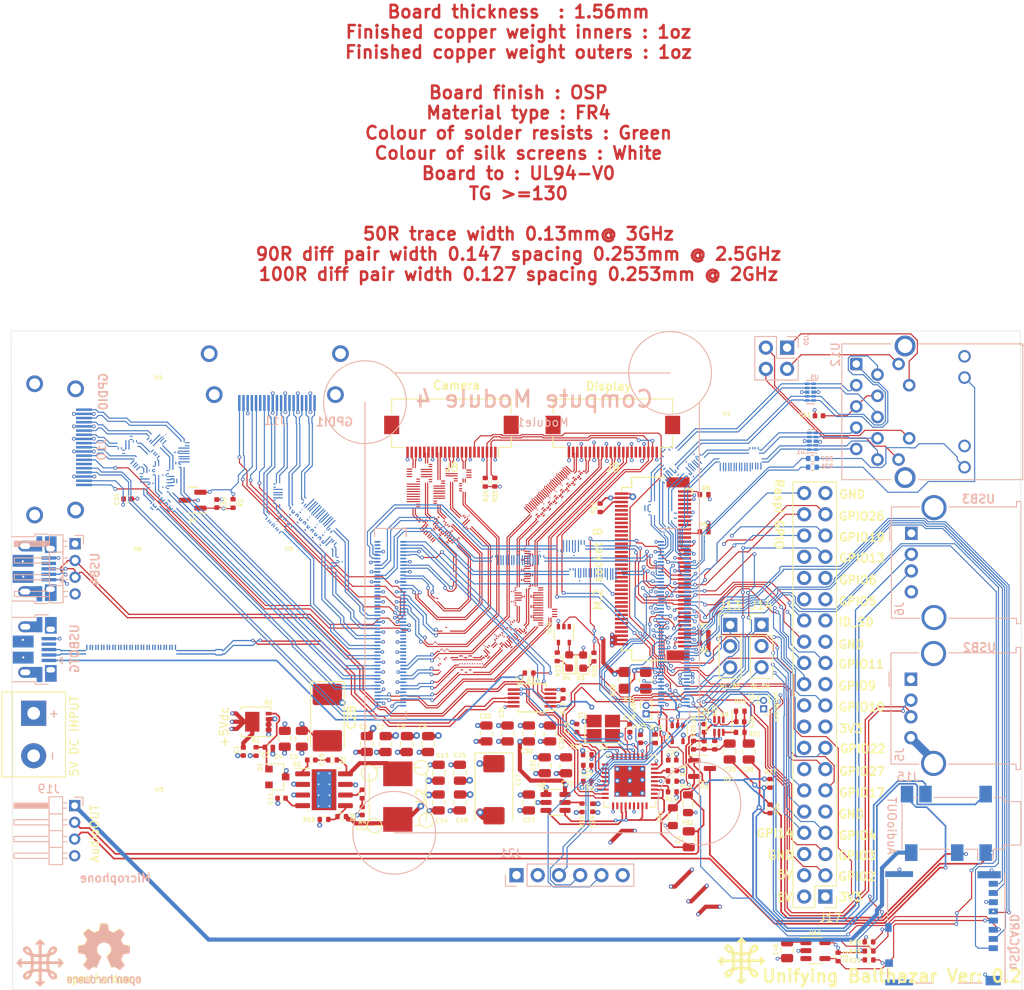
<source format=kicad_pcb>
(kicad_pcb (version 20171130) (host pcbnew "(5.1.4-0-10_14)")
  (layers (0 F.Cu signal) (31 B.Cu signal hide) (34 B.Paste user) (35 F.Paste user) (36 B.SilkS user) (37 F.SilkS user) (38 B.Mask user) (39 F.Mask user) (44 Edge.Cuts user))
  (net 0 "")
  (net 1 "GND")
  (net 2 "Net-(J1-Pin_1)")
  (net 3 "Net-(D1-A)")
  (net 4 "/+5v")
  (net 5 "/CM4_HighSpeed/CAM0_D0_N")
  (net 6 "/CM4_HighSpeed/CAM0_D0_P")
  (net 7 "/CM4_HighSpeed/CAM0_D1_N")
  (net 8 "/CM4_HighSpeed/CAM0_D1_P")
  (net 9 "/CM4_HighSpeed/CAM0_C_N")
  (net 10 "/CM4_HighSpeed/CAM0_C_P")
  (net 11 "/CM4_HighSpeed/CAM1_D3_P")
  (net 12 "/CM4_HighSpeed/CAM1_D3_N")
  (net 13 "/CM4_HighSpeed/CAM1_D2_P")
  (net 14 "/CM4_HighSpeed/CAM1_D2_N")
  (net 15 "/CM4_HighSpeed/CAM1_C_P")
  (net 16 "/CM4_HighSpeed/CAM1_C_N")
  (net 17 "/CM4_HighSpeed/CAM1_D1_P")
  (net 18 "/CM4_HighSpeed/CAM1_D1_N")
  (net 19 "/CM4_HighSpeed/CAM1_D0_P")
  (net 20 "/CM4_HighSpeed/CAM1_D0_N")
  (net 21 "/CM4_HighSpeed/DSI0_D0_N")
  (net 22 "/CM4_HighSpeed/DSI0_D0_P")
  (net 23 "/CM4_HighSpeed/DSI0_D1_N")
  (net 24 "/CM4_HighSpeed/DSI0_D1_P")
  (net 25 "/CM4_HighSpeed/DSI0_C_N")
  (net 26 "/CM4_HighSpeed/DSI0_C_P")
  (net 27 "/CM4_HighSpeed/DSI1_D3_P")
  (net 28 "/CM4_HighSpeed/DSI1_D3_N")
  (net 29 "/CM4_HighSpeed/DSI1_D2_P")
  (net 30 "/CM4_HighSpeed/DSI1_D2_N")
  (net 31 "/CM4_HighSpeed/DSI1_C_P")
  (net 32 "/CM4_HighSpeed/DSI1_C_N")
  (net 33 "/CM4_HighSpeed/DSI1_D1_P")
  (net 34 "/CM4_HighSpeed/DSI1_D1_N")
  (net 35 "/CM4_HighSpeed/DSI1_D0_P")
  (net 36 "/CM4_HighSpeed/DSI1_D0_N")
  (net 37 "Net-(U2-BST)")
  (net 38 "Net-(C10-Pad1)")
  (net 39 "Net-(C12-Pad1)")
  (net 40 "Net-(U2-SS)")
  (net 41 "Net-(U4-XTALIN{slash}CLKIN)")
  (net 42 "/CM4_GPIO (GPIO, SDCARD)/SD_PWR")
  (net 43 "Net-(U4-XTALOUT)")
  (net 44 "/CM4_GPIO (GPIO, SDCARD)/nRPIBOOT")
  (net 45 "/CM4_GPIO (GPIO, SDCARD)/EEPROM_nWP")
  (net 46 "/CM4_GPIO (GPIO, SDCARD)/AIN0")
  (net 47 "/CM4_GPIO (GPIO, SDCARD)/AIN1")
  (net 48 "/CM4_GPIO (GPIO, SDCARD)/SYNC_IN")
  (net 49 "/CM4_GPIO (GPIO, SDCARD)/SYNC_OUT")
  (net 50 "/CM4_GPIO (GPIO, SDCARD)/GLOBAL_EN")
  (net 51 "/CM4_GPIO (GPIO, SDCARD)/WL_nDis")
  (net 52 "/CM4_GPIO (GPIO, SDCARD)/BT_nDis")
  (net 53 "/CM4_HighSpeed/HDMI1_D2_P")
  (net 54 "/CM4_HighSpeed/HDMI1_D2_N")
  (net 55 "/CM4_HighSpeed/HDMI1_D1_P")
  (net 56 "/CM4_HighSpeed/HDMI1_D1_N")
  (net 57 "/CM4_HighSpeed/HDMI1_D0_P")
  (net 58 "/CM4_HighSpeed/HDMI1_D0_N")
  (net 59 "/CM4_HighSpeed/HDMI1_CK_P")
  (net 60 "/CM4_HighSpeed/HDMI1_CK_N")
  (net 61 "/CM4_HighSpeed/HDMI1_CEC")
  (net 62 "/CM4_HighSpeed/HDMI1_SCL")
  (net 63 "/CM4_HighSpeed/HDMI1_SDA")
  (net 64 "/CM4_HighSpeed/HDMI1_HOTPLUG")
  (net 65 "/USB2-HUB/HD2_N")
  (net 66 "/USB2-HUB/HD2_P")
  (net 67 "/CM4_GPIO (GPIO, SDCARD)/RUN_PG")
  (net 68 "/CM4_GPIO (GPIO, SDCARD)/GPIO2")
  (net 69 "/USB2-HUB/HD3_P")
  (net 70 "/USB2-HUB/HD3_N")
  (net 71 "/USB2-HUB/HD4_P")
  (net 72 "/USB2-HUB/HD4_N")
  (net 73 "/CM4_GPIO (GPIO, SDCARD)/GPIO3")
  (net 74 "/CM4_GPIO (GPIO, SDCARD)/GPIO4")
  (net 75 "/CM4_GPIO (GPIO, SDCARD)/GPIO14")
  (net 76 "/CM4_GPIO (GPIO, SDCARD)/GPIO15")
  (net 77 "/CM4_GPIO (GPIO, SDCARD)/GPIO17")
  (net 78 "/CM4_GPIO (GPIO, SDCARD)/GPIO27")
  (net 79 "/CM4_GPIO (GPIO, SDCARD)/GPIO22")
  (net 80 "/CM4_GPIO (GPIO, SDCARD)/GPIO23")
  (net 81 "/CM4_GPIO (GPIO, SDCARD)/GPIO24")
  (net 82 "/CM4_GPIO (GPIO, SDCARD)/GPIO10")
  (net 83 "/CM4_GPIO (GPIO, SDCARD)/GPIO9")
  (net 84 "/CM4_GPIO (GPIO, SDCARD)/GPIO25")
  (net 85 "/CM4_GPIO (GPIO, SDCARD)/GPIO11")
  (net 86 "/CM4_GPIO (GPIO, SDCARD)/GPIO8")
  (net 87 "/CM4_GPIO (GPIO, SDCARD)/GPIO7")
  (net 88 "/USB2-HUB/PWR1")
  (net 89 "/USB2-HUB/nOCS1")
  (net 90 "/CM4_GPIO (GPIO, SDCARD)/ID_SD")
  (net 91 "/CM4_GPIO (GPIO, SDCARD)/ID_SC")
  (net 92 "/CM4_GPIO (GPIO, SDCARD)/GPIO5")
  (net 93 "/+3.3v")
  (net 94 "/USB2-HUB/USBD_P")
  (net 95 "/USB2-HUB/USBD_N")
  (net 96 "/USB2-HUB/USBH_N")
  (net 97 "/USB2-HUB/USBH_P")
  (net 98 "/CM4_GPIO (GPIO, SDCARD)/GPIO6")
  (net 99 "/CM4_GPIO (GPIO, SDCARD)/GPIO12")
  (net 100 "/CM4_GPIO (GPIO, SDCARD)/GPIO13")
  (net 101 "/CM4_GPIO (GPIO, SDCARD)/GPIO16")
  (net 102 "/CM4_GPIO (GPIO, SDCARD)/GPIO26")
  (net 103 "/CM4_HighSpeed/CAM_GPIO")
  (net 104 "/CM4_GPIO (GPIO, SDCARD)/GPIO21")
  (net 105 "/CM4_HighSpeed/SCL0")
  (net 106 "/CM4_HighSpeed/SDA0")
  (net 107 "/CM4_GPIO (GPIO, SDCARD)/SD_DAT1")
  (net 108 "Net-(U12-CT)")
  (net 109 "/USB2-HUB/VBUS")
  (net 110 "/CM4_GPIO (GPIO, SDCARD)/SD_DAT0")
  (net 111 "/CM4_GPIO (GPIO, SDCARD)/SD_CLK")
  (net 112 "/CM4_GPIO (GPIO, SDCARD)/SD_CMD")
  (net 113 "/CM4_GPIO (GPIO, SDCARD)/SD_DAT3")
  (net 114 "/CM4_GPIO (GPIO, SDCARD)/SD_DAT2")
  (net 115 "/CM4_GPIO (GPIO, SDCARD)/TRD3_P")
  (net 116 "/CM4_GPIO (GPIO, SDCARD)/TRD1_P")
  (net 117 "/CM4_GPIO (GPIO, SDCARD)/TRD3_N")
  (net 118 "/CM4_GPIO (GPIO, SDCARD)/TRD1_N")
  (net 119 "/CM4_GPIO (GPIO, SDCARD)/TRD2_N")
  (net 120 "/CM4_GPIO (GPIO, SDCARD)/TRD0_N")
  (net 121 "/CM4_GPIO (GPIO, SDCARD)/TRD2_P")
  (net 122 "/CM4_GPIO (GPIO, SDCARD)/TRD0_P")
  (net 123 "/CM4_GPIO (GPIO, SDCARD)/ETH_LEDY")
  (net 124 "/CM4_GPIO (GPIO, SDCARD)/ETH_LEDG")
  (net 125 "/CM4_GPIO (GPIO, SDCARD)/SD_PWR_ON")
  (net 126 "/PCIE_CLK_nREQ")
  (net 127 "/CM4_GPIO (GPIO, SDCARD)/Reserved")
  (net 128 "/CM4_GPIO (GPIO, SDCARD)/GPIO_VREF")
  (net 129 "Net-(D3-K)")
  (net 130 "Net-(D4-K)")
  (net 131 "Net-(D5-K)")
  (net 132 "Net-(J2-CONFIG_3)")
  (net 133 "Net-(J2-~{FULL_CARD_POWER_OFF})")
  (net 134 "/CM4_HighSpeed/USB2_N")
  (net 136 "/CM4_HighSpeed/USB2_P")
  (net 139 "/CM4_GPIO (GPIO, SDCARD)/+1.8v")
  (net 140 "/CM4_GPIO (GPIO, SDCARD)/nPWR_LED")
  (net 141 "/nEXTRST")
  (net 142 "Net-(J2-CONFIG_0)")
  (net 147 "Net-(C36-Pad1)")
  (net 149 "/USB2-HUB/HD1_M2_N")
  (net 150 "/USB2-HUB/HD1_M2_P")
  (net 154 "/HD1_M2_P")
  (net 156 "/HD1_M2_N")
  (net 166 "/SIM_RST")
  (net 168 "/SIM_CLK")
  (net 169 "/SIM_DATA")
  (net 171 "/SIM_PWR")
  (net 175 "/PCIE_RX_N")
  (net 177 "/PCIE_RX_P")
  (net 180 "/PCIE_TX_N")
  (net 182 "/PCIE_TX_P")
  (net 183 "/PCIE_nRST")
  (net 185 "/PCIE_CLK_N")
  (net 187 "/PCIE_CLK_P")
  (net 188 "Net-(J2-CONFIG_1)")
  (net 189 "Net-(J2-CONFIG_2)")
  (net 192 "Net-(U4-SCL{slash}SMBCLK{slash}CFG_SEL0)")
  (net 194 "/SIM_SW")
  (net 197 "Net-(C37-Pad1)")
  (net 198 "/CM4_GPIO (GPIO, SDCARD)/AUDIO_L")
  (net 199 "/CM4_GPIO (GPIO, SDCARD)/AUDIO_R")
  (net 200 "Net-(J16-DET_B)")
  (net 201 "Net-(J16-DET_A)")
  (net 202 "Net-(U2-SW)")
  (net 204 "Net-(Module1A-PI_nLED_Activity)")
  (net 210 "Net-(D5-A)")
  (net 211 "Net-(D5-K)_1")
  (net 212 "Net-(U2-COMP)")
  (net 213 "Net-(U2-FB)")
  (net 214 "Net-(U4-SDA{slash}SMBDATA{slash}NON_REM1)")
  (net 215 "Net-(U4-SUSP_IND{slash}LOCAL_PWR{slash}NON_REM0)")
  (net 216 "Net-(U4-HS_IND{slash}CFG_SEL1)")
  (net 217 "Net-(U4-RBIAS)")
  (net 219 "Net-(U6-ILIM)")
  (net 220 "Net-(R23-Pad2)")
  (net 221 "Net-(U9-Y1)")
  (net 222 "Net-(U9-Y2)")
  (net 228 "/+3.3vSSD")
  (net 230 "Net-(J19-Pin_3)")
  (net 231 "Net-(J19-Pin_1)")
  (net 234 "Net-(J3-VBUS)")
  (net 235 "/CM4_HighSpeed/USBOTG_ID")
  (net 236 "/CM4_HighSpeed/TV_OUT")
  (net 239 "HDMI0_CEC")
  (net 240 "HDMI0_D2_P")
  (net 241 "HDMI0_D2_N")
  (net 242 "HDMI0_D1_P")
  (net 243 "HDMI0_D1_N")
  (net 244 "HDMI0_D0_P")
  (net 245 "HDMI0_D0_N")
  (net 246 "HDMI0_CK_P")
  (net 247 "HDMI0_CK_N")
  (net 248 "HDMI0_SCL")
  (net 249 "HDMI0_SDA")
  (net 250 "HDMI_5v")
  (net 251 "HDMI0_HOTPLUG")
  (net 252 "/CM4_GPIO (GPIO, SDCARD)/TR1_TAP")
  (net 253 "/CM4_GPIO (GPIO, SDCARD)/TR2_TAP")
  (net 254 "/CM4_GPIO (GPIO, SDCARD)/TR0_TAP")
  (net 255 "/CM4_GPIO (GPIO, SDCARD)/TR3_TAP")
  (net 256 "Net-(U12-LEDG_K)")
  (net 257 "Net-(U12-LEDY_K)")
  (net 258 "/CM4_GPIO (GPIO, SDCARD)/BCLK")
  (net 259 "/CM4_GPIO (GPIO, SDCARD)/DOUT")
  (net 260 "/CM4_GPIO (GPIO, SDCARD)/LRCL")
  (net 261 "Net-(J18-Pin_1)")
  (module "Connector_FFC-FPC:Hirose_FH12-22S-0.5SH_1x22-1MP_P0.50mm_Horizontal" (layer "F.Cu") (at 149.464 87.046 180)
    (fp_text reference "J8" (at 0 -3.7) (layer "F.SilkS"))
    (fp_text value "Conn_01x22_Female")
    (pad "1" smd rect (at -5.25 -1.85 180) (size 0.3 1.3) (layers "F.Cu" "F.Paste" "F.Mask") (net 93 "/+3.3v"))
    (pad "2" smd rect (at -4.75 -1.85 180) (size 0.3 1.3) (layers "F.Cu" "F.Paste" "F.Mask") (net 106 "/CM4_HighSpeed/SDA0"))
    (pad "3" smd rect (at -4.25 -1.85 180) (size 0.3 1.3) (layers "F.Cu" "F.Paste" "F.Mask") (net 105 "/CM4_HighSpeed/SCL0"))
    (pad "4" smd rect (at -3.75 -1.85 180) (size 0.3 1.3) (layers "F.Cu" "F.Paste" "F.Mask") (net 1 "GND"))
    (pad "5" smd rect (at -3.25 -1.85 180) (size 0.3 1.3) (layers "F.Cu" "F.Paste" "F.Mask"))
    (pad "6" smd rect (at -2.75 -1.85 180) (size 0.3 1.3) (layers "F.Cu" "F.Paste" "F.Mask") (net 103 "/CM4_HighSpeed/CAM_GPIO"))
    (pad "7" smd rect (at -2.25 -1.85 180) (size 0.3 1.3) (layers "F.Cu" "F.Paste" "F.Mask") (net 1 "GND"))
    (pad "8" smd rect (at -1.75 -1.85 180) (size 0.3 1.3) (layers "F.Cu" "F.Paste" "F.Mask") (net 11 "/CM4_HighSpeed/CAM1_D3_P"))
    (pad "9" smd rect (at -1.25 -1.85 180) (size 0.3 1.3) (layers "F.Cu" "F.Paste" "F.Mask") (net 12 "/CM4_HighSpeed/CAM1_D3_N"))
    (pad "10" smd rect (at -0.75 -1.85 180) (size 0.3 1.3) (layers "F.Cu" "F.Paste" "F.Mask") (net 1 "GND"))
    (pad "11" smd rect (at -0.25 -1.85 180) (size 0.3 1.3) (layers "F.Cu" "F.Paste" "F.Mask") (net 13 "/CM4_HighSpeed/CAM1_D2_P"))
    (pad "12" smd rect (at 0.25 -1.85 180) (size 0.3 1.3) (layers "F.Cu" "F.Paste" "F.Mask") (net 14 "/CM4_HighSpeed/CAM1_D2_N"))
    (pad "13" smd rect (at 0.75 -1.85 180) (size 0.3 1.3) (layers "F.Cu" "F.Paste" "F.Mask") (net 1 "GND"))
    (pad "14" smd rect (at 1.25 -1.85 180) (size 0.3 1.3) (layers "F.Cu" "F.Paste" "F.Mask") (net 15 "/CM4_HighSpeed/CAM1_C_P"))
    (pad "15" smd rect (at 1.75 -1.85 180) (size 0.3 1.3) (layers "F.Cu" "F.Paste" "F.Mask") (net 16 "/CM4_HighSpeed/CAM1_C_N"))
    (pad "16" smd rect (at 2.25 -1.85 180) (size 0.3 1.3) (layers "F.Cu" "F.Paste" "F.Mask") (net 1 "GND"))
    (pad "17" smd rect (at 2.75 -1.85 180) (size 0.3 1.3) (layers "F.Cu" "F.Paste" "F.Mask") (net 17 "/CM4_HighSpeed/CAM1_D1_P"))
    (pad "18" smd rect (at 3.25 -1.85 180) (size 0.3 1.3) (layers "F.Cu" "F.Paste" "F.Mask") (net 18 "/CM4_HighSpeed/CAM1_D1_N"))
    (pad "19" smd rect (at 3.75 -1.85 180) (size 0.3 1.3) (layers "F.Cu" "F.Paste" "F.Mask") (net 1 "GND"))
    (pad "20" smd rect (at 4.25 -1.85 180) (size 0.3 1.3) (layers "F.Cu" "F.Paste" "F.Mask") (net 19 "/CM4_HighSpeed/CAM1_D0_P"))
    (pad "21" smd rect (at 4.75 -1.85 180) (size 0.3 1.3) (layers "F.Cu" "F.Paste" "F.Mask") (net 20 "/CM4_HighSpeed/CAM1_D0_N"))
    (pad "22" smd rect (at 5.25 -1.85 180) (size 0.3 1.3) (layers "F.Cu" "F.Paste" "F.Mask") (net 1 "GND"))
    (pad "MP" smd rect (at -7.15 1.4 180) (size 1.8 2.2) (layers "F.Cu" "F.Paste" "F.Mask"))
    (pad "MP" smd rect (at 7.15 1.4 180) (size 1.8 2.2) (layers "F.Cu" "F.Paste" "F.Mask"))
  )
  (module "Resistor_SMD:R_0402_1005Metric" (layer "F.Cu") (at 187.564 128.514 -90)
    (fp_text reference "R27" (at -1.364 -0.046 -180) (layer "F.SilkS") (effects (font (size 0.5 0.5) (thickness 0.1) bold)))
    (fp_text value "1K8")
    (pad "1" smd roundrect (at -0.51 0 270) (size 0.54 0.64) (layers "F.Cu" "F.Paste" "F.Mask") (net 211 "Net-(D5-K)_1"))
    (pad "2" smd roundrect (at 0.51 0 270) (size 0.54 0.64) (layers "F.Cu" "F.Paste" "F.Mask") (net 199 "/CM4_GPIO (GPIO, SDCARD)/AUDIO_R"))
  )
  (module "Resistor_SMD:R_0402_1005Metric" (layer "F.Cu") (at 195.71 149.27 -90)
    (fp_text reference "R32" (at -0.03 -0.93 90) (layer "F.SilkS") (effects (font (size 0.5 0.5) (thickness 0.1) bold)))
    (fp_text value "12K 1%")
    (pad "1" smd roundrect (at -0.51 0 270) (size 0.54 0.64) (layers "F.Cu" "F.Paste" "F.Mask") (net 93 "/+3.3v"))
    (pad "2" smd roundrect (at 0.51 0 270) (size 0.54 0.64) (layers "F.Cu" "F.Paste" "F.Mask") (net 125 "/CM4_GPIO (GPIO, SDCARD)/SD_PWR_ON"))
  )
  (module "Resistor_SMD:R_0402_1005Metric" (layer "F.Cu") (at 165.085 131.435 -90)
    (fp_text reference "R19" (at 1.695 0.005 90) (layer "F.SilkS") (effects (font (size 0.5 0.5) (thickness 0.1) bold)))
    (fp_text value "15K 1%")
    (pad "1" smd roundrect (at -0.51 0 270) (size 0.54 0.64) (layers "F.Cu" "F.Paste" "F.Mask") (net 219 "Net-(U6-ILIM)"))
    (pad "2" smd roundrect (at 0.51 0 270) (size 0.54 0.64) (layers "F.Cu" "F.Paste" "F.Mask") (net 1 "GND"))
  )
  (module "Resistor_SMD:R_0402_1005Metric" (layer "F.Cu") (at 138.796 129.784 -90)
    (fp_text reference "R4" (at 3.366 -0.004 -180) (layer "F.SilkS") (effects (font (size 0.5 0.5) (thickness 0.1) bold)))
    (fp_text value "12K 1%")
    (pad "1" smd roundrect (at -0.51 0 270) (size 0.54 0.64) (layers "F.Cu" "F.Paste" "F.Mask") (net 212 "Net-(U2-COMP)"))
    (pad "2" smd roundrect (at 0.51 0 270) (size 0.54 0.64) (layers "F.Cu" "F.Paste" "F.Mask") (net 39 "Net-(C12-Pad1)"))
  )
  (module "Resistor_SMD:R_0402_1005Metric" (layer "F.Cu") (at 187.564 131.562 90)
    (fp_text reference "R26" (at -0.028 0.856 90) (layer "F.SilkS") (effects (font (size 0.5 0.5) (thickness 0.1) bold)))
    (fp_text value "1K8")
    (pad "1" smd roundrect (at -0.51 0 90) (size 0.54 0.64) (layers "F.Cu" "F.Paste" "F.Mask") (net 211 "Net-(D5-K)_1"))
    (pad "2" smd roundrect (at 0.51 0 90) (size 0.54 0.64) (layers "F.Cu" "F.Paste" "F.Mask") (net 198 "/CM4_GPIO (GPIO, SDCARD)/AUDIO_L"))
  )
  (module "MountingHole:MountingHole_2.7mm_M2.5" (layer "F.Cu") (at 182.484 131.308)
    (fp_text reference "H2" (at 0.006 -3.278) (layer "F.SilkS") (effects (font (size 0.5 0.5) (thickness 0.1) bold)))
    (fp_text value "MountingHole")
    (pad "" np_thru_hole circle (at 0 0) (size 2.7 2.7) (drill 2.7) (layers *.Cu *.Mask))
  )
  (module "Package_TO_SOT_SMD:SOT-353_SC-70-5" (layer "F.Cu") (at 176.515 122.545 -90)
    (fp_text reference "U8" (at -1.645 -1.905 90) (layer "F.SilkS") (effects (font (size 0.5 0.5) (thickness 0.1) bold)))
    (fp_text value "74LVC1G07SE-7")
    (pad "1" smd rect (at -0.95 -0.65 270) (size 0.65 0.4) (layers "F.Cu" "F.Paste" "F.Mask"))
    (pad "2" smd rect (at -0.95 0 270) (size 0.65 0.4) (layers "F.Cu" "F.Paste" "F.Mask") (net 67 "/CM4_GPIO (GPIO, SDCARD)/RUN_PG"))
    (pad "3" smd rect (at -0.95 0.65 270) (size 0.65 0.4) (layers "F.Cu" "F.Paste" "F.Mask") (net 1 "GND"))
    (pad "4" smd rect (at 0.95 0.65 270) (size 0.65 0.4) (layers "F.Cu" "F.Paste" "F.Mask") (net 261 "Net-(J18-Pin_1)"))
    (pad "5" smd rect (at 0.95 -0.65 270) (size 0.65 0.4) (layers "F.Cu" "F.Paste" "F.Mask") (net 4 "/+5v"))
  )
  (module "Connector_PinHeader_1.00mm:PinHeader_1x02_P1.00mm_Vertical" (layer "F.Cu") (at 172.75 120.2 180)
    (fp_text reference "J18" (at 1.5 0.7 90) (layer "F.SilkS") (effects (font (size 0.5 0.5) (thickness 0.1) bold)))
    (fp_text value "GLOBAL_EN")
    (pad "1" thru_hole rect (at 0 0 180) (size 0.85 0.85) (drill 0.5) (layers *.Cu *.Mask) (net 261 "Net-(J18-Pin_1)"))
    (pad "2" thru_hole oval (at 0 1 180) (size 0.85 0.85) (drill 0.5) (layers *.Cu *.Mask) (net 50 "/CM4_GPIO (GPIO, SDCARD)/GLOBAL_EN"))
  )
  (module "Capacitor_SMD:C_0805_2012Metric" (layer "F.Cu") (at 161.275 122.545 90)
    (fp_text reference "C29" (at -1.135 1.375 90) (layer "F.SilkS") (effects (font (size 0.5 0.5) (thickness 0.1) bold)))
    (fp_text value "10u")
    (pad "1" smd roundrect (at -0.95 0 90) (size 1 1.45) (layers "F.Cu" "F.Paste" "F.Mask") (net 109 "/USB2-HUB/VBUS"))
    (pad "2" smd roundrect (at 0.95 0 90) (size 1 1.45) (layers "F.Cu" "F.Paste" "F.Mask") (net 1 "GND"))
  )
  (module "MountingHole:M.2Hole_3.5mm" (layer "F.Cu") (at 111.999 102.86)
    (fp_text reference "H6" (at -0.059 -2.38 180) (layer "F.SilkS") (effects (font (size 0.5 0.5) (thickness 0.1) bold)))
    (fp_text value "M.2 Hole")
    (pad "" np_thru_hole circle (at 0 0) (size 3.5 3.5) (drill 3.5) (layers *.Cu *.Mask))
  )
  (module "Capacitor_SMD:C_0402_1005Metric" (layer "F.Cu") (at 165.72 128.26 180)
    (fp_text reference "C26" (at -0.01 -0.88) (layer "F.SilkS") (effects (font (size 0.5 0.5) (thickness 0.1) bold)))
    (fp_text value "100n")
    (pad "1" smd roundrect (at -0.48 0 180) (size 0.56 0.62) (layers "F.Cu" "F.Paste" "F.Mask") (net 93 "/+3.3v"))
    (pad "2" smd roundrect (at 0.48 0 180) (size 0.56 0.62) (layers "F.Cu" "F.Paste" "F.Mask") (net 1 "GND"))
  )
  (module "TerminalBlock:TerminalBlock_bornier-2_P5.08mm" (layer "F.Cu") (at 99.492 120.132 -90)
    (fp_text reference "J1")
    (fp_text value "Conn_01x02")
    (pad "1" thru_hole rect (at 0 0 270) (size 3 3) (drill 1.52) (layers *.Cu *.Mask) (net 2 "Net-(J1-Pin_1)"))
    (pad "2" thru_hole circle (at 5.08 0 270) (size 3 3) (drill 1.52) (layers *.Cu *.Mask) (net 1 "GND"))
  )
  (module "Resistor_SMD:R_0402_1005Metric" (layer "F.Cu") (at 123.34 95.04 90)
    (fp_text reference "R2" (at 0.06 0.91 90) (layer "F.SilkS") (effects (font (size 0.5 0.5) (thickness 0.1) bold)))
    (fp_text value "DNP")
    (pad "1" smd roundrect (at -0.51 0 90) (size 0.54 0.64) (layers "F.Cu" "F.Paste" "F.Mask") (net 4 "/+5v"))
    (pad "2" smd roundrect (at 0.51 0 90) (size 0.54 0.64) (layers "F.Cu" "F.Paste" "F.Mask") (net 250 "HDMI_5v"))
  )
  (module "Package_TO_SOT_SMD:SOT-23" (layer "F.Cu") (at 179.436 126.736)
    (fp_text reference "D5" (at 0.284 2.144 180) (layer "F.SilkS") (effects (font (size 0.5 0.5) (thickness 0.1) bold)))
    (fp_text value "BAV99")
    (pad "1" smd roundrect (at -0.9375 -0.95) (size 1.475 0.6) (layers "F.Cu" "F.Paste" "F.Mask") (net 211 "Net-(D5-K)_1"))
    (pad "2" smd roundrect (at -0.9375 0.95) (size 1.475 0.6) (layers "F.Cu" "F.Paste" "F.Mask") (net 210 "Net-(D5-A)"))
    (pad "3" smd roundrect (at 0.9375 0) (size 1.475 0.6) (layers "F.Cu" "F.Paste" "F.Mask") (net 131 "Net-(D5-K)"))
  )
  (module "Capacitor_SMD:C_0805_2012Metric" (layer "F.Cu") (at 129.525 123.18 90)
    (fp_text reference "C4" (at -2.14 -0.755 180) (layer "F.SilkS") (effects (font (size 0.5 0.5) (thickness 0.1) bold)))
    (fp_text value "10u 10v")
    (pad "1" smd roundrect (at -0.95 0 90) (size 1 1.45) (layers "F.Cu" "F.Paste" "F.Mask") (net 4 "/+5v"))
    (pad "2" smd roundrect (at 0.95 0 90) (size 1 1.45) (layers "F.Cu" "F.Paste" "F.Mask") (net 1 "GND"))
  )
  (module "Resistor_SMD:R_0402_1005Metric" (layer "F.Cu") (at 136.34 132.49 180)
    (fp_text reference "R9" (at -1.37 -0.08 90) (layer "F.SilkS") (effects (font (size 0.5 0.5) (thickness 0.1) bold)))
    (fp_text value "47K 1%")
    (pad "1" smd roundrect (at -0.51 0 180) (size 0.54 0.64) (layers "F.Cu" "F.Paste" "F.Mask") (net 228 "/+3.3vSSD"))
    (pad "2" smd roundrect (at 0.51 0 180) (size 0.54 0.64) (layers "F.Cu" "F.Paste" "F.Mask") (net 213 "Net-(U2-FB)"))
  )
  (module "CM4IO:balthazar-logo" (layer "F.Cu") (at 184.135105 149.71818)
    (fp_text reference "G***")
    (fp_text value "LOGO" hide)
  )
  (module "Capacitor_SMD:C_0805_2012Metric" (layer "F.Cu") (at 147.94 130.8 -90)
    (fp_text reference "C14" (at 2.18 -0.36 -180) (layer "F.SilkS") (effects (font (size 0.5 0.5) (thickness 0.1) bold)))
    (fp_text value "10u")
    (pad "1" smd roundrect (at -0.95 0 270) (size 1 1.45) (layers "F.Cu" "F.Paste" "F.Mask") (net 228 "/+3.3vSSD"))
    (pad "2" smd roundrect (at 0.95 0 270) (size 1 1.45) (layers "F.Cu" "F.Paste" "F.Mask") (net 1 "GND"))
  )
  (module "Resistor_SMD:R_0402_1005Metric" (layer "F.Cu") (at 184.008 119.878)
    (fp_text reference "R24" (at 0 -1.17) (layer "F.SilkS") (effects (font (size 0.5 0.5) (thickness 0.1) bold)))
    (fp_text value "100")
    (pad "1" smd roundrect (at -0.51 0) (size 0.54 0.64) (layers "F.Cu" "F.Paste" "F.Mask") (net 211 "Net-(D5-K)_1"))
    (pad "2" smd roundrect (at 0.51 0) (size 0.54 0.64) (layers "F.Cu" "F.Paste" "F.Mask") (net 147 "Net-(C36-Pad1)"))
  )
  (module "Resistor_SMD:R_0402_1005Metric" (layer "F.Cu") (at 179.69 110.48 180)
    (fp_text reference "R6" (at -0.05 -2.17) (layer "F.SilkS") (effects (font (size 0.5 0.5) (thickness 0.1) bold)))
    (fp_text value "nf")
    (pad "1" smd roundrect (at -0.51 0 180) (size 0.54 0.64) (layers "F.Cu" "F.Paste" "F.Mask") (net 228 "/+3.3vSSD"))
    (pad "2" smd roundrect (at 0.51 0 180) (size 0.54 0.64) (layers "F.Cu" "F.Paste" "F.Mask") (net 188 "Net-(J2-CONFIG_1)"))
  )
  (module "Connector_FFC-FPC:Hirose_FH12-22S-0.5SH_1x22-1MP_P0.50mm_Horizontal" (layer "F.Cu") (at 168.768 87.046 180)
    (fp_text reference "J9" (at 0 -3.7) (layer "F.SilkS"))
    (fp_text value "Conn_01x22_Female")
    (pad "1" smd rect (at -5.25 -1.85 180) (size 0.3 1.3) (layers "F.Cu" "F.Paste" "F.Mask") (net 93 "/+3.3v"))
    (pad "2" smd rect (at -4.75 -1.85 180) (size 0.3 1.3) (layers "F.Cu" "F.Paste" "F.Mask") (net 106 "/CM4_HighSpeed/SDA0"))
    (pad "3" smd rect (at -4.25 -1.85 180) (size 0.3 1.3) (layers "F.Cu" "F.Paste" "F.Mask") (net 105 "/CM4_HighSpeed/SCL0"))
    (pad "4" smd rect (at -3.75 -1.85 180) (size 0.3 1.3) (layers "F.Cu" "F.Paste" "F.Mask") (net 1 "GND"))
    (pad "5" smd rect (at -3.25 -1.85 180) (size 0.3 1.3) (layers "F.Cu" "F.Paste" "F.Mask"))
    (pad "6" smd rect (at -2.75 -1.85 180) (size 0.3 1.3) (layers "F.Cu" "F.Paste" "F.Mask"))
    (pad "7" smd rect (at -2.25 -1.85 180) (size 0.3 1.3) (layers "F.Cu" "F.Paste" "F.Mask") (net 1 "GND"))
    (pad "8" smd rect (at -1.75 -1.85 180) (size 0.3 1.3) (layers "F.Cu" "F.Paste" "F.Mask") (net 27 "/CM4_HighSpeed/DSI1_D3_P"))
    (pad "9" smd rect (at -1.25 -1.85 180) (size 0.3 1.3) (layers "F.Cu" "F.Paste" "F.Mask") (net 28 "/CM4_HighSpeed/DSI1_D3_N"))
    (pad "10" smd rect (at -0.75 -1.85 180) (size 0.3 1.3) (layers "F.Cu" "F.Paste" "F.Mask") (net 1 "GND"))
    (pad "11" smd rect (at -0.25 -1.85 180) (size 0.3 1.3) (layers "F.Cu" "F.Paste" "F.Mask") (net 29 "/CM4_HighSpeed/DSI1_D2_P"))
    (pad "12" smd rect (at 0.25 -1.85 180) (size 0.3 1.3) (layers "F.Cu" "F.Paste" "F.Mask") (net 30 "/CM4_HighSpeed/DSI1_D2_N"))
    (pad "13" smd rect (at 0.75 -1.85 180) (size 0.3 1.3) (layers "F.Cu" "F.Paste" "F.Mask") (net 1 "GND"))
    (pad "14" smd rect (at 1.25 -1.85 180) (size 0.3 1.3) (layers "F.Cu" "F.Paste" "F.Mask") (net 31 "/CM4_HighSpeed/DSI1_C_P"))
    (pad "15" smd rect (at 1.75 -1.85 180) (size 0.3 1.3) (layers "F.Cu" "F.Paste" "F.Mask") (net 32 "/CM4_HighSpeed/DSI1_C_N"))
    (pad "16" smd rect (at 2.25 -1.85 180) (size 0.3 1.3) (layers "F.Cu" "F.Paste" "F.Mask") (net 1 "GND"))
    (pad "17" smd rect (at 2.75 -1.85 180) (size 0.3 1.3) (layers "F.Cu" "F.Paste" "F.Mask") (net 33 "/CM4_HighSpeed/DSI1_D1_P"))
    (pad "18" smd rect (at 3.25 -1.85 180) (size 0.3 1.3) (layers "F.Cu" "F.Paste" "F.Mask") (net 34 "/CM4_HighSpeed/DSI1_D1_N"))
    (pad "19" smd rect (at 3.75 -1.85 180) (size 0.3 1.3) (layers "F.Cu" "F.Paste" "F.Mask") (net 1 "GND"))
    (pad "20" smd rect (at 4.25 -1.85 180) (size 0.3 1.3) (layers "F.Cu" "F.Paste" "F.Mask") (net 35 "/CM4_HighSpeed/DSI1_D0_P"))
    (pad "21" smd rect (at 4.75 -1.85 180) (size 0.3 1.3) (layers "F.Cu" "F.Paste" "F.Mask") (net 36 "/CM4_HighSpeed/DSI1_D0_N"))
    (pad "22" smd rect (at 5.25 -1.85 180) (size 0.3 1.3) (layers "F.Cu" "F.Paste" "F.Mask") (net 1 "GND"))
    (pad "MP" smd rect (at -7.15 1.4 180) (size 1.8 2.2) (layers "F.Cu" "F.Paste" "F.Mask"))
    (pad "MP" smd rect (at 7.15 1.4 180) (size 1.8 2.2) (layers "F.Cu" "F.Paste" "F.Mask"))
  )
  (module "Resistor_SMD:R_0402_1005Metric" (layer "F.Cu") (at 175.88 128.26)
    (fp_text reference "R14" (at 1.66 0.59 180) (layer "F.SilkS") (effects (font (size 0.5 0.5) (thickness 0.1) bold)))
    (fp_text value "36K 1%")
    (pad "1" smd roundrect (at -0.51 0) (size 0.54 0.64) (layers "F.Cu" "F.Paste" "F.Mask") (net 192 "Net-(U4-SCL{slash}SMBCLK{slash}CFG_SEL0)"))
    (pad "2" smd roundrect (at 0.51 0) (size 0.54 0.64) (layers "F.Cu" "F.Paste" "F.Mask") (net 1 "GND"))
  )
  (module "CM4IO:balthazar-logo" (layer "F.Cu") (at 100.265105 149.94818)
    (fp_text reference "G***")
    (fp_text value "LOGO" hide)
  )
  (module "Resistor_SMD:R_0402_1005Metric" (layer "F.Cu") (at 126.096 124.704 -90)
    (fp_text reference "R1" (at -1.264 0.026 -180) (layer "F.SilkS") (effects (font (size 0.5 0.5) (thickness 0.1) bold)))
    (fp_text value "12K 1%")
    (pad "1" smd roundrect (at -0.51 0 270) (size 0.54 0.64) (layers "F.Cu" "F.Paste" "F.Mask") (net 3 "Net-(D1-A)"))
    (pad "2" smd roundrect (at 0.51 0 270) (size 0.54 0.64) (layers "F.Cu" "F.Paste" "F.Mask") (net 1 "GND"))
  )
  (module "Capacitor_SMD:C_0805_2012Metric" (layer "F.Cu") (at 131.572 123.18 90)
    (fp_text reference "C5" (at -2.14 -0.955 180) (layer "F.SilkS") (effects (font (size 0.5 0.5) (thickness 0.1) bold)))
    (fp_text value "10u 10v")
    (pad "1" smd roundrect (at -0.95 0 90) (size 1 1.45) (layers "F.Cu" "F.Paste" "F.Mask") (net 4 "/+5v"))
    (pad "2" smd roundrect (at 0.95 0 90) (size 1 1.45) (layers "F.Cu" "F.Paste" "F.Mask") (net 1 "GND"))
  )
  (module "Package_SON:Diodes_PowerDI3333-8" (layer "F.Cu") (at 126.096 121.148 180)
    (fp_text reference "Q1" (at -1.514 2.338) (layer "F.SilkS") (effects (font (size 0.5 0.5) (thickness 0.1) bold)))
    (fp_text value "DMP3013SFV-7")
    (pad "1" smd rect (at -1.5 -0.975 180) (size 0.7 0.42) (layers "F.Cu" "F.Paste" "F.Mask") (net 4 "/+5v"))
    (pad "2" smd rect (at -1.5 -0.325 180) (size 0.7 0.42) (layers "F.Cu" "F.Paste" "F.Mask") (net 4 "/+5v"))
    (pad "3" smd rect (at -1.5 0.325 180) (size 0.7 0.42) (layers "F.Cu" "F.Paste" "F.Mask") (net 4 "/+5v"))
    (pad "4" smd rect (at -1.5 0.975 180) (size 0.7 0.42) (layers "F.Cu" "F.Paste" "F.Mask") (net 3 "Net-(D1-A)"))
    (pad "5" smd custom (at 0.455 0 180) (size 1.71 2.37) (layers "F.Cu" "F.Mask") (net 2 "Net-(J1-Pin_1)") (options (clearance outline) (anchor rect)))
  )
  (module "Capacitor_SMD:C_0805_2012Metric" (layer "F.Cu") (at 158.735 130.8 -90)
    (fp_text reference "C27" (at 2.1 -0.015) (layer "F.SilkS") (effects (font (size 0.5 0.5) (thickness 0.1) bold)))
    (fp_text value "10u")
    (pad "1" smd roundrect (at -0.95 0 270) (size 1 1.45) (layers "F.Cu" "F.Paste" "F.Mask") (net 4 "/+5v"))
    (pad "2" smd roundrect (at 0.95 0 270) (size 1 1.45) (layers "F.Cu" "F.Paste" "F.Mask") (net 1 "GND"))
  )
  (module "Capacitor_SMD:C_0805_2012Metric" (layer "F.Cu") (at 158.735 122.545 90)
    (fp_text reference "C30" (at -2.125 -0.285 180) (layer "F.SilkS") (effects (font (size 0.5 0.5) (thickness 0.1) bold)))
    (fp_text value "10u")
    (pad "1" smd roundrect (at -0.95 0 90) (size 1 1.45) (layers "F.Cu" "F.Paste" "F.Mask") (net 109 "/USB2-HUB/VBUS"))
    (pad "2" smd roundrect (at 0.95 0 90) (size 1 1.45) (layers "F.Cu" "F.Paste" "F.Mask") (net 1 "GND"))
  )
  (module "Resistor_SMD:R_0805_2012Metric_Pad1.20x1.40mm_HandSolder" (layer "F.Cu") (at 170.165 116.195 -90)
    (fp_text reference "R30" (at 1.195 1.355 90) (layer "F.SilkS") (effects (font (size 0.5 0.5) (thickness 0.1) bold)))
    (fp_text value "0R")
    (pad "1" smd roundrect (at -1 0 270) (size 1.2 1.4) (layers "F.Cu" "F.Paste" "F.Mask") (roundrect_rratio 0.2083333333) (net 93 "/+3.3v"))
    (pad "2" smd roundrect (at 1 0 270) (size 1.2 1.4) (layers "F.Cu" "F.Paste" "F.Mask") (roundrect_rratio 0.2083333333) (net 128 "/CM4_GPIO (GPIO, SDCARD)/GPIO_VREF"))
  )
  (module "Crystal:Crystal_SMD_EuroQuartz_X22-4Pin_2.5x2.0mm_HandSoldering" (layer "F.Cu") (at 167.625 121.91)
    (fp_text reference "Y1" (at -2.715 -1.57 90) (layer "F.SilkS") (effects (font (size 0.5 0.5) (thickness 0.1) bold)))
    (fp_text value "24MHz")
    (pad "1" smd rect (at -1.1 0.85) (size 1.8 1.5) (layers "F.Cu" "F.Paste" "F.Mask") (net 41 "Net-(U4-XTALIN{slash}CLKIN)"))
    (pad "2" smd rect (at 1.1 0.85) (size 1.8 1.5) (layers "F.Cu" "F.Paste" "F.Mask") (net 1 "GND"))
    (pad "3" smd rect (at 1.1 -0.85) (size 1.8 1.5) (layers "F.Cu" "F.Paste" "F.Mask") (net 43 "Net-(U4-XTALOUT)"))
    (pad "4" smd rect (at -1.1 -0.85) (size 1.8 1.5) (layers "F.Cu" "F.Paste" "F.Mask") (net 1 "GND"))
  )
  (module "Resistor_SMD:R_0402_1005Metric" (layer "F.Cu") (at 199.42 148.57 180)
    (fp_text reference "R33" (at 1.71 -0.09) (layer "F.SilkS") (effects (font (size 0.5 0.5) (thickness 0.1) bold)))
    (fp_text value "DNP")
    (pad "1" smd roundrect (at -0.51 0 180) (size 0.54 0.64) (layers "F.Cu" "F.Paste" "F.Mask") (net 42 "/CM4_GPIO (GPIO, SDCARD)/SD_PWR"))
    (pad "2" smd roundrect (at 0.51 0 180) (size 0.54 0.64) (layers "F.Cu" "F.Paste" "F.Mask") (net 93 "/+3.3v"))
  )
  (module "Capacitor_SMD:C_0805_2012Metric" (layer "F.Cu") (at 139.34 123.81 90)
    (fp_text reference "C6" (at 2.065 -0.42 180) (layer "F.SilkS") (effects (font (size 0.5 0.5) (thickness 0.1) bold)))
    (fp_text value "10u 10v")
    (pad "1" smd roundrect (at -0.95 0 90) (size 1 1.45) (layers "F.Cu" "F.Paste" "F.Mask") (net 4 "/+5v"))
    (pad "2" smd roundrect (at 0.95 0 90) (size 1 1.45) (layers "F.Cu" "F.Paste" "F.Mask") (net 1 "GND"))
  )
  (module "Resistor_SMD:R_0402_1005Metric" (layer "F.Cu") (at 135.24 125.72 180)
    (fp_text reference "R3" (at -1.3 -0.06 90) (layer "F.SilkS") (effects (font (size 0.5 0.5) (thickness 0.1) bold)))
    (fp_text value "10R")
    (pad "1" smd roundrect (at -0.51 0 180) (size 0.54 0.64) (layers "F.Cu" "F.Paste" "F.Mask") (net 202 "Net-(U2-SW)"))
    (pad "2" smd roundrect (at 0.51 0 180) (size 0.54 0.64) (layers "F.Cu" "F.Paste" "F.Mask") (net 38 "Net-(C10-Pad1)"))
  )
  (module "Inductor_SMD:L_Bourns_SRP7028A_7.3x6.6mm" (layer "F.Cu") (at 143.05 130.1 -90)
    (fp_text reference "L2" (at -0.05 -2.7 90) (layer "F.SilkS"))
    (fp_text value "SRN6045TA-3R3Y  (3.3uH)")
    (pad "1" smd rect (at -2.725 0 270) (size 2.95 3.5) (layers "F.Cu" "F.Paste" "F.Mask") (net 202 "Net-(U2-SW)"))
    (pad "2" smd rect (at 2.725 0 270) (size 2.95 3.5) (layers "F.Cu" "F.Paste" "F.Mask") (net 228 "/+3.3vSSD"))
  )
  (module "Capacitor_Tantalum_SMD:CP_EIA-7343-31_Kemet-D" (layer "F.Cu") (at 154.544 129.276 -90)
    (fp_text reference "C17" (at -1.156 -2.896 -90) (layer "F.SilkS") (effects (font (size 0.5 0.5) (thickness 0.1) bold)))
    (fp_text value "100uF")
    (pad "1" smd roundrect (at -3.1125 0 270) (size 2.075 2.55) (layers "F.Cu" "F.Paste" "F.Mask") (roundrect_rratio 0.1204819277) (net 228 "/+3.3vSSD"))
    (pad "2" smd roundrect (at 3.1125 0 270) (size 2.075 2.55) (layers "F.Cu" "F.Paste" "F.Mask") (roundrect_rratio 0.1204819277) (net 1 "GND"))
  )
  (module "Capacitor_SMD:C_0402_1005Metric" (layer "F.Cu") (at 166.355 131.435 -90)
    (fp_text reference "C24" (at 1.685 0.025 -90) (layer "F.SilkS") (effects (font (size 0.5 0.5) (thickness 0.1) bold)))
    (fp_text value "100n")
    (pad "1" smd roundrect (at -0.48 0 270) (size 0.56 0.62) (layers "F.Cu" "F.Paste" "F.Mask") (net 93 "/+3.3v"))
    (pad "2" smd roundrect (at 0.48 0 270) (size 0.56 0.62) (layers "F.Cu" "F.Paste" "F.Mask") (net 1 "GND"))
  )
  (module "Diode_SMD:D_SOT-23_ANK" (layer "F.Cu") (at 128.636 127.752)
    (fp_text reference "D1" (at -2.086 -1.232 90) (layer "F.SilkS") (effects (font (size 0.5 0.5) (thickness 0.1) bold)))
    (fp_text value "MMBZ5242BLT3G")
    (pad "" smd rect (at -1 0.95) (size 0.9 0.8) (layers "F.Cu" "F.Paste" "F.Mask"))
    (pad "1" smd rect (at 1 0) (size 0.9 0.8) (layers "F.Cu" "F.Paste" "F.Mask") (net 4 "/+5v"))
    (pad "2" smd rect (at -1 -0.95) (size 0.9 0.8) (layers "F.Cu" "F.Paste" "F.Mask") (net 3 "Net-(D1-A)"))
  )
  (module "Resistor_SMD:R_0402_1005Metric" (layer "F.Cu") (at 166.51 113.41 90)
    (fp_text reference "R20" (at -1.66 0.05 90) (layer "F.SilkS") (effects (font (size 0.5 0.5) (thickness 0.1) bold)))
    (fp_text value "1k")
    (pad "1" smd roundrect (at -0.51 0 90) (size 0.54 0.64) (layers "F.Cu" "F.Paste" "F.Mask") (net 129 "Net-(D3-K)"))
    (pad "2" smd roundrect (at 0.51 0 90) (size 0.54 0.64) (layers "F.Cu" "F.Paste" "F.Mask") (net 204 "Net-(Module1A-PI_nLED_Activity)"))
  )
  (module "Connector_PinHeader_1.00mm:PinHeader_1x02_P1.00mm_Vertical" (layer "F.Cu") (at 186.8 119.6 180)
    (fp_text reference "J12" (at 1.44 1.31 90) (layer "F.SilkS") (effects (font (size 0.5 0.5) (thickness 0.1) bold)))
    (fp_text value "nRpiBoot")
    (pad "1" thru_hole rect (at 0 0 180) (size 0.85 0.85) (drill 0.5) (layers *.Cu *.Mask) (net 1 "GND"))
    (pad "2" thru_hole oval (at 0 1 180) (size 0.85 0.85) (drill 0.5) (layers *.Cu *.Mask) (net 44 "/CM4_GPIO (GPIO, SDCARD)/nRPIBOOT"))
  )
  (module "Capacitor_SMD:C_0805_2012Metric" (layer "F.Cu") (at 189.61 148.47 -90)
    (fp_text reference "C40" (at -0.062 1.348 -270) (layer "F.SilkS") (effects (font (size 0.5 0.5) (thickness 0.1) bold)))
    (fp_text value "10u")
    (pad "1" smd roundrect (at -0.95 0 270) (size 1 1.45) (layers "F.Cu" "F.Paste" "F.Mask") (net 42 "/CM4_GPIO (GPIO, SDCARD)/SD_PWR"))
    (pad "2" smd roundrect (at 0.95 0 270) (size 1 1.45) (layers "F.Cu" "F.Paste" "F.Mask") (net 1 "GND"))
  )
  (module "Capacitor_SMD:C_0402_1005Metric" (layer "F.Cu") (at 193.43 84.55 180)
    (fp_text reference "C41" (at 1.67 0.07) (layer "F.SilkS") (effects (font (size 0.5 0.5) (thickness 0.1) bold)))
    (fp_text value "100n")
    (pad "1" smd roundrect (at -0.48 0 180) (size 0.56 0.62) (layers "F.Cu" "F.Paste" "F.Mask") (net 108 "Net-(U12-CT)"))
    (pad "2" smd roundrect (at 0.48 0 180) (size 0.56 0.62) (layers "F.Cu" "F.Paste" "F.Mask") (net 1 "GND"))
  )
  (module "Capacitor_SMD:C_0402_1005Metric" (layer "F.Cu") (at 179.69 123.942 90)
    (fp_text reference "C37" (at 3.412 -0.12 180) (layer "F.SilkS") (effects (font (size 0.5 0.5) (thickness 0.1) bold)))
    (fp_text value "100n 6.3")
    (pad "1" smd roundrect (at -0.48 0 90) (size 0.56 0.62) (layers "F.Cu" "F.Paste" "F.Mask") (net 197 "Net-(C37-Pad1)"))
    (pad "2" smd roundrect (at 0.48 0 90) (size 0.56 0.62) (layers "F.Cu" "F.Paste" "F.Mask") (net 211 "Net-(D5-K)_1"))
  )
  (module "Capacitor_SMD:C_0805_2012Metric" (layer "F.Cu") (at 150.48 127.244 90)
    (fp_text reference "C15" (at 2.084 -0.02 180) (layer "F.SilkS") (effects (font (size 0.5 0.5) (thickness 0.1) bold)))
    (fp_text value "10u")
    (pad "1" smd roundrect (at -0.95 0 90) (size 1 1.45) (layers "F.Cu" "F.Paste" "F.Mask") (net 228 "/+3.3vSSD"))
    (pad "2" smd roundrect (at 0.95 0 90) (size 1 1.45) (layers "F.Cu" "F.Paste" "F.Mask") (net 1 "GND"))
  )
  (module "Capacitor_SMD:C_0402_1005Metric" (layer "F.Cu") (at 138.796 131.816 -90)
    (fp_text reference "C12" (at 2.034 0.046) (layer "F.SilkS") (effects (font (size 0.5 0.5) (thickness 0.1) bold)))
    (fp_text value "1.2nF")
    (pad "1" smd roundrect (at -0.48 0 270) (size 0.56 0.62) (layers "F.Cu" "F.Paste" "F.Mask") (net 39 "Net-(C12-Pad1)"))
    (pad "2" smd roundrect (at 0.48 0 270) (size 0.56 0.62) (layers "F.Cu" "F.Paste" "F.Mask") (net 1 "GND"))
  )
  (module "Resistor_SMD:R_0402_1005Metric" (layer "F.Cu") (at 165.72 125.085)
    (fp_text reference "R17" (at -1.32 -0.945 180) (layer "F.SilkS") (effects (font (size 0.5 0.5) (thickness 0.1) bold)))
    (fp_text value "12K 1%")
    (pad "1" smd roundrect (at -0.51 0) (size 0.54 0.64) (layers "F.Cu" "F.Paste" "F.Mask") (net 1 "GND"))
    (pad "2" smd roundrect (at 0.51 0) (size 0.54 0.64) (layers "F.Cu" "F.Paste" "F.Mask") (net 217 "Net-(U4-RBIAS)"))
  )
  (module "Capacitor_SMD:C_0402_1005Metric" (layer "F.Cu") (at 164.45 121.91 90)
    (fp_text reference "C18" (at 0 -1.16 90) (layer "F.SilkS") (effects (font (size 0.5 0.5) (thickness 0.1) bold)))
    (fp_text value "27pF")
    (pad "1" smd roundrect (at -0.48 0 90) (size 0.56 0.62) (layers "F.Cu" "F.Paste" "F.Mask") (net 41 "Net-(U4-XTALIN{slash}CLKIN)"))
    (pad "2" smd roundrect (at 0.48 0 90) (size 0.56 0.62) (layers "F.Cu" "F.Paste" "F.Mask") (net 1 "GND"))
  )
  (module "Capacitor_SMD:C_0402_1005Metric" (layer "F.Cu") (at 124.572 124.704 -90)
    (fp_text reference "C1" (at -0.254 0.822 90) (layer "F.SilkS") (effects (font (size 0.5 0.5) (thickness 0.1) bold)))
    (fp_text value "100n 50v")
    (pad "1" smd roundrect (at -0.48 0 270) (size 0.56 0.62) (layers "F.Cu" "F.Paste" "F.Mask") (net 2 "Net-(J1-Pin_1)"))
    (pad "2" smd roundrect (at 0.48 0 270) (size 0.56 0.62) (layers "F.Cu" "F.Paste" "F.Mask") (net 1 "GND"))
  )
  (module "Resistor_SMD:R_0805_2012Metric_Pad1.20x1.40mm_HandSolder" (layer "F.Cu") (at 172.705 116.195 90)
    (fp_text reference "R31" (at -2.305 -1.955 180) (layer "F.SilkS") (effects (font (size 0.5 0.5) (thickness 0.1) bold)))
    (fp_text value "nf")
    (pad "1" smd roundrect (at -1 0 90) (size 1.2 1.4) (layers "F.Cu" "F.Paste" "F.Mask") (roundrect_rratio 0.2083333333) (net 139 "/CM4_GPIO (GPIO, SDCARD)/+1.8v"))
    (pad "2" smd roundrect (at 1 0 90) (size 1.2 1.4) (layers "F.Cu" "F.Paste" "F.Mask") (roundrect_rratio 0.2083333333) (net 128 "/CM4_GPIO (GPIO, SDCARD)/GPIO_VREF"))
  )
  (module "Capacitor_SMD:C_0805_2012Metric" (layer "F.Cu") (at 182.738 124.704 -90)
    (fp_text reference "C39" (at 2.156 -0.022 -180) (layer "F.SilkS") (effects (font (size 0.5 0.5) (thickness 0.1) bold)))
    (fp_text value "47u 6.3")
    (pad "1" smd roundrect (at -0.95 0 270) (size 1 1.45) (layers "F.Cu" "F.Paste" "F.Mask") (net 197 "Net-(C37-Pad1)"))
    (pad "2" smd roundrect (at 0.95 0 270) (size 1 1.45) (layers "F.Cu" "F.Paste" "F.Mask") (net 199 "/CM4_GPIO (GPIO, SDCARD)/AUDIO_R"))
  )
  (module "Resistor_SMD:R_0402_1005Metric" (layer "F.Cu") (at 179.69 98.415 180)
    (fp_text reference "R5" (at 0.05 0.835) (layer "F.SilkS") (effects (font (size 0.5 0.5) (thickness 0.1) bold)))
    (fp_text value "nf")
    (pad "1" smd roundrect (at -0.51 0 180) (size 0.54 0.64) (layers "F.Cu" "F.Paste" "F.Mask") (net 228 "/+3.3vSSD"))
    (pad "2" smd roundrect (at 0.51 0 180) (size 0.54 0.64) (layers "F.Cu" "F.Paste" "F.Mask") (net 142 "Net-(J2-CONFIG_0)"))
  )
  (module "Symbol:OSHW-Logo2_9.8x8mm_SilkScreen" (layer "F.Cu") (at 107.86 148.96)
    (fp_text reference "REF**" hide)
    (fp_text value "OSHW-Logo2_9.8x8mm_SilkScreen" hide)
  )
  (module "Capacitor_SMD:C_0805_2012Metric" (layer "F.Cu") (at 160.64 126.355 90)
    (fp_text reference "C21" (at 0.015 -1.41 90) (layer "F.SilkS") (effects (font (size 0.5 0.5) (thickness 0.1) bold)))
    (fp_text value "10u")
    (pad "1" smd roundrect (at -0.95 0 90) (size 1 1.45) (layers "F.Cu" "F.Paste" "F.Mask") (net 93 "/+3.3v"))
    (pad "2" smd roundrect (at 0.95 0 90) (size 1 1.45) (layers "F.Cu" "F.Paste" "F.Mask") (net 1 "GND"))
  )
  (module "Capacitor_SMD:C_0805_2012Metric" (layer "F.Cu") (at 141.59 123.815 90)
    (fp_text reference "C7" (at 2.035 -0.65 180) (layer "F.SilkS") (effects (font (size 0.5 0.5) (thickness 0.1) bold)))
    (fp_text value "10u 10v")
    (pad "1" smd roundrect (at -0.95 0 90) (size 1 1.45) (layers "F.Cu" "F.Paste" "F.Mask") (net 4 "/+5v"))
    (pad "2" smd roundrect (at 0.95 0 90) (size 1 1.45) (layers "F.Cu" "F.Paste" "F.Mask") (net 1 "GND"))
  )
  (module "Package_SO:MSOP-10_3x3mm_P0.5mm" (layer "F.Cu") (at 159.1 118.3 180)
    (fp_text reference "U3" (at 1.53 2.27) (layer "F.SilkS") (effects (font (size 0.5 0.5) (thickness 0.1) bold)))
    (fp_text value "FSUSB42MUX")
    (pad "1" smd rect (at -2.2 -1 180) (size 1.4 0.3) (layers "F.Cu" "F.Paste" "F.Mask") (net 93 "/+3.3v"))
    (pad "2" smd rect (at -2.2 -0.5 180) (size 1.4 0.3) (layers "F.Cu" "F.Paste" "F.Mask") (net 235 "/CM4_HighSpeed/USBOTG_ID"))
    (pad "3" smd rect (at -2.2 0 180) (size 1.4 0.3) (layers "F.Cu" "F.Paste" "F.Mask") (net 136 "/CM4_HighSpeed/USB2_P"))
    (pad "4" smd rect (at -2.2 0.5 180) (size 1.4 0.3) (layers "F.Cu" "F.Paste" "F.Mask") (net 134 "/CM4_HighSpeed/USB2_N"))
    (pad "5" smd rect (at -2.2 1 180) (size 1.4 0.3) (layers "F.Cu" "F.Paste" "F.Mask") (net 1 "GND"))
    (pad "6" smd rect (at 2.2 1 180) (size 1.4 0.3) (layers "F.Cu" "F.Paste" "F.Mask") (net 96 "/USB2-HUB/USBH_N"))
    (pad "7" smd rect (at 2.2 0.5 180) (size 1.4 0.3) (layers "F.Cu" "F.Paste" "F.Mask") (net 97 "/USB2-HUB/USBH_P"))
    (pad "8" smd rect (at 2.2 0 180) (size 1.4 0.3) (layers "F.Cu" "F.Paste" "F.Mask") (net 95 "/USB2-HUB/USBD_N"))
    (pad "9" smd rect (at 2.2 -0.5 180) (size 1.4 0.3) (layers "F.Cu" "F.Paste" "F.Mask") (net 94 "/USB2-HUB/USBD_P"))
    (pad "10" smd rect (at 2.2 -1 180) (size 1.4 0.3) (layers "F.Cu" "F.Paste" "F.Mask") (net 1 "GND"))
  )
  (module "Connector_PinHeader_2.54mm:PinHeader_2x20_P2.54mm_Vertical" (layer "F.Cu") (at 194.19 142.05 180)
    (fp_text reference "J17" (at -0.59 -2.55) (layer "F.SilkS"))
    (fp_text value "THD-20-R")
    (pad "1" thru_hole rect (at 0 0 180) (size 1.7 1.7) (drill 1) (layers *.Cu *.Mask) (net 93 "/+3.3v"))
    (pad "2" thru_hole oval (at 2.54 0 180) (size 1.7 1.7) (drill 1) (layers *.Cu *.Mask) (net 4 "/+5v"))
    (pad "3" thru_hole oval (at 0 2.54 180) (size 1.7 1.7) (drill 1) (layers *.Cu *.Mask) (net 68 "/CM4_GPIO (GPIO, SDCARD)/GPIO2"))
    (pad "4" thru_hole oval (at 2.54 2.54 180) (size 1.7 1.7) (drill 1) (layers *.Cu *.Mask) (net 4 "/+5v"))
    (pad "5" thru_hole oval (at 0 5.08 180) (size 1.7 1.7) (drill 1) (layers *.Cu *.Mask) (net 73 "/CM4_GPIO (GPIO, SDCARD)/GPIO3"))
    (pad "6" thru_hole oval (at 2.54 5.08 180) (size 1.7 1.7) (drill 1) (layers *.Cu *.Mask) (net 1 "GND"))
    (pad "7" thru_hole oval (at 0 7.62 180) (size 1.7 1.7) (drill 1) (layers *.Cu *.Mask) (net 74 "/CM4_GPIO (GPIO, SDCARD)/GPIO4"))
    (pad "8" thru_hole oval (at 2.54 7.62 180) (size 1.7 1.7) (drill 1) (layers *.Cu *.Mask) (net 75 "/CM4_GPIO (GPIO, SDCARD)/GPIO14"))
    (pad "9" thru_hole oval (at 0 10.16 180) (size 1.7 1.7) (drill 1) (layers *.Cu *.Mask) (net 1 "GND"))
    (pad "10" thru_hole oval (at 2.54 10.16 180) (size 1.7 1.7) (drill 1) (layers *.Cu *.Mask) (net 76 "/CM4_GPIO (GPIO, SDCARD)/GPIO15"))
    (pad "11" thru_hole oval (at 0 12.7 180) (size 1.7 1.7) (drill 1) (layers *.Cu *.Mask) (net 77 "/CM4_GPIO (GPIO, SDCARD)/GPIO17"))
    (pad "12" thru_hole oval (at 2.54 12.7 180) (size 1.7 1.7) (drill 1) (layers *.Cu *.Mask) (net 258 "/CM4_GPIO (GPIO, SDCARD)/BCLK"))
    (pad "13" thru_hole oval (at 0 15.24 180) (size 1.7 1.7) (drill 1) (layers *.Cu *.Mask) (net 78 "/CM4_GPIO (GPIO, SDCARD)/GPIO27"))
    (pad "14" thru_hole oval (at 2.54 15.24 180) (size 1.7 1.7) (drill 1) (layers *.Cu *.Mask) (net 1 "GND"))
    (pad "15" thru_hole oval (at 0 17.78 180) (size 1.7 1.7) (drill 1) (layers *.Cu *.Mask) (net 79 "/CM4_GPIO (GPIO, SDCARD)/GPIO22"))
    (pad "16" thru_hole oval (at 2.54 17.78 180) (size 1.7 1.7) (drill 1) (layers *.Cu *.Mask) (net 80 "/CM4_GPIO (GPIO, SDCARD)/GPIO23"))
    (pad "17" thru_hole oval (at 0 20.32 180) (size 1.7 1.7) (drill 1) (layers *.Cu *.Mask) (net 93 "/+3.3v"))
    (pad "18" thru_hole oval (at 2.54 20.32 180) (size 1.7 1.7) (drill 1) (layers *.Cu *.Mask) (net 81 "/CM4_GPIO (GPIO, SDCARD)/GPIO24"))
    (pad "19" thru_hole oval (at 0 22.86 180) (size 1.7 1.7) (drill 1) (layers *.Cu *.Mask) (net 82 "/CM4_GPIO (GPIO, SDCARD)/GPIO10"))
    (pad "20" thru_hole oval (at 2.54 22.86 180) (size 1.7 1.7) (drill 1) (layers *.Cu *.Mask) (net 1 "GND"))
    (pad "21" thru_hole oval (at 0 25.4 180) (size 1.7 1.7) (drill 1) (layers *.Cu *.Mask) (net 83 "/CM4_GPIO (GPIO, SDCARD)/GPIO9"))
    (pad "22" thru_hole oval (at 2.54 25.4 180) (size 1.7 1.7) (drill 1) (layers *.Cu *.Mask) (net 84 "/CM4_GPIO (GPIO, SDCARD)/GPIO25"))
    (pad "23" thru_hole oval (at 0 27.94 180) (size 1.7 1.7) (drill 1) (layers *.Cu *.Mask) (net 85 "/CM4_GPIO (GPIO, SDCARD)/GPIO11"))
    (pad "24" thru_hole oval (at 2.54 27.94 180) (size 1.7 1.7) (drill 1) (layers *.Cu *.Mask) (net 86 "/CM4_GPIO (GPIO, SDCARD)/GPIO8"))
    (pad "25" thru_hole oval (at 0 30.48 180) (size 1.7 1.7) (drill 1) (layers *.Cu *.Mask) (net 1 "GND"))
    (pad "26" thru_hole oval (at 2.54 30.48 180) (size 1.7 1.7) (drill 1) (layers *.Cu *.Mask) (net 87 "/CM4_GPIO (GPIO, SDCARD)/GPIO7"))
    (pad "27" thru_hole oval (at 0 33.02 180) (size 1.7 1.7) (drill 1) (layers *.Cu *.Mask) (net 90 "/CM4_GPIO (GPIO, SDCARD)/ID_SD"))
    (pad "28" thru_hole oval (at 2.54 33.02 180) (size 1.7 1.7) (drill 1) (layers *.Cu *.Mask) (net 91 "/CM4_GPIO (GPIO, SDCARD)/ID_SC"))
    (pad "29" thru_hole oval (at 0 35.56 180) (size 1.7 1.7) (drill 1) (layers *.Cu *.Mask) (net 92 "/CM4_GPIO (GPIO, SDCARD)/GPIO5"))
    (pad "30" thru_hole oval (at 2.54 35.56 180) (size 1.7 1.7) (drill 1) (layers *.Cu *.Mask) (net 1 "GND"))
    (pad "31" thru_hole oval (at 0 38.1 180) (size 1.7 1.7) (drill 1) (layers *.Cu *.Mask) (net 98 "/CM4_GPIO (GPIO, SDCARD)/GPIO6"))
    (pad "32" thru_hole oval (at 2.54 38.1 180) (size 1.7 1.7) (drill 1) (layers *.Cu *.Mask) (net 99 "/CM4_GPIO (GPIO, SDCARD)/GPIO12"))
    (pad "33" thru_hole oval (at 0 40.64 180) (size 1.7 1.7) (drill 1) (layers *.Cu *.Mask) (net 100 "/CM4_GPIO (GPIO, SDCARD)/GPIO13"))
    (pad "34" thru_hole oval (at 2.54 40.64 180) (size 1.7 1.7) (drill 1) (layers *.Cu *.Mask) (net 1 "GND"))
    (pad "35" thru_hole oval (at 0 43.18 180) (size 1.7 1.7) (drill 1) (layers *.Cu *.Mask) (net 260 "/CM4_GPIO (GPIO, SDCARD)/LRCL"))
    (pad "36" thru_hole oval (at 2.54 43.18 180) (size 1.7 1.7) (drill 1) (layers *.Cu *.Mask) (net 101 "/CM4_GPIO (GPIO, SDCARD)/GPIO16"))
    (pad "37" thru_hole oval (at 0 45.72 180) (size 1.7 1.7) (drill 1) (layers *.Cu *.Mask) (net 102 "/CM4_GPIO (GPIO, SDCARD)/GPIO26"))
    (pad "38" thru_hole oval (at 2.54 45.72 180) (size 1.7 1.7) (drill 1) (layers *.Cu *.Mask) (net 259 "/CM4_GPIO (GPIO, SDCARD)/DOUT"))
    (pad "39" thru_hole oval (at 0 48.26 180) (size 1.7 1.7) (drill 1) (layers *.Cu *.Mask) (net 1 "GND"))
    (pad "40" thru_hole oval (at 2.54 48.26 180) (size 1.7 1.7) (drill 1) (layers *.Cu *.Mask) (net 104 "/CM4_GPIO (GPIO, SDCARD)/GPIO21"))
  )
  (module "CM4IO:SC-88-6_2x2.1mm" (layer "F.Cu") (at 181.468 121.656 -90)
    (fp_text reference "U9" (at -1.386 -0.622) (layer "F.SilkS") (effects (font (size 0.5 0.5) (thickness 0.1) bold)))
    (fp_text value "NC7WZ16")
    (pad "1" smd roundrect (at -0.762 -0.508 270) (size 0.845 0.316) (layers "F.Cu" "F.Paste" "F.Mask") (net 99 "/CM4_GPIO (GPIO, SDCARD)/GPIO12"))
    (pad "2" smd roundrect (at -0.762 0 270) (size 0.845 0.316) (layers *.Mask "F.Cu" "F.Paste") (net 211 "Net-(D5-K)_1"))
    (pad "3" smd roundrect (at -0.762 0.543 270) (size 0.845 0.316) (layers *.Mask "F.Cu" "F.Paste") (net 100 "/CM4_GPIO (GPIO, SDCARD)/GPIO13"))
    (pad "4" smd roundrect (at 0.762 0.543 270) (size 0.845 0.316) (layers *.Mask "F.Cu" "F.Paste") (net 222 "Net-(U9-Y2)"))
    (pad "5" smd roundrect (at 0.762 0 270) (size 0.845 0.316) (layers *.Mask "F.Cu" "F.Paste") (net 210 "Net-(D5-A)"))
    (pad "6" smd roundrect (at 0.762 -0.508 270) (size 0.845 0.316) (layers "F.Cu" "F.Paste" "F.Mask") (net 221 "Net-(U9-Y1)"))
  )
  (module "Capacitor_SMD:C_0402_1005Metric" (layer "F.Cu") (at 127.62 124.196 180)
    (fp_text reference "C2" (at 0.39 -0.934) (layer "F.SilkS") (effects (font (size 0.5 0.5) (thickness 0.1) bold)))
    (fp_text value "100n")
    (pad "1" smd roundrect (at -0.48 0 180) (size 0.56 0.62) (layers "F.Cu" "F.Paste" "F.Mask") (net 4 "/+5v"))
    (pad "2" smd roundrect (at 0.48 0 180) (size 0.56 0.62) (layers "F.Cu" "F.Paste" "F.Mask") (net 3 "Net-(D1-A)"))
  )
  (module "Capacitor_SMD:C_0402_1005Metric" (layer "F.Cu") (at 184.008 121.148 180)
    (fp_text reference "C36" (at -1.342 -0.022 90) (layer "F.SilkS") (effects (font (size 0.5 0.5) (thickness 0.1) bold)))
    (fp_text value "100n 6.3")
    (pad "1" smd roundrect (at -0.48 0 180) (size 0.56 0.62) (layers "F.Cu" "F.Paste" "F.Mask") (net 147 "Net-(C36-Pad1)"))
    (pad "2" smd roundrect (at 0.48 0 180) (size 0.56 0.62) (layers "F.Cu" "F.Paste" "F.Mask") (net 211 "Net-(D5-K)_1"))
  )
  (module "Capacitor_SMD:C_0805_2012Metric" (layer "F.Cu") (at 144.13 123.815 90)
    (fp_text reference "C8" (at 2.115 -0.64 180) (layer "F.SilkS") (effects (font (size 0.5 0.5) (thickness 0.1) bold)))
    (fp_text value "10u 10v")
    (pad "1" smd roundrect (at -0.95 0 90) (size 1 1.45) (layers "F.Cu" "F.Paste" "F.Mask") (net 4 "/+5v"))
    (pad "2" smd roundrect (at 0.95 0 90) (size 1 1.45) (layers "F.Cu" "F.Paste" "F.Mask") (net 1 "GND"))
  )
  (module "Capacitor_SMD:C_0402_1005Metric" (layer "F.Cu") (at 170.8 121.91 -90)
    (fp_text reference "C19" (at -1.29 0.05 -180) (layer "F.SilkS") (effects (font (size 0.5 0.5) (thickness 0.1) bold)))
    (fp_text value "27pF")
    (pad "1" smd roundrect (at -0.48 0 270) (size 0.56 0.62) (layers "F.Cu" "F.Paste" "F.Mask") (net 43 "Net-(U4-XTALOUT)"))
    (pad "2" smd roundrect (at 0.48 0 270) (size 0.56 0.62) (layers "F.Cu" "F.Paste" "F.Mask") (net 1 "GND"))
  )
  (module "Resistor_SMD:R_0402_1005Metric" (layer "F.Cu") (at 153.51 92.5 90)
    (fp_text reference "R34" (at -1.65 0.08 90) (layer "F.SilkS") (effects (font (size 0.5 0.5) (thickness 0.1) bold)))
    (fp_text value "4K7")
    (pad "1" smd roundrect (at -0.51 0 90) (size 0.54 0.64) (layers "F.Cu" "F.Paste" "F.Mask") (net 93 "/+3.3v"))
    (pad "2" smd roundrect (at 0.51 0 90) (size 0.54 0.64) (layers "F.Cu" "F.Paste" "F.Mask") (net 105 "/CM4_HighSpeed/SCL0"))
  )
  (module "MountingHole:M.2Hole_3.5mm" (layer "F.Cu") (at 130.033 102.86)
    (fp_text reference "H5" (at 0 -2.41) (layer "F.SilkS") (effects (font (size 0.5 0.5) (thickness 0.1) bold)))
    (fp_text value "M.2 Hole")
    (pad "" np_thru_hole circle (at 0 0) (size 3.5 3.5) (drill 3.5) (layers *.Cu *.Mask))
  )
  (module "Resistor_SMD:R_0402_1005Metric" (layer "F.Cu") (at 158.75 115.316)
    (fp_text reference "R13" (at 0.48 0.93) (layer "F.SilkS") (effects (font (size 0.5 0.5) (thickness 0.1) bold)))
    (fp_text value "2.2K 1%")
    (pad "1" smd roundrect (at -0.51 0) (size 0.54 0.64) (layers "F.Cu" "F.Paste" "F.Mask") (net 234 "Net-(J3-VBUS)"))
    (pad "2" smd roundrect (at 0.51 0) (size 0.54 0.64) (layers "F.Cu" "F.Paste" "F.Mask") (net 235 "/CM4_HighSpeed/USBOTG_ID"))
  )
  (module "Capacitor_SMD:C_0402_1005Metric" (layer "F.Cu") (at 172.07 123.18 90)
    (fp_text reference "C25" (at 1.53 0.03) (layer "F.SilkS") (effects (font (size 0.5 0.5) (thickness 0.1) bold)))
    (fp_text value "100n")
    (pad "1" smd roundrect (at -0.48 0 90) (size 0.56 0.62) (layers "F.Cu" "F.Paste" "F.Mask") (net 93 "/+3.3v"))
    (pad "2" smd roundrect (at 0.48 0 90) (size 0.56 0.62) (layers "F.Cu" "F.Paste" "F.Mask") (net 1 "GND"))
  )
  (module "Capacitor_SMD:C_0805_2012Metric" (layer "F.Cu") (at 163.18 126.355 90)
    (fp_text reference "C20" (at -2.145 0.12 180) (layer "F.SilkS") (effects (font (size 0.5 0.5) (thickness 0.1) bold)))
    (fp_text value "10u")
    (pad "1" smd roundrect (at -0.95 0 90) (size 1 1.45) (layers "F.Cu" "F.Paste" "F.Mask") (net 93 "/+3.3v"))
    (pad "2" smd roundrect (at 0.95 0 90) (size 1 1.45) (layers "F.Cu" "F.Paste" "F.Mask") (net 1 "GND"))
  )
  (module "Resistor_SMD:R_0402_1005Metric" (layer "F.Cu") (at 134.224 132.832 180)
    (fp_text reference "R10" (at 1.774 -0.018) (layer "F.SilkS") (effects (font (size 0.5 0.5) (thickness 0.1) bold)))
    (fp_text value "15K 1%")
    (pad "1" smd roundrect (at -0.51 0 180) (size 0.54 0.64) (layers "F.Cu" "F.Paste" "F.Mask") (net 213 "Net-(U2-FB)"))
    (pad "2" smd roundrect (at 0.51 0 180) (size 0.54 0.64) (layers "F.Cu" "F.Paste" "F.Mask") (net 1 "GND"))
  )
  (module "MountingHole:MountingHole_2.7mm_M2.5" (layer "F.Cu") (at 182.484 82.032)
    (fp_text reference "H1" (at -0.064 2.288) (layer "F.SilkS") (effects (font (size 0.5 0.5) (thickness 0.1) bold)))
    (fp_text value "MountingHole")
    (pad "" np_thru_hole circle (at 0 0) (size 2.7 2.7) (drill 2.7) (layers *.Cu *.Mask))
  )
  (module "Capacitor_SMD:C_0805_2012Metric" (layer "F.Cu") (at 177.85 135.2 90)
    (fp_text reference "C3" (at -0.05 -1.3 90) (layer "F.SilkS") (effects (font (size 0.5 0.5) (thickness 0.1) bold)))
    (fp_text value "10u")
    (pad "1" smd roundrect (at -0.95 0 90) (size 1 1.45) (layers "F.Cu" "F.Paste" "F.Mask") (net 210 "Net-(D5-A)"))
    (pad "2" smd roundrect (at 0.95 0 90) (size 1 1.45) (layers "F.Cu" "F.Paste" "F.Mask") (net 211 "Net-(D5-K)_1"))
  )
  (module "Resistor_SMD:R_0402_1005Metric" (layer "F.Cu") (at 179.69 93.97 180)
    (fp_text reference "R8" (at -0.26 0.77) (layer "F.SilkS") (effects (font (size 0.5 0.5) (thickness 0.1) bold)))
    (fp_text value "nf")
    (pad "1" smd roundrect (at -0.51 0 180) (size 0.54 0.64) (layers "F.Cu" "F.Paste" "F.Mask") (net 228 "/+3.3vSSD"))
    (pad "2" smd roundrect (at 0.51 0 180) (size 0.54 0.64) (layers "F.Cu" "F.Paste" "F.Mask") (net 132 "Net-(J2-CONFIG_3)"))
  )
  (module "Capacitor_SMD:C_0402_1005Metric" (layer "F.Cu") (at 110.73 94.5)
    (fp_text reference "C34" (at -1.28 0.05 90) (layer "F.SilkS") (effects (font (size 0.5 0.5) (thickness 0.1) bold)))
    (fp_text value "100n")
    (pad "1" smd roundrect (at -0.48 0) (size 0.56 0.62) (layers "F.Cu" "F.Paste" "F.Mask") (net 250 "HDMI_5v"))
    (pad "2" smd roundrect (at 0.48 0) (size 0.56 0.62) (layers "F.Cu" "F.Paste" "F.Mask") (net 1 "GND"))
  )
  (module "Resistor_SMD:R_0402_1005Metric" (layer "F.Cu") (at 199.42 149.63)
    (fp_text reference "R29" (at -1.69 0.09) (layer "F.SilkS") (effects (font (size 0.5 0.5) (thickness 0.1) bold)))
    (fp_text value "nf")
    (pad "1" smd roundrect (at -0.51 0) (size 0.54 0.64) (layers "F.Cu" "F.Paste" "F.Mask") (net 127 "/CM4_GPIO (GPIO, SDCARD)/Reserved"))
    (pad "2" smd roundrect (at 0.51 0) (size 0.54 0.64) (layers "F.Cu" "F.Paste" "F.Mask") (net 200 "Net-(J16-DET_B)"))
  )
  (module "Package_TO_SOT_SMD:SOT-23-5" (layer "F.Cu") (at 193 148.52)
    (fp_text reference "U11" (at -0.01 -2.112) (layer "F.SilkS") (effects (font (size 0.5 0.5) (thickness 0.1) bold)))
    (fp_text value "RT9742GGJ5")
    (pad "1" smd roundrect (at -1.1375 -0.95) (size 1.325 0.6) (layers "F.Cu" "F.Paste" "F.Mask") (net 42 "/CM4_GPIO (GPIO, SDCARD)/SD_PWR"))
    (pad "2" smd roundrect (at -1.1375 0) (size 1.325 0.6) (layers "F.Cu" "F.Paste" "F.Mask") (net 1 "GND"))
    (pad "3" smd roundrect (at -1.1375 0.95) (size 1.325 0.6) (layers "F.Cu" "F.Paste" "F.Mask"))
    (pad "4" smd roundrect (at 1.1375 0.95) (size 1.325 0.6) (layers "F.Cu" "F.Paste" "F.Mask") (net 125 "/CM4_GPIO (GPIO, SDCARD)/SD_PWR_ON"))
    (pad "5" smd roundrect (at 1.1375 -0.95) (size 1.325 0.6) (layers "F.Cu" "F.Paste" "F.Mask") (net 93 "/+3.3v"))
  )
  (module "Capacitor_SMD:C_0402_1005Metric" (layer "F.Cu") (at 129.144 130.292 180)
    (fp_text reference "C11" (at 1.334 -0.038 90) (layer "F.SilkS") (effects (font (size 0.5 0.5) (thickness 0.1) bold)))
    (fp_text value "100n")
    (pad "1" smd roundrect (at -0.48 0 180) (size 0.56 0.62) (layers "F.Cu" "F.Paste" "F.Mask") (net 40 "Net-(U2-SS)"))
    (pad "2" smd roundrect (at 0.48 0 180) (size 0.56 0.62) (layers "F.Cu" "F.Paste" "F.Mask") (net 1 "GND"))
  )
  (module "Resistor_SMD:R_0402_1005Metric" (layer "F.Cu") (at 199.4 147.48)
    (fp_text reference "R28" (at -1.67 0.08) (layer "F.SilkS") (effects (font (size 0.5 0.5) (thickness 0.1) bold)))
    (fp_text value "nf")
    (pad "1" smd roundrect (at -0.51 0) (size 0.54 0.64) (layers "F.Cu" "F.Paste" "F.Mask") (net 93 "/+3.3v"))
    (pad "2" smd roundrect (at 0.51 0) (size 0.54 0.64) (layers "F.Cu" "F.Paste" "F.Mask") (net 201 "Net-(J16-DET_A)"))
  )
  (module "Package_SO:SOIC-8-1EP_3.9x4.9mm_P1.27mm_EP2.95x4.9mm_Mask2.71x3.4mm_ThermalVias" (layer "F.Cu") (at 134.224 129.276)
    (fp_text reference "U2" (at -3.274 -3.066) (layer "F.SilkS") (effects (font (size 0.5 0.5) (thickness 0.1) bold)))
    (fp_text value "AP64501SP-13")
    (pad "1" smd roundrect (at -2.5625 -1.905) (size 1.775 0.6) (layers "F.Cu" "F.Paste" "F.Mask") (net 37 "Net-(U2-BST)"))
    (pad "2" smd roundrect (at -2.5625 -0.635) (size 1.775 0.6) (layers "F.Cu" "F.Paste" "F.Mask") (net 4 "/+5v"))
    (pad "3" smd roundrect (at -2.5625 0.635) (size 1.775 0.6) (layers "F.Cu" "F.Paste" "F.Mask") (net 4 "/+5v"))
    (pad "4" smd roundrect (at -2.5625 1.905) (size 1.775 0.6) (layers "F.Cu" "F.Paste" "F.Mask") (net 40 "Net-(U2-SS)"))
    (pad "5" smd roundrect (at 2.5625 1.905) (size 1.775 0.6) (layers "F.Cu" "F.Paste" "F.Mask") (net 213 "Net-(U2-FB)"))
    (pad "6" smd roundrect (at 2.5625 0.635) (size 1.775 0.6) (layers "F.Cu" "F.Paste" "F.Mask") (net 212 "Net-(U2-COMP)"))
    (pad "7" smd roundrect (at 2.5625 -0.635) (size 1.775 0.6) (layers "F.Cu" "F.Paste" "F.Mask") (net 1 "GND"))
    (pad "8" smd roundrect (at 2.5625 -1.905) (size 1.775 0.6) (layers "F.Cu" "F.Paste" "F.Mask") (net 202 "Net-(U2-SW)"))
    (pad "9" thru_hole circle (at -0.65 -1.95) (size 0.5 0.5) (drill 0.2) (layers *.Cu) (net 1 "GND"))
    (pad "9" thru_hole circle (at -0.65 -0.65) (size 0.5 0.5) (drill 0.2) (layers *.Cu) (net 1 "GND"))
    (pad "9" thru_hole circle (at -0.65 0.65) (size 0.5 0.5) (drill 0.2) (layers *.Cu) (net 1 "GND"))
    (pad "9" thru_hole circle (at -0.65 1.95) (size 0.5 0.5) (drill 0.2) (layers *.Cu) (net 1 "GND"))
    (pad "9" smd rect (at 0 0) (size 1.8 4.4) (layers "B.Cu") (net 1 "GND"))
    (pad "9" smd rect (at 0 0) (size 2.95 4.9) (layers "F.Cu") (net 1 "GND"))
    (pad "9" thru_hole circle (at 0.65 -1.95) (size 0.5 0.5) (drill 0.2) (layers *.Cu) (net 1 "GND"))
    (pad "9" thru_hole circle (at 0.65 -0.65) (size 0.5 0.5) (drill 0.2) (layers *.Cu) (net 1 "GND"))
    (pad "9" thru_hole circle (at 0.65 0.65) (size 0.5 0.5) (drill 0.2) (layers *.Cu) (net 1 "GND"))
    (pad "9" thru_hole circle (at 0.65 1.95) (size 0.5 0.5) (drill 0.2) (layers *.Cu) (net 1 "GND"))
  )
  (module "Package_DFN_QFN:QFN-36-1EP_6x6mm_P0.5mm_EP3.7x3.7mm" (layer "F.Cu") (at 170.8 128.26)
    (fp_text reference "U4" (at -3.09 -3.98) (layer "F.SilkS") (effects (font (size 0.5 0.5) (thickness 0.1) bold)))
    (fp_text value "USB2514B-I/M2")
    (pad "1" smd roundrect (at -2.9375 -2) (size 0.825 0.25) (layers "F.Cu" "F.Paste" "F.Mask") (net 149 "/USB2-HUB/HD1_M2_N"))
    (pad "2" smd roundrect (at -2.9375 -1.5) (size 0.825 0.25) (layers "F.Cu" "F.Paste" "F.Mask") (net 150 "/USB2-HUB/HD1_M2_P"))
    (pad "3" smd roundrect (at -2.9375 -1) (size 0.825 0.25) (layers "F.Cu" "F.Paste" "F.Mask") (net 65 "/USB2-HUB/HD2_N"))
    (pad "4" smd roundrect (at -2.9375 -0.5) (size 0.825 0.25) (layers "F.Cu" "F.Paste" "F.Mask") (net 66 "/USB2-HUB/HD2_P"))
    (pad "5" smd roundrect (at -2.9375 0) (size 0.825 0.25) (layers "F.Cu" "F.Paste" "F.Mask") (net 93 "/+3.3v"))
    (pad "6" smd roundrect (at -2.9375 0.5) (size 0.825 0.25) (layers "F.Cu" "F.Paste" "F.Mask") (net 70 "/USB2-HUB/HD3_N"))
    (pad "7" smd roundrect (at -2.9375 1) (size 0.825 0.25) (layers "F.Cu" "F.Paste" "F.Mask") (net 69 "/USB2-HUB/HD3_P"))
    (pad "8" smd roundrect (at -2.9375 1.5) (size 0.825 0.25) (layers "F.Cu" "F.Paste" "F.Mask") (net 72 "/USB2-HUB/HD4_N"))
    (pad "9" smd roundrect (at -2.9375 2) (size 0.825 0.25) (layers "F.Cu" "F.Paste" "F.Mask") (net 71 "/USB2-HUB/HD4_P"))
    (pad "10" smd roundrect (at -2 2.9375) (size 0.25 0.825) (layers "F.Cu" "F.Paste" "F.Mask") (net 93 "/+3.3v"))
    (pad "11" smd roundrect (at -1.5 2.9375) (size 0.25 0.825) (layers "F.Cu" "F.Paste" "F.Mask"))
    (pad "12" smd roundrect (at -1 2.9375) (size 0.25 0.825) (layers "F.Cu" "F.Paste" "F.Mask") (net 88 "/USB2-HUB/PWR1"))
    (pad "13" smd roundrect (at -0.5 2.9375) (size 0.25 0.825) (layers "F.Cu" "F.Paste" "F.Mask") (net 89 "/USB2-HUB/nOCS1"))
    (pad "14" smd roundrect (at 0 2.9375) (size 0.25 0.825) (layers "F.Cu" "F.Paste" "F.Mask"))
    (pad "15" smd roundrect (at 0.5 2.9375) (size 0.25 0.825) (layers "F.Cu" "F.Paste" "F.Mask") (net 93 "/+3.3v"))
    (pad "16" smd roundrect (at 1 2.9375) (size 0.25 0.825) (layers "F.Cu" "F.Paste" "F.Mask"))
    (pad "17" smd roundrect (at 1.5 2.9375) (size 0.25 0.825) (layers "F.Cu" "F.Paste" "F.Mask") (net 89 "/USB2-HUB/nOCS1"))
    (pad "18" smd roundrect (at 2 2.9375) (size 0.25 0.825) (layers "F.Cu" "F.Paste" "F.Mask"))
    (pad "19" smd roundrect (at 2.9375 2) (size 0.825 0.25) (layers "F.Cu" "F.Paste" "F.Mask") (net 89 "/USB2-HUB/nOCS1"))
    (pad "20" smd roundrect (at 2.9375 1.5) (size 0.825 0.25) (layers "F.Cu" "F.Paste" "F.Mask"))
    (pad "21" smd roundrect (at 2.9375 1) (size 0.825 0.25) (layers "F.Cu" "F.Paste" "F.Mask") (net 89 "/USB2-HUB/nOCS1"))
    (pad "22" smd roundrect (at 2.9375 0.5) (size 0.825 0.25) (layers "F.Cu" "F.Paste" "F.Mask") (net 214 "Net-(U4-SDA{slash}SMBDATA{slash}NON_REM1)"))
    (pad "23" smd roundrect (at 2.9375 0) (size 0.825 0.25) (layers "F.Cu" "F.Paste" "F.Mask") (net 93 "/+3.3v"))
    (pad "24" smd roundrect (at 2.9375 -0.5) (size 0.825 0.25) (layers "F.Cu" "F.Paste" "F.Mask") (net 192 "Net-(U4-SCL{slash}SMBCLK{slash}CFG_SEL0)"))
    (pad "25" smd roundrect (at 2.9375 -1) (size 0.825 0.25) (layers "F.Cu" "F.Paste" "F.Mask") (net 216 "Net-(U4-HS_IND{slash}CFG_SEL1)"))
    (pad "26" smd roundrect (at 2.9375 -1.5) (size 0.825 0.25) (layers "F.Cu" "F.Paste" "F.Mask") (net 141 "/nEXTRST"))
    (pad "27" smd roundrect (at 2.9375 -2) (size 0.825 0.25) (layers "F.Cu" "F.Paste" "F.Mask") (net 93 "/+3.3v"))
    (pad "28" smd roundrect (at 2 -2.9375) (size 0.25 0.825) (layers "F.Cu" "F.Paste" "F.Mask") (net 215 "Net-(U4-SUSP_IND{slash}LOCAL_PWR{slash}NON_REM0)"))
    (pad "29" smd roundrect (at 1.5 -2.9375) (size 0.25 0.825) (layers "F.Cu" "F.Paste" "F.Mask") (net 93 "/+3.3v"))
    (pad "30" smd roundrect (at 1 -2.9375) (size 0.25 0.825) (layers "F.Cu" "F.Paste" "F.Mask") (net 96 "/USB2-HUB/USBH_N"))
    (pad "31" smd roundrect (at 0.5 -2.9375) (size 0.25 0.825) (layers "F.Cu" "F.Paste" "F.Mask") (net 97 "/USB2-HUB/USBH_P"))
    (pad "32" smd roundrect (at 0 -2.9375) (size 0.25 0.825) (layers "F.Cu" "F.Paste" "F.Mask") (net 43 "Net-(U4-XTALOUT)"))
    (pad "33" smd roundrect (at -0.5 -2.9375) (size 0.25 0.825) (layers "F.Cu" "F.Paste" "F.Mask") (net 41 "Net-(U4-XTALIN{slash}CLKIN)"))
    (pad "34" smd roundrect (at -1 -2.9375) (size 0.25 0.825) (layers "F.Cu" "F.Paste" "F.Mask"))
    (pad "35" smd roundrect (at -1.5 -2.9375) (size 0.25 0.825) (layers "F.Cu" "F.Paste" "F.Mask") (net 217 "Net-(U4-RBIAS)"))
    (pad "36" smd roundrect (at -2 -2.9375) (size 0.25 0.825) (layers "F.Cu" "F.Paste" "F.Mask") (net 93 "/+3.3v"))
    (pad "37" smd rect (at 0 0) (size 3.7 3.7) (layers "F.Cu" "F.Mask") (net 1 "GND"))
  )
  (module "Capacitor_SMD:C_0805_2012Metric" (layer "F.Cu") (at 153.655 122.545 90)
    (fp_text reference "C32" (at 2.085 -0.125 180) (layer "F.SilkS") (effects (font (size 0.5 0.5) (thickness 0.1) bold)))
    (fp_text value "10u")
    (pad "1" smd roundrect (at -0.95 0 90) (size 1 1.45) (layers "F.Cu" "F.Paste" "F.Mask") (net 109 "/USB2-HUB/VBUS"))
    (pad "2" smd roundrect (at 0.95 0 90) (size 1 1.45) (layers "F.Cu" "F.Paste" "F.Mask") (net 1 "GND"))
  )
  (module "Resistor_SMD:R_0402_1005Metric" (layer "F.Cu") (at 162.814 117.856 90)
    (fp_text reference "R12" (at -1.7 -0.015 90) (layer "F.SilkS") (effects (font (size 0.5 0.5) (thickness 0.1) bold)))
    (fp_text value "2.2K 1%")
    (pad "1" smd roundrect (at -0.51 0 90) (size 0.54 0.64) (layers "F.Cu" "F.Paste" "F.Mask") (net 235 "/CM4_HighSpeed/USBOTG_ID"))
    (pad "2" smd roundrect (at 0.51 0 90) (size 0.54 0.64) (layers "F.Cu" "F.Paste" "F.Mask") (net 1 "GND"))
  )
  (module "Capacitor_SMD:C_0402_1005Metric" (layer "F.Cu") (at 132.7 125.72 180)
    (fp_text reference "C10" (at -1.27 0.05 90) (layer "F.SilkS") (effects (font (size 0.5 0.5) (thickness 0.1) bold)))
    (fp_text value "100n")
    (pad "1" smd roundrect (at -0.48 0 180) (size 0.56 0.62) (layers "F.Cu" "F.Paste" "F.Mask") (net 38 "Net-(C10-Pad1)"))
    (pad "2" smd roundrect (at 0.48 0 180) (size 0.56 0.62) (layers "F.Cu" "F.Paste" "F.Mask") (net 37 "Net-(U2-BST)"))
  )
  (module "LED_SMD:LED_0603_1608Metric" (layer "F.Cu") (at 163.54 113.93 90)
    (fp_text reference "D4" (at -1.97 -0.35 180) (layer "F.SilkS") (effects (font (size 0.5 0.5) (thickness 0.1) bold)))
    (fp_text value "LED Red")
    (pad "1" smd roundrect (at -0.7875 0 90) (size 0.875 0.95) (layers "F.Cu" "F.Paste" "F.Mask") (net 130 "Net-(D4-K)"))
    (pad "2" smd roundrect (at 0.7875 0 90) (size 0.875 0.95) (layers "F.Cu" "F.Paste" "F.Mask") (net 93 "/+3.3v"))
  )
  (module "Resistor_SMD:R_0402_1005Metric" (layer "F.Cu") (at 162.12 113.38 90)
    (fp_text reference "R23" (at -1.67 0.12 270) (layer "F.SilkS") (effects (font (size 0.5 0.5) (thickness 0.1) bold)))
    (fp_text value "1k")
    (pad "1" smd roundrect (at -0.51 0 90) (size 0.54 0.64) (layers "F.Cu" "F.Paste" "F.Mask") (net 130 "Net-(D4-K)"))
    (pad "2" smd roundrect (at 0.51 0 90) (size 0.54 0.64) (layers "F.Cu" "F.Paste" "F.Mask") (net 220 "Net-(R23-Pad2)"))
  )
  (module "MountingHole:MountingHole_2.7mm_M2.5" (layer "F.Cu") (at 114.572 131.308)
    (fp_text reference "H3" (at -0.052 -2.028) (layer "F.SilkS") (effects (font (size 0.5 0.5) (thickness 0.1) bold)))
    (fp_text value "MountingHole")
    (pad "" np_thru_hole circle (at 0 0) (size 2.7 2.7) (drill 2.7) (layers *.Cu *.Mask))
  )
  (module "Resistor_SMD:R_0402_1005Metric" (layer "F.Cu") (at 180.96 123.942 -90)
    (fp_text reference "R22" (at -4.132 -0.02 90) (layer "F.SilkS") (effects (font (size 0.5 0.5) (thickness 0.1) bold)))
    (fp_text value "220")
    (pad "1" smd roundrect (at -0.51 0 270) (size 0.54 0.64) (layers "F.Cu" "F.Paste" "F.Mask") (net 222 "Net-(U9-Y2)"))
    (pad "2" smd roundrect (at 0.51 0 270) (size 0.54 0.64) (layers "F.Cu" "F.Paste" "F.Mask") (net 197 "Net-(C37-Pad1)"))
  )
  (module "Connector_PinHeader_2.54mm:PinHeader_1x03_P2.54mm_Vertical" (layer "F.Cu") (at 186.55 109.55)
    (fp_text reference "J14" (at 0 -2.33) (layer "F.SilkS"))
    (fp_text value "Conn_01x03")
    (pad "1" thru_hole rect (at 0 0) (size 1.7 1.7) (drill 1) (layers *.Cu *.Mask) (net 50 "/CM4_GPIO (GPIO, SDCARD)/GLOBAL_EN"))
    (pad "2" thru_hole oval (at 0 2.54) (size 1.7 1.7) (drill 1) (layers *.Cu *.Mask) (net 1 "GND"))
    (pad "3" thru_hole oval (at 0 5.08) (size 1.7 1.7) (drill 1) (layers *.Cu *.Mask) (net 67 "/CM4_GPIO (GPIO, SDCARD)/RUN_PG"))
  )
  (module "Inductor_SMD:L_0805_2012Metric" (layer "F.Cu") (at 177.75 130.95 -90)
    (fp_text reference "FB2" (at 2.25 0 -180) (layer "F.SilkS") (effects (font (size 0.5 0.5) (thickness 0.1) bold)))
    (fp_text value "FerriteBead")
    (pad "1" smd roundrect (at -1.0625 0 270) (size 0.875 1.2) (layers "F.Cu" "F.Paste" "F.Mask") (net 211 "Net-(D5-K)_1"))
    (pad "2" smd roundrect (at 1.0625 0 270) (size 0.875 1.2) (layers "F.Cu" "F.Paste" "F.Mask") (net 1 "GND"))
  )
  (module "Resistor_SMD:R_0402_1005Metric" (layer "F.Cu") (at 154.65 92.49 90)
    (fp_text reference "R35" (at -1.67 0.05 90) (layer "F.SilkS") (effects (font (size 0.5 0.5) (thickness 0.1) bold)))
    (fp_text value "4K7")
    (pad "1" smd roundrect (at -0.51 0 90) (size 0.54 0.64) (layers "F.Cu" "F.Paste" "F.Mask") (net 93 "/+3.3v"))
    (pad "2" smd roundrect (at 0.51 0 90) (size 0.54 0.64) (layers "F.Cu" "F.Paste" "F.Mask") (net 106 "/CM4_HighSpeed/SDA0"))
  )
  (module "Capacitor_SMD:C_0402_1005Metric" (layer "F.Cu") (at 179.69 121.91 -90)
    (fp_text reference "C35" (at -2.1 0.13 -180) (layer "F.SilkS") (effects (font (size 0.5 0.5) (thickness 0.1) bold)))
    (fp_text value "100n 6.3")
    (pad "1" smd roundrect (at -0.48 0 270) (size 0.56 0.62) (layers "F.Cu" "F.Paste" "F.Mask") (net 210 "Net-(D5-A)"))
    (pad "2" smd roundrect (at 0.48 0 270) (size 0.56 0.62) (layers "F.Cu" "F.Paste" "F.Mask") (net 211 "Net-(D5-K)_1"))
  )
  (module "Package_TO_SOT_SMD:SOT-353_SC-70-5" (layer "F.Cu") (at 162.91 110.72 -90)
    (fp_text reference "U10" (at -0.788 1.794 90) (layer "F.SilkS") (effects (font (size 0.5 0.5) (thickness 0.1) bold)))
    (fp_text value "74LVC1G07SE-7")
    (pad "1" smd rect (at -0.95 -0.65 270) (size 0.65 0.4) (layers "F.Cu" "F.Paste" "F.Mask"))
    (pad "2" smd rect (at -0.95 0 270) (size 0.65 0.4) (layers "F.Cu" "F.Paste" "F.Mask") (net 140 "/CM4_GPIO (GPIO, SDCARD)/nPWR_LED"))
    (pad "3" smd rect (at -0.95 0.65 270) (size 0.65 0.4) (layers "F.Cu" "F.Paste" "F.Mask") (net 1 "GND"))
    (pad "4" smd rect (at 0.95 0.65 270) (size 0.65 0.4) (layers "F.Cu" "F.Paste" "F.Mask") (net 220 "Net-(R23-Pad2)"))
    (pad "5" smd rect (at 0.95 -0.65 270) (size 0.65 0.4) (layers "F.Cu" "F.Paste" "F.Mask") (net 93 "/+3.3v"))
  )
  (module "Resistor_SMD:R_0402_1005Metric" (layer "F.Cu") (at 184.008 122.418)
    (fp_text reference "R21" (at 1.732 0.192) (layer "F.SilkS") (effects (font (size 0.5 0.5) (thickness 0.1) bold)))
    (fp_text value "220")
    (pad "1" smd roundrect (at -0.51 0) (size 0.54 0.64) (layers "F.Cu" "F.Paste" "F.Mask") (net 221 "Net-(U9-Y1)"))
    (pad "2" smd roundrect (at 0.51 0) (size 0.54 0.64) (layers "F.Cu" "F.Paste" "F.Mask") (net 147 "Net-(C36-Pad1)"))
  )
  (module "Capacitor_SMD:C_0805_2012Metric" (layer "F.Cu") (at 185.024 124.704 -90)
    (fp_text reference "C38" (at 2.156 0.154 -180) (layer "F.SilkS") (effects (font (size 0.5 0.5) (thickness 0.1) bold)))
    (fp_text value "47u 6.3")
    (pad "1" smd roundrect (at -0.95 0 270) (size 1 1.45) (layers "F.Cu" "F.Paste" "F.Mask") (net 147 "Net-(C36-Pad1)"))
    (pad "2" smd roundrect (at 0.95 0 270) (size 1 1.45) (layers "F.Cu" "F.Paste" "F.Mask") (net 198 "/CM4_GPIO (GPIO, SDCARD)/AUDIO_L"))
  )
  (module "Resistor_SMD:R_0402_1005Metric" (layer "F.Cu") (at 173.848 123.18 90)
    (fp_text reference "R16" (at 1.31 0.082 180) (layer "F.SilkS") (effects (font (size 0.5 0.5) (thickness 0.1) bold)))
    (fp_text value "36K 1%")
    (pad "1" smd roundrect (at -0.51 0 90) (size 0.54 0.64) (layers "F.Cu" "F.Paste" "F.Mask") (net 215 "Net-(U4-SUSP_IND{slash}LOCAL_PWR{slash}NON_REM0)"))
    (pad "2" smd roundrect (at 0.51 0 90) (size 0.54 0.64) (layers "F.Cu" "F.Paste" "F.Mask") (net 1 "GND"))
  )
  (module "Capacitor_SMD:C_0805_2012Metric" (layer "F.Cu") (at 146.67 123.815 90)
    (fp_text reference "C9" (at 2.115 -0.62 180) (layer "F.SilkS") (effects (font (size 0.5 0.5) (thickness 0.1) bold)))
    (fp_text value "10u 10v")
    (pad "1" smd roundrect (at -0.95 0 90) (size 1 1.45) (layers "F.Cu" "F.Paste" "F.Mask") (net 4 "/+5v"))
    (pad "2" smd roundrect (at 0.95 0 90) (size 1 1.45) (layers "F.Cu" "F.Paste" "F.Mask") (net 1 "GND"))
  )
  (module "Capacitor_SMD:C_0805_2012Metric" (layer "F.Cu") (at 156.195 122.545 90)
    (fp_text reference "C31" (at 2.595 -0.735 270) (layer "F.SilkS") (effects (font (size 0.5 0.5) (thickness 0.1) bold)))
    (fp_text value "10u")
    (pad "1" smd roundrect (at -0.95 0 90) (size 1 1.45) (layers "F.Cu" "F.Paste" "F.Mask") (net 109 "/USB2-HUB/VBUS"))
    (pad "2" smd roundrect (at 0.95 0 90) (size 1 1.45) (layers "F.Cu" "F.Paste" "F.Mask") (net 1 "GND"))
  )
  (module "Capacitor_SMD:C_0805_2012Metric" (layer "F.Cu") (at 147.94 127.244 90)
    (fp_text reference "C13" (at 2.044 0.46) (layer "F.SilkS") (effects (font (size 0.5 0.5) (thickness 0.1) bold)))
    (fp_text value "10u")
    (pad "1" smd roundrect (at -0.95 0 90) (size 1 1.45) (layers "F.Cu" "F.Paste" "F.Mask") (net 228 "/+3.3vSSD"))
    (pad "2" smd roundrect (at 0.95 0 90) (size 1 1.45) (layers "F.Cu" "F.Paste" "F.Mask") (net 1 "GND"))
  )
  (module "Inductor_SMD:L_0805_2012Metric" (layer "F.Cu") (at 175.95 132.5 90)
    (fp_text reference "FB1" (at 0 -1.55 90) (layer "F.SilkS") (effects (font (size 0.5 0.5) (thickness 0.1) bold)))
    (fp_text value "FerriteBead")
    (pad "1" smd roundrect (at -1.0625 0 90) (size 0.875 1.2) (layers "F.Cu" "F.Paste" "F.Mask") (net 93 "/+3.3v"))
    (pad "2" smd roundrect (at 1.0625 0 90) (size 0.875 1.2) (layers "F.Cu" "F.Paste" "F.Mask") (net 210 "Net-(D5-A)"))
  )
  (module "CM4IO:Conn_TE-M.2-0.5-67P-doublesided" (layer "F.Cu") (at 172.07 102.86 -90)
    (fp_text reference "J2")
    (fp_text value "Bus_M.2_Socket_B")
    (pad "" smd rect (at -10.35 -4.5 270) (size 1.2 2.75) (layers "F.Cu" "F.Paste" "F.Mask"))
    (pad "" np_thru_hole circle (at -10 -0.025 270) (size 1.1 1.1) (drill 1.1) (layers *.Cu))
    (pad "" np_thru_hole circle (at 10 -0.025 270) (size 1.6 1.6) (drill 1.6) (layers *.Cu))
    (pad "" smd rect (at 10.35 -4.5 270) (size 1.2 2.75) (layers "F.Cu" "F.Paste" "F.Mask"))
    (pad "1" smd rect (at -9.25 -5.275 270) (size 0.3 1.55) (layers "F.Cu" "F.Paste" "F.Mask") (net 132 "Net-(J2-CONFIG_3)"))
    (pad "2" smd rect (at -9 2.275 270) (size 0.3 1.55) (layers "F.Cu" "F.Paste" "F.Mask") (net 228 "/+3.3vSSD"))
    (pad "3" smd rect (at -8.75 -5.275 270) (size 0.3 1.55) (layers "F.Cu" "F.Paste" "F.Mask") (net 1 "GND"))
    (pad "4" smd rect (at -8.5 2.275 270) (size 0.3 1.55) (layers "F.Cu" "F.Paste" "F.Mask") (net 228 "/+3.3vSSD"))
    (pad "5" smd rect (at -8.25 -5.275 270) (size 0.3 1.55) (layers "F.Cu" "F.Paste" "F.Mask") (net 1 "GND"))
    (pad "6" smd rect (at -8 2.275 270) (size 0.3 1.55) (layers "F.Cu" "F.Paste" "F.Mask") (net 133 "Net-(J2-~{FULL_CARD_POWER_OFF})"))
    (pad "7" smd rect (at -7.75 -5.275 270) (size 0.3 1.55) (layers "F.Cu" "F.Paste" "F.Mask") (net 154 "/HD1_M2_P"))
    (pad "8" smd rect (at -7.5 2.275 270) (size 0.3 1.55) (layers "F.Cu" "F.Paste" "F.Mask"))
    (pad "9" smd rect (at -7.25 -5.275 270) (size 0.3 1.55) (layers "F.Cu" "F.Paste" "F.Mask") (net 156 "/HD1_M2_N"))
    (pad "10" smd rect (at -7 2.275 270) (size 0.3 1.55) (layers "F.Cu" "F.Paste" "F.Mask"))
    (pad "11" smd rect (at -6.75 -5.275 270) (size 0.3 1.55) (layers "F.Cu" "F.Paste" "F.Mask") (net 1 "GND"))
    (pad "12" smd rect (at -6.5 2.275 270) (size 0.3 1.55) (layers "F.Cu" "F.Paste" "F.Mask"))
    (pad "13" smd rect (at -6.25 -5.275 270) (size 0.3 1.55) (layers "F.Cu" "F.Paste" "F.Mask"))
    (pad "14" smd rect (at -6 2.275 270) (size 0.3 1.55) (layers "F.Cu" "F.Paste" "F.Mask"))
    (pad "15" smd rect (at -5.75 -5.275 270) (size 0.3 1.55) (layers "F.Cu" "F.Paste" "F.Mask"))
    (pad "16" smd rect (at -5.5 2.275 270) (size 0.3 1.55) (layers "F.Cu" "F.Paste" "F.Mask"))
    (pad "17" smd rect (at -5.25 -5.275 270) (size 0.3 1.55) (layers "F.Cu" "F.Paste" "F.Mask"))
    (pad "18" smd rect (at -5 2.275 270) (size 0.3 1.55) (layers "F.Cu" "F.Paste" "F.Mask"))
    (pad "19" smd rect (at -4.75 -5.275 270) (size 0.3 1.55) (layers "F.Cu" "F.Paste" "F.Mask"))
    (pad "20" smd rect (at -4.5 2.275 270) (size 0.3 1.55) (layers "F.Cu" "F.Paste" "F.Mask"))
    (pad "21" smd rect (at -4.25 -5.275 270) (size 0.3 1.55) (layers "F.Cu" "F.Paste" "F.Mask") (net 142 "Net-(J2-CONFIG_0)"))
    (pad "22" smd rect (at -4 2.275 270) (size 0.3 1.55) (layers "F.Cu" "F.Paste" "F.Mask"))
    (pad "23" smd rect (at -3.75 -5.275 270) (size 0.3 1.55) (layers "F.Cu" "F.Paste" "F.Mask"))
    (pad "24" smd rect (at -3.5 2.275 270) (size 0.3 1.55) (layers "F.Cu" "F.Paste" "F.Mask"))
    (pad "25" smd rect (at -3.25 -5.275 270) (size 0.3 1.55) (layers "F.Cu" "F.Paste" "F.Mask"))
    (pad "26" smd rect (at -3 2.275 270) (size 0.3 1.55) (layers "F.Cu" "F.Paste" "F.Mask"))
    (pad "27" smd rect (at -2.75 -5.275 270) (size 0.3 1.55) (layers "F.Cu" "F.Paste" "F.Mask") (net 1 "GND"))
    (pad "28" smd rect (at -2.5 2.275 270) (size 0.3 1.55) (layers "F.Cu" "F.Paste" "F.Mask"))
    (pad "29" smd rect (at -2.25 -5.275 270) (size 0.3 1.55) (layers "F.Cu" "F.Paste" "F.Mask"))
    (pad "30" smd rect (at -2 2.275 270) (size 0.3 1.55) (layers "F.Cu" "F.Paste" "F.Mask") (net 166 "/SIM_RST"))
    (pad "31" smd rect (at -1.75 -5.275 270) (size 0.3 1.55) (layers "F.Cu" "F.Paste" "F.Mask"))
    (pad "32" smd rect (at -1.5 2.275 270) (size 0.3 1.55) (layers "F.Cu" "F.Paste" "F.Mask") (net 168 "/SIM_CLK"))
    (pad "33" smd rect (at -1.25 -5.275 270) (size 0.3 1.55) (layers "F.Cu" "F.Paste" "F.Mask") (net 1 "GND"))
    (pad "34" smd rect (at -1 2.275 270) (size 0.3 1.55) (layers "F.Cu" "F.Paste" "F.Mask") (net 169 "/SIM_DATA"))
    (pad "35" smd rect (at -0.75 -5.275 270) (size 0.3 1.55) (layers "F.Cu" "F.Paste" "F.Mask"))
    (pad "36" smd rect (at -0.5 2.275 270) (size 0.3 1.55) (layers "F.Cu" "F.Paste" "F.Mask") (net 171 "/SIM_PWR"))
    (pad "37" smd rect (at -0.25 -5.275 270) (size 0.3 1.55) (layers "F.Cu" "F.Paste" "F.Mask"))
    (pad "38" smd rect (at 0 2.275 270) (size 0.3 1.55) (layers "F.Cu" "F.Paste" "F.Mask"))
    (pad "39" smd rect (at 0.25 -5.275 270) (size 0.3 1.55) (layers "F.Cu" "F.Paste" "F.Mask") (net 1 "GND"))
    (pad "40" smd rect (at 0.5 2.275 270) (size 0.3 1.55) (layers "F.Cu" "F.Paste" "F.Mask"))
    (pad "41" smd rect (at 0.75 -5.275 270) (size 0.3 1.55) (layers "F.Cu" "F.Paste" "F.Mask") (net 175 "/PCIE_RX_N"))
    (pad "42" smd rect (at 1 2.275 270) (size 0.3 1.55) (layers "F.Cu" "F.Paste" "F.Mask"))
    (pad "43" smd rect (at 1.25 -5.275 270) (size 0.3 1.55) (layers "F.Cu" "F.Paste" "F.Mask") (net 177 "/PCIE_RX_P"))
    (pad "44" smd rect (at 1.5 2.275 270) (size 0.3 1.55) (layers "F.Cu" "F.Paste" "F.Mask"))
    (pad "45" smd rect (at 1.75 -5.275 270) (size 0.3 1.55) (layers "F.Cu" "F.Paste" "F.Mask") (net 1 "GND"))
    (pad "46" smd rect (at 2 2.275 270) (size 0.3 1.55) (layers "F.Cu" "F.Paste" "F.Mask"))
    (pad "47" smd rect (at 2.25 -5.275 270) (size 0.3 1.55) (layers "F.Cu" "F.Paste" "F.Mask") (net 180 "/PCIE_TX_N"))
    (pad "48" smd rect (at 2.5 2.275 270) (size 0.3 1.55) (layers "F.Cu" "F.Paste" "F.Mask"))
    (pad "49" smd rect (at 2.75 -5.275 270) (size 0.3 1.55) (layers "F.Cu" "F.Paste" "F.Mask") (net 182 "/PCIE_TX_P"))
    (pad "50" smd rect (at 3 2.275 270) (size 0.3 1.55) (layers "F.Cu" "F.Paste" "F.Mask") (net 183 "/PCIE_nRST"))
    (pad "51" smd rect (at 3.25 -5.275 270) (size 0.3 1.55) (layers "F.Cu" "F.Paste" "F.Mask") (net 1 "GND"))
    (pad "52" smd rect (at 3.5 2.275 270) (size 0.3 1.55) (layers "F.Cu" "F.Paste" "F.Mask"))
    (pad "53" smd rect (at 3.75 -5.275 270) (size 0.3 1.55) (layers "F.Cu" "F.Paste" "F.Mask") (net 185 "/PCIE_CLK_N"))
    (pad "54" smd rect (at 4 2.275 270) (size 0.3 1.55) (layers "F.Cu" "F.Paste" "F.Mask"))
    (pad "55" smd rect (at 4.25 -5.275 270) (size 0.3 1.55) (layers "F.Cu" "F.Paste" "F.Mask") (net 187 "/PCIE_CLK_P"))
    (pad "56" smd rect (at 4.5 2.275 270) (size 0.3 1.55) (layers "F.Cu" "F.Paste" "F.Mask"))
    (pad "57" smd rect (at 4.75 -5.275 270) (size 0.3 1.55) (layers "F.Cu" "F.Paste" "F.Mask") (net 1 "GND"))
    (pad "58" smd rect (at 5 2.275 270) (size 0.3 1.55) (layers "F.Cu" "F.Paste" "F.Mask"))
    (pad "59" smd rect (at 5.25 -5.275 270) (size 0.3 1.55) (layers "F.Cu" "F.Paste" "F.Mask"))
    (pad "60" smd rect (at 5.5 2.275 270) (size 0.3 1.55) (layers "F.Cu" "F.Paste" "F.Mask"))
    (pad "61" smd rect (at 5.75 -5.275 270) (size 0.3 1.55) (layers "F.Cu" "F.Paste" "F.Mask"))
    (pad "62" smd rect (at 6 2.275 270) (size 0.3 1.55) (layers "F.Cu" "F.Paste" "F.Mask"))
    (pad "63" smd rect (at 6.25 -5.275 270) (size 0.3 1.55) (layers "F.Cu" "F.Paste" "F.Mask"))
    (pad "64" smd rect (at 6.5 2.275 270) (size 0.3 1.55) (layers "F.Cu" "F.Paste" "F.Mask"))
    (pad "65" smd rect (at 6.75 -5.275 270) (size 0.3 1.55) (layers "F.Cu" "F.Paste" "F.Mask"))
    (pad "66" smd rect (at 7 2.275 270) (size 0.3 1.55) (layers "F.Cu" "F.Paste" "F.Mask") (net 194 "/SIM_SW"))
    (pad "67" smd rect (at 7.25 -5.275 270) (size 0.3 1.55) (layers "F.Cu" "F.Paste" "F.Mask"))
    (pad "68" smd rect (at 7.5 2.275 270) (size 0.3 1.55) (layers "F.Cu" "F.Paste" "F.Mask"))
    (pad "69" smd rect (at 7.75 -5.275 270) (size 0.3 1.55) (layers "F.Cu" "F.Paste" "F.Mask") (net 188 "Net-(J2-CONFIG_1)"))
    (pad "70" smd rect (at 8 2.275 270) (size 0.3 1.55) (layers "F.Cu" "F.Paste" "F.Mask") (net 228 "/+3.3vSSD"))
    (pad "71" smd rect (at 8.25 -5.275 270) (size 0.3 1.55) (layers "F.Cu" "F.Paste" "F.Mask") (net 1 "GND"))
    (pad "72" smd rect (at 8.5 2.275 270) (size 0.3 1.55) (layers "F.Cu" "F.Paste" "F.Mask") (net 228 "/+3.3vSSD"))
    (pad "73" smd rect (at 8.75 -5.275 270) (size 0.3 1.55) (layers "F.Cu" "F.Paste" "F.Mask") (net 1 "GND"))
    (pad "74" smd rect (at 9 2.275 270) (size 0.3 1.55) (layers "F.Cu" "F.Paste" "F.Mask") (net 228 "/+3.3vSSD"))
    (pad "75" smd rect (at 9.25 -5.275 270) (size 0.3 1.55) (layers "F.Cu" "F.Paste" "F.Mask") (net 189 "Net-(J2-CONFIG_2)"))
  )
  (module "Capacitor_Tantalum_SMD:CP_EIA-7132-20_AVX-U" (layer "F.Cu") (at 134.62 120.65 -90)
    (fp_text reference "C28" (at 0 -2.89 90) (layer "F.SilkS"))
    (fp_text value "100uF")
    (pad "1" smd roundrect (at -2.775 0 270) (size 2.55 3.5) (layers "F.Cu" "F.Paste" "F.Mask") (roundrect_rratio 0.09803882353) (net 109 "/USB2-HUB/VBUS"))
    (pad "2" smd roundrect (at 2.775 0 270) (size 2.55 3.5) (layers "F.Cu" "F.Paste" "F.Mask") (roundrect_rratio 0.09803882353) (net 1 "GND"))
  )
  (module "Capacitor_SMD:C_0402_1005Metric" (layer "F.Cu") (at 175.88 125.72)
    (fp_text reference "C22" (at -0.01 -0.86) (layer "F.SilkS") (effects (font (size 0.5 0.5) (thickness 0.1) bold)))
    (fp_text value "100n")
    (pad "1" smd roundrect (at -0.48 0) (size 0.56 0.62) (layers "F.Cu" "F.Paste" "F.Mask") (net 93 "/+3.3v"))
    (pad "2" smd roundrect (at 0.48 0) (size 0.56 0.62) (layers "F.Cu" "F.Paste" "F.Mask") (net 1 "GND"))
  )
  (module "Package_TO_SOT_SMD:SOT-23" (layer "F.Cu") (at 118.5 94.65 180)
    (fp_text reference "U7" (at 0 -2.4) (layer "F.SilkS") (effects (font (size 0.5 0.5) (thickness 0.1) bold)))
    (fp_text value "RT9742SNGV")
    (pad "1" smd roundrect (at -0.9375 -0.95 180) (size 1.475 0.6) (layers "F.Cu" "F.Paste" "F.Mask") (net 4 "/+5v"))
    (pad "2" smd roundrect (at -0.9375 0.95 180) (size 1.475 0.6) (layers "F.Cu" "F.Paste" "F.Mask") (net 250 "HDMI_5v"))
    (pad "3" smd roundrect (at 0.9375 0 180) (size 1.475 0.6) (layers "F.Cu" "F.Paste" "F.Mask") (net 1 "GND"))
  )
  (module "Resistor_SMD:R_0402_1005Metric" (layer "F.Cu") (at 167.25 95.55 90)
    (fp_text reference "R11" (at -0.01 -0.83 90) (layer "F.SilkS") (effects (font (size 0.5 0.5) (thickness 0.1) bold)))
    (fp_text value "12K")
    (pad "1" smd roundrect (at -0.51 0 90) (size 0.54 0.64) (layers "F.Cu" "F.Paste" "F.Mask") (net 133 "Net-(J2-~{FULL_CARD_POWER_OFF})"))
    (pad "2" smd roundrect (at 0.51 0 90) (size 0.54 0.64) (layers "F.Cu" "F.Paste" "F.Mask") (net 228 "/+3.3vSSD"))
  )
  (module "Capacitor_SMD:C_0402_1005Metric" (layer "F.Cu") (at 165.72 126.355 180)
    (fp_text reference "C23" (at 0.11 -0.945) (layer "F.SilkS") (effects (font (size 0.5 0.5) (thickness 0.1) bold)))
    (fp_text value "100n")
    (pad "1" smd roundrect (at -0.48 0 180) (size 0.56 0.62) (layers "F.Cu" "F.Paste" "F.Mask") (net 93 "/+3.3v"))
    (pad "2" smd roundrect (at 0.48 0 180) (size 0.56 0.62) (layers "F.Cu" "F.Paste" "F.Mask") (net 1 "GND"))
  )
  (module "Resistor_SMD:R_0402_1005Metric" (layer "F.Cu") (at 179.69 111.75 180)
    (fp_text reference "R7" (at 0.01 2.09) (layer "F.SilkS") (effects (font (size 0.5 0.5) (thickness 0.1) bold)))
    (fp_text value "nf")
    (pad "1" smd roundrect (at -0.51 0 180) (size 0.54 0.64) (layers "F.Cu" "F.Paste" "F.Mask") (net 228 "/+3.3vSSD"))
    (pad "2" smd roundrect (at 0.51 0 180) (size 0.54 0.64) (layers "F.Cu" "F.Paste" "F.Mask") (net 189 "Net-(J2-CONFIG_2)"))
  )
  (module "Package_TO_SOT_SMD:SOT-23-6" (layer "F.Cu") (at 161.91 130.8)
    (fp_text reference "U6" (at -1.67 -2.1) (layer "F.SilkS") (effects (font (size 0.5 0.5) (thickness 0.1) bold)))
    (fp_text value "AP22653W6")
    (pad "1" smd roundrect (at -1.1375 -0.95) (size 1.325 0.6) (layers "F.Cu" "F.Paste" "F.Mask") (net 4 "/+5v"))
    (pad "2" smd roundrect (at -1.1375 0) (size 1.325 0.6) (layers "F.Cu" "F.Paste" "F.Mask") (net 1 "GND"))
    (pad "3" smd roundrect (at -1.1375 0.95) (size 1.325 0.6) (layers "F.Cu" "F.Paste" "F.Mask") (net 88 "/USB2-HUB/PWR1"))
    (pad "4" smd roundrect (at 1.1375 0.95) (size 1.325 0.6) (layers "F.Cu" "F.Paste" "F.Mask") (net 89 "/USB2-HUB/nOCS1"))
    (pad "5" smd roundrect (at 1.1375 0) (size 1.325 0.6) (layers "F.Cu" "F.Paste" "F.Mask") (net 219 "Net-(U6-ILIM)"))
    (pad "6" smd roundrect (at 1.1375 -0.95) (size 1.325 0.6) (layers "F.Cu" "F.Paste" "F.Mask") (net 109 "/USB2-HUB/VBUS"))
  )
  (module "Resistor_SMD:R_0402_1005Metric" (layer "F.Cu") (at 175.88 129.53)
    (fp_text reference "R15" (at -0.1 0.89) (layer "F.SilkS") (effects (font (size 0.5 0.5) (thickness 0.1) bold)))
    (fp_text value "36K 1%")
    (pad "1" smd roundrect (at -0.51 0) (size 0.54 0.64) (layers "F.Cu" "F.Paste" "F.Mask") (net 214 "Net-(U4-SDA{slash}SMBDATA{slash}NON_REM1)"))
    (pad "2" smd roundrect (at 0.51 0) (size 0.54 0.64) (layers "F.Cu" "F.Paste" "F.Mask") (net 1 "GND"))
  )
  (module "LED_SMD:LED_0603_1608Metric" (layer "F.Cu") (at 165.22 113.95 90)
    (fp_text reference "D3" (at -1.97 -0.31) (layer "F.SilkS") (effects (font (size 0.5 0.5) (thickness 0.1) bold)))
    (fp_text value "LED Green")
    (pad "1" smd roundrect (at -0.7875 0 90) (size 0.875 0.95) (layers "F.Cu" "F.Paste" "F.Mask") (net 129 "Net-(D3-K)"))
    (pad "2" smd roundrect (at 0.7875 0 90) (size 0.875 0.95) (layers "F.Cu" "F.Paste" "F.Mask") (net 93 "/+3.3v"))
  )
  (module "Resistor_SMD:R_0402_1005Metric" (layer "F.Cu") (at 178.42 123.942 -90)
    (fp_text reference "R25" (at -1.722 0.02 90) (layer "F.SilkS") (effects (font (size 0.5 0.5) (thickness 0.1) bold)))
    (fp_text value "100")
    (pad "1" smd roundrect (at -0.51 0 270) (size 0.54 0.64) (layers "F.Cu" "F.Paste" "F.Mask") (net 211 "Net-(D5-K)_1"))
    (pad "2" smd roundrect (at 0.51 0 270) (size 0.54 0.64) (layers "F.Cu" "F.Paste" "F.Mask") (net 197 "Net-(C37-Pad1)"))
  )
  (module "Connector_PinHeader_2.54mm:PinHeader_1x03_P2.54mm_Vertical" (layer "F.Cu") (at 182.8 109.57)
    (fp_text reference "J13" (at 0 -2.33) (layer "F.SilkS"))
    (fp_text value "Conn_01x03")
    (pad "1" thru_hole rect (at 0 0) (size 1.7 1.7) (drill 1) (layers *.Cu *.Mask) (net 51 "/CM4_GPIO (GPIO, SDCARD)/WL_nDis"))
    (pad "2" thru_hole oval (at 0 2.54) (size 1.7 1.7) (drill 1) (layers *.Cu *.Mask) (net 1 "GND"))
    (pad "3" thru_hole oval (at 0 5.08) (size 1.7 1.7) (drill 1) (layers *.Cu *.Mask) (net 52 "/CM4_GPIO (GPIO, SDCARD)/BT_nDis"))
  )
  (module "MountingHole:MountingHole_2.7mm_M2.5" (layer "F.Cu") (at 114.572 82.032)
    (fp_text reference "H4" (at -0.122 -2.062) (layer "F.SilkS") (effects (font (size 0.5 0.5) (thickness 0.1) bold)))
    (fp_text value "MountingHole" hide)
    (pad "" np_thru_hole circle (at 0 0) (size 2.7 2.7) (drill 2.7) (layers *.Cu *.Mask))
  )
  (module "Capacitor_SMD:C_0805_2012Metric" (layer "F.Cu") (at 150.48 130.8 -90)
    (fp_text reference "C16" (at 2.14 -0.25 -180) (layer "F.SilkS") (effects (font (size 0.5 0.5) (thickness 0.1) bold)))
    (fp_text value "10u")
    (pad "1" smd roundrect (at -0.95 0 270) (size 1 1.45) (layers "F.Cu" "F.Paste" "F.Mask") (net 228 "/+3.3vSSD"))
    (pad "2" smd roundrect (at 0.95 0 270) (size 1 1.45) (layers "F.Cu" "F.Paste" "F.Mask") (net 1 "GND"))
  )
  (module "Resistor_SMD:R_0402_1005Metric" (layer "F.Cu") (at 175.88 126.99)
    (fp_text reference "R18" (at 1.31 -0.01 90) (layer "F.SilkS") (effects (font (size 0.5 0.5) (thickness 0.1) bold)))
    (fp_text value "36K 1%")
    (pad "1" smd roundrect (at -0.51 0) (size 0.54 0.64) (layers "F.Cu" "F.Paste" "F.Mask") (net 216 "Net-(U4-HS_IND{slash}CFG_SEL1)"))
    (pad "2" smd roundrect (at 0.51 0) (size 0.54 0.64) (layers "F.Cu" "F.Paste" "F.Mask") (net 1 "GND"))
  )
  (module "Capacitor_SMD:C_0402_1005Metric" (layer "F.Cu") (at 121.4 95.05 90)
    (fp_text reference "C33" (at 0.03 0.91 90) (layer "F.SilkS") (effects (font (size 0.5 0.5) (thickness 0.1) bold)))
    (fp_text value "100n")
    (pad "1" smd roundrect (at -0.48 0 90) (size 0.56 0.62) (layers "F.Cu" "F.Paste" "F.Mask") (net 4 "/+5v"))
    (pad "2" smd roundrect (at 0.48 0 90) (size 0.56 0.62) (layers "F.Cu" "F.Paste" "F.Mask") (net 1 "GND"))
  )
  (module "CM4IO:USB_Micro-B_EDAC_UCON00686" (layer "B.Cu") (at 98.492 112.512 90)
    (fp_text reference "J3")
    (fp_text value "USB_OTG")
    (pad "1" smd rect (at -1.3 2.82) (size 1.75 0.4) (layers "B.Cu" "B.Paste" "B.Mask") (net 234 "Net-(J3-VBUS)"))
    (pad "2" smd rect (at -0.65 2.82) (size 1.75 0.4) (layers "B.Cu" "B.Paste" "B.Mask") (net 95 "/USB2-HUB/USBD_N"))
    (pad "3" smd rect (at 0 2.82) (size 1.75 0.4) (layers "B.Cu" "B.Paste" "B.Mask") (net 94 "/USB2-HUB/USBD_P"))
    (pad "4" smd rect (at 0.65 2.82) (size 1.75 0.4) (layers "B.Cu" "B.Paste" "B.Mask"))
    (pad "5" smd rect (at 1.3 2.82) (size 1.75 0.4) (layers "B.Cu" "B.Paste" "B.Mask") (net 1 "GND"))
    (pad "6" smd rect (at -2.9875 1.7 90) (size 1.825 0.7) (layers "B.Cu" "B.Paste" "B.Mask") (net 1 "GND"))
    (pad "6" smd rect (at -2.85 3.06 90) (size 2 1.4) (layers "B.Cu" "B.Paste" "B.Mask") (net 1 "GND"))
    (pad "6" thru_hole oval (at -2.725 0) (size 1.7 1.3) (drill oval 1.2 0.7) (layers *.Cu *.Mask) (net 1 "GND"))
    (pad "6" smd rect (at -2.725 0.93 90) (size 1.3 2) (layers "B.Cu" "B.Paste" "B.Mask") (net 1 "GND"))
    (pad "6" thru_hole oval (at -2.425 3.03) (size 1.4 1) (drill oval 1.05 0.65) (layers *.Cu *.Mask) (net 1 "GND"))
    (pad "6" smd rect (at -0.9625 -0.25) (size 2.5 1.425) (layers "B.Cu" "B.Paste" "B.Mask") (net 1 "GND"))
    (pad "6" smd rect (at 0.9625 -0.25) (size 2.5 1.425) (layers "B.Cu" "B.Paste" "B.Mask") (net 1 "GND"))
    (pad "6" thru_hole oval (at 2.425 3.03) (size 1.4 1) (drill oval 1.05 0.65) (layers *.Cu *.Mask) (net 1 "GND"))
    (pad "6" thru_hole oval (at 2.725 0) (size 1.7 1.3) (drill oval 1.2 0.7) (layers *.Cu *.Mask) (net 1 "GND"))
    (pad "6" smd rect (at 2.725 0.93 90) (size 1.3 2) (layers "B.Cu" "B.Paste" "B.Mask") (net 1 "GND"))
    (pad "6" smd rect (at 2.9 3.06 90) (size 2 1.4) (layers "B.Cu" "B.Paste" "B.Mask") (net 1 "GND"))
    (pad "6" smd rect (at 2.9875 1.7 90) (size 1.825 0.7) (layers "B.Cu" "B.Paste" "B.Mask") (net 1 "GND"))
  )
  (module "hdmi-d:CONN-10029449-111RLF" (layer "B.Cu") (at 104.51 88.57 90)
    (fp_text reference "J10" (at 0 3.1115 90) (layer "B.SilkS") (effects (justify mirror)))
    (fp_text value "GPDI0" hide)
    (pad "0" thru_hole circle (at -7.85 -4.9 90) (size 2 2) (drill 1.3) (layers *.Cu *.Mask) (net 1 "GND"))
    (pad "0" thru_hole circle (at -7.25 0 90) (size 2 2) (drill 1.3) (layers *.Cu *.Mask) (net 1 "GND"))
    (pad "0" thru_hole circle (at 7.25 0 90) (size 2 2) (drill 1.3) (layers *.Cu *.Mask) (net 1 "GND"))
    (pad "0" thru_hole circle (at 7.85 -4.9 90) (size 2 2) (drill 1.3) (layers *.Cu *.Mask) (net 1 "GND"))
    (pad "1" smd rect (at 4.75 1 90) (size 0.3 1.9) (layers "B.Cu" "B.Paste" "B.Mask") (net 240 "HDMI0_D2_P"))
    (pad "2" smd rect (at 4.25 1 90) (size 0.3 1.9) (layers "B.Cu" "B.Paste" "B.Mask") (net 1 "GND"))
    (pad "3" smd rect (at 3.75 1 90) (size 0.3 1.9) (layers "B.Cu" "B.Paste" "B.Mask") (net 241 "HDMI0_D2_N"))
    (pad "4" smd rect (at 3.25 1 90) (size 0.3 1.9) (layers "B.Cu" "B.Paste" "B.Mask") (net 242 "HDMI0_D1_P"))
    (pad "5" smd rect (at 2.75 1 90) (size 0.3 1.9) (layers "B.Cu" "B.Paste" "B.Mask") (net 1 "GND"))
    (pad "6" smd rect (at 2.25 1 90) (size 0.3 1.9) (layers "B.Cu" "B.Paste" "B.Mask") (net 243 "HDMI0_D1_N"))
    (pad "7" smd rect (at 1.75 1 90) (size 0.3 1.9) (layers "B.Cu" "B.Paste" "B.Mask") (net 244 "HDMI0_D0_P"))
    (pad "8" smd rect (at 1.25 1 90) (size 0.3 1.9) (layers "B.Cu" "B.Paste" "B.Mask") (net 1 "GND"))
    (pad "9" smd rect (at 0.75 1 90) (size 0.3 1.9) (layers "B.Cu" "B.Paste" "B.Mask") (net 245 "HDMI0_D0_N"))
    (pad "10" smd rect (at 0.25 1 90) (size 0.3 1.9) (layers "B.Cu" "B.Paste" "B.Mask") (net 246 "HDMI0_CK_P"))
    (pad "11" smd rect (at -0.25 1 90) (size 0.3 1.9) (layers "B.Cu" "B.Paste" "B.Mask") (net 1 "GND"))
    (pad "12" smd rect (at -0.75 1 90) (size 0.3 1.9) (layers "B.Cu" "B.Paste" "B.Mask") (net 247 "HDMI0_CK_N"))
    (pad "13" smd rect (at -1.25 1 90) (size 0.3 1.9) (layers "B.Cu" "B.Paste" "B.Mask") (net 239 "HDMI0_CEC"))
    (pad "14" smd rect (at -1.75 1 90) (size 0.3 1.9) (layers "B.Cu" "B.Paste" "B.Mask"))
    (pad "15" smd rect (at -2.25 1 90) (size 0.3 1.9) (layers "B.Cu" "B.Paste" "B.Mask") (net 248 "HDMI0_SCL"))
    (pad "16" smd rect (at -2.75 1 90) (size 0.3 1.9) (layers "B.Cu" "B.Paste" "B.Mask") (net 249 "HDMI0_SDA"))
    (pad "17" smd rect (at -3.25 1 90) (size 0.3 1.9) (layers "B.Cu" "B.Paste" "B.Mask") (net 1 "GND"))
    (pad "18" smd rect (at -3.75 1 90) (size 0.3 1.9) (layers "B.Cu" "B.Paste" "B.Mask") (net 250 "HDMI_5v"))
    (pad "19" smd rect (at -4.25 1 90) (size 0.3 1.9) (layers "B.Cu" "B.Paste" "B.Mask") (net 251 "HDMI0_HOTPLUG"))
  )
  (module "Package_SON:USON-10_2.5x1.0mm_P0.5mm" (layer "B.Cu") (at 192.395 81.72 180)
    (fp_text reference "U5" (at -0.505 1.78) (layer "B.SilkS") (effects (font (size 0.5 0.5) (thickness 0.1) bold) (justify mirror)))
    (fp_text value "TPD4EUSB30")
    (pad "1" smd rect (at -0.385 1 270) (size 0.3 0.55) (layers "B.Cu" "B.Paste" "B.Mask") (net 116 "/CM4_GPIO (GPIO, SDCARD)/TRD1_P"))
    (pad "2" smd rect (at -0.385 0.5 270) (size 0.3 0.55) (layers "B.Cu" "B.Paste" "B.Mask") (net 118 "/CM4_GPIO (GPIO, SDCARD)/TRD1_N"))
    (pad "3" smd rect (at -0.385 0 270) (size 0.4 0.55) (layers "B.Cu" "B.Paste" "B.Mask") (net 1 "GND"))
    (pad "4" smd rect (at -0.385 -0.5 270) (size 0.3 0.55) (layers "B.Cu" "B.Paste" "B.Mask") (net 120 "/CM4_GPIO (GPIO, SDCARD)/TRD0_N"))
    (pad "5" smd rect (at -0.385 -1 270) (size 0.3 0.55) (layers "B.Cu" "B.Paste" "B.Mask") (net 122 "/CM4_GPIO (GPIO, SDCARD)/TRD0_P"))
    (pad "6" smd rect (at 0.385 -1 270) (size 0.3 0.55) (layers "B.Cu" "B.Paste" "B.Mask") (net 122 "/CM4_GPIO (GPIO, SDCARD)/TRD0_P"))
    (pad "7" smd rect (at 0.385 -0.5 270) (size 0.3 0.55) (layers "B.Cu" "B.Paste" "B.Mask") (net 120 "/CM4_GPIO (GPIO, SDCARD)/TRD0_N"))
    (pad "8" smd rect (at 0.385 0 270) (size 0.4 0.55) (layers "B.Cu" "B.Paste" "B.Mask") (net 1 "GND"))
    (pad "9" smd rect (at 0.385 0.5 270) (size 0.3 0.55) (layers "B.Cu" "B.Paste" "B.Mask") (net 118 "/CM4_GPIO (GPIO, SDCARD)/TRD1_N"))
    (pad "10" smd rect (at 0.385 1 270) (size 0.3 0.55) (layers "B.Cu" "B.Paste" "B.Mask") (net 116 "/CM4_GPIO (GPIO, SDCARD)/TRD1_P"))
  )
  (module "CM4IO:balthazar-logo" (layer "B.Cu") (at 100.27 149.95 180)
    (fp_text reference "G***")
    (fp_text value "LOGO" hide)
  )
  (module "Resistor_SMD:R_0402_1005Metric" (layer "B.Cu") (at 192.65 89.66 180)
    (fp_text reference "R37" (at -1.74 -0.04) (layer "B.SilkS") (effects (font (size 0.5 0.5) (thickness 0.1) bold) (justify mirror)))
    (fp_text value "470R")
    (pad "1" smd roundrect (at -0.51 0 180) (size 0.54 0.64) (layers "B.Cu" "B.Paste" "B.Mask") (net 257 "Net-(U12-LEDY_K)"))
    (pad "2" smd roundrect (at 0.51 0 180) (size 0.54 0.64) (layers "B.Cu" "B.Paste" "B.Mask") (net 123 "/CM4_GPIO (GPIO, SDCARD)/ETH_LEDY"))
  )
  (module "Connector_PinHeader_2.00mm:PinHeader_1x04_P2.00mm_Horizontal" (layer "B.Cu") (at 104.394 131.175 180)
    (fp_text reference "J19" (at 3.1 2) (layer "B.SilkS") (effects (justify mirror)))
    (fp_text value "AudioAMP")
    (pad "1" thru_hole rect (at 0 0 180) (size 1.35 1.35) (drill 0.8) (layers *.Cu *.Mask) (net 231 "Net-(J19-Pin_1)"))
    (pad "2" thru_hole oval (at 0 -2 180) (size 1.35 1.35) (drill 0.8) (layers *.Cu *.Mask) (net 211 "Net-(D5-K)_1"))
    (pad "3" thru_hole oval (at 0 -4 180) (size 1.35 1.35) (drill 0.8) (layers *.Cu *.Mask) (net 230 "Net-(J19-Pin_3)"))
    (pad "4" thru_hole oval (at 0 -6 180) (size 1.35 1.35) (drill 0.8) (layers *.Cu *.Mask))
  )
  (module "Symbol:OSHW-Logo2_9.8x8mm_SilkScreen" (layer "B.Cu") (at 107.92 149.02 180)
    (fp_text reference "REF**" hide)
    (fp_text value "OSHW-Logo2_9.8x8mm_SilkScreen" hide)
  )
  (module "Connector_Audio:Jack_3.5mm_PJ311_Horizontal" (layer "B.Cu") (at 208.66 133.3 90)
    (fp_text reference "J15" (at 5.59 -4.61 180) (layer "B.SilkS") (effects (justify mirror)))
    (fp_text value "AudioOUT" (at -0.304 -6.53 270 unlocked) (layer "B.SilkS") (effects (justify mirror)))
    (fp_text user "${VALUE}" (at -1.22 -101.88 90 unlocked) (layer "F.SilkS"))
    (pad "" np_thru_hole circle (at 0 -2.7 90) (size 1.5 1.5) (drill 1.5) (layers *.Cu *.Mask))
    (pad "" np_thru_hole circle (at 0 4.3 90) (size 1.5 1.5) (drill 1.5) (layers *.Cu *.Mask))
    (pad "1" smd rect (at -3.5 4.7 90) (size 2 1.5) (layers "B.Cu" "B.Paste" "B.Mask") (net 131 "Net-(D5-K)"))
    (pad "2" smd rect (at 3.5 4.7 90) (size 2 1.5) (layers "B.Cu" "B.Paste" "B.Mask") (net 211 "Net-(D5-K)_1"))
    (pad "3" smd rect (at -3.5 1.3 90) (size 2 1.5) (layers "B.Cu" "B.Paste" "B.Mask") (net 198 "/CM4_GPIO (GPIO, SDCARD)/AUDIO_L"))
    (pad "4" smd rect (at 3.5 -2.5 90) (size 2 1.5) (layers "B.Cu" "B.Paste" "B.Mask") (net 199 "/CM4_GPIO (GPIO, SDCARD)/AUDIO_R"))
    (pad "5" smd rect (at 3.5 -4.7 90) (size 2 1.5) (layers "B.Cu" "B.Paste" "B.Mask") (net 230 "Net-(J19-Pin_3)"))
    (pad "6" smd rect (at -3.5 -4.2 90) (size 2 1.5) (layers "B.Cu" "B.Paste" "B.Mask") (net 231 "Net-(J19-Pin_1)"))
  )
  (module "Connector_USB:USB_A_Molex_67643_Horizontal" (layer "B.Cu") (at 204.42 116.06 -90)
    (fp_text reference "J5" (at 9.01 1.34 90) (layer "B.SilkS") (effects (justify mirror)))
    (fp_text value "USB_A")
    (pad "1" thru_hole rect (at 0 0 270) (size 1.6 1.5) (drill 0.95) (layers *.Cu *.Mask) (net 109 "/USB2-HUB/VBUS"))
    (pad "2" thru_hole circle (at 2.5 0 270) (size 1.6 1.6) (drill 0.95) (layers *.Cu *.Mask) (net 65 "/USB2-HUB/HD2_N"))
    (pad "3" thru_hole circle (at 4.5 0 270) (size 1.6 1.6) (drill 0.95) (layers *.Cu *.Mask) (net 66 "/USB2-HUB/HD2_P"))
    (pad "4" thru_hole circle (at 7 0 270) (size 1.6 1.6) (drill 0.95) (layers *.Cu *.Mask) (net 1 "GND"))
    (pad "5" thru_hole circle (at -3.07 -2.71 270) (size 3 3) (drill 2.3) (layers *.Cu *.Mask) (net 1 "GND"))
    (pad "5" thru_hole circle (at 10.07 -2.71 270) (size 3 3) (drill 2.3) (layers *.Cu *.Mask) (net 1 "GND"))
  )
  (module "CM4IO:SDCARD_MOLEX_503398-1892" (layer "B.Cu") (at 208.6475 145.846 90)
    (fp_text reference "J16")
    (fp_text value "Micro_SD_Card_Det")
    (pad "1" smd rect (at -2.38 5.625 90) (size 0.7 1.1) (layers "B.Cu" "B.Paste" "B.Mask") (net 114 "/CM4_GPIO (GPIO, SDCARD)/SD_DAT2"))
    (pad "2" smd rect (at -1.28 5.625 90) (size 0.7 1.1) (layers "B.Cu" "B.Paste" "B.Mask") (net 113 "/CM4_GPIO (GPIO, SDCARD)/SD_DAT3"))
    (pad "3" smd rect (at -0.18 5.625 90) (size 0.7 1.1) (layers "B.Cu" "B.Paste" "B.Mask") (net 112 "/CM4_GPIO (GPIO, SDCARD)/SD_CMD"))
    (pad "4" smd rect (at 0.92 5.625 90) (size 0.7 1.1) (layers "B.Cu" "B.Paste" "B.Mask") (net 42 "/CM4_GPIO (GPIO, SDCARD)/SD_PWR"))
    (pad "5" smd rect (at 2.02 5.625 90) (size 0.7 1.1) (layers "B.Cu" "B.Paste" "B.Mask") (net 111 "/CM4_GPIO (GPIO, SDCARD)/SD_CLK"))
    (pad "6" smd rect (at 3.12 5.625 90) (size 0.7 1.1) (layers "B.Cu" "B.Paste" "B.Mask") (net 1 "GND"))
    (pad "7" smd rect (at 4.22 5.625 90) (size 0.7 1.1) (layers "B.Cu" "B.Paste" "B.Mask") (net 110 "/CM4_GPIO (GPIO, SDCARD)/SD_DAT0"))
    (pad "8" smd rect (at 5.32 5.625 90) (size 0.7 1.1) (layers "B.Cu" "B.Paste" "B.Mask") (net 107 "/CM4_GPIO (GPIO, SDCARD)/SD_DAT1"))
    (pad "9" smd rect (at -4.17 -6.84 90) (size 0.9 0.93) (layers "B.Cu" "B.Paste" "B.Mask") (net 200 "Net-(J16-DET_B)"))
    (pad "10" smd rect (at 0.095 -6.915 90) (size 1.05 0.78) (layers "B.Cu" "B.Paste" "B.Mask") (net 201 "Net-(J16-DET_A)"))
    (pad "11" smd rect (at -6.48 -5.64 90) (size 0.7 3.33) (layers "B.Cu" "B.Paste" "B.Mask") (net 1 "GND"))
    (pad "11" smd rect (at -6.26 5.61 90) (size 1.14 1.83) (layers "B.Cu" "B.Paste" "B.Mask") (net 1 "GND"))
    (pad "11" smd rect (at 6.4 5.125 90) (size 0.86 2.8) (layers "B.Cu" "B.Paste" "B.Mask") (net 1 "GND"))
    (pad "11" smd rect (at 6.48 -5.64 90) (size 0.7 3.33) (layers "B.Cu" "B.Paste" "B.Mask") (net 1 "GND"))
  )
  (module "CM4IO:TRJG0926HENL" (layer "B.Cu") (at 206.7725 84.07 -90)
    (fp_text reference "U12" (at -6.84 11.3925 90) (layer "B.SilkS") (effects (justify mirror)))
    (fp_text value "MagJack-A70-112-331N126")
    (pad "" np_thru_hole circle (at -5.715 0 270) (size 3.2 3.2) (drill 3.2) (layers *.Cu *.Mask))
    (pad "" np_thru_hole circle (at 5.715 0 270) (size 3.2 3.2) (drill 3.2) (layers *.Cu *.Mask))
    (pad "1" thru_hole roundrect (at -5.715 8.89 270) (size 1.5 1.5) (drill 0.9) (layers *.Cu *.Mask) (roundrect_rratio 0.167) (net 122 "/CM4_GPIO (GPIO, SDCARD)/TRD0_P"))
    (pad "2" thru_hole circle (at -4.445 6.35 270) (size 1.5 1.5) (drill 0.9) (layers *.Cu *.Mask) (net 120 "/CM4_GPIO (GPIO, SDCARD)/TRD0_N"))
    (pad "3" thru_hole circle (at -3.175 8.89 270) (size 1.5 1.5) (drill 0.9) (layers *.Cu *.Mask) (net 116 "/CM4_GPIO (GPIO, SDCARD)/TRD1_P"))
    (pad "4" thru_hole circle (at -1.905 6.35 270) (size 1.5 1.5) (drill 0.9) (layers *.Cu *.Mask) (net 108 "Net-(U12-CT)"))
    (pad "5" thru_hole circle (at -0.635 8.89 270) (size 1.5 1.5) (drill 0.9) (layers *.Cu *.Mask) (net 108 "Net-(U12-CT)"))
    (pad "6" thru_hole circle (at 0.635 6.35 180) (size 1.5 1.5) (drill 0.9) (layers *.Cu *.Mask) (net 118 "/CM4_GPIO (GPIO, SDCARD)/TRD1_N"))
    (pad "7" thru_hole circle (at 1.905 8.89 270) (size 1.5 1.5) (drill 0.9) (layers *.Cu *.Mask) (net 121 "/CM4_GPIO (GPIO, SDCARD)/TRD2_P"))
    (pad "8" thru_hole circle (at 3.175 6.35 270) (size 1.5 1.5) (drill 0.9) (layers *.Cu *.Mask) (net 119 "/CM4_GPIO (GPIO, SDCARD)/TRD2_N"))
    (pad "9" thru_hole circle (at 4.445 8.89 270) (size 1.5 1.5) (drill 0.9) (layers *.Cu *.Mask) (net 115 "/CM4_GPIO (GPIO, SDCARD)/TRD3_P"))
    (pad "10" thru_hole circle (at 5.715 6.35 270) (size 1.5 1.5) (drill 0.9) (layers *.Cu *.Mask) (net 117 "/CM4_GPIO (GPIO, SDCARD)/TRD3_N"))
    (pad "11" thru_hole circle (at -5.715 3.83 270) (size 1.5 1.5) (drill 0.9) (layers *.Cu *.Mask) (net 254 "/CM4_GPIO (GPIO, SDCARD)/TR0_TAP"))
    (pad "12" thru_hole circle (at -3.175 2.56 270) (size 1.5 1.5) (drill 0.9) (layers *.Cu *.Mask) (net 252 "/CM4_GPIO (GPIO, SDCARD)/TR1_TAP"))
    (pad "13" thru_hole circle (at 3.175 2.56 270) (size 1.5 1.5) (drill 0.9) (layers *.Cu *.Mask) (net 253 "/CM4_GPIO (GPIO, SDCARD)/TR2_TAP"))
    (pad "14" thru_hole circle (at 5.715 3.83 270) (size 1.5 1.5) (drill 0.9) (layers *.Cu *.Mask) (net 255 "/CM4_GPIO (GPIO, SDCARD)/TR3_TAP"))
    (pad "15" thru_hole circle (at -6.63 -4.06 270) (size 1.5 1.5) (drill 1.02) (layers *.Cu *.Mask) (net 93 "/+3.3v"))
    (pad "16" thru_hole circle (at -4.09 -4.06 270) (size 1.5 1.5) (drill 1.02) (layers *.Cu *.Mask) (net 256 "Net-(U12-LEDG_K)"))
    (pad "17" thru_hole circle (at 4.09 -4.06 270) (size 1.5 1.5) (drill 1.02) (layers *.Cu *.Mask) (net 93 "/+3.3v"))
    (pad "18" thru_hole circle (at 6.63 -4.06 270) (size 1.5 1.5) (drill 1.02) (layers *.Cu *.Mask) (net 257 "Net-(U12-LEDY_K)"))
    (pad "19" thru_hole circle (at -7.875 3.05 270) (size 2.5 2.5) (drill 1.7) (layers *.Cu *.Mask) (net 1 "GND"))
    (pad "20" thru_hole circle (at 7.875 3.05 270) (size 2.5 2.5) (drill 1.7) (layers *.Cu *.Mask) (net 1 "GND"))
  )
  (module "Connector_PinHeader_2.54mm:PinHeader_2x02_P2.54mm_Vertical" (layer "B.Cu") (at 189.61 76.4 180)
    (fp_text reference "J20" (at -2.3 0.94 90) (layer "B.SilkS") (effects (font (size 0.5 0.5) (thickness 0.1) bold) (justify mirror)))
    (fp_text value "THD-02-R")
    (pad "1" thru_hole rect (at 0 0 180) (size 1.7 1.7) (drill 1) (layers *.Cu *.Mask) (net 252 "/CM4_GPIO (GPIO, SDCARD)/TR1_TAP"))
    (pad "2" thru_hole oval (at 2.54 0 180) (size 1.7 1.7) (drill 1) (layers *.Cu *.Mask) (net 253 "/CM4_GPIO (GPIO, SDCARD)/TR2_TAP"))
    (pad "3" thru_hole oval (at 0 -2.54 180) (size 1.7 1.7) (drill 1) (layers *.Cu *.Mask) (net 254 "/CM4_GPIO (GPIO, SDCARD)/TR0_TAP"))
    (pad "4" thru_hole oval (at 2.54 -2.54 180) (size 1.7 1.7) (drill 1) (layers *.Cu *.Mask) (net 255 "/CM4_GPIO (GPIO, SDCARD)/TR3_TAP"))
  )
  (module "Package_SON:USON-10_2.5x1.0mm_P0.5mm" (layer "B.Cu") (at 192.66 87.59)
    (fp_text reference "U1" (at -1.42 1.27) (layer "B.SilkS") (effects (font (size 0.5 0.5) (thickness 0.1) bold) (justify mirror)))
    (fp_text value "TPD4EUSB30")
    (pad "1" smd rect (at -0.385 1 90) (size 0.3 0.55) (layers "B.Cu" "B.Paste" "B.Mask") (net 115 "/CM4_GPIO (GPIO, SDCARD)/TRD3_P"))
    (pad "2" smd rect (at -0.385 0.5 90) (size 0.3 0.55) (layers "B.Cu" "B.Paste" "B.Mask") (net 117 "/CM4_GPIO (GPIO, SDCARD)/TRD3_N"))
    (pad "3" smd rect (at -0.385 0 90) (size 0.4 0.55) (layers "B.Cu" "B.Paste" "B.Mask") (net 1 "GND"))
    (pad "4" smd rect (at -0.385 -0.5 90) (size 0.3 0.55) (layers "B.Cu" "B.Paste" "B.Mask") (net 119 "/CM4_GPIO (GPIO, SDCARD)/TRD2_N"))
    (pad "5" smd rect (at -0.385 -1 90) (size 0.3 0.55) (layers "B.Cu" "B.Paste" "B.Mask") (net 121 "/CM4_GPIO (GPIO, SDCARD)/TRD2_P"))
    (pad "6" smd rect (at 0.385 -1 90) (size 0.3 0.55) (layers "B.Cu" "B.Paste" "B.Mask") (net 121 "/CM4_GPIO (GPIO, SDCARD)/TRD2_P"))
    (pad "7" smd rect (at 0.385 -0.5 90) (size 0.3 0.55) (layers "B.Cu" "B.Paste" "B.Mask") (net 119 "/CM4_GPIO (GPIO, SDCARD)/TRD2_N"))
    (pad "8" smd rect (at 0.385 0 90) (size 0.4 0.55) (layers "B.Cu" "B.Paste" "B.Mask") (net 1 "GND"))
    (pad "9" smd rect (at 0.385 0.5 90) (size 0.3 0.55) (layers "B.Cu" "B.Paste" "B.Mask") (net 117 "/CM4_GPIO (GPIO, SDCARD)/TRD3_N"))
    (pad "10" smd rect (at 0.385 1 90) (size 0.3 0.55) (layers "B.Cu" "B.Paste" "B.Mask") (net 115 "/CM4_GPIO (GPIO, SDCARD)/TRD3_P"))
  )
  (module "CM4IO:Raspberry-Pi-4-Compute-Module-noholes" (layer "B.Cu") (at 175.616 130.924 180)
    (fp_text reference "Module1" (at 15.23 45.59) (layer "B.SilkS") (effects (justify mirror)))
    (fp_text value "ComputeModule4")
    (pad "1" smd rect (at -2 31.3 270) (size 0.2 0.7) (layers "B.Cu" "B.Paste" "B.Mask") (net 1 "GND"))
    (pad "2" smd rect (at 1.08 31.3 270) (size 0.2 0.7) (layers "B.Cu" "B.Paste" "B.Mask") (net 1 "GND"))
    (pad "3" smd rect (at -2 30.9 270) (size 0.2 0.7) (layers "B.Cu" "B.Paste" "B.Mask") (net 115 "/CM4_GPIO (GPIO, SDCARD)/TRD3_P"))
    (pad "4" smd rect (at 1.08 30.9 270) (size 0.2 0.7) (layers "B.Cu" "B.Paste" "B.Mask") (net 116 "/CM4_GPIO (GPIO, SDCARD)/TRD1_P"))
    (pad "5" smd rect (at -2 30.5 270) (size 0.2 0.7) (layers "B.Cu" "B.Paste" "B.Mask") (net 117 "/CM4_GPIO (GPIO, SDCARD)/TRD3_N"))
    (pad "6" smd rect (at 1.08 30.5 270) (size 0.2 0.7) (layers "B.Cu" "B.Paste" "B.Mask") (net 118 "/CM4_GPIO (GPIO, SDCARD)/TRD1_N"))
    (pad "7" smd rect (at -2 30.1 270) (size 0.2 0.7) (layers "B.Cu" "B.Paste" "B.Mask") (net 1 "GND"))
    (pad "8" smd rect (at 1.08 30.1 270) (size 0.2 0.7) (layers "B.Cu" "B.Paste" "B.Mask") (net 1 "GND"))
    (pad "9" smd rect (at -2 29.7 270) (size 0.2 0.7) (layers "B.Cu" "B.Paste" "B.Mask") (net 119 "/CM4_GPIO (GPIO, SDCARD)/TRD2_N"))
    (pad "10" smd rect (at 1.08 29.7 270) (size 0.2 0.7) (layers "B.Cu" "B.Paste" "B.Mask") (net 120 "/CM4_GPIO (GPIO, SDCARD)/TRD0_N"))
    (pad "11" smd rect (at -2 29.3 270) (size 0.2 0.7) (layers "B.Cu" "B.Paste" "B.Mask") (net 121 "/CM4_GPIO (GPIO, SDCARD)/TRD2_P"))
    (pad "12" smd rect (at 1.08 29.3 270) (size 0.2 0.7) (layers "B.Cu" "B.Paste" "B.Mask") (net 122 "/CM4_GPIO (GPIO, SDCARD)/TRD0_P"))
    (pad "13" smd rect (at -2 28.9 270) (size 0.2 0.7) (layers "B.Cu" "B.Paste" "B.Mask") (net 1 "GND"))
    (pad "14" smd rect (at 1.08 28.9 270) (size 0.2 0.7) (layers "B.Cu" "B.Paste" "B.Mask") (net 1 "GND"))
    (pad "15" smd rect (at -2 28.5 270) (size 0.2 0.7) (layers "B.Cu" "B.Paste" "B.Mask") (net 123 "/CM4_GPIO (GPIO, SDCARD)/ETH_LEDY"))
    (pad "16" smd rect (at 1.08 28.5 270) (size 0.2 0.7) (layers "B.Cu" "B.Paste" "B.Mask") (net 48 "/CM4_GPIO (GPIO, SDCARD)/SYNC_IN"))
    (pad "17" smd rect (at -2 28.1 270) (size 0.2 0.7) (layers "B.Cu" "B.Paste" "B.Mask") (net 124 "/CM4_GPIO (GPIO, SDCARD)/ETH_LEDG"))
    (pad "18" smd rect (at 1.08 28.1 270) (size 0.2 0.7) (layers "B.Cu" "B.Paste" "B.Mask") (net 49 "/CM4_GPIO (GPIO, SDCARD)/SYNC_OUT"))
    (pad "19" smd rect (at -2 27.7 270) (size 0.2 0.7) (layers "B.Cu" "B.Paste" "B.Mask"))
    (pad "20" smd rect (at 1.08 27.7 270) (size 0.2 0.7) (layers "B.Cu" "B.Paste" "B.Mask") (net 45 "/CM4_GPIO (GPIO, SDCARD)/EEPROM_nWP"))
    (pad "21" smd rect (at -2 27.3 270) (size 0.2 0.7) (layers "B.Cu" "B.Paste" "B.Mask") (net 204 "Net-(Module1A-PI_nLED_Activity)"))
    (pad "22" smd rect (at 1.08 27.3 270) (size 0.2 0.7) (layers "B.Cu" "B.Paste" "B.Mask") (net 1 "GND"))
    (pad "23" smd rect (at -2 26.9 270) (size 0.2 0.7) (layers "B.Cu" "B.Paste" "B.Mask") (net 1 "GND"))
    (pad "24" smd rect (at 1.08 26.9 270) (size 0.2 0.7) (layers "B.Cu" "B.Paste" "B.Mask") (net 102 "/CM4_GPIO (GPIO, SDCARD)/GPIO26"))
    (pad "25" smd rect (at -2 26.5 270) (size 0.2 0.7) (layers "B.Cu" "B.Paste" "B.Mask") (net 104 "/CM4_GPIO (GPIO, SDCARD)/GPIO21"))
    (pad "26" smd rect (at 1.08 26.5 270) (size 0.2 0.7) (layers "B.Cu" "B.Paste" "B.Mask") (net 260 "/CM4_GPIO (GPIO, SDCARD)/LRCL"))
    (pad "27" smd rect (at -2 26.1 270) (size 0.2 0.7) (layers "B.Cu" "B.Paste" "B.Mask") (net 259 "/CM4_GPIO (GPIO, SDCARD)/DOUT"))
    (pad "28" smd rect (at 1.08 26.1 270) (size 0.2 0.7) (layers "B.Cu" "B.Paste" "B.Mask") (net 100 "/CM4_GPIO (GPIO, SDCARD)/GPIO13"))
    (pad "29" smd rect (at -2 25.7 270) (size 0.2 0.7) (layers "B.Cu" "B.Paste" "B.Mask") (net 101 "/CM4_GPIO (GPIO, SDCARD)/GPIO16"))
    (pad "30" smd rect (at 1.08 25.7 270) (size 0.2 0.7) (layers "B.Cu" "B.Paste" "B.Mask") (net 98 "/CM4_GPIO (GPIO, SDCARD)/GPIO6"))
    (pad "31" smd rect (at -2 25.3 270) (size 0.2 0.7) (layers "B.Cu" "B.Paste" "B.Mask") (net 99 "/CM4_GPIO (GPIO, SDCARD)/GPIO12"))
    (pad "32" smd rect (at 1.08 25.3 270) (size 0.2 0.7) (layers "B.Cu" "B.Paste" "B.Mask") (net 1 "GND"))
    (pad "33" smd rect (at -2 24.9 270) (size 0.2 0.7) (layers "B.Cu" "B.Paste" "B.Mask") (net 1 "GND"))
    (pad "34" smd rect (at 1.08 24.9 270) (size 0.2 0.7) (layers "B.Cu" "B.Paste" "B.Mask") (net 92 "/CM4_GPIO (GPIO, SDCARD)/GPIO5"))
    (pad "35" smd rect (at -2 24.5 270) (size 0.2 0.7) (layers "B.Cu" "B.Paste" "B.Mask") (net 91 "/CM4_GPIO (GPIO, SDCARD)/ID_SC"))
    (pad "36" smd rect (at 1.08 24.5 270) (size 0.2 0.7) (layers "B.Cu" "B.Paste" "B.Mask") (net 90 "/CM4_GPIO (GPIO, SDCARD)/ID_SD"))
    (pad "37" smd rect (at -2 24.1 270) (size 0.2 0.7) (layers "B.Cu" "B.Paste" "B.Mask") (net 87 "/CM4_GPIO (GPIO, SDCARD)/GPIO7"))
    (pad "38" smd rect (at 1.08 24.1 270) (size 0.2 0.7) (layers "B.Cu" "B.Paste" "B.Mask") (net 85 "/CM4_GPIO (GPIO, SDCARD)/GPIO11"))
    (pad "39" smd rect (at -2 23.7 270) (size 0.2 0.7) (layers "B.Cu" "B.Paste" "B.Mask") (net 86 "/CM4_GPIO (GPIO, SDCARD)/GPIO8"))
    (pad "40" smd rect (at 1.08 23.7 270) (size 0.2 0.7) (layers "B.Cu" "B.Paste" "B.Mask") (net 83 "/CM4_GPIO (GPIO, SDCARD)/GPIO9"))
    (pad "41" smd rect (at -2 23.3 270) (size 0.2 0.7) (layers "B.Cu" "B.Paste" "B.Mask") (net 84 "/CM4_GPIO (GPIO, SDCARD)/GPIO25"))
    (pad "42" smd rect (at 1.08 23.3 270) (size 0.2 0.7) (layers "B.Cu" "B.Paste" "B.Mask") (net 1 "GND"))
    (pad "43" smd rect (at -2 22.9 270) (size 0.2 0.7) (layers "B.Cu" "B.Paste" "B.Mask") (net 1 "GND"))
    (pad "44" smd rect (at 1.08 22.9 270) (size 0.2 0.7) (layers "B.Cu" "B.Paste" "B.Mask") (net 82 "/CM4_GPIO (GPIO, SDCARD)/GPIO10"))
    (pad "45" smd rect (at -2 22.5 270) (size 0.2 0.7) (layers "B.Cu" "B.Paste" "B.Mask") (net 81 "/CM4_GPIO (GPIO, SDCARD)/GPIO24"))
    (pad "46" smd rect (at 1.08 22.5 270) (size 0.2 0.7) (layers "B.Cu" "B.Paste" "B.Mask") (net 79 "/CM4_GPIO (GPIO, SDCARD)/GPIO22"))
    (pad "47" smd rect (at -2 22.1 270) (size 0.2 0.7) (layers "B.Cu" "B.Paste" "B.Mask") (net 80 "/CM4_GPIO (GPIO, SDCARD)/GPIO23"))
    (pad "48" smd rect (at 1.08 22.1 270) (size 0.2 0.7) (layers "B.Cu" "B.Paste" "B.Mask") (net 78 "/CM4_GPIO (GPIO, SDCARD)/GPIO27"))
    (pad "49" smd rect (at -2 21.7 270) (size 0.2 0.7) (layers "B.Cu" "B.Paste" "B.Mask") (net 258 "/CM4_GPIO (GPIO, SDCARD)/BCLK"))
    (pad "50" smd rect (at 1.08 21.7 270) (size 0.2 0.7) (layers "B.Cu" "B.Paste" "B.Mask") (net 77 "/CM4_GPIO (GPIO, SDCARD)/GPIO17"))
    (pad "51" smd rect (at -2 21.3 270) (size 0.2 0.7) (layers "B.Cu" "B.Paste" "B.Mask") (net 76 "/CM4_GPIO (GPIO, SDCARD)/GPIO15"))
    (pad "52" smd rect (at 1.08 21.3 270) (size 0.2 0.7) (layers "B.Cu" "B.Paste" "B.Mask") (net 1 "GND"))
    (pad "53" smd rect (at -2 20.9 270) (size 0.2 0.7) (layers "B.Cu" "B.Paste" "B.Mask") (net 1 "GND"))
    (pad "54" smd rect (at 1.08 20.9 270) (size 0.2 0.7) (layers "B.Cu" "B.Paste" "B.Mask") (net 74 "/CM4_GPIO (GPIO, SDCARD)/GPIO4"))
    (pad "55" smd rect (at -2 20.5 270) (size 0.2 0.7) (layers "B.Cu" "B.Paste" "B.Mask") (net 75 "/CM4_GPIO (GPIO, SDCARD)/GPIO14"))
    (pad "56" smd rect (at 1.08 20.5 270) (size 0.2 0.7) (layers "B.Cu" "B.Paste" "B.Mask") (net 73 "/CM4_GPIO (GPIO, SDCARD)/GPIO3"))
    (pad "57" smd rect (at -2 20.1 270) (size 0.2 0.7) (layers "B.Cu" "B.Paste" "B.Mask") (net 111 "/CM4_GPIO (GPIO, SDCARD)/SD_CLK"))
    (pad "58" smd rect (at 1.08 20.1 270) (size 0.2 0.7) (layers "B.Cu" "B.Paste" "B.Mask") (net 68 "/CM4_GPIO (GPIO, SDCARD)/GPIO2"))
    (pad "59" smd rect (at -2 19.7 270) (size 0.2 0.7) (layers "B.Cu" "B.Paste" "B.Mask") (net 1 "GND"))
    (pad "60" smd rect (at 1.08 19.7 270) (size 0.2 0.7) (layers "B.Cu" "B.Paste" "B.Mask") (net 1 "GND"))
    (pad "61" smd rect (at -2 19.3 270) (size 0.2 0.7) (layers "B.Cu" "B.Paste" "B.Mask") (net 113 "/CM4_GPIO (GPIO, SDCARD)/SD_DAT3"))
    (pad "62" smd rect (at 1.08 19.3 270) (size 0.2 0.7) (layers "B.Cu" "B.Paste" "B.Mask") (net 112 "/CM4_GPIO (GPIO, SDCARD)/SD_CMD"))
    (pad "63" smd rect (at -2 18.9 270) (size 0.2 0.7) (layers "B.Cu" "B.Paste" "B.Mask") (net 110 "/CM4_GPIO (GPIO, SDCARD)/SD_DAT0"))
    (pad "64" smd rect (at 1.08 18.9 270) (size 0.2 0.7) (layers "B.Cu" "B.Paste" "B.Mask"))
    (pad "65" smd rect (at -2 18.5 270) (size 0.2 0.7) (layers "B.Cu" "B.Paste" "B.Mask") (net 1 "GND"))
    (pad "66" smd rect (at 1.08 18.5 270) (size 0.2 0.7) (layers "B.Cu" "B.Paste" "B.Mask") (net 1 "GND"))
    (pad "67" smd rect (at -2 18.1 270) (size 0.2 0.7) (layers "B.Cu" "B.Paste" "B.Mask") (net 107 "/CM4_GPIO (GPIO, SDCARD)/SD_DAT1"))
    (pad "68" smd rect (at 1.08 18.1 270) (size 0.2 0.7) (layers "B.Cu" "B.Paste" "B.Mask"))
    (pad "69" smd rect (at -2 17.7 270) (size 0.2 0.7) (layers "B.Cu" "B.Paste" "B.Mask") (net 114 "/CM4_GPIO (GPIO, SDCARD)/SD_DAT2"))
    (pad "70" smd rect (at 1.08 17.7 270) (size 0.2 0.7) (layers "B.Cu" "B.Paste" "B.Mask"))
    (pad "71" smd rect (at -2 17.3 270) (size 0.2 0.7) (layers "B.Cu" "B.Paste" "B.Mask") (net 1 "GND"))
    (pad "72" smd rect (at 1.08 17.3 270) (size 0.2 0.7) (layers "B.Cu" "B.Paste" "B.Mask"))
    (pad "73" smd rect (at -2 16.9 270) (size 0.2 0.7) (layers "B.Cu" "B.Paste" "B.Mask"))
    (pad "74" smd rect (at 1.08 16.9 270) (size 0.2 0.7) (layers "B.Cu" "B.Paste" "B.Mask") (net 1 "GND"))
    (pad "75" smd rect (at -2 16.5 270) (size 0.2 0.7) (layers "B.Cu" "B.Paste" "B.Mask") (net 125 "/CM4_GPIO (GPIO, SDCARD)/SD_PWR_ON"))
    (pad "76" smd rect (at 1.08 16.5 270) (size 0.2 0.7) (layers "B.Cu" "B.Paste" "B.Mask") (net 127 "/CM4_GPIO (GPIO, SDCARD)/Reserved"))
    (pad "77" smd rect (at -2 16.1 270) (size 0.2 0.7) (layers "B.Cu" "B.Paste" "B.Mask") (net 4 "/+5v"))
    (pad "78" smd rect (at 1.08 16.1 270) (size 0.2 0.7) (layers "B.Cu" "B.Paste" "B.Mask") (net 128 "/CM4_GPIO (GPIO, SDCARD)/GPIO_VREF"))
    (pad "79" smd rect (at -2 15.7 270) (size 0.2 0.7) (layers "B.Cu" "B.Paste" "B.Mask") (net 4 "/+5v"))
    (pad "80" smd rect (at 1.08 15.7 270) (size 0.2 0.7) (layers "B.Cu" "B.Paste" "B.Mask") (net 105 "/CM4_HighSpeed/SCL0"))
    (pad "81" smd rect (at -2 15.3 270) (size 0.2 0.7) (layers "B.Cu" "B.Paste" "B.Mask") (net 4 "/+5v"))
    (pad "82" smd rect (at 1.08 15.3 270) (size 0.2 0.7) (layers "B.Cu" "B.Paste" "B.Mask") (net 106 "/CM4_HighSpeed/SDA0"))
    (pad "83" smd rect (at -2 14.9 270) (size 0.2 0.7) (layers "B.Cu" "B.Paste" "B.Mask") (net 4 "/+5v"))
    (pad "84" smd rect (at 1.08 14.9 270) (size 0.2 0.7) (layers "B.Cu" "B.Paste" "B.Mask") (net 93 "/+3.3v"))
    (pad "85" smd rect (at -2 14.5 270) (size 0.2 0.7) (layers "B.Cu" "B.Paste" "B.Mask") (net 4 "/+5v"))
    (pad "86" smd rect (at 1.08 14.5 270) (size 0.2 0.7) (layers "B.Cu" "B.Paste" "B.Mask") (net 93 "/+3.3v"))
    (pad "87" smd rect (at -2 14.1 270) (size 0.2 0.7) (layers "B.Cu" "B.Paste" "B.Mask") (net 4 "/+5v"))
    (pad "88" smd rect (at 1.08 14.1 270) (size 0.2 0.7) (layers "B.Cu" "B.Paste" "B.Mask") (net 139 "/CM4_GPIO (GPIO, SDCARD)/+1.8v"))
    (pad "89" smd rect (at -2 13.7 270) (size 0.2 0.7) (layers "B.Cu" "B.Paste" "B.Mask") (net 51 "/CM4_GPIO (GPIO, SDCARD)/WL_nDis"))
    (pad "90" smd rect (at 1.08 13.7 270) (size 0.2 0.7) (layers "B.Cu" "B.Paste" "B.Mask") (net 139 "/CM4_GPIO (GPIO, SDCARD)/+1.8v"))
    (pad "91" smd rect (at -2 13.3 270) (size 0.2 0.7) (layers "B.Cu" "B.Paste" "B.Mask") (net 52 "/CM4_GPIO (GPIO, SDCARD)/BT_nDis"))
    (pad "92" smd rect (at 1.08 13.3 270) (size 0.2 0.7) (layers "B.Cu" "B.Paste" "B.Mask") (net 67 "/CM4_GPIO (GPIO, SDCARD)/RUN_PG"))
    (pad "93" smd rect (at -2 12.9 270) (size 0.2 0.7) (layers "B.Cu" "B.Paste" "B.Mask") (net 44 "/CM4_GPIO (GPIO, SDCARD)/nRPIBOOT"))
    (pad "94" smd rect (at 1.08 12.9 270) (size 0.2 0.7) (layers "B.Cu" "B.Paste" "B.Mask") (net 47 "/CM4_GPIO (GPIO, SDCARD)/AIN1"))
    (pad "95" smd rect (at -2 12.5 270) (size 0.2 0.7) (layers "B.Cu" "B.Paste" "B.Mask") (net 140 "/CM4_GPIO (GPIO, SDCARD)/nPWR_LED"))
    (pad "96" smd rect (at 1.08 12.5 270) (size 0.2 0.7) (layers "B.Cu" "B.Paste" "B.Mask") (net 46 "/CM4_GPIO (GPIO, SDCARD)/AIN0"))
    (pad "97" smd rect (at -2 12.1 270) (size 0.2 0.7) (layers "B.Cu" "B.Paste" "B.Mask") (net 103 "/CM4_HighSpeed/CAM_GPIO"))
    (pad "98" smd rect (at 1.08 12.1 270) (size 0.2 0.7) (layers "B.Cu" "B.Paste" "B.Mask") (net 1 "GND"))
    (pad "99" smd rect (at -2 11.7 270) (size 0.2 0.7) (layers "B.Cu" "B.Paste" "B.Mask") (net 50 "/CM4_GPIO (GPIO, SDCARD)/GLOBAL_EN"))
    (pad "100" smd rect (at 1.08 11.7 270) (size 0.2 0.7) (layers "B.Cu" "B.Paste" "B.Mask") (net 141 "/nEXTRST"))
    (pad "101" smd rect (at 31.92 31.3 270) (size 0.2 0.7) (layers "B.Cu" "B.Paste" "B.Mask") (net 235 "/CM4_HighSpeed/USBOTG_ID"))
    (pad "102" smd rect (at 35 31.3 270) (size 0.2 0.7) (layers "B.Cu" "B.Paste" "B.Mask") (net 126 "/PCIE_CLK_nREQ"))
    (pad "103" smd rect (at 31.92 30.9 270) (size 0.2 0.7) (layers "B.Cu" "B.Paste" "B.Mask") (net 134 "/CM4_HighSpeed/USB2_N"))
    (pad "104" smd rect (at 35 30.9 270) (size 0.2 0.7) (layers "B.Cu" "B.Paste" "B.Mask"))
    (pad "105" smd rect (at 31.92 30.5 270) (size 0.2 0.7) (layers "B.Cu" "B.Paste" "B.Mask") (net 136 "/CM4_HighSpeed/USB2_P"))
    (pad "106" smd rect (at 35 30.5 270) (size 0.2 0.7) (layers "B.Cu" "B.Paste" "B.Mask"))
    (pad "107" smd rect (at 31.92 30.1 270) (size 0.2 0.7) (layers "B.Cu" "B.Paste" "B.Mask") (net 1 "GND"))
    (pad "108" smd rect (at 35 30.1 270) (size 0.2 0.7) (layers "B.Cu" "B.Paste" "B.Mask") (net 1 "GND"))
    (pad "109" smd rect (at 31.92 29.7 270) (size 0.2 0.7) (layers "B.Cu" "B.Paste" "B.Mask") (net 183 "/PCIE_nRST"))
    (pad "110" smd rect (at 35 29.7 270) (size 0.2 0.7) (layers "B.Cu" "B.Paste" "B.Mask") (net 187 "/PCIE_CLK_P"))
    (pad "111" smd rect (at 31.92 29.3 270) (size 0.2 0.7) (layers "B.Cu" "B.Paste" "B.Mask") (net 236 "/CM4_HighSpeed/TV_OUT"))
    (pad "112" smd rect (at 35 29.3 270) (size 0.2 0.7) (layers "B.Cu" "B.Paste" "B.Mask") (net 185 "/PCIE_CLK_N"))
    (pad "113" smd rect (at 31.92 28.9 270) (size 0.2 0.7) (layers "B.Cu" "B.Paste" "B.Mask") (net 1 "GND"))
    (pad "114" smd rect (at 35 28.9 270) (size 0.2 0.7) (layers "B.Cu" "B.Paste" "B.Mask") (net 1 "GND"))
    (pad "115" smd rect (at 31.92 28.5 270) (size 0.2 0.7) (layers "B.Cu" "B.Paste" "B.Mask") (net 20 "/CM4_HighSpeed/CAM1_D0_N"))
    (pad "116" smd rect (at 35 28.5 270) (size 0.2 0.7) (layers "B.Cu" "B.Paste" "B.Mask") (net 177 "/PCIE_RX_P"))
    (pad "117" smd rect (at 31.92 28.1 270) (size 0.2 0.7) (layers "B.Cu" "B.Paste" "B.Mask") (net 19 "/CM4_HighSpeed/CAM1_D0_P"))
    (pad "118" smd rect (at 35 28.1 270) (size 0.2 0.7) (layers "B.Cu" "B.Paste" "B.Mask") (net 175 "/PCIE_RX_N"))
    (pad "119" smd rect (at 31.92 27.7 270) (size 0.2 0.7) (layers "B.Cu" "B.Paste" "B.Mask") (net 1 "GND"))
    (pad "120" smd rect (at 35 27.7 270) (size 0.2 0.7) (layers "B.Cu" "B.Paste" "B.Mask") (net 1 "GND"))
    (pad "121" smd rect (at 31.92 27.3 270) (size 0.2 0.7) (layers "B.Cu" "B.Paste" "B.Mask") (net 18 "/CM4_HighSpeed/CAM1_D1_N"))
    (pad "122" smd rect (at 35 27.3 270) (size 0.2 0.7) (layers "B.Cu" "B.Paste" "B.Mask") (net 182 "/PCIE_TX_P"))
    (pad "123" smd rect (at 31.92 26.9 270) (size 0.2 0.7) (layers "B.Cu" "B.Paste" "B.Mask") (net 17 "/CM4_HighSpeed/CAM1_D1_P"))
    (pad "124" smd rect (at 35 26.9 270) (size 0.2 0.7) (layers "B.Cu" "B.Paste" "B.Mask") (net 180 "/PCIE_TX_N"))
    (pad "125" smd rect (at 31.92 26.5 270) (size 0.2 0.7) (layers "B.Cu" "B.Paste" "B.Mask") (net 1 "GND"))
    (pad "126" smd rect (at 35 26.5 270) (size 0.2 0.7) (layers "B.Cu" "B.Paste" "B.Mask") (net 1 "GND"))
    (pad "127" smd rect (at 31.92 26.1 270) (size 0.2 0.7) (layers "B.Cu" "B.Paste" "B.Mask") (net 16 "/CM4_HighSpeed/CAM1_C_N"))
    (pad "128" smd rect (at 35 26.1 270) (size 0.2 0.7) (layers "B.Cu" "B.Paste" "B.Mask") (net 5 "/CM4_HighSpeed/CAM0_D0_N"))
    (pad "129" smd rect (at 31.92 25.7 270) (size 0.2 0.7) (layers "B.Cu" "B.Paste" "B.Mask") (net 15 "/CM4_HighSpeed/CAM1_C_P"))
    (pad "130" smd rect (at 35 25.7 270) (size 0.2 0.7) (layers "B.Cu" "B.Paste" "B.Mask") (net 6 "/CM4_HighSpeed/CAM0_D0_P"))
    (pad "131" smd rect (at 31.92 25.3 270) (size 0.2 0.7) (layers "B.Cu" "B.Paste" "B.Mask") (net 1 "GND"))
    (pad "132" smd rect (at 35 25.3 270) (size 0.2 0.7) (layers "B.Cu" "B.Paste" "B.Mask") (net 1 "GND"))
    (pad "133" smd rect (at 31.92 24.9 270) (size 0.2 0.7) (layers "B.Cu" "B.Paste" "B.Mask") (net 14 "/CM4_HighSpeed/CAM1_D2_N"))
    (pad "134" smd rect (at 35 24.9 270) (size 0.2 0.7) (layers "B.Cu" "B.Paste" "B.Mask") (net 7 "/CM4_HighSpeed/CAM0_D1_N"))
    (pad "135" smd rect (at 31.92 24.5 270) (size 0.2 0.7) (layers "B.Cu" "B.Paste" "B.Mask") (net 13 "/CM4_HighSpeed/CAM1_D2_P"))
    (pad "136" smd rect (at 35 24.5 270) (size 0.2 0.7) (layers "B.Cu" "B.Paste" "B.Mask") (net 8 "/CM4_HighSpeed/CAM0_D1_P"))
    (pad "137" smd rect (at 31.92 24.1 270) (size 0.2 0.7) (layers "B.Cu" "B.Paste" "B.Mask") (net 1 "GND"))
    (pad "138" smd rect (at 35 24.1 270) (size 0.2 0.7) (layers "B.Cu" "B.Paste" "B.Mask") (net 1 "GND"))
    (pad "139" smd rect (at 31.92 23.7 270) (size 0.2 0.7) (layers "B.Cu" "B.Paste" "B.Mask") (net 12 "/CM4_HighSpeed/CAM1_D3_N"))
    (pad "140" smd rect (at 35 23.7 270) (size 0.2 0.7) (layers "B.Cu" "B.Paste" "B.Mask") (net 9 "/CM4_HighSpeed/CAM0_C_N"))
    (pad "141" smd rect (at 31.92 23.3 270) (size 0.2 0.7) (layers "B.Cu" "B.Paste" "B.Mask") (net 11 "/CM4_HighSpeed/CAM1_D3_P"))
    (pad "142" smd rect (at 35 23.3 270) (size 0.2 0.7) (layers "B.Cu" "B.Paste" "B.Mask") (net 10 "/CM4_HighSpeed/CAM0_C_P"))
    (pad "143" smd rect (at 31.92 22.9 270) (size 0.2 0.7) (layers "B.Cu" "B.Paste" "B.Mask") (net 64 "/CM4_HighSpeed/HDMI1_HOTPLUG"))
    (pad "144" smd rect (at 35 22.9 270) (size 0.2 0.7) (layers "B.Cu" "B.Paste" "B.Mask") (net 1 "GND"))
    (pad "145" smd rect (at 31.92 22.5 270) (size 0.2 0.7) (layers "B.Cu" "B.Paste" "B.Mask") (net 63 "/CM4_HighSpeed/HDMI1_SDA"))
    (pad "146" smd rect (at 35 22.5 270) (size 0.2 0.7) (layers "B.Cu" "B.Paste" "B.Mask") (net 53 "/CM4_HighSpeed/HDMI1_D2_P"))
    (pad "147" smd rect (at 31.92 22.1 270) (size 0.2 0.7) (layers "B.Cu" "B.Paste" "B.Mask") (net 62 "/CM4_HighSpeed/HDMI1_SCL"))
    (pad "148" smd rect (at 35 22.1 270) (size 0.2 0.7) (layers "B.Cu" "B.Paste" "B.Mask") (net 54 "/CM4_HighSpeed/HDMI1_D2_N"))
    (pad "149" smd rect (at 31.92 21.7 270) (size 0.2 0.7) (layers "B.Cu" "B.Paste" "B.Mask") (net 61 "/CM4_HighSpeed/HDMI1_CEC"))
    (pad "150" smd rect (at 35 21.7 270) (size 0.2 0.7) (layers "B.Cu" "B.Paste" "B.Mask") (net 1 "GND"))
    (pad "151" smd rect (at 31.92 21.3 270) (size 0.2 0.7) (layers "B.Cu" "B.Paste" "B.Mask") (net 239 "HDMI0_CEC"))
    (pad "152" smd rect (at 35 21.3 270) (size 0.2 0.7) (layers "B.Cu" "B.Paste" "B.Mask") (net 55 "/CM4_HighSpeed/HDMI1_D1_P"))
    (pad "153" smd rect (at 31.92 20.9 270) (size 0.2 0.7) (layers "B.Cu" "B.Paste" "B.Mask") (net 251 "HDMI0_HOTPLUG"))
    (pad "154" smd rect (at 35 20.9 270) (size 0.2 0.7) (layers "B.Cu" "B.Paste" "B.Mask") (net 56 "/CM4_HighSpeed/HDMI1_D1_N"))
    (pad "155" smd rect (at 31.92 20.5 270) (size 0.2 0.7) (layers "B.Cu" "B.Paste" "B.Mask") (net 1 "GND"))
    (pad "156" smd rect (at 35 20.5 270) (size 0.2 0.7) (layers "B.Cu" "B.Paste" "B.Mask") (net 1 "GND"))
    (pad "157" smd rect (at 31.92 20.1 270) (size 0.2 0.7) (layers "B.Cu" "B.Paste" "B.Mask") (net 21 "/CM4_HighSpeed/DSI0_D0_N"))
    (pad "158" smd rect (at 35 20.1 270) (size 0.2 0.7) (layers "B.Cu" "B.Paste" "B.Mask") (net 57 "/CM4_HighSpeed/HDMI1_D0_P"))
    (pad "159" smd rect (at 31.92 19.7 270) (size 0.2 0.7) (layers "B.Cu" "B.Paste" "B.Mask") (net 22 "/CM4_HighSpeed/DSI0_D0_P"))
    (pad "160" smd rect (at 35 19.7 270) (size 0.2 0.7) (layers "B.Cu" "B.Paste" "B.Mask") (net 58 "/CM4_HighSpeed/HDMI1_D0_N"))
    (pad "161" smd rect (at 31.92 19.3 270) (size 0.2 0.7) (layers "B.Cu" "B.Paste" "B.Mask") (net 1 "GND"))
    (pad "162" smd rect (at 35 19.3 270) (size 0.2 0.7) (layers "B.Cu" "B.Paste" "B.Mask") (net 1 "GND"))
    (pad "163" smd rect (at 31.92 18.9 270) (size 0.2 0.7) (layers "B.Cu" "B.Paste" "B.Mask") (net 23 "/CM4_HighSpeed/DSI0_D1_N"))
    (pad "164" smd rect (at 35 18.9 270) (size 0.2 0.7) (layers "B.Cu" "B.Paste" "B.Mask") (net 59 "/CM4_HighSpeed/HDMI1_CK_P"))
    (pad "165" smd rect (at 31.92 18.5 270) (size 0.2 0.7) (layers "B.Cu" "B.Paste" "B.Mask") (net 24 "/CM4_HighSpeed/DSI0_D1_P"))
    (pad "166" smd rect (at 35 18.5 270) (size 0.2 0.7) (layers "B.Cu" "B.Paste" "B.Mask") (net 60 "/CM4_HighSpeed/HDMI1_CK_N"))
    (pad "167" smd rect (at 31.92 18.1 270) (size 0.2 0.7) (layers "B.Cu" "B.Paste" "B.Mask") (net 1 "GND"))
    (pad "168" smd rect (at 35 18.1 270) (size 0.2 0.7) (layers "B.Cu" "B.Paste" "B.Mask") (net 1 "GND"))
    (pad "169" smd rect (at 31.92 17.7 270) (size 0.2 0.7) (layers "B.Cu" "B.Paste" "B.Mask") (net 25 "/CM4_HighSpeed/DSI0_C_N"))
    (pad "170" smd rect (at 35 17.7 270) (size 0.2 0.7) (layers "B.Cu" "B.Paste" "B.Mask") (net 240 "HDMI0_D2_P"))
    (pad "171" smd rect (at 31.92 17.3 270) (size 0.2 0.7) (layers "B.Cu" "B.Paste" "B.Mask") (net 26 "/CM4_HighSpeed/DSI0_C_P"))
    (pad "172" smd rect (at 35 17.3 270) (size 0.2 0.7) (layers "B.Cu" "B.Paste" "B.Mask") (net 241 "HDMI0_D2_N"))
    (pad "173" smd rect (at 31.92 16.9 270) (size 0.2 0.7) (layers "B.Cu" "B.Paste" "B.Mask") (net 1 "GND"))
    (pad "174" smd rect (at 35 16.9 270) (size 0.2 0.7) (layers "B.Cu" "B.Paste" "B.Mask") (net 1 "GND"))
    (pad "175" smd rect (at 31.92 16.5 270) (size 0.2 0.7) (layers "B.Cu" "B.Paste" "B.Mask") (net 36 "/CM4_HighSpeed/DSI1_D0_N"))
    (pad "176" smd rect (at 35 16.5 270) (size 0.2 0.7) (layers "B.Cu" "B.Paste" "B.Mask") (net 242 "HDMI0_D1_P"))
    (pad "177" smd rect (at 31.92 16.1 270) (size 0.2 0.7) (layers "B.Cu" "B.Paste" "B.Mask") (net 35 "/CM4_HighSpeed/DSI1_D0_P"))
    (pad "178" smd rect (at 35 16.1 270) (size 0.2 0.7) (layers "B.Cu" "B.Paste" "B.Mask") (net 243 "HDMI0_D1_N"))
    (pad "179" smd rect (at 31.92 15.7 270) (size 0.2 0.7) (layers "B.Cu" "B.Paste" "B.Mask") (net 1 "GND"))
    (pad "180" smd rect (at 35 15.7 270) (size 0.2 0.7) (layers "B.Cu" "B.Paste" "B.Mask") (net 1 "GND"))
    (pad "181" smd rect (at 31.92 15.3 270) (size 0.2 0.7) (layers "B.Cu" "B.Paste" "B.Mask") (net 34 "/CM4_HighSpeed/DSI1_D1_N"))
    (pad "182" smd rect (at 35 15.3 270) (size 0.2 0.7) (layers "B.Cu" "B.Paste" "B.Mask") (net 244 "HDMI0_D0_P"))
    (pad "183" smd rect (at 31.92 14.9 270) (size 0.2 0.7) (layers "B.Cu" "B.Paste" "B.Mask") (net 33 "/CM4_HighSpeed/DSI1_D1_P"))
    (pad "184" smd rect (at 35 14.9 270) (size 0.2 0.7) (layers "B.Cu" "B.Paste" "B.Mask") (net 245 "HDMI0_D0_N"))
    (pad "185" smd rect (at 31.92 14.5 270) (size 0.2 0.7) (layers "B.Cu" "B.Paste" "B.Mask") (net 1 "GND"))
    (pad "186" smd rect (at 35 14.5 270) (size 0.2 0.7) (layers "B.Cu" "B.Paste" "B.Mask") (net 1 "GND"))
    (pad "187" smd rect (at 31.92 14.1 270) (size 0.2 0.7) (layers "B.Cu" "B.Paste" "B.Mask") (net 32 "/CM4_HighSpeed/DSI1_C_N"))
    (pad "188" smd rect (at 35 14.1 270) (size 0.2 0.7) (layers "B.Cu" "B.Paste" "B.Mask") (net 246 "HDMI0_CK_P"))
    (pad "189" smd rect (at 31.92 13.7 270) (size 0.2 0.7) (layers "B.Cu" "B.Paste" "B.Mask") (net 31 "/CM4_HighSpeed/DSI1_C_P"))
    (pad "190" smd rect (at 35 13.7 270) (size 0.2 0.7) (layers "B.Cu" "B.Paste" "B.Mask") (net 247 "HDMI0_CK_N"))
    (pad "191" smd rect (at 31.92 13.3 270) (size 0.2 0.7) (layers "B.Cu" "B.Paste" "B.Mask") (net 1 "GND"))
    (pad "192" smd rect (at 35 13.3 270) (size 0.2 0.7) (layers "B.Cu" "B.Paste" "B.Mask") (net 1 "GND"))
    (pad "193" smd rect (at 31.92 12.9 270) (size 0.2 0.7) (layers "B.Cu" "B.Paste" "B.Mask") (net 30 "/CM4_HighSpeed/DSI1_D2_N"))
    (pad "194" smd rect (at 35 12.9 270) (size 0.2 0.7) (layers "B.Cu" "B.Paste" "B.Mask") (net 28 "/CM4_HighSpeed/DSI1_D3_N"))
    (pad "195" smd rect (at 31.92 12.5 270) (size 0.2 0.7) (layers "B.Cu" "B.Paste" "B.Mask") (net 29 "/CM4_HighSpeed/DSI1_D2_P"))
    (pad "196" smd rect (at 35 12.5 270) (size 0.2 0.7) (layers "B.Cu" "B.Paste" "B.Mask") (net 27 "/CM4_HighSpeed/DSI1_D3_P"))
    (pad "197" smd rect (at 31.92 12.1 270) (size 0.2 0.7) (layers "B.Cu" "B.Paste" "B.Mask") (net 1 "GND"))
    (pad "198" smd rect (at 35 12.1 270) (size 0.2 0.7) (layers "B.Cu" "B.Paste" "B.Mask") (net 1 "GND"))
    (pad "199" smd rect (at 31.92 11.7 270) (size 0.2 0.7) (layers "B.Cu" "B.Paste" "B.Mask") (net 249 "HDMI0_SDA"))
    (pad "200" smd rect (at 35 11.7 270) (size 0.2 0.7) (layers "B.Cu" "B.Paste" "B.Mask") (net 248 "HDMI0_SCL"))
  )
  (module "Connector_PinHeader_2.00mm:PinHeader_1x04_P2.00mm_Horizontal" (layer "B.Cu") (at 104.445 99.86 180)
    (fp_text reference "J4")
    (fp_text value "Conn_01x04_Male")
    (pad "1" thru_hole rect (at 0 0 180) (size 1.35 1.35) (drill 0.8) (layers *.Cu *.Mask) (net 109 "/USB2-HUB/VBUS"))
    (pad "2" thru_hole oval (at 0 -2 180) (size 1.35 1.35) (drill 0.8) (layers *.Cu *.Mask) (net 72 "/USB2-HUB/HD4_N"))
    (pad "3" thru_hole oval (at 0 -4 180) (size 1.35 1.35) (drill 0.8) (layers *.Cu *.Mask) (net 71 "/USB2-HUB/HD4_P"))
    (pad "4" thru_hole oval (at 0 -6 180) (size 1.35 1.35) (drill 0.8) (layers *.Cu *.Mask) (net 1 "GND"))
  )
  (module "CM4IO:USB_Micro-B_EDAC_UCON00686" (layer "B.Cu") (at 98.476 102.86 90)
    (fp_text reference "J7")
    (fp_text value "USB_MICRO")
    (pad "1" smd rect (at -1.3 2.82) (size 1.75 0.4) (layers "B.Cu" "B.Paste" "B.Mask") (net 109 "/USB2-HUB/VBUS"))
    (pad "2" smd rect (at -0.65 2.82) (size 1.75 0.4) (layers "B.Cu" "B.Paste" "B.Mask") (net 72 "/USB2-HUB/HD4_N"))
    (pad "3" smd rect (at 0 2.82) (size 1.75 0.4) (layers "B.Cu" "B.Paste" "B.Mask") (net 71 "/USB2-HUB/HD4_P"))
    (pad "4" smd rect (at 0.65 2.82) (size 1.75 0.4) (layers "B.Cu" "B.Paste" "B.Mask"))
    (pad "5" smd rect (at 1.3 2.82) (size 1.75 0.4) (layers "B.Cu" "B.Paste" "B.Mask") (net 1 "GND"))
    (pad "6" smd rect (at -2.9875 1.7 90) (size 1.825 0.7) (layers "B.Cu" "B.Paste" "B.Mask") (net 1 "GND"))
    (pad "6" smd rect (at -2.85 3.06 90) (size 2 1.4) (layers "B.Cu" "B.Paste" "B.Mask") (net 1 "GND"))
    (pad "6" thru_hole oval (at -2.725 0) (size 1.7 1.3) (drill oval 1.2 0.7) (layers *.Cu *.Mask) (net 1 "GND"))
    (pad "6" smd rect (at -2.725 0.93 90) (size 1.3 2) (layers "B.Cu" "B.Paste" "B.Mask") (net 1 "GND"))
    (pad "6" thru_hole oval (at -2.425 3.03) (size 1.4 1) (drill oval 1.05 0.65) (layers *.Cu *.Mask) (net 1 "GND"))
    (pad "6" smd rect (at -0.9625 -0.25) (size 2.5 1.425) (layers "B.Cu" "B.Paste" "B.Mask") (net 1 "GND"))
    (pad "6" smd rect (at 0.9625 -0.25) (size 2.5 1.425) (layers "B.Cu" "B.Paste" "B.Mask") (net 1 "GND"))
    (pad "6" thru_hole oval (at 2.425 3.03) (size 1.4 1) (drill oval 1.05 0.65) (layers *.Cu *.Mask) (net 1 "GND"))
    (pad "6" thru_hole oval (at 2.725 0) (size 1.7 1.3) (drill oval 1.2 0.7) (layers *.Cu *.Mask) (net 1 "GND"))
    (pad "6" smd rect (at 2.725 0.93 90) (size 1.3 2) (layers "B.Cu" "B.Paste" "B.Mask") (net 1 "GND"))
    (pad "6" smd rect (at 2.9 3.06 90) (size 2 1.4) (layers "B.Cu" "B.Paste" "B.Mask") (net 1 "GND"))
    (pad "6" smd rect (at 2.9875 1.7 90) (size 1.825 0.7) (layers "B.Cu" "B.Paste" "B.Mask") (net 1 "GND"))
  )
  (module "Resistor_SMD:R_0402_1005Metric" (layer "B.Cu") (at 192.64 90.7 180)
    (fp_text reference "R36" (at -1.75 0.09) (layer "B.SilkS") (effects (font (size 0.5 0.5) (thickness 0.1) bold) (justify mirror)))
    (fp_text value "470R")
    (pad "1" smd roundrect (at -0.51 0 180) (size 0.54 0.64) (layers "B.Cu" "B.Paste" "B.Mask") (net 256 "Net-(U12-LEDG_K)"))
    (pad "2" smd roundrect (at 0.51 0 180) (size 0.54 0.64) (layers "B.Cu" "B.Paste" "B.Mask") (net 124 "/CM4_GPIO (GPIO, SDCARD)/ETH_LEDG"))
  )
  (module "hdmi-d:CONN-10029449-111RLF" (layer "B.Cu") (at 128.34 82.02)
    (fp_text reference "J11" (at 0 3.1115) (layer "B.SilkS") (effects (justify mirror)))
    (fp_text value "GPDI1" hide)
    (pad "0" thru_hole circle (at -7.85 -4.9) (size 2 2) (drill 1.3) (layers *.Cu *.Mask) (net 1 "GND"))
    (pad "0" thru_hole circle (at -7.25 0) (size 2 2) (drill 1.3) (layers *.Cu *.Mask) (net 1 "GND"))
    (pad "0" thru_hole circle (at 7.25 0) (size 2 2) (drill 1.3) (layers *.Cu *.Mask) (net 1 "GND"))
    (pad "0" thru_hole circle (at 7.85 -4.9) (size 2 2) (drill 1.3) (layers *.Cu *.Mask) (net 1 "GND"))
    (pad "1" smd rect (at 4.75 1) (size 0.3 1.9) (layers "B.Cu" "B.Paste" "B.Mask") (net 53 "/CM4_HighSpeed/HDMI1_D2_P"))
    (pad "2" smd rect (at 4.25 1) (size 0.3 1.9) (layers "B.Cu" "B.Paste" "B.Mask") (net 1 "GND"))
    (pad "3" smd rect (at 3.75 1) (size 0.3 1.9) (layers "B.Cu" "B.Paste" "B.Mask") (net 54 "/CM4_HighSpeed/HDMI1_D2_N"))
    (pad "4" smd rect (at 3.25 1) (size 0.3 1.9) (layers "B.Cu" "B.Paste" "B.Mask") (net 55 "/CM4_HighSpeed/HDMI1_D1_P"))
    (pad "5" smd rect (at 2.75 1) (size 0.3 1.9) (layers "B.Cu" "B.Paste" "B.Mask") (net 1 "GND"))
    (pad "6" smd rect (at 2.25 1) (size 0.3 1.9) (layers "B.Cu" "B.Paste" "B.Mask") (net 56 "/CM4_HighSpeed/HDMI1_D1_N"))
    (pad "7" smd rect (at 1.75 1) (size 0.3 1.9) (layers "B.Cu" "B.Paste" "B.Mask") (net 57 "/CM4_HighSpeed/HDMI1_D0_P"))
    (pad "8" smd rect (at 1.25 1) (size 0.3 1.9) (layers "B.Cu" "B.Paste" "B.Mask") (net 1 "GND"))
    (pad "9" smd rect (at 0.75 1) (size 0.3 1.9) (layers "B.Cu" "B.Paste" "B.Mask") (net 58 "/CM4_HighSpeed/HDMI1_D0_N"))
    (pad "10" smd rect (at 0.25 1) (size 0.3 1.9) (layers "B.Cu" "B.Paste" "B.Mask") (net 59 "/CM4_HighSpeed/HDMI1_CK_P"))
    (pad "11" smd rect (at -0.25 1) (size 0.3 1.9) (layers "B.Cu" "B.Paste" "B.Mask") (net 1 "GND"))
    (pad "12" smd rect (at -0.75 1) (size 0.3 1.9) (layers "B.Cu" "B.Paste" "B.Mask") (net 60 "/CM4_HighSpeed/HDMI1_CK_N"))
    (pad "13" smd rect (at -1.25 1) (size 0.3 1.9) (layers "B.Cu" "B.Paste" "B.Mask") (net 61 "/CM4_HighSpeed/HDMI1_CEC"))
    (pad "14" smd rect (at -1.75 1) (size 0.3 1.9) (layers "B.Cu" "B.Paste" "B.Mask"))
    (pad "15" smd rect (at -2.25 1) (size 0.3 1.9) (layers "B.Cu" "B.Paste" "B.Mask") (net 62 "/CM4_HighSpeed/HDMI1_SCL"))
    (pad "16" smd rect (at -2.75 1) (size 0.3 1.9) (layers "B.Cu" "B.Paste" "B.Mask") (net 63 "/CM4_HighSpeed/HDMI1_SDA"))
    (pad "17" smd rect (at -3.25 1) (size 0.3 1.9) (layers "B.Cu" "B.Paste" "B.Mask") (net 1 "GND"))
    (pad "18" smd rect (at -3.75 1) (size 0.3 1.9) (layers "B.Cu" "B.Paste" "B.Mask") (net 250 "HDMI_5v"))
    (pad "19" smd rect (at -4.25 1) (size 0.3 1.9) (layers "B.Cu" "B.Paste" "B.Mask") (net 64 "/CM4_HighSpeed/HDMI1_HOTPLUG"))
  )
  (module "Connector_PinSocket_2.54mm:PinSocket_1x06_P2.54mm_Vertical" (layer "B.Cu") (at 157.245 139.495 -90)
    (fp_text reference "J21" (at -2.6 0.68) (layer "B.SilkS") (effects (justify mirror)))
    (fp_text value "MIC")
    (pad "1" thru_hole rect (at 0 0 270) (size 1.7 1.7) (drill 1) (layers *.Cu *.Mask) (net 93 "/+3.3v"))
    (pad "2" thru_hole oval (at 0 -2.54 270) (size 1.7 1.7) (drill 1) (layers *.Cu *.Mask) (net 1 "GND"))
    (pad "3" thru_hole oval (at 0 -5.08 270) (size 1.7 1.7) (drill 1) (layers *.Cu *.Mask) (net 258 "/CM4_GPIO (GPIO, SDCARD)/BCLK"))
    (pad "4" thru_hole oval (at 0 -7.62 270) (size 1.7 1.7) (drill 1) (layers *.Cu *.Mask) (net 259 "/CM4_GPIO (GPIO, SDCARD)/DOUT"))
    (pad "5" thru_hole oval (at 0 -10.16 270) (size 1.7 1.7) (drill 1) (layers *.Cu *.Mask) (net 260 "/CM4_GPIO (GPIO, SDCARD)/LRCL"))
    (pad "6" thru_hole oval (at 0 -12.7 270) (size 1.7 1.7) (drill 1) (layers *.Cu *.Mask) (net 1 "GND"))
  )
  (module "Connector_USB:USB_A_Molex_67643_Horizontal" (layer "B.Cu") (at 204.47 98.608 -90)
    (fp_text reference "J6" (at 9.03 1.41 90) (layer "B.SilkS") (effects (justify mirror)))
    (fp_text value "USB_A")
    (pad "1" thru_hole rect (at 0 0 270) (size 1.6 1.5) (drill 0.95) (layers *.Cu *.Mask) (net 109 "/USB2-HUB/VBUS"))
    (pad "2" thru_hole circle (at 2.5 0 270) (size 1.6 1.6) (drill 0.95) (layers *.Cu *.Mask) (net 70 "/USB2-HUB/HD3_N"))
    (pad "3" thru_hole circle (at 4.5 0 270) (size 1.6 1.6) (drill 0.95) (layers *.Cu *.Mask) (net 69 "/USB2-HUB/HD3_P"))
    (pad "4" thru_hole circle (at 7 0 270) (size 1.6 1.6) (drill 0.95) (layers *.Cu *.Mask) (net 1 "GND"))
    (pad "5" thru_hole circle (at -3.07 -2.71 270) (size 3 3) (drill 2.3) (layers *.Cu *.Mask) (net 1 "GND"))
    (pad "5" thru_hole circle (at 10.07 -2.71 270) (size 3 3) (drill 2.3) (layers *.Cu *.Mask) (net 1 "GND"))
  )
  (gr_line (start 217.72 153.16) (end 217.52 74.41) (width 0.05) (layer "Edge.Cuts"))
  (gr_line (start 217.52 74.41) (end 96.7908 74.41) (width 0.05) (layer "Edge.Cuts"))
  (gr_line (start 96.9802 153.196) (end 96.7908 74.41) (width 0.05) (layer "Edge.Cuts"))
  (gr_line (start 96.9802 153.196) (end 217.72 153.16) (width 0.05) (layer "Edge.Cuts"))
  (gr_text "Board thickness  : 1.56mm\nFinished copper weight inners : 1oz\nFinished copper weight outers : 1oz\n\nBoard finish : OSP\nMaterial type : FR4\nColour of solder resists : Green\nColour of silk screens : White\nBoard to : UL94-V0\nTG >=130\n\n50R trace width 0.13mm@ 3GHz\n90R diff pair width 0.147 spacing 0.253mm @ 2.5GHz\n100R diff pair width 0.127 spacing 0.253mm @ 2GHz" (at 157.48 51.92) (layer "F.Cu") (effects (font (size 1.5 1.5) (thickness 0.3))))
  (gr_text "USBOTG" (at 104.394 112.39 90) (layer "B.SilkS") (effects (font (size 1 1) (thickness 0.2) bold) (justify mirror)))
  (gr_text "USB4" (at 106.84 102.92 90) (layer "B.SilkS") (effects (font (size 1 1) (thickness 0.2) bold) (justify mirror)))
  (gr_text "+" (at 101.98 120.2 -90) (layer "B.SilkS") (effects (font (size 1 1)) (justify mirror)))
  (gr_text "GPDI1" (at 135.46 85.29) (layer "B.SilkS") (effects (font (size 1 1) (thickness 0.2) bold) (justify mirror)))
  (gr_text "USB3" (at 212.5 94.51) (layer "B.SilkS") (effects (font (size 1 1) (thickness 0.2) bold) (justify mirror)))
  (gr_text "Microphone" (at 113.62 140.42) (layer "B.SilkS") (effects (font (size 1 1) (thickness 0.2) bold) (justify left bottom mirror)))
  (gr_text "uSDCARD" (at 216.77 147.48 -90) (layer "B.SilkS") (effects (font (size 1 1) (thickness 0.2) bold) (justify mirror)))
  (gr_text "GPDI0" (at 107.83 81.66 90) (layer "B.SilkS") (effects (font (size 1 1) (thickness 0.2) bold) (justify mirror)))
  (gr_text "USB2" (at 212.62 112.27) (layer "B.SilkS") (effects (font (size 1 1) (thickness 0.2) bold) (justify mirror)))
  (gr_text "-" (at 101.82 125.23 -90) (layer "B.SilkS") (effects (font (size 1 1)) (justify mirror)))
  (gr_text "Compute Module 4" (at 159.37 82.54) (layer "B.SilkS") (effects (font (size 2 2) (thickness 0.3)) (justify mirror)))
  (gr_text "GPIO22" (at 195.81 124.96) (layer "F.SilkS") (effects (font (size 1 1) (thickness 0.2) bold) (justify left bottom)))
  (gr_text "3V3" (at 195.68 142.69) (layer "F.SilkS") (effects (font (size 1 1) (thickness 0.2) bold) (justify left bottom)))
  (gr_text "GPIO9" (at 195.63 117.46) (layer "F.SilkS") (effects (font (size 1 1) (thickness 0.2) bold) (justify left bottom)))
  (gr_text "GPIO11" (at 195.64 114.85) (layer "F.SilkS") (effects (font (size 1 1) (thickness 0.2) bold) (justify left bottom)))
  (gr_text "GND" (at 195.75 94.53) (layer "F.SilkS") (effects (font (size 1 1) (thickness 0.2) bold) (justify left bottom)))
  (gr_text "GPIO5" (at 195.68 107.32) (layer "F.SilkS") (effects (font (size 1 1) (thickness 0.2) bold) (justify left bottom)))
  (gr_text "3V3" (at 195.73 122.56) (layer "F.SilkS") (effects (font (size 1 1) (thickness 0.2) bold) (justify left bottom)))
  (gr_text "GND" (at 195.64 112.5) (layer "F.SilkS") (effects (font (size 1 1) (thickness 0.2) bold) (justify left bottom)))
  (gr_text "GPIO17" (at 195.71 130.22) (layer "F.SilkS") (effects (font (size 1 1) (thickness 0.2) bold) (justify left bottom)))
  (gr_text "Camera" (at 150.08 80.91) (layer "F.SilkS") (effects (font (size 1 1) (thickness 0.2) bold)))
  (gr_text "WL/BT" (at 182.76 116.86) (layer "F.SilkS") (effects (font (size 0.5 0.5) (thickness 0.1) bold)))
  (gr_text "Raspi GPIO" (at 188.65 96.32 -90) (layer "F.SilkS") (effects (font (size 1 1) (thickness 0.2) bold)))
  (gr_text "ID_SD" (at 195.65 109.8) (layer "F.SilkS") (effects (font (size 1 1) (thickness 0.2) bold) (justify left bottom)))
  (gr_text "GPIO13" (at 195.72 102.16) (layer "F.SilkS") (effects (font (size 1 1) (thickness 0.2) bold) (justify left bottom)))
  (gr_text "GPIO2" (at 195.61 140.24) (layer "F.SilkS") (effects (font (size 1 1) (thickness 0.2) bold) (justify left bottom)))
  (gr_text "nRPIBOOT" (at 188.36 119.35 90) (layer "F.SilkS") (effects (font (size 0.5 0.5) (thickness 0.1) bold)))
  (gr_text "Display" (at 168.26 81.016) (layer "F.SilkS") (effects (font (size 1 1) (thickness 0.2) bold)))
  (gr_text "GPIO19" (at 195.71 99.68) (layer "F.SilkS") (effects (font (size 1 1) (thickness 0.2) bold) (justify left bottom)))
  (gr_text "Unifying Balthazar Ver: 0.2" (at 202.16 151.57) (layer "F.SilkS") (effects (font (size 1.5 1.5) (thickness 0.3) bold)))
  (gr_text "GL_EN" (at 186.41 116.9) (layer "F.SilkS") (effects (font (size 0.5 0.5) (thickness 0.1) bold)))
  (gr_text "+5Vdc" (at 122.28 121.73 90) (layer "F.SilkS") (effects (font (size 1 1))))
  (gr_text "GPIO27" (at 195.73 127.67) (layer "F.SilkS") (effects (font (size 1 1) (thickness 0.2) bold) (justify left bottom)))
  (gr_text "GPIO4" (at 195.68 135.35) (layer "F.SilkS") (effects (font (size 1 1) (thickness 0.2) bold) (justify left bottom)))
  (gr_text "GPIO6" (at 195.71 104.79) (layer "F.SilkS") (effects (font (size 1 1) (thickness 0.2) bold) (justify left bottom)))
  (gr_text "GPI14" (at 185.85 135.07) (layer "F.SilkS") (effects (font (size 1 1) (thickness 0.2) bold) (justify left bottom)))
  (gr_text "5V DC INPUT" (at 104.36 122.86 90) (layer "F.SilkS") (effects (font (size 1 1))))
  (gr_text "5V" (at 188.35 140.02) (layer "F.SilkS") (effects (font (size 1 1) (thickness 0.2) bold) (justify left bottom)))
  (gr_text "GPIO10" (at 195.68 119.97) (layer "F.SilkS") (effects (font (size 1 1) (thickness 0.2) bold) (justify left bottom)))
  (gr_text "GPIO3" (at 195.61 137.77) (layer "F.SilkS") (effects (font (size 1 1) (thickness 0.2) bold) (justify left bottom)))
  (gr_text "GND" (at 195.63 132.78) (layer "F.SilkS") (effects (font (size 1 1) (thickness 0.2) bold) (justify left bottom)))
  (gr_text "5V" (at 188.27 142.74) (layer "F.SilkS") (effects (font (size 1 1) (thickness 0.2) bold) (justify left bottom)))
  (gr_text "M.2 socket B" (at 166.99 102.86 90) (layer "F.SilkS") (effects (font (size 1 1))))
  (gr_text "GND" (at 187.19 137.7) (layer "F.SilkS") (effects (font (size 1 1) (thickness 0.2) bold) (justify left bottom)))
  (gr_text "GPIO26" (at 195.69 97.15) (layer "F.SilkS") (effects (font (size 1 1) (thickness 0.2) bold) (justify left bottom)))
  (segment (start 172.518 88.896) (end 172.518 89.682) (width 0.127) (layer "F.Cu") (net 1))
  (segment (start 163.518 87.958) (end 163.51 87.95) (width 0.127) (layer "F.Cu") (net 1))
  (segment (start 146.906 126.294) (end 146.9 126.3) (width 0.5) (layer "F.Cu") (net 1))
  (segment (start 151.714 88.896) (end 151.714 89.786) (width 0.13) (layer "F.Cu") (net 1))
  (segment (start 169.518 89.872) (end 169.5 89.89) (width 0.127) (layer "F.Cu") (net 1))
  (segment (start 165.018 89.852) (end 165.01 89.86) (width 0.127) (layer "F.Cu") (net 1))
  (segment (start 189.61 149.42) (end 188.54 149.42) (width 0.13) (layer "F.Cu") (net 1))
  (segment (start 141.59 122.865) (end 142.735 122.865) (width 0.5) (layer "F.Cu") (net 1))
  (segment (start 158.735 131.75) (end 157.65 131.75) (width 0.5) (layer "F.Cu") (net 1))
  (segment (start 169.743858 122.76) (end 169.757 122.746858) (width 0.5) (layer "F.Cu") (net 1))
  (segment (start 136.7865 128.641) (end 137.941 128.641) (width 0.2) (layer "F.Cu") (net 1))
  (segment (start 160.7725 130.8) (end 159.8 130.8) (width 0.2) (layer "F.Cu") (net 1))
  (segment (start 146.836518 131.75) (end 146.802536 131.783982) (width 0.5) (layer "F.Cu") (net 1))
  (segment (start 126.096 125.214) (end 125.414 125.214) (width 0.2) (layer "F.Cu") (net 1))
  (segment (start 138.204 132.296) (end 138.2 132.3) (width 0.2) (layer "F.Cu") (net 1))
  (segment (start 178.25 100.11) (end 178.469375 99.890625) (width 0.13) (layer "F.Cu") (net 1))
  (segment (start 164.455 131.945) (end 164.4 132) (width 0.2) (layer "F.Cu") (net 1))
  (segment (start 165.21 125.085) (end 165.21 124.660261) (width 0.2) (layer "F.Cu") (net 1))
  (segment (start 177.345 106.11) (end 176.52 106.11) (width 0.127) (layer "F.Cu") (net 1))
  (segment (start 176.34 107.61) (end 176.15 107.8) (width 0.127) (layer "F.Cu") (net 1))
  (segment (start 165.085 131.945) (end 164.455 131.945) (width 0.2) (layer "F.Cu") (net 1))
  (segment (start 162.26 109.77) (end 162.26 109.1) (width 0.13) (layer "F.Cu") (net 1))
  (segment (start 177.345 104.61) (end 176.21 104.61) (width 0.127) (layer "F.Cu") (net 1))
  (segment (start 177.345 96.11) (end 178.31 96.11) (width 0.127) (layer "F.Cu") (net 1))
  (segment (start 165.24 126.355) (end 165.24 127.04) (width 0.2) (layer "F.Cu") (net 1))
  (segment (start 178.31 96.11) (end 178.33 96.09) (width 0.127) (layer "F.Cu") (net 1))
  (segment (start 176.36 125.72) (end 176.36 125.04) (width 0.2) (layer "F.Cu") (net 1))
  (segment (start 172.518 88.896) (end 172.518 87.918) (width 0.127) (layer "F.Cu") (net 1))
  (segment (start 148.714 89.784) (end 148.72 89.79) (width 0.13) (layer "F.Cu") (net 1))
  (segment (start 140.1 122.1) (end 140.1 121.92) (width 0.5) (layer "F.Cu") (net 1))
  (segment (start 146.67 122.865) (end 147.835 122.865) (width 0.5) (layer "F.Cu") (net 1))
  (segment (start 164.45 121.43) (end 164.140029 121.43) (width 0.2) (layer "F.Cu") (net 1))
  (segment (start 178.469375 99.890625) (end 178.469375 99.609873) (width 0.13) (layer "F.Cu") (net 1))
  (segment (start 192.95 83.91) (end 192.9 83.86) (width 0.13) (layer "F.Cu") (net 1))
  (segment (start 144.13 122.865) (end 145.235 122.865) (width 0.5) (layer "F.Cu") (net 1))
  (segment (start 178.47 94.11) (end 178.52 94.06) (width 0.127) (layer "F.Cu") (net 1))
  (segment (start 166.518 87.744051) (end 166.526335 87.735716) (width 0.127) (layer "F.Cu") (net 1))
  (segment (start 156.195 121.595) (end 155.105 121.595) (width 0.5) (layer "F.Cu") (net 1))
  (segment (start 176.52 106.11) (end 176.5 106.13) (width 0.127) (layer "F.Cu") (net 1))
  (segment (start 129.54 121.412) (end 129.525 121.427) (width 0.2) (layer "F.Cu") (net 1))
  (segment (start 133.714 133.486) (end 133.7 133.5) (width 0.2) (layer "F.Cu") (net 1))
  (segment (start 177.345 101.61) (end 176.265354 101.61) (width 0.127) (layer "F.Cu") (net 1))
  (segment (start 156.9 119.3) (end 155.95 119.3) (width 0.2) (layer "F.Cu") (net 1))
  (segment (start 188.54 149.42) (end 188.47 149.49) (width 0.13) (layer "F.Cu") (net 1))
  (segment (start 139.34 122.86) (end 140.1 122.1) (width 0.5) (layer "F.Cu") (net 1))
  (segment (start 177.345 94.11) (end 178.47 94.11) (width 0.127) (layer "F.Cu") (net 1))
  (segment (start 144.214 88.896) (end 144.214 89.776) (width 0.13) (layer "F.Cu") (net 1))
  (segment (start 177.345 94.61) (end 178.37 94.61) (width 0.127) (layer "F.Cu") (net 1))
  (segment (start 176.39 130.151479) (end 176.36002 130.181459) (width 0.2) (layer "F.Cu") (net 1))
  (segment (start 176.36 125.04) (end 176.4 125) (width 0.2) (layer "F.Cu") (net 1))
  (segment (start 176.39 128.26) (end 177.019892 128.26) (width 0.2) (layer "F.Cu") (net 1))
  (segment (start 147.94 126.294) (end 146.906 126.294) (width 0.5) (layer "F.Cu") (net 1))
  (segment (start 175.865 120.965) (end 175.8 120.9) (width 0.2) (layer "F.Cu") (net 1))
  (segment (start 176.37 111.11) (end 176.23 111.25) (width 0.127) (layer "F.Cu") (net 1))
  (segment (start 131.572 121.412) (end 131.572 122.23) (width 0.2) (layer "F.Cu") (net 1))
  (segment (start 171.018 89.858) (end 171.03 89.87) (width 0.127) (layer "F.Cu") (net 1))
  (segment (start 150.214 88.896) (end 150.214 89.784) (width 0.13) (layer "F.Cu") (net 1))
  (segment (start 163.518 88.896) (end 163.518 87.958) (width 0.127) (layer "F.Cu") (net 1))
  (segment (start 147.94 131.75) (end 146.836518 131.75) (width 0.5) (layer "F.Cu") (net 1))
  (segment (start 166.525 121.06) (end 165.3695 121.06) (width 0.5) (layer "F.Cu") (net 1))
  (segment (start 165.21 124.660261) (end 165.159694 124.609955) (width 0.2) (layer "F.Cu") (net 1))
  (segment (start 178.6875 132.0125) (end 178.7 132) (width 0.2) (layer "F.Cu") (net 1))
  (segment (start 137.941 128.641) (end 138 128.7) (width 0.2) (layer "F.Cu") (net 1))
  (segment (start 165.018 88.896) (end 165.018 89.852) (width 0.127) (layer "F.Cu") (net 1))
  (segment (start 162.26 109.1) (end 162.25 109.09) (width 0.13) (layer "F.Cu") (net 1))
  (segment (start 176.265354 101.61) (end 176.190854 101.5355) (width 0.127) (layer "F.Cu") (net 1))
  (segment (start 170.8 128.26) (end 170.8 128.2) (width 0.5) (layer "F.Cu") (net 1))
  (segment (start 168.018 88.896) (end 168.018 87.918) (width 0.127) (layer "F.Cu") (net 1))
  (segment (start 128.664 130.292) (end 128.664 130.864) (width 0.2) (layer "F.Cu") (net 1))
  (segment (start 147.214 89.786) (end 147.21 89.79) (width 0.13) (layer "F.Cu") (net 1))
  (segment (start 176.39 126.99) (end 177.09 126.99) (width 0.2) (layer "F.Cu") (net 1))
  (segment (start 145.235 122.865) (end 145.3 122.8) (width 0.5) (layer "F.Cu") (net 1))
  (segment (start 160.64 125.405) (end 159.505 125.405) (width 0.5) (layer "F.Cu") (net 1))
  (segment (start 142.735 122.865) (end 142.8 122.8) (width 0.5) (layer "F.Cu") (net 1))
  (segment (start 149.35 131.75) (end 149.3 131.8) (width 0.5) (layer "F.Cu") (net 1))
  (segment (start 157.705 121.595) (end 157.7 121.6) (width 0.5) (layer "F.Cu") (net 1))
  (segment (start 177.75 132.0125) (end 178.6875 132.0125) (width 0.2) (layer "F.Cu") (net 1))
  (segment (start 165.24 127.04) (end 165.3 127.1) (width 0.2) (layer "F.Cu") (net 1))
  (segment (start 162.105 125.405) (end 162.1 125.4) (width 0.5) (layer "F.Cu") (net 1))
  (segment (start 170.8 122.39) (end 170.8 123) (width 0.2) (layer "F.Cu") (net 1))
  (segment (start 133.585 123.425) (end 134.62 123.425) (width 0.2) (layer "F.Cu") (net 1))
  (segment (start 111.85 94.5) (end 111.9 94.45) (width 0.127) (layer "F.Cu") (net 1))
  (segment (start 171.018 88.896) (end 171.018 89.858) (width 0.127) (layer "F.Cu") (net 1))
  (segment (start 165.24 128.26) (end 165.24 128.835314) (width 0.2) (layer "F.Cu") (net 1))
  (segment (start 162.768 117.3) (end 162.814 117.346) (width 0.2) (layer "F.Cu") (net 1))
  (segment (start 164.140029 121.43) (end 163.9205 121.210471) (width 0.2) (layer "F.Cu") (net 1))
  (segment (start 153.214 89.754) (end 153.25 89.79) (width 0.13) (layer "F.Cu") (net 1))
  (segment (start 172.07 122.7) (end 172.07 122.267095) (width 0.2) (layer "F.Cu") (net 1))
  (segment (start 165.018 87.918) (end 165 87.9) (width 0.127) (layer "F.Cu") (net 1))
  (segment (start 154.544 132.3885) (end 153.2885 132.3885) (width 1) (layer "F.Cu") (net 1))
  (segment (start 152.605 121.595) (end 152.6 121.6) (width 0.5) (layer "F.Cu") (net 1))
  (segment (start 178.37 94.61) (end 178.46 94.52) (width 0.127) (layer "F.Cu") (net 1))
  (segment (start 177.345 100.11) (end 178.25 100.11) (width 0.13) (layer "F.Cu") (net 1))
  (segment (start 177.019892 128.26) (end 177.078438 128.318546) (width 0.2) (layer "F.Cu") (net 1))
  (segment (start 150.214 89.784) (end 150.22 89.79) (width 0.13) (layer "F.Cu") (net 1))
  (segment (start 172.07 122.267095) (end 172.126379 122.210716) (width 0.2) (layer "F.Cu") (net 1))
  (segment (start 190.99 148.52) (end 190.96 148.55) (width 0.13) (layer "F.Cu") (net 1))
  (segment (start 166.518 88.896) (end 166.518 87.744051) (width 0.127) (layer "F.Cu") (net 1))
  (segment (start 133.714 132.832) (end 133.714 133.486) (width 0.2) (layer "F.Cu") (net 1))
  (segment (start 166.355 131.915) (end 166.8855 131.915) (width 0.2) (layer "F.Cu") (net 1))
  (segment (start 177.345 111.11) (end 176.37 111.11) (width 0.127) (layer "F.Cu") (net 1))
  (segment (start 121.4 94.57) (end 121.98 94.57) (width 0.127) (layer "F.Cu") (net 1))
  (segment (start 166.518 88.896) (end 166.518 89.838) (width 0.127) (layer "F.Cu") (net 1))
  (segment (start 176.21 103.11) (end 176.2 103.1) (width 0.127) (layer "F.Cu") (net 1))
  (segment (start 145.714 89.784) (end 145.72 89.79) (width 0.13) (layer "F.Cu") (net 1))
  (segment (start 155.105 121.595) (end 155.1 121.6) (width 0.5) (layer "F.Cu") (net 1))
  (segment (start 131.572 121.412) (end 133.585 123.425) (width 0.2) (layer "F.Cu") (net 1))
  (segment (start 177.09 126.99) (end 177.1 127) (width 0.2) (layer "F.Cu") (net 1))
  (segment (start 173.848 122.67) (end 173.848 122.105191) (width 0.2) (layer "F.Cu") (net 1))
  (segment (start 176.18 111.650978) (end 176.18 112.26) (width 0.127) (layer "F.Cu") (net 1))
  (segment (start 176.39 129.53) (end 176.39 130.151479) (width 0.2) (layer "F.Cu") (net 1))
  (segment (start 169.518 87.918) (end 169.5 87.9) (width 0.127) (layer "F.Cu") (net 1))
  (segment (start 165.24 128.835314) (end 165.067 129.008314) (width 0.2) (layer "F.Cu") (net 1))
  (segment (start 166.8855 131.915) (end 166.9705 132) (width 0.2) (layer "F.Cu") (net 1))
  (segment (start 148.714 88.896) (end 148.714 89.784) (width 0.13) (layer "F.Cu") (net 1))
  (segment (start 171.018 88.896) (end 171.018 87.918) (width 0.127) (layer "F.Cu") (net 1))
  (segment (start 175.865 121.595) (end 175.865 120.965) (width 0.2) (layer "F.Cu") (net 1))
  (segment (start 171.018 87.918) (end 171 87.9) (width 0.127) (layer "F.Cu") (net 1))
  (segment (start 169.518 88.896) (end 169.518 89.872) (width 0.127) (layer "F.Cu") (net 1))
  (segment (start 161.3 117.3) (end 162.768 117.3) (width 0.2) (layer "F.Cu") (net 1))
  (segment (start 176.21 104.61) (end 176.2 104.6) (width 0.127) (layer "F.Cu") (net 1))
  (segment (start 147.214 88.896) (end 147.214 89.786) (width 0.13) (layer "F.Cu") (net 1))
  (segment (start 168.018 87.918) (end 168 87.9) (width 0.127) (layer "F.Cu") (net 1))
  (segment (start 176.220978 111.61) (end 176.18 111.650978) (width 0.127) (layer "F.Cu") (net 1))
  (segment (start 129.525 121.427) (end 129.525 122.23) (width 0.2) (layer "F.Cu") (net 1))
  (segment (start 147.835 122.865) (end 147.9 122.8) (width 0.5) (layer "F.Cu") (net 1))
  (segment (start 172.518 89.682) (end 172.25 89.95) (width 0.127) (layer "F.Cu") (net 1))
  (segment (start 172.518 87.918) (end 172.5 87.9) (width 0.127) (layer "F.Cu") (net 1))
  (segment (start 163.518 88.896) (end 163.518 89.868) (width 0.127) (layer "F.Cu") (net 1))
  (segment (start 192.95 84.55) (end 192.95 83.91) (width 0.13) (layer "F.Cu") (net 1))
  (segment (start 153.214 88.896) (end 153.214 89.754) (width 0.13) (layer "F.Cu") (net 1))
  (segment (start 121.98 94.57) (end 122 94.55) (width 0.127) (layer "F.Cu") (net 1))
  (segment (start 145.714 88.896) (end 145.714 89.784) (width 0.13) (layer "F.Cu") (net 1))
  (segment (start 153.2885 132.3885) (end 152.9 132) (width 1) (layer "F.Cu") (net 1))
  (segment (start 111.21 94.5) (end 111.85 94.5) (width 0.127) (layer "F.Cu") (net 1))
  (segment (start 124.572 125.184) (end 123.916 125.184) (width 0.2) (layer "F.Cu") (net 1))
  (segment (start 169.518 88.896) (end 169.518 87.918) (width 0.127) (layer "F.Cu") (net 1))
  (segment (start 159.505 125.405) (end 159.5 125.4) (width 0.5) (layer "F.Cu") (net 1))
  (segment (start 161.275 121.595) (end 160.205 121.595) (width 0.5) (layer "F.Cu") (net 1))
  (segment (start 158.735 121.595) (end 157.705 121.595) (width 0.5) (layer "F.Cu") (net 1))
  (segment (start 128.664 130.864) (end 128.7 130.9) (width 0.2) (layer "F.Cu") (net 1))
  (segment (start 150.48 131.75) (end 149.35 131.75) (width 0.5) (layer "F.Cu") (net 1))
  (segment (start 138.796 132.296) (end 138.204 132.296) (width 0.2) (layer "F.Cu") (net 1))
  (segment (start 165.018 88.896) (end 165.018 87.918) (width 0.127) (layer "F.Cu") (net 1))
  (segment (start 173.848 122.105191) (end 173.939501 122.01369) (width 0.2) (layer "F.Cu") (net 1))
  (segment (start 168.725 122.76) (end 169.743858 122.76) (width 0.5) (layer "F.Cu") (net 1))
  (segment (start 177.345 107.61) (end 176.34 107.61) (width 0.127) (layer "F.Cu") (net 1))
  (segment (start 191.8625 148.52) (end 190.99 148.52) (width 0.13) (layer "F.Cu") (net 1))
  (segment (start 150.48 126.294) (end 149.406 126.294) (width 0.5) (layer "F.Cu") (net 1))
  (segment (start 163.18 125.405) (end 162.105 125.405) (width 0.5) (layer "F.Cu") (net 1))
  (segment (start 117.5625 94.65) (end 119.15 94.65) (width 0.127) (layer "F.Cu") (net 1))
  (segment (start 160.205 121.595) (end 160.2 121.6) (width 0.5) (layer "F.Cu") (net 1))
  (segment (start 168.018 89.918) (end 168.06 89.96) (width 0.127) (layer "F.Cu") (net 1))
  (segment (start 149.406 126.294) (end 149.4 126.3) (width 0.5) (layer "F.Cu") (net 1))
  (segment (start 153.655 121.595) (end 152.605 121.595) (width 0.5) (layer "F.Cu") (net 1))
  (segment (start 125.414 125.214) (end 125.4 125.2) (width 0.2) (layer "F.Cu") (net 1))
  (segment (start 144.214 89.776) (end 144.21 89.78) (width 0.13) (layer "F.Cu") (net 1))
  (segment (start 151.714 89.786) (end 151.71 89.79) (width 0.13) (layer "F.Cu") (net 1))
  (segment (start 168.018 88.896) (end 168.018 89.918) (width 0.127) (layer "F.Cu") (net 1))
  (segment (start 166.518 89.838) (end 166.54 89.86) (width 0.127) (layer "F.Cu") (net 1))
  (segment (start 155.95 119.3) (end 155.85 119.4) (width 0.2) (layer "F.Cu") (net 1))
  (segment (start 177.345 103.11) (end 176.21 103.11) (width 0.127) (layer "F.Cu") (net 1))
  (segment (start 165.3695 121.06) (end 165.3295 121.1) (width 0.5) (layer "F.Cu") (net 1))
  (segment (start 177.345 111.61) (end 176.220978 111.61) (width 0.127) (layer "F.Cu") (net 1))
  (segment (start 163.518 89.868) (end 163.53 89.88) (width 0.127) (layer "F.Cu") (net 1))
  (segment (start 123.916 125.184) (end 123.9 125.2) (width 0.2) (layer "F.Cu") (net 1))
  (segment (start 177.616 106.024) (end 176.606 106.024) (width 0.127) (layer "B.Cu") (net 1))
  (segment (start 178.234 113.624) (end 178.3 113.69) (width 0.127) (layer "B.Cu") (net 1))
  (segment (start 141.176 116.424) (end 141.2 116.4) (width 0.127) (layer "B.Cu") (net 1))
  (segment (start 177.026 108.024) (end 176.22 108.83) (width 0.127) (layer "B.Cu") (net 1))
  (segment (start 140.616 116.424) (end 141.176 116.424) (width 0.127) (layer "B.Cu") (net 1))
  (segment (start 177.616 104.024) (end 178.066161 104.024) (width 0.127) (layer "B.Cu") (net 1))
  (segment (start 132.59 81.88) (end 132.58 81.87) (width 0.13) (layer "B.Cu") (net 1))
  (segment (start 106.64 87.32) (end 106.68 87.28) (width 0.13) (layer "B.Cu") (net 1))
  (segment (start 204.435 123.06) (end 207.13 125.755) (width 1) (layer "B.Cu") (net 1))
  (segment (start 143.024 110.424) (end 143 110.4) (width 0.127) (layer "B.Cu") (net 1))
  (segment (start 98.242 113.4745) (end 98.242 113.458) (width 0.127) (layer "B.Cu") (net 1))
  (segment (start 143.696 100.824) (end 145.576 100.824) (width 0.127) (layer "B.Cu") (net 1))
  (segment (start 174.536 118.824) (end 174.974 118.824) (width 0.127) (layer "B.Cu") (net 1))
  (segment (start 104.33 91.82) (end 104.32 91.81) (width 0.13) (layer "B.Cu") (net 1))
  (segment (start 105.51 87.32) (end 106.64 87.32) (width 0.13) (layer "B.Cu") (net 1))
  (segment (start 140.976 117.624) (end 141.35 117.25) (width 0.127) (layer "B.Cu") (net 1))
  (segment (start 178.455248 99.624) (end 178.469375 99.609873) (width 0.127) (layer "B.Cu") (net 1))
  (segment (start 173.866 102.024) (end 173.86 102.03) (width 0.127) (layer "B.Cu") (net 1))
  (segment (start 141.276 109.224) (end 141.3 109.2) (width 0.127) (layer "B.Cu") (net 1))
  (segment (start 131.09 84.111614) (end 131.093252 84.114866) (width 0.13) (layer "B.Cu") (net 1))
  (segment (start 174.536 103.624) (end 174.059 103.624) (width 0.127) (layer "B.Cu") (net 1))
  (segment (start 204.42 123.06) (end 204.435 123.06) (width 1) (layer "B.Cu") (net 1))
  (segment (start 141.276 100.824) (end 141.3 100.8) (width 0.127) (layer "B.Cu") (net 1))
  (segment (start 131.09 83.02) (end 131.09 81.87) (width 0.13) (layer "B.Cu") (net 1))
  (segment (start 175.284 114.024) (end 175.73 114.47) (width 0.127) (layer "B.Cu") (net 1))
  (segment (start 178.466 110.024) (end 178.5 109.99) (width 0.127) (layer "B.Cu") (net 1))
  (segment (start 141.176 112.824) (end 141.2 112.8) (width 0.127) (layer "B.Cu") (net 1))
  (segment (start 140.616 109.224) (end 141.276 109.224) (width 0.127) (layer "B.Cu") (net 1))
  (segment (start 141.324383 114.024) (end 141.328388 114.028005) (width 0.127) (layer "B.Cu") (net 1))
  (segment (start 132.59 84.1) (end 132.6 84.11) (width 0.13) (layer "B.Cu") (net 1))
  (segment (start 105.51 91.82) (end 104.33 91.82) (width 0.13) (layer "B.Cu") (net 1))
  (segment (start 143.024 114.024) (end 143 114) (width 0.127) (layer "B.Cu") (net 1))
  (segment (start 178.664 112.424) (end 178.74548 112.50548) (width 0.127) (layer "B.Cu") (net 1))
  (segment (start 143.696 116.424) (end 143.024 116.424) (width 0.127) (layer "B.Cu") (net 1))
  (segment (start 106.74 91.82) (end 106.75 91.81) (width 0.13) (layer "B.Cu") (net 1))
  (segment (start 139.924 104.424) (end 139.9 104.4) (width 0.127) (layer "B.Cu") (net 1))
  (segment (start 143.696 103.224) (end 144.476 103.224) (width 0.127) (layer "B.Cu") (net 1))
  (segment (start 214.2575 152.106) (end 214.026 152.106) (width 0.13) (layer "B.Cu") (net 1))
  (segment (start 141.276 115.224) (end 141.3 115.2) (width 0.127) (layer "B.Cu") (net 1))
  (segment (start 142.924 104.424) (end 142.9 104.4) (width 0.127) (layer "B.Cu") (net 1))
  (segment (start 132.59 83.02) (end 132.59 84.1) (width 0.13) (layer "B.Cu") (net 1))
  (segment (start 174.536 100.824) (end 173.864 100.824) (width 0.127) (layer "B.Cu") (net 1))
  (segment (start 214.026 152.106) (end 213.3 151.38) (width 0.13) (layer "B.Cu") (net 1))
  (segment (start 173.999175 109.624) (end 173.9617 109.661475) (width 0.127) (layer "B.Cu") (net 1))
  (segment (start 173.926 105.624) (end 173.92 105.63) (width 0.127) (layer "B.Cu") (net 1))
  (segment (start 175.282702 112.424) (end 175.450923 112.255779) (width 0.127) (layer "B.Cu") (net 1))
  (segment (start 128.09 83.02) (end 128.09 84.189838) (width 0.13) (layer "B.Cu") (net 1))
  (segment (start 140.616 112.824) (end 141.176 112.824) (width 0.127) (layer "B.Cu") (net 1))
  (segment (start 105.51 84.32) (end 106.67 84.32) (width 0.13) (layer "B.Cu") (net 1))
  (segment (start 177.616 111.224) (end 178.394001 111.224) (width 0.127) (layer "B.Cu") (net 1))
  (segment (start 140.616 111.624) (end 141.276 111.624) (width 0.127) (layer "B.Cu") (net 1))
  (segment (start 98.242 111.5495) (end 98.242 111.392) (width 0.127) (layer "B.Cu") (net 1))
  (segment (start 125.09 84.25) (end 125.1 84.26) (width 0.13) (layer "B.Cu") (net 1))
  (segment (start 140.616 117.624) (end 140.976 117.624) (width 0.127) (layer "B.Cu") (net 1))
  (segment (start 104.32 87.32) (end 104.3 87.3) (width 0.13) (layer "B.Cu") (net 1))
  (segment (start 128.09 84.189838) (end 128.085037 84.194801) (width 0.13) (layer "B.Cu") (net 1))
  (segment (start 128.09 83.02) (end 128.09 81.86) (width 0.13) (layer "B.Cu") (net 1))
  (segment (start 142.924 105.624) (end 142.9 105.6) (width 0.127) (layer "B.Cu") (net 1))
  (segment (start 143.024 116.424) (end 143 116.4) (width 0.127) (layer "B.Cu") (net 1))
  (segment (start 98.226 103.8225) (end 98.2275 103.8225) (width 0.13) (layer "B.Cu") (net 1))
  (segment (start 177.616 102.024) (end 178.483761 102.024) (width 0.127) (layer "B.Cu") (net 1))
  (segment (start 101.296 101.56) (end 102.44 101.56) (width 0.13) (layer "B.Cu") (net 1))
  (segment (start 140.616 104.424) (end 139.924 104.424) (width 0.127) (layer "B.Cu") (net 1))
  (segment (start 176.606 106.024) (end 176.5 106.13) (width 0.127) (layer "B.Cu") (net 1))
  (segment (start 192.275 87.59) (end 191.73 87.59) (width 0.13) (layer "B.Cu") (net 1))
  (segment (start 178.394001 111.224) (end 178.53 111.359999) (width 0.127) (layer "B.Cu") (net 1))
  (segment (start 105.51 91.82) (end 106.74 91.82) (width 0.13) (layer "B.Cu") (net 1))
  (segment (start 143.024 117.624) (end 143 117.6) (width 0.127) (layer "B.Cu") (net 1))
  (segment (start 191.73 87.59) (end 191.71 87.57) (width 0.13) (layer "B.Cu") (net 1))
  (segment (start 213.7725 139.446) (end 213.7725 139.210764) (width 0.13) (layer "B.Cu") (net 1))
  (segment (start 178.066161 104.024) (end 178.666347 103.423814) (width 0.127) (layer "B.Cu") (net 1))
  (segment (start 141.276 105.624) (end 141.3 105.6) (width 0.127) (layer "B.Cu") (net 1))
  (segment (start 177.616 100.824) (end 178.214808 100.824) (width 0.127) (layer "B.Cu") (net 1))
  (segment (start 203.0075 139.366) (end 203.0075 138.8625) (width 0.13) (layer "B.Cu") (net 1))
  (segment (start 142.826 118.824) (end 142.35 119.3) (width 0.127) (layer "B.Cu") (net 1))
  (segment (start 141.276 106.824) (end 141.3 106.8) (width 0.127) (layer "B.Cu") (net 1))
  (segment (start 143.696 102.024) (end 144.476 102.024) (width 0.127) (layer "B.Cu") (net 1))
  (segment (start 203.0075 152.326) (end 203.0075 152.3425) (width 0.13) (layer "B.Cu") (net 1))
  (segment (start 98.242 113.458) (end 98.25 113.45) (width 0.127) (layer "B.Cu") (net 1))
  (segment (start 174.059 103.624) (end 173.958001 103.523001) (width 0.127) (layer "B.Cu") (net 1))
  (segment (start 177.616 112.424) (end 178.664 112.424) (width 0.127) (layer "B.Cu") (net 1))
  (segment (start 140.616 118.824) (end 141.224 118.824) (width 0.127) (layer "B.Cu") (net 1))
  (segment (start 140.616 105.624) (end 141.276 105.624) (width 0.127) (layer "B.Cu") (net 1))
  (segment (start 139.924 103.224) (end 139.9 103.2) (width 0.127) (layer "B.Cu") (net 1))
  (segment (start 105.51 85.82) (end 104.3 85.82) (width 0.13) (layer "B.Cu") (net 1))
  (segment (start 105.51 88.82) (end 106.68 88.82) (width 0.13) (layer "B.Cu") (net 1))
  (segment (start 141.276 108.024) (end 141.3 108) (width 0.127) (layer "B.Cu") (net 1))
  (segment (start 143.696 105.624) (end 142.924 105.624) (width 0.127) (layer "B.Cu") (net 1))
  (segment (start 105.51 87.32) (end 104.32 87.32) (width 0.13) (layer "B.Cu") (net 1))
  (segment (start 106.67 84.32) (end 106.68 84.33) (width 0.13) (layer "B.Cu") (net 1))
  (segment (start 192.78 81.72) (end 193.35 81.72) (width 0.13) (layer "B.Cu") (net 1))
  (segment (start 102.44 101.56) (end 102.45 101.55) (width 0.13) (layer "B.Cu") (net 1))
  (segment (start 140.616 102.024) (end 139.876 102.024) (width 0.127) (layer "B.Cu") (net 1))
  (segment (start 139.876 102.024) (end 139.8 102.1) (width 0.127) (layer "B.Cu") (net 1))
  (segment (start 140.616 108.024) (end 141.276 108.024) (width 0.127) (layer "B.Cu") (net 1))
  (segment (start 102.588 111.212) (end 102.6 111.2) (width 0.127) (layer "B.Cu") (net 1))
  (segment (start 143.696 104.424) (end 142.924 104.424) (width 0.127) (layer "B.Cu") (net 1))
  (segment (start 213.7725 139.210764) (end 214.076632 138.906632) (width 0.13) (layer "B.Cu") (net 1))
  (segment (start 143.696 114.024) (end 143.024 114.024) (width 0.127) (layer "B.Cu") (net 1))
  (segment (start 173.946 107.624) (end 173.93 107.64) (width 0.127) (layer "B.Cu") (net 1))
  (segment (start 173.956 99.624) (end 173.95 99.63) (width 0.127) (layer "B.Cu") (net 1))
  (segment (start 203.0075 138.8625) (end 203.05 138.82) (width 0.13) (layer "B.Cu") (net 1))
  (segment (start 173.958001 102.128001) (end 173.86 102.03) (width 0.127) (layer "B.Cu") (net 1))
  (segment (start 214.2725 142.726) (end 213.436 142.726) (width 0.13) (layer "B.Cu") (net 1))
  (segment (start 140.616 103.224) (end 139.924 103.224) (width 0.127) (layer "B.Cu") (net 1))
  (segment (start 98.226 101.8975) (end 98.226 101.924) (width 0.13) (layer "B.Cu") (net 1))
  (segment (start 178.214808 100.824) (end 178.461515 101.070707) (width 0.127) (layer "B.Cu") (net 1))
  (segment (start 177.616 110.024) (end 178.466 110.024) (width 0.127) (layer "B.Cu") (net 1))
  (segment (start 174.536 112.424) (end 175.282702 112.424) (width 0.127) (layer "B.Cu") (net 1))
  (segment (start 140.616 110.424) (end 141.324383 110.424) (width 0.127) (layer "B.Cu") (net 1))
  (segment (start 105.51 85.82) (end 106.68 85.82) (width 0.13) (layer "B.Cu") (net 1))
  (segment (start 143.696 111.624) (end 143.024 111.624) (width 0.127) (layer "B.Cu") (net 1))
  (segment (start 140.616 100.824) (end 141.276 100.824) (width 0.127) (layer "B.Cu") (net 1))
  (segment (start 174.974 118.824) (end 175.25 119.1) (width 0.127) (layer "B.Cu") (net 1))
  (segment (start 178.483761 102.024) (end 178.512255 101.995506) (width 0.127) (layer "B.Cu") (net 1))
  (segment (start 142.974031 112.824) (end 142.972821 112.82279) (width 0.127) (layer "B.Cu") (net 1))
  (segment (start 98.2275 103.8225) (end 98.25 103.8) (width 0.13) (layer "B.Cu") (net 1))
  (segment (start 105.51 84.32) (end 104.31 84.32) (width 0.13) (layer "B.Cu") (net 1))
  (segment (start 143.024 111.624) (end 143 111.6) (width 0.127) (layer "B.Cu") (net 1))
  (segment (start 132.59 83.02) (end 132.59 81.88) (width 0.13) (layer "B.Cu") (net 1))
  (segment (start 129.59 83.02) (end 129.59 81.87) (width 0.13) (layer "B.Cu") (net 1))
  (segment (start 141.224 118.824) (end 141.35 118.95) (width 0.127) (layer "B.Cu") (net 1))
  (segment (start 144.476 103.224) (end 144.5 103.2) (width 0.127) (layer "B.Cu") (net 1))
  (segment (start 131.09 83.02) (end 131.09 84.111614) (width 0.13) (layer "B.Cu") (net 1))
  (segment (start 101.312 111.212) (end 102.588 111.212) (width 0.127) (layer "B.Cu") (net 1))
  (segment (start 143.696 110.424) (end 143.024 110.424) (width 0.127) (layer "B.Cu") (net 1))
  (segment (start 173.864 100.824) (end 173.86 100.82) (width 0.127) (layer "B.Cu") (net 1))
  (segment (start 203.0075 152.3425) (end 202.99 152.36) (width 0.13) (layer "B.Cu") (net 1))
  (segment (start 143.696 112.824) (end 142.974031 112.824) (width 0.127) (layer "B.Cu") (net 1))
  (segment (start 174.536 114.024) (end 175.284 114.024) (width 0.127) (layer "B.Cu") (net 1))
  (segment (start 193.045 87.59) (end 193.486736 87.59) (width 0.13) (layer "B.Cu") (net 1))
  (segment (start 174.074 111.224) (end 173.7 110.85) (width 0.127) (layer "B.Cu") (net 1))
  (segment (start 140.616 114.024) (end 141.324383 114.024) (width 0.127) (layer "B.Cu") (net 1))
  (segment (start 105.51 88.82) (end 104.32 88.82) (width 0.13) (layer "B.Cu") (net 1))
  (segment (start 125.09 83.02) (end 125.09 84.25) (width 0.13) (layer "B.Cu") (net 1))
  (segment (start 141.324383 110.424) (end 141.328388 110.428005) (width 0.127) (layer "B.Cu") (net 1))
  (segment (start 143.696 117.624) (end 143.024 117.624) (width 0.127) (layer "B.Cu") (net 1))
  (segment (start 173.958001 103.523001) (end 173.958001 102.128001) (width 0.127) (layer "B.Cu") (net 1))
  (segment (start 177.616 99.624) (end 178.455248 99.624) (width 0.127) (layer "B.Cu") (net 1))
  (segment (start 207.13 125.755) (end 207.13 126.13) (width 1) (layer "B.Cu") (net 1))
  (segment (start 174.536 102.024) (end 173.866 102.024) (width 0.127) (layer "B.Cu") (net 1))
  (segment (start 174.536 105.624) (end 173.926 105.624) (width 0.127) (layer "B.Cu") (net 1))
  (segment (start 98.242 111.392) (end 98.2 111.35) (width 0.127) (layer "B.Cu") (net 1))
  (segment (start 145.576 100.824) (end 145.6 100.8) (width 0.127) (layer "B.Cu") (net 1))
  (segment (start 143.124 115.224) (end 143.1 115.2) (width 0.127) (layer "B.Cu") (net 1))
  (segment (start 143.696 115.224) (end 143.124 115.224) (width 0.127) (layer "B.Cu") (net 1))
  (segment (start 143.696 118.824) (end 142.826 118.824) (width 0.127) (layer "B.Cu") (net 1))
  (segment (start 143.696 106.824) (end 142.924 106.824) (width 0.127) (layer "B.Cu") (net 1))
  (segment (start 177.616 113.624) (end 178.234 113.624) (width 0.127) (layer "B.Cu") (net 1))
  (segment (start 193.486736 87.59) (end 193.558368 87.661632) (width 0.13) (layer "B.Cu") (net 1))
  (segment (start 98.226 101.924) (end 98.2 101.95) (width 0.13) (layer "B.Cu") (net 1))
  (segment (start 174.536 107.624) (end 173.946 107.624) (width 0.127) (layer "B.Cu") (net 1))
  (segment (start 142.924 106.824) (end 142.9 106.8) (width 0.127) (layer "B.Cu") (net 1))
  (segment (start 141.276 111.624) (end 141.3 111.6) (width 0.127) (layer "B.Cu") (net 1))
  (segment (start 144.476 102.024) (end 144.5 102) (width 0.127) (layer "B.Cu") (net 1))
  (segment (start 213.436 142.726) (end 213.41 142.7) (width 0.13) (layer "B.Cu") (net 1))
  (segment (start 174.536 99.624) (end 173.956 99.624) (width 0.127) (layer "B.Cu") (net 1))
  (segment (start 129.59 84.111614) (end 129.593252 84.114866) (width 0.13) (layer "B.Cu") (net 1))
  (segment (start 174.536 111.224) (end 174.074 111.224) (width 0.127) (layer "B.Cu") (net 1))
  (segment (start 129.59 83.02) (end 129.59 84.111614) (width 0.13) (layer "B.Cu") (net 1))
  (segment (start 104.31 84.32) (end 104.3 84.33) (width 0.13) (layer "B.Cu") (net 1))
  (segment (start 140.616 115.224) (end 141.276 115.224) (width 0.127) (layer "B.Cu") (net 1))
  (segment (start 192.01 81.72) (end 191.37 81.72) (width 0.13) (layer "B.Cu") (net 1))
  (segment (start 177.616 108.024) (end 177.026 108.024) (width 0.127) (layer "B.Cu") (net 1))
  (segment (start 174.536 109.624) (end 173.999175 109.624) (width 0.127) (layer "B.Cu") (net 1))
  (segment (start 140.616 106.824) (end 141.276 106.824) (width 0.127) (layer "B.Cu") (net 1))
  (segment (start 129.59 81.87) (end 129.58 81.86) (width 0.13) (layer "B.Cu") (net 1))
  (segment (start 124.572 123.678) (end 125.641 122.609) (width 0.5) (layer "F.Cu") (net 2))
  (segment (start 125.641 122.609) (end 125.641 121.148) (width 0.5) (layer "F.Cu") (net 2))
  (segment (start 123.7 121.15) (end 123.2 121.15) (width 0.5) (layer "F.Cu") (net 2))
  (segment (start 125.641 121.148) (end 124.698 121.148) (width 0.5) (layer "F.Cu") (net 2))
  (segment (start 123.702 121.148) (end 123.7 121.15) (width 0.5) (layer "F.Cu") (net 2))
  (segment (start 124.652 121.148) (end 123.8 122) (width 0.5) (layer "F.Cu") (net 2))
  (segment (start 123.7 120.15) (end 123.25 120.15) (width 0.5) (layer "F.Cu") (net 2))
  (segment (start 125.641 121.148) (end 124.652 121.148) (width 0.5) (layer "F.Cu") (net 2))
  (segment (start 124.698 121.148) (end 123.7 120.15) (width 0.5) (layer "F.Cu") (net 2))
  (segment (start 125.641 121.148) (end 123.702 121.148) (width 0.5) (layer "F.Cu") (net 2))
  (segment (start 124.572 124.224) (end 124.572 123.678) (width 0.5) (layer "F.Cu") (net 2))
  (segment (start 123.8 122) (end 123.15 122) (width 0.5) (layer "F.Cu") (net 2))
  (segment (start 128.569328 122.766672) (end 128.569328 121.329501) (width 0.2) (layer "F.Cu") (net 3))
  (segment (start 128.879501 121.019328) (end 128.879501 120.580672) (width 0.2) (layer "F.Cu") (net 3))
  (segment (start 127.35 124.406) (end 127.35 126.516) (width 0.2) (layer "F.Cu") (net 3))
  (segment (start 126.096 124.194) (end 127.138 124.194) (width 0.2) (layer "F.Cu") (net 3))
  (segment (start 127.14 124.196) (end 128.569328 122.766672) (width 0.2) (layer "F.Cu") (net 3))
  (segment (start 127.138 124.194) (end 127.14 124.196) (width 0.2) (layer "F.Cu") (net 3))
  (segment (start 128.879501 120.580672) (end 128.471829 120.173) (width 0.2) (layer "F.Cu") (net 3))
  (segment (start 127.14 124.196) (end 127.35 124.406) (width 0.2) (layer "F.Cu") (net 3))
  (segment (start 127.35 126.516) (end 127.636 126.802) (width 0.2) (layer "F.Cu") (net 3))
  (segment (start 128.569328 121.329501) (end 128.879501 121.019328) (width 0.2) (layer "F.Cu") (net 3))
  (segment (start 128.471829 120.173) (end 127.596 120.173) (width 0.2) (layer "F.Cu") (net 3))
  (segment (start 141.59 124.765) (end 140.535 124.765) (width 0.5) (layer "F.Cu") (net 4))
  (segment (start 121.4 95.53) (end 122.08 95.53) (width 0.127) (layer "F.Cu") (net 4))
  (segment (start 145.635 124.765) (end 145.6 124.8) (width 0.5) (layer "F.Cu") (net 4))
  (segment (start 122.08 95.53) (end 122.2 95.65) (width 0.127) (layer "F.Cu") (net 4))
  (segment (start 157.75 129.85) (end 157.7 129.9) (width 0.5) (layer "F.Cu") (net 4))
  (segment (start 138.04 124.76) (end 138 124.8) (width 0.5) (layer "F.Cu") (net 4))
  (segment (start 129.525 124.875) (end 129.5 124.9) (width 0.5) (layer "F.Cu") (net 4))
  (segment (start 127.596 120.823) (end 128.327 120.823) (width 0.5) (layer "F.Cu") (net 4))
  (segment (start 128.1 124.196) (end 128.1 125) (width 0.5) (layer "F.Cu") (net 4))
  (segment (start 129.636 127.752) (end 129.636 127.064) (width 0.5) (layer "F.Cu") (net 4))
  (segment (start 123.24 95.65) (end 123.34 95.55) (width 0.127) (layer "F.Cu") (net 4))
  (segment (start 127.596 122.123) (end 127.596 120.823) (width 0.5) (layer "F.Cu") (net 4))
  (segment (start 160.7725 129.0275) (end 160.8 129) (width 0.5) (layer "F.Cu") (net 4))
  (segment (start 177.165 123.495) (end 177.165 122.785) (width 0.2) (layer "F.Cu") (net 4))
  (segment (start 119.4375 95.6) (end 121.33 95.6) (width 0.127) (layer "F.Cu") (net 4))
  (segment (start 121.33 95.6) (end 121.4 95.53) (width 0.127) (layer "F.Cu") (net 4))
  (segment (start 131.6615 128.641) (end 130.641 128.641) (width 0.5) (layer "F.Cu") (net 4))
  (segment (start 131.6615 129.911) (end 130.611 129.911) (width 0.5) (layer "F.Cu") (net 4))
  (segment (start 160.7725 129.85) (end 160.7725 129.0275) (width 0.5) (layer "F.Cu") (net 4))
  (segment (start 129.525 124.13) (end 129.525 124.875) (width 0.5) (layer "F.Cu") (net 4))
  (segment (start 127.596 122.123) (end 127.596 122.696) (width 0.5) (layer "F.Cu") (net 4))
  (segment (start 128.327 120.823) (end 128.35 120.8) (width 0.5) (layer "F.Cu") (net 4))
  (segment (start 143.035 124.765) (end 143 124.8) (width 0.5) (layer "F.Cu") (net 4))
  (segment (start 129.636 127.064) (end 129.7 127) (width 0.5) (layer "F.Cu") (net 4))
  (segment (start 146.67 124.765) (end 145.635 124.765) (width 0.5) (layer "F.Cu") (net 4))
  (segment (start 131.572 124.9) (end 131.572 124.13) (width 0.5) (layer "F.Cu") (net 4))
  (segment (start 144.13 124.765) (end 143.035 124.765) (width 0.5) (layer "F.Cu") (net 4))
  (segment (start 122.2 95.65) (end 123.24 95.65) (width 0.127) (layer "F.Cu") (net 4))
  (segment (start 130.641 128.641) (end 130.6 128.6) (width 0.5) (layer "F.Cu") (net 4))
  (segment (start 158.735 129.85) (end 157.75 129.85) (width 0.5) (layer "F.Cu") (net 4))
  (segment (start 140.535 124.765) (end 140.5 124.8) (width 0.5) (layer "F.Cu") (net 4))
  (segment (start 130.611 129.911) (end 130.6 129.9) (width 0.5) (layer "F.Cu") (net 4))
  (segment (start 139.34 124.76) (end 138.04 124.76) (width 0.5) (layer "F.Cu") (net 4))
  (segment (start 177.165 122.785) (end 177.2 122.75) (width 0.2) (layer "F.Cu") (net 4))
  (segment (start 127.596 122.696) (end 127.6 122.7) (width 0.5) (layer "F.Cu") (net 4))
  (segment (start 176.824 116.024) (end 176.82 116.02) (width 0.127) (layer "B.Cu") (net 4))
  (segment (start 177.616 115.624) (end 178.094 115.624) (width 0.127) (layer "B.Cu") (net 4))
  (segment (start 177.616 116.024) (end 176.824 116.024) (width 0.127) (layer "B.Cu") (net 4))
  (segment (start 177.714 114.824) (end 178.32 115.43) (width 0.127) (layer "B.Cu") (net 4))
  (segment (start 177.116 115.224) (end 176.79 115.55) (width 0.127) (layer "B.Cu") (net 4))
  (segment (start 177.616 115.224) (end 177.116 115.224) (width 0.127) (layer "B.Cu") (net 4))
  (segment (start 177.616 116.424) (end 178.286 116.424) (width 0.127) (layer "B.Cu") (net 4))
  (segment (start 177.616 116.824) (end 177.214 116.824) (width 0.127) (layer "B.Cu") (net 4))
  (segment (start 177.616 114.824) (end 177.714 114.824) (width 0.127) (layer "B.Cu") (net 4))
  (segment (start 178.094 115.624) (end 178.34 115.87) (width 0.127) (layer "B.Cu") (net 4))
  (segment (start 177.214 116.824) (end 176.85 116.46) (width 0.127) (layer "B.Cu") (net 4))
  (segment (start 178.286 116.424) (end 178.31 116.4) (width 0.127) (layer "B.Cu") (net 4))
  (segment (start 151.214 89.871001) (end 151.119501 89.9655) (width 0.13) (layer "F.Cu") (net 11))
  (segment (start 151.119501 89.9655) (end 151.1195 90.879501) (width 0.13) (layer "F.Cu") (net 11))
  (segment (start 151.34 112.15) (end 146.58301 112.15) (width 0.13) (layer "F.Cu") (net 11))
  (segment (start 150.419549 93.260749) (end 150.68975 93.260749) (width 0.13) (layer "F.Cu") (net 11))
  (segment (start 151.1195 92.079501) (end 151.119501 92.282994) (width 0.13) (layer "F.Cu") (net 11))
  (segment (start 146.010498 111.577488) (end 145.802512 111.577488) (width 0.13) (layer "F.Cu") (net 11))
  (segment (start 150.68975 92.920249) (end 150.419549 92.920249) (width 0.13) (layer "F.Cu") (net 11))
  (segment (start 151.119501 94.161319) (end 151.119501 95.082511) (width 0.13) (layer "F.Cu") (net 11))
  (segment (start 151.214 88.896) (end 151.214 89.871001) (width 0.13) (layer "F.Cu") (net 11))
  (segment (start 155.14 99.10301) (end 155.14 108.35) (width 0.13) (layer "F.Cu") (net 11))
  (segment (start 151.119501 92.282994) (end 151.1195 92.490499) (width 0.13) (layer "F.Cu") (net 11))
  (segment (start 146.58301 112.15) (end 146.010498 111.577488) (width 0.13) (layer "F.Cu") (net 11))
  (segment (start 155.14 108.35) (end 151.34 112.15) (width 0.13) (layer "F.Cu") (net 11))
  (segment (start 151.8195 91.909251) (end 151.28975 91.909251) (width 0.13) (layer "F.Cu") (net 11))
  (segment (start 151.1195 93.690499) (end 151.119501 94.161319) (width 0.13) (layer "F.Cu") (net 11))
  (segment (start 151.28975 91.049751) (end 151.8195 91.049751) (width 0.13) (layer "F.Cu") (net 11))
  (segment (start 151.119501 95.082511) (end 155.14 99.10301) (width 0.13) (layer "F.Cu") (net 11))
  (segment (start 144.126 107.614) (end 144.241 107.729) (width 0.13) (layer "B.Cu") (net 11))
  (segment (start 144.241 107.729) (end 144.241 108.119702) (width 0.13) (layer "B.Cu") (net 11))
  (segment (start 144.241 108.119702) (end 145.18 109.058702) (width 0.13) (layer "B.Cu") (net 11))
  (segment (start 145.18 110.728701) (end 145.802512 111.351213) (width 0.13) (layer "B.Cu") (net 11))
  (segment (start 145.18 109.058702) (end 145.18 110.728701) (width 0.13) (layer "B.Cu") (net 11))
  (segment (start 145.802512 111.351213) (end 145.802512 111.577488) (width 0.13) (layer "B.Cu") (net 11))
  (segment (start 143.696 107.624) (end 143.706 107.614) (width 0.13) (layer "B.Cu") (net 11))
  (segment (start 143.706 107.614) (end 144.126 107.614) (width 0.13) (layer "B.Cu") (net 11))
  (segment (start 150.68975 93.520249) (end 150.419549 93.520249) (width 0.13) (layer "F.Cu") (net 12))
  (segment (start 147.697656 111.753341) (end 147.697656 111.753342) (width 0.13) (layer "F.Cu") (net 12))
  (segment (start 147.484813 111.616184) (end 147.560499 111.616184) (width 0.13) (layer "F.Cu") (net 12))
  (segment (start 146.297488 111.497488) (end 146.690499 111.890499) (width 0.13) (layer "F.Cu") (net 12))
  (segment (start 150.714 89.824) (end 150.714 88.896) (width 0.13) (layer "F.Cu") (net 12))
  (segment (start 154.880499 99.210499) (end 150.86 95.19) (width 0.13) (layer "F.Cu") (net 12))
  (segment (start 146.297488 111.082512) (end 146.297488 111.497488) (width 0.13) (layer "F.Cu") (net 12))
  (segment (start 150.86 89.97) (end 150.714 89.824) (width 0.13) (layer "F.Cu") (net 12))
  (segment (start 150.86 92.282994) (end 150.86 92.079501) (width 0.13) (layer "F.Cu") (net 12))
  (segment (start 150.86 95.19) (end 150.86 93.690499) (width 0.13) (layer "F.Cu") (net 12))
  (segment (start 151.232511 111.890499) (end 154.880499 108.242511) (width 0.13) (layer "F.Cu") (net 12))
  (segment (start 150.86 92.490499) (end 150.86 92.282994) (width 0.13) (layer "F.Cu") (net 12))
  (segment (start 147.834813 111.890499) (end 147.910499 111.890499) (width 0.13) (layer "F.Cu") (net 12))
  (segment (start 154.880499 108.242511) (end 154.880499 99.210499) (width 0.13) (layer "F.Cu") (net 12))
  (segment (start 150.86 90.879501) (end 150.86 89.97) (width 0.13) (layer "F.Cu") (net 12))
  (segment (start 147.347656 111.753342) (end 147.347656 111.753341) (width 0.13) (layer "F.Cu") (net 12))
  (segment (start 147.910499 111.890499) (end 151.232511 111.890499) (width 0.13) (layer "F.Cu") (net 12))
  (segment (start 146.690499 111.890499) (end 147.210499 111.890499) (width 0.13) (layer "F.Cu") (net 12))
  (segment (start 151.28975 91.649751) (end 151.8195 91.649751) (width 0.13) (layer "F.Cu") (net 12))
  (segment (start 150.419549 92.660749) (end 150.68975 92.660749) (width 0.13) (layer "F.Cu") (net 12))
  (segment (start 151.8195 91.309251) (end 151.28975 91.309251) (width 0.13) (layer "F.Cu") (net 12))
  (segment (start 145.56 110.571299) (end 146.071213 111.082512) (width 0.13) (layer "B.Cu") (net 12))
  (segment (start 143.706 107.234) (end 144.283374 107.234) (width 0.13) (layer "B.Cu") (net 12))
  (segment (start 144.620981 107.962279) (end 145.56 108.901298) (width 0.13) (layer "B.Cu") (net 12))
  (segment (start 146.071213 111.082512) (end 146.297488 111.082512) (width 0.13) (layer "B.Cu") (net 12))
  (segment (start 143.696 107.224) (end 143.706 107.234) (width 0.13) (layer "B.Cu") (net 12))
  (segment (start 144.283374 107.234) (end 144.620981 107.571607) (width 0.13) (layer "B.Cu") (net 12))
  (segment (start 145.56 108.901298) (end 145.56 110.571299) (width 0.13) (layer "B.Cu") (net 12))
  (segment (start 144.620981 107.571607) (end 144.620981 107.962279) (width 0.13) (layer "B.Cu") (net 12))
  (segment (start 149.714 88.896) (end 149.714 89.886) (width 0.13) (layer "F.Cu") (net 13))
  (segment (start 151.1 110.57) (end 147.87 110.57) (width 0.13) (layer "F.Cu") (net 13))
  (segment (start 148.8 91.47) (end 149.18 91.47) (width 0.13) (layer "F.Cu") (net 13))
  (segment (start 151.165308 97.961007) (end 151.165308 97.961008) (width 0.13) (layer "F.Cu") (net 13))
  (segment (start 149.61 92.5) (end 149.61 93.084413) (width 0.13) (layer "F.Cu") (net 13))
  (segment (start 150.864264 96.565) (end 150.987483 96.441782) (width 0.13) (layer "F.Cu") (net 13))
  (segment (start 149.714 89.886) (end 149.61 89.99) (width 0.13) (layer "F.Cu") (net 13))
  (segment (start 150.926042 97.961008) (end 150.926043 97.961008) (width 0.13) (layer "F.Cu") (net 13))
  (segment (start 151.596746 97.051045) (end 150.926043 97.721743) (width 0.13) (layer "F.Cu") (net 13))
  (segment (start 151.897789 97.837789) (end 154.139501 100.079501) (width 0.13) (layer "F.Cu") (net 13))
  (segment (start 149.18 91.47) (end 150.16 91.47) (width 0.13) (layer "F.Cu") (net 13))
  (segment (start 151.897789 97.83779) (end 151.897789 97.837789) (width 0.13) (layer "F.Cu") (net 13))
  (segment (start 149.18 91.13) (end 148.8 91.13) (width 0.13) (layer "F.Cu") (net 13))
  (segment (start 147.87 110.57) (end 147.62 110.82) (width 0.13) (layer "F.Cu") (net 13))
  (segment (start 151.165308 97.961008) (end 151.288526 97.837789) (width 0.13) (layer "F.Cu") (net 13))
  (segment (start 149.61 95.55) (end 150.624998 96.564999) (width 0.13) (layer "F.Cu") (net 13))
  (segment (start 154.139501 107.530499) (end 151.1 110.57) (width 0.13) (layer "F.Cu") (net 13))
  (segment (start 150.864266 96.565001) (end 150.864264 96.565) (width 0.13) (layer "F.Cu") (net 13))
  (segment (start 149.61 89.99) (end 149.61 90.7) (width 0.13) (layer "F.Cu") (net 13))
  (segment (start 151.596744 97.051044) (end 151.596746 97.051045) (width 0.13) (layer "F.Cu") (net 13))
  (segment (start 149.61 93.084413) (end 149.61 95.55) (width 0.13) (layer "F.Cu") (net 13))
  (segment (start 154.139501 100.079501) (end 154.139501 107.530499) (width 0.13) (layer "F.Cu") (net 13))
  (segment (start 150.16 92.33) (end 149.78 92.33) (width 0.13) (layer "F.Cu") (net 13))
  (segment (start 151.596746 96.441783) (end 151.596745 96.441781) (width 0.13) (layer "F.Cu") (net 13))
  (segment (start 143.696 106.424) (end 144.136 106.424) (width 0.13) (layer "B.Cu") (net 13))
  (segment (start 144.136 106.424) (end 144.241 106.529) (width 0.13) (layer "B.Cu") (net 13))
  (segment (start 144.241 106.669702) (end 146.09 108.518702) (width 0.13) (layer "B.Cu") (net 13))
  (segment (start 146.09 109.508702) (end 147.241298 110.66) (width 0.13) (layer "B.Cu") (net 13))
  (segment (start 144.241 106.529) (end 144.241 106.669702) (width 0.13) (layer "B.Cu") (net 13))
  (segment (start 147.241298 110.66) (end 147.46 110.66) (width 0.13) (layer "B.Cu") (net 13))
  (segment (start 147.46 110.66) (end 147.62 110.82) (width 0.13) (layer "B.Cu") (net 13))
  (segment (start 146.09 108.518702) (end 146.09 109.508702) (width 0.13) (layer "B.Cu") (net 13))
  (segment (start 151.411746 96.62678) (end 151.411747 96.626782) (width 0.13) (layer "F.Cu") (net 14))
  (segment (start 151.411747 96.866046) (end 151.411745 96.866045) (width 0.13) (layer "F.Cu") (net 14))
  (segment (start 150.741044 98.146007) (end 150.741043 98.146007) (width 0.13) (layer "F.Cu") (net 14))
  (segment (start 153.88 100.19) (end 151.71279 98.022789) (width 0.13) (layer "F.Cu") (net 14))
  (segment (start 149.35 89.97) (end 149.214 89.834) (width 0.13) (layer "F.Cu") (net 14))
  (segment (start 150.741044 97.536744) (end 151.411747 96.866046) (width 0.13) (layer "F.Cu") (net 14))
  (segment (start 150.439999 96.749998) (end 149.35 95.66) (width 0.13) (layer "F.Cu") (net 14))
  (segment (start 149.44 110.31) (end 150.99301 110.31) (width 0.13) (layer "F.Cu") (net 14))
  (segment (start 148.789706 109.860294) (end 148.89 109.860294) (width 0.13) (layer "F.Cu") (net 14))
  (segment (start 151.049263 96.749999) (end 151.049265 96.75) (width 0.13) (layer "F.Cu") (net 14))
  (segment (start 150.99301 110.31) (end 153.88 107.42301) (width 0.13) (layer "F.Cu") (net 14))
  (segment (start 151.350307 98.146007) (end 151.350307 98.146006) (width 0.13) (layer "F.Cu") (net 14))
  (segment (start 149.35 90.7) (end 149.35 89.97) (width 0.13) (layer "F.Cu") (net 14))
  (segment (start 147.62 110.12) (end 147.81 110.31) (width 0.13) (layer "F.Cu") (net 14))
  (segment (start 153.88 107.42301) (end 153.88 100.19) (width 0.13) (layer "F.Cu") (net 14))
  (segment (start 149.339706 110.31) (end 149.44 110.31) (width 0.13) (layer "F.Cu") (net 14))
  (segment (start 149.35 95.66) (end 149.35 92.5) (width 0.13) (layer "F.Cu") (net 14))
  (segment (start 149.78 92.07) (end 150.16 92.07) (width 0.13) (layer "F.Cu") (net 14))
  (segment (start 149.214 89.834) (end 149.214 88.896) (width 0.13) (layer "F.Cu") (net 14))
  (segment (start 151.172482 96.626781) (end 151.049263 96.749999) (width 0.13) (layer "F.Cu") (net 14))
  (segment (start 151.473525 98.022788) (end 151.350307 98.146007) (width 0.13) (layer "F.Cu") (net 14))
  (segment (start 148.8 90.87) (end 149.18 90.87) (width 0.13) (layer "F.Cu") (net 14))
  (segment (start 149.18 91.73) (end 148.8 91.73) (width 0.13) (layer "F.Cu") (net 14))
  (segment (start 147.81 110.31) (end 148.34 110.31) (width 0.13) (layer "F.Cu") (net 14))
  (segment (start 150.16 91.73) (end 149.18 91.73) (width 0.13) (layer "F.Cu") (net 14))
  (segment (start 144.620981 106.512279) (end 146.47 108.361298) (width 0.13) (layer "B.Cu") (net 14))
  (segment (start 144.620981 106.371607) (end 144.620981 106.512279) (width 0.13) (layer "B.Cu") (net 14))
  (segment (start 146.47 109.351298) (end 147.398702 110.28) (width 0.13) (layer "B.Cu") (net 14))
  (segment (start 143.946 106.024) (end 143.956 106.034) (width 0.13) (layer "B.Cu") (net 14))
  (segment (start 143.696 106.024) (end 143.946 106.024) (width 0.13) (layer "B.Cu") (net 14))
  (segment (start 144.283374 106.034) (end 144.620981 106.371607) (width 0.13) (layer "B.Cu") (net 14))
  (segment (start 146.47 108.361298) (end 146.47 109.351298) (width 0.13) (layer "B.Cu") (net 14))
  (segment (start 147.398702 110.28) (end 147.46 110.28) (width 0.13) (layer "B.Cu") (net 14))
  (segment (start 143.956 106.034) (end 144.283374 106.034) (width 0.13) (layer "B.Cu") (net 14))
  (segment (start 147.46 110.28) (end 147.62 110.12) (width 0.13) (layer "B.Cu") (net 14))
  (segment (start 148.814143 97.298259) (end 148.814143 97.298258) (width 0.13) (layer "F.Cu") (net 15))
  (segment (start 148.28 93.22) (end 147.35 93.22) (width 0.13) (layer "F.Cu") (net 15))
  (segment (start 148.11 95.19) (end 148.11 96.021712) (width 0.13) (layer "F.Cu") (net 15))
  (segment (start 148.66 94.42) (end 148.11 94.42) (width 0.13) (layer "F.Cu") (net 15))
  (segment (start 151.198288 108.92) (end 147.72 108.92) (width 0.13) (layer "F.Cu") (net 15))
  (segment (start 148.11 94.42) (end 147.35 94.42) (width 0.13) (layer "F.Cu") (net 15))
  (segment (start 145.2 106.4) (end 145.2 105.876432) (width 0.13) (layer "F.Cu") (net 15))
  (segment (start 149.627314 97.539027) (end 149.627314 97.539026) (width 0.13) (layer "F.Cu") (net 15))
  (segment (start 148.11 96.021712) (end 148.814143 96.725855) (width 0.13) (layer "F.Cu") (net 15))
  (segment (start 148.214 88.896) (end 148.11 89) (width 0.13) (layer "F.Cu") (net 15))
  (segment (start 148.11 89) (end 148.11 92.19) (width 0.13) (layer "F.Cu") (net 15))
  (segment (start 148.814143 97.298258) (end 148.722395 97.390005) (width 0.13) (layer "F.Cu") (net 15))
  (segment (start 148.28 92.36) (end 148.66 92.36) (width 0.13) (layer "F.Cu") (net 15))
  (segment (start 148.722395 97.595419) (end 148.75775 97.630774) (width 0.13) (layer "F.Cu") (net 15))
  (segment (start 147.35 94.76) (end 147.68 94.76) (width 0.13) (layer "F.Cu") (net 15))
  (segment (start 149.627314 97.539026) (end 153.109501 101.021213) (width 0.13) (layer "F.Cu") (net 15))
  (segment (start 153.109501 101.021213) (end 153.109501 107.008787) (width 0.13) (layer "F.Cu") (net 15))
  (segment (start 147.72 108.92) (end 145.2 106.4) (width 0.13) (layer "F.Cu") (net 15))
  (segment (start 148.722396 97.59542) (end 148.722395 97.595419) (width 0.13) (layer "F.Cu") (net 15))
  (segment (start 148.66 93.22) (end 148.28 93.22) (width 0.13) (layer "F.Cu") (net 15))
  (segment (start 153.109501 107.008787) (end 151.198288 108.92) (width 0.13) (layer "F.Cu") (net 15))
  (segment (start 147.85 93.56) (end 148.66 93.56) (width 0.13) (layer "F.Cu") (net 15))
  (segment (start 145.2 105.876432) (end 144.98908 105.665512) (width 0.13) (layer "F.Cu") (net 15))
  (segment (start 148.963164 97.630774) (end 149.054911 97.539026) (width 0.13) (layer "F.Cu") (net 15))
  (segment (start 147.35 93.56) (end 147.85 93.56) (width 0.13) (layer "F.Cu") (net 15))
  (segment (start 144.231001 105.214) (end 144.221001 105.224) (width 0.13) (layer "B.Cu") (net 15))
  (segment (start 144.700166 105.214) (end 144.231001 105.214) (width 0.13) (layer "B.Cu") (net 15))
  (segment (start 144.98908 105.502914) (end 144.700166 105.214) (width 0.13) (layer "B.Cu") (net 15))
  (segment (start 144.98908 105.665512) (end 144.98908 105.502914) (width 0.13) (layer "B.Cu") (net 15))
  (segment (start 144.221001 105.224) (end 143.696 105.224) (width 0.13) (layer "B.Cu") (net 15))
  (segment (start 149.443819 97.722521) (end 152.85 101.128702) (width 0.13) (layer "F.Cu") (net 16))
  (segment (start 148.28 92.62) (end 148.66 92.62) (width 0.13) (layer "F.Cu") (net 16))
  (segment (start 151.090799 108.660499) (end 147.827489 108.660499) (width 0.13) (layer "F.Cu") (net 16))
  (segment (start 149.146658 97.814268) (end 149.146658 97.814269) (width 0.13) (layer "F.Cu") (net 16))
  (segment (start 147.85 95.19) (end 147.85 96.128702) (width 0.13) (layer "F.Cu") (net 16))
  (segment (start 152.85 101.128702) (end 152.85 106.901298) (width 0.13) (layer "F.Cu") (net 16))
  (segment (start 149.146658 97.814269) (end 149.238405 97.722521) (width 0.13) (layer "F.Cu") (net 16))
  (segment (start 148.538901 97.778914) (end 148.5389 97.778914) (width 0.13) (layer "F.Cu") (net 16))
  (segment (start 145.459501 105.895091) (end 145.68908 105.665512) (width 0.13) (layer "F.Cu") (net 16))
  (segment (start 147.827489 108.660499) (end 145.459501 106.292511) (width 0.13) (layer "F.Cu") (net 16))
  (segment (start 148.66 92.96) (end 148.28 92.96) (width 0.13) (layer "F.Cu") (net 16))
  (segment (start 147.85 93.82) (end 148.66 93.82) (width 0.13) (layer "F.Cu") (net 16))
  (segment (start 147.35 93.82) (end 147.85 93.82) (width 0.13) (layer "F.Cu") (net 16))
  (segment (start 148.28 92.96) (end 147.35 92.96) (width 0.13) (layer "F.Cu") (net 16))
  (segment (start 148.66 94.16) (end 148.11 94.16) (width 0.13) (layer "F.Cu") (net 16))
  (segment (start 147.85 89.032) (end 147.85 92.19) (width 0.13) (layer "F.Cu") (net 16))
  (segment (start 147.714 88.896) (end 147.85 89.032) (width 0.13) (layer "F.Cu") (net 16))
  (segment (start 149.44382 97.722522) (end 149.443819 97.722521) (width 0.13) (layer "F.Cu") (net 16))
  (segment (start 148.11 94.16) (end 147.35 94.16) (width 0.13) (layer "F.Cu") (net 16))
  (segment (start 148.630648 97.114764) (end 148.5389 97.206511) (width 0.13) (layer "F.Cu") (net 16))
  (segment (start 148.5389 97.778914) (end 148.574255 97.814269) (width 0.13) (layer "F.Cu") (net 16))
  (segment (start 145.459501 106.292511) (end 145.459501 105.895091) (width 0.13) (layer "F.Cu") (net 16))
  (segment (start 147.85 96.128702) (end 148.630648 96.90935) (width 0.13) (layer "F.Cu") (net 16))
  (segment (start 147.35 95.02) (end 147.68 95.02) (width 0.13) (layer "F.Cu") (net 16))
  (segment (start 152.85 106.901298) (end 151.090799 108.660499) (width 0.13) (layer "F.Cu") (net 16))
  (segment (start 145.68908 105.665512) (end 144.857568 104.834) (width 0.13) (layer "B.Cu") (net 16))
  (segment (start 144.231001 104.834) (end 144.221001 104.824) (width 0.13) (layer "B.Cu") (net 16))
  (segment (start 144.221001 104.824) (end 143.696 104.824) (width 0.13) (layer "B.Cu") (net 16))
  (segment (start 144.857568 104.834) (end 144.231001 104.834) (width 0.13) (layer "B.Cu") (net 16))
  (segment (start 146.62 92.6) (end 146.62 93.084413) (width 0.13) (layer "F.Cu") (net 17))
  (segment (start 146.62 88.99) (end 146.62 90.2) (width 0.13) (layer "F.Cu") (net 17))
  (segment (start 147.727212 97.54407) (end 147.505677 97.765606) (width 0.13) (layer "F.Cu") (net 17))
  (segment (start 149.575092 98.878169) (end 149.575091 98.878167) (width 0.13) (layer "F.Cu") (net 17))
  (segment (start 149.337079 99.597007) (end 149.815503 99.11858) (width 0.13) (layer "F.Cu") (net 17))
  (segment (start 148.218649 98.553951) (end 148.218649 98.55395) (width 0.13) (layer "F.Cu") (net 17))
  (segment (start 148.459064 98.718993) (end 148.459065 98.718992) (width 0.13) (layer "F.Cu") (net 17))
  (segment (start 148.6806 98.497456) (end 148.710089 98.526947) (width 0.13) (layer "F.Cu") (net 17))
  (segment (start 146.62 93.084413) (end 146.62 96.25301) (width 0.13) (layer "F.Cu") (net 17))
  (segment (start 150.47 107.88) (end 148.57 107.88) (width 0.13) (layer "F.Cu") (net 17))
  (segment (start 148.281086 97.914095) (end 148.281086 97.914096) (width 0.13) (layer "F.Cu") (net 17))
  (segment (start 148.459065 98.718992) (end 148.6806 98.497456) (width 0.13) (layer "F.Cu") (net 17))
  (segment (start 146.714 88.896) (end 146.62 88.99) (width 0.13) (layer "F.Cu") (net 17))
  (segment (start 146.79 90.37) (end 147.12 90.37) (width 0.13) (layer "F.Cu") (net 17))
  (segment (start 147.505678 97.840979) (end 147.505677 97.840979) (width 0.13) (layer "F.Cu") (net 17))
  (segment (start 146.676512 105.986512) (end 146.676512 105.152512) (width 0.13) (layer "F.Cu") (net 17))
  (segment (start 149.318198 99.135056) (end 149.096663 99.356592) (width 0.13) (layer "F.Cu") (net 17))
  (segment (start 147.505677 97.840979) (end 147.670719 98.006021) (width 0.13) (layer "F.Cu") (net 17))
  (segment (start 146.79 91.23) (end 145.86 91.23) (width 0.13) (layer "F.Cu") (net 17))
  (segment (start 148.281086 97.914096) (end 148.310574 97.943585) (width 0.13) (layer "F.Cu") (net 17))
  (segment (start 151.18049 100.8135) (end 151.74 101.37301) (width 0.13) (layer "F.Cu") (net 17))
  (segment (start 147.860282 96.64958) (end 147.954614 96.743912) (width 0.13) (layer "F.Cu") (net 17))
  (segment (start 146.62 96.25301) (end 147.108493 96.741504) (width 0.13) (layer "F.Cu") (net 17))
  (segment (start 150.423616 99.726692) (end 150.331692 99.818617) (width 0.13) (layer "F.Cu") (net 17))
  (segment (start 149.096664 99.431965) (end 149.096663 99.431965) (width 0.13) (layer "F.Cu") (net 17))
  (segment (start 148.218649 98.55395) (end 148.383691 98.718992) (width 0.13) (layer "F.Cu") (net 17))
  (segment (start 146.36 91.57) (end 147.12 91.57) (width 0.13) (layer "F.Cu") (net 17))
  (segment (start 151.74 101.37301) (end 151.74 106.61) (width 0.13) (layer "F.Cu") (net 17))
  (segment (start 145.86 91.57) (end 146.36 91.57) (width 0.13) (layer "F.Cu") (net 17))
  (segment (start 147.954615 97.257692) (end 147.697723 97.514581) (width 0.13) (layer "F.Cu") (net 17))
  (segment (start 150.329285 99.118582) (end 150.423617 99.212914) (width 0.13) (layer "F.Cu") (net 17))
  (segment (start 147.697723 97.514581) (end 147.727212 97.54407) (width 0.13) (layer "F.Cu") (net 17))
  (segment (start 147.254579 96.741506) (end 147.346502 96.64958) (width 0.13) (layer "F.Cu") (net 17))
  (segment (start 148.57 107.88) (end 146.676512 105.986512) (width 0.13) (layer "F.Cu") (net 17))
  (segment (start 149.48076 98.270057) (end 149.575092 98.364389) (width 0.13) (layer "F.Cu") (net 17))
  (segment (start 147.746093 98.006021) (end 147.838017 97.914096) (width 0.13) (layer "F.Cu") (net 17))
  (segment (start 150.423617 99.726694) (end 150.423616 99.726692) (width 0.13) (layer "F.Cu") (net 17))
  (segment (start 148.710089 98.526947) (end 148.966978 98.270055) (width 0.13) (layer "F.Cu") (net 17))
  (segment (start 151.74 106.61) (end 150.47 107.88) (width 0.13) (layer "F.Cu") (net 17))
  (segment (start 149.575091 98.878167) (end 149.318201 99.135058) (width 0.13) (layer "F.Cu") (net 17))
  (segment (start 147.746092 98.006022) (end 147.746093 98.006021) (width 0.13) (layer "F.Cu") (net 17))
  (segment (start 147.12 92.43) (end 146.79 92.43) (width 0.13) (layer "F.Cu") (net 17))
  (segment (start 147.954614 97.257692) (end 147.954615 97.257692) (width 0.13) (layer "F.Cu") (net 17))
  (segment (start 149.318201 99.135058) (end 149.318198 99.135056) (width 0.13) (layer "F.Cu") (net 17))
  (segment (start 150.331692 99.964701) (end 151.18049 100.8135) (width 0.13) (layer "F.Cu") (net 17))
  (segment (start 149.337078 99.597008) (end 149.337079 99.597007) (width 0.13) (layer "F.Cu") (net 17))
  (segment (start 149.096663 99.431965) (end 149.261705 99.597007) (width 0.13) (layer "F.Cu") (net 17))
  (segment (start 148.310574 98.386653) (end 148.218649 98.478577) (width 0.13) (layer "F.Cu") (net 17))
  (segment (start 147.12 91.23) (end 146.79 91.23) (width 0.13) (layer "F.Cu") (net 17))
  (segment (start 146.676512 105.152512) (end 146.676512 104.716512) (width 0.13) (layer "B.Cu") (net 17))
  (segment (start 145.984 104.024) (end 143.696 104.024) (width 0.13) (layer "B.Cu") (net 17))
  (segment (start 146.676512 104.716512) (end 145.984 104.024) (width 0.13) (layer "B.Cu") (net 17))
  (segment (start 147.92994 98.18987) (end 147.92994 98.189869) (width 0.13) (layer "F.Cu") (net 18))
  (segment (start 149.520926 99.780856) (end 149.520926 99.780855) (width 0.13) (layer "F.Cu") (net 18))
  (segment (start 150.239769 99.542846) (end 150.147843 99.634769) (width 0.13) (layer "F.Cu") (net 18))
  (segment (start 148.912816 99.615813) (end 148.912815 99.615813) (width 0.13) (layer "F.Cu") (net 18))
  (segment (start 148.097237 98.097944) (end 148.126727 98.127432) (width 0.13) (layer "F.Cu") (net 18))
  (segment (start 147.056513 105.999523) (end 147.056513 105.762463) (width 0.13) (layer "F.Cu") (net 18))
  (segment (start 151.480499 101.481205) (end 151.480499 106.502511) (width 0.13) (layer "F.Cu") (net 18))
  (segment (start 148.701888 98.902842) (end 149.150828 98.453905) (width 0.13) (layer "F.Cu") (net 18))
  (segment (start 147.438426 96.925352) (end 147.530351 96.833428) (width 0.13) (layer "F.Cu") (net 18))
  (segment (start 147.321829 97.522779) (end 147.321829 97.581758) (width 0.13) (layer "F.Cu") (net 18))
  (segment (start 146.36 89.042) (end 146.36 90.2) (width 0.13) (layer "F.Cu") (net 18))
  (segment (start 148.034802 98.737799) (end 148.199844 98.902841) (width 0.13) (layer "F.Cu") (net 18))
  (segment (start 147.676435 96.833428) (end 147.770767 96.92776) (width 0.13) (layer "F.Cu") (net 18))
  (segment (start 148.126727 98.202806) (end 148.034802 98.29473) (width 0.13) (layer "F.Cu") (net 18))
  (segment (start 148.642913 98.902842) (end 148.701888 98.902842) (width 0.13) (layer "F.Cu") (net 18))
  (segment (start 150.362511 107.620499) (end 148.677489 107.620499) (width 0.13) (layer "F.Cu") (net 18))
  (segment (start 146.79 90.63) (end 147.12 90.63) (width 0.13) (layer "F.Cu") (net 18))
  (segment (start 147.770767 97.073844) (end 147.321829 97.522779) (width 0.13) (layer "F.Cu") (net 18))
  (segment (start 147.056513 105.762463) (end 147.171488 105.647488) (width 0.13) (layer "F.Cu") (net 18))
  (segment (start 147.438426 96.925353) (end 147.438426 96.925352) (width 0.13) (layer "F.Cu") (net 18))
  (segment (start 148.097238 98.097944) (end 148.097237 98.097944) (width 0.13) (layer "F.Cu") (net 18))
  (segment (start 147.12 92.17) (end 146.79 92.17) (width 0.13) (layer "F.Cu") (net 18))
  (segment (start 149.296912 98.453905) (end 149.391244 98.548237) (width 0.13) (layer "F.Cu") (net 18))
  (segment (start 147.12 90.97) (end 145.86 90.97) (width 0.13) (layer "F.Cu") (net 18))
  (segment (start 148.034801 98.737799) (end 148.034802 98.737799) (width 0.13) (layer "F.Cu") (net 18))
  (segment (start 148.912815 99.615813) (end 149.077857 99.780855) (width 0.13) (layer "F.Cu") (net 18))
  (segment (start 148.677489 107.620499) (end 147.830904 106.773914) (width 0.13) (layer "F.Cu") (net 18))
  (segment (start 149.391244 98.694321) (end 149.226276 98.859286) (width 0.13) (layer "F.Cu") (net 18))
  (segment (start 147.583417 106.356505) (end 147.583418 106.356504) (width 0.13) (layer "F.Cu") (net 18))
  (segment (start 147.92994 98.189869) (end 148.021864 98.097944) (width 0.13) (layer "F.Cu") (net 18))
  (segment (start 145.86 91.83) (end 147.12 91.83) (width 0.13) (layer "F.Cu") (net 18))
  (segment (start 146.214 88.896) (end 146.36 89.042) (width 0.13) (layer "F.Cu") (net 18))
  (segment (start 147.413495 106.356505) (end 147.056513 105.999523) (width 0.13) (layer "F.Cu") (net 18))
  (segment (start 150.145437 99.30243) (end 150.239769 99.396762) (width 0.13) (layer "F.Cu") (net 18))
  (segment (start 149.520926 99.780855) (end 149.999353 99.30243) (width 0.13) (layer "F.Cu") (net 18))
  (segment (start 149.226276 98.859286) (end 148.912815 99.172744) (width 0.13) (layer "F.Cu") (net 18))
  (segment (start 147.32183 98.024827) (end 147.321829 98.024827) (width 0.13) (layer "F.Cu") (net 18))
  (segment (start 147.830904 106.43407) (end 147.753339 106.356505) (width 0.13) (layer "F.Cu") (net 18))
  (segment (start 147.321829 98.024827) (end 147.486871 98.189869) (width 0.13) (layer "F.Cu") (net 18))
  (segment (start 151.480499 106.502511) (end 150.362511 107.620499) (width 0.13) (layer "F.Cu") (net 18))
  (segment (start 146.36 96.360706) (end 146.924646 96.925351) (width 0.13) (layer "F.Cu") (net 18))
  (segment (start 146.36 92.6) (end 146.36 96.360706) (width 0.13) (layer "F.Cu") (net 18))
  (segment (start 150.147843 100.148549) (end 151.480499 101.481205) (width 0.13) (layer "F.Cu") (net 18))
  (segment (start 147.276023 105.400839) (end 147.276023 104.904185) (width 0.13) (layer "B.Cu") (net 18))
  (segment (start 146.086339 103.714501) (end 143.786501 103.714501) (width 0.13) (layer "B.Cu") (net 18))
  (segment (start 147.276023 104.904185) (end 146.086339 103.714501) (width 0.13) (layer "B.Cu") (net 18))
  (segment (start 147.171488 105.505374) (end 147.276023 105.400839) (width 0.13) (layer "B.Cu") (net 18))
  (segment (start 147.171488 105.647488) (end 147.171488 105.505374) (width 0.13) (layer "B.Cu") (net 18))
  (segment (start 143.786501 103.714501) (end 143.696 103.624) (width 0.13) (layer "B.Cu") (net 18))
  (segment (start 144.17 94.528) (end 144.87 94.528) (width 0.13) (layer "F.Cu") (net 19))
  (segment (start 147.083252 98.904375) (end 147.083252 98.904374) (width 0.13) (layer "F.Cu") (net 19))
  (segment (start 145.654 95.412) (end 145.312 95.412) (width 0.13) (layer "F.Cu") (net 19))
  (segment (start 145.312 92.128) (end 145.654 92.128) (width 0.13) (layer "F.Cu") (net 19))
  (segment (start 145.214 88.896) (end 145.214 89.871001) (width 0.13) (layer "F.Cu") (net 19))
  (segment (start 144.17 91.528) (end 144.712 91.528) (width 0.13) (layer "F.Cu") (net 19))
  (segment (start 145.154 95.57) (end 145.154 96.36701) (width 0.13) (layer "F.Cu") (net 19))
  (segment (start 147.02663 99.441827) (end 147.026629 99.441828) (width 0.13) (layer "F.Cu") (net 19))
  (segment (start 147.026629 99.441828) (end 147.323667 99.144789) (width 0.13) (layer "F.Cu") (net 19))
  (segment (start 150.02 101.23301) (end 150.02 105.13) (width 0.13) (layer "F.Cu") (net 19))
  (segment (start 146.436359 96.984582) (end 146.620153 97.168376) (width 0.13) (layer "F.Cu") (net 19))
  (segment (start 145.920119 97.076506) (end 145.920117 97.076505) (width 0.13) (layer "F.Cu") (net 19))
  (segment (start 146.620152 97.592693) (end 146.620152 97.592692) (width 0.13) (layer "F.Cu") (net 19))
  (segment (start 145.654 94.212) (end 145.154 94.212) (width 0.13) (layer "F.Cu") (net 19))
  (segment (start 145.154 94.212) (end 144.17 94.212) (width 0.13) (layer "F.Cu") (net 19))
  (segment (start 144.87 93.328) (end 145.654 93.328) (width 0.13) (layer "F.Cu") (net 19))
  (segment (start 145.312 93.012) (end 144.17 93.012) (width 0.13) (layer "F.Cu") (net 19))
  (segment (start 147.083252 98.904374) (end 146.786213 99.201412) (width 0.13) (layer "F.Cu") (net 19))
  (segment (start 150.02 105.13) (end 149.61 105.54) (width 0.13) (layer "F.Cu") (net 19))
  (segment (start 146.407994 97.804851) (end 146.446857 97.843715) (width 0.13) (layer "F.Cu") (net 19))
  (segment (start 146.620152 97.592692) (end 146.407994 97.804851) (width 0.13) (layer "F.Cu") (net 19))
  (segment (start 145.214 89.871001) (end 145.154 89.931001) (width 0.13) (layer "F.Cu") (net 19))
  (segment (start 145.654 93.012) (end 145.312 93.012) (width 0.13) (layer "F.Cu") (net 19))
  (segment (start 147.083253 98.296263) (end 147.083252 98.296263) (width 0.13) (layer "F.Cu") (net 19))
  (segment (start 146.178103 98.593302) (end 146.475141 98.296263) (width 0.13) (layer "F.Cu") (net 19))
  (segment (start 144.87 94.528) (end 145.654 94.528) (width 0.13) (layer "F.Cu") (net 19))
  (segment (start 145.920117 97.076505) (end 146.012041 96.984582) (width 0.13) (layer "F.Cu") (net 19))
  (segment (start 145.154 89.931001) (end 145.154 90.77) (width 0.13) (layer "F.Cu") (net 19))
  (segment (start 146.178104 98.593301) (end 146.178103 98.593302) (width 0.13) (layer "F.Cu") (net 19))
  (segment (start 144.712 91.212) (end 144.17 91.212) (width 0.13) (layer "F.Cu") (net 19))
  (segment (start 149.096 105.54) (end 148.708512 105.152512) (width 0.13) (layer "F.Cu") (net 19))
  (segment (start 147.931781 99.144791) (end 150.02 101.23301) (width 0.13) (layer "F.Cu") (net 19))
  (segment (start 145.154 96.36701) (end 145.863493 97.076504) (width 0.13) (layer "F.Cu") (net 19))
  (segment (start 146.446857 97.843715) (end 145.937687 98.352886) (width 0.13) (layer "F.Cu") (net 19))
  (segment (start 147.931779 99.144789) (end 147.931781 99.144791) (width 0.13) (layer "F.Cu") (net 19))
  (segment (start 149.61 105.54) (end 149.096 105.54) (width 0.13) (layer "F.Cu") (net 19))
  (segment (start 144.17 93.328) (end 144.87 93.328) (width 0.13) (layer "F.Cu") (net 19))
  (segment (start 143.734501 102.785499) (end 143.696 102.824) (width 0.13) (layer "B.Cu") (net 19))
  (segment (start 148.708512 105.152512) (end 148.708512 104.878512) (width 0.13) (layer "B.Cu") (net 19))
  (segment (start 148.708512 104.878512) (end 146.615499 102.785499) (width 0.13) (layer "B.Cu") (net 19))
  (segment (start 146.615499 102.785499) (end 143.734501 102.785499) (width 0.13) (layer "B.Cu") (net 19))
  (segment (start 149.72 103.2) (end 149.72 101.300706) (width 0.13) (layer "F.Cu") (net 20))
  (segment (start 149.72 104.820118) (end 149.72 104.4) (width 0.13) (layer "F.Cu") (net 20))
  (segment (start 149.72 101.300706) (end 147.747931 99.328638) (width 0.13) (layer "F.Cu") (net 20))
  (segment (start 146.36195 98.77715) (end 146.36195 98.777149) (width 0.13) (layer "F.Cu") (net 20))
  (segment (start 145.654 94.812) (end 144.17 94.812) (width 0.13) (layer "F.Cu") (net 20))
  (segment (start 146.195888 97.168429) (end 146.103964 97.260352) (width 0.13) (layer "F.Cu") (net 20))
  (segment (start 145.312 95.128) (end 145.654 95.128) (width 0.13) (layer "F.Cu") (net 20))
  (segment (start 144.87 89.741) (end 144.714 89.585) (width 0.13) (layer "F.Cu") (net 20))
  (segment (start 145.753839 98.169038) (end 145.753839 98.09131) (width 0.13) (layer "F.Cu") (net 20))
  (segment (start 149.419618 105.1205) (end 149.72 104.820118) (width 0.13) (layer "F.Cu") (net 20))
  (segment (start 145.679646 97.260351) (end 144.87 96.450706) (width 0.13) (layer "F.Cu") (net 20))
  (segment (start 144.17 92.728) (end 145.654 92.728) (width 0.13) (layer "F.Cu") (net 20))
  (segment (start 149.363087 103.5) (end 149.42 103.5) (width 0.13) (layer "F.Cu") (net 20))
  (segment (start 145.753839 98.09131) (end 146.436303 97.408845) (width 0.13) (layer "F.Cu") (net 20))
  (segment (start 147.507515 99.328638) (end 147.210477 99.625677) (width 0.13) (layer "F.Cu") (net 20))
  (segment (start 144.712 91.812) (end 144.17 91.812) (width 0.13) (layer "F.Cu") (net 20))
  (segment (start 144.87 90.77) (end 144.87 89.741) (width 0.13) (layer "F.Cu") (net 20))
  (segment (start 146.899405 98.720527) (end 146.899405 98.720528) (width 0.13) (layer "F.Cu") (net 20))
  (segment (start 149.42 104.1) (end 149.363087 104.1) (width 0.13) (layer "F.Cu") (net 20))
  (segment (start 146.602366 99.017565) (end 146.899405 98.720527) (width 0.13) (layer "F.Cu") (net 20))
  (segment (start 146.103964 97.260352) (end 146.103966 97.260353) (width 0.13) (layer "F.Cu") (net 20))
  (segment (start 144.17 90.928) (end 144.712 90.928) (width 0.13) (layer "F.Cu") (net 20))
  (segment (start 146.25251 97.168428) (end 146.252511 97.168428) (width 0.13) (layer "F.Cu") (net 20))
  (segment (start 144.87 96.450706) (end 144.87 95.57) (width 0.13) (layer "F.Cu") (net 20))
  (segment (start 147.210477 99.625677) (end 147.210477 99.625676) (width 0.13) (layer "F.Cu") (net 20))
  (segment (start 146.658988 98.480111) (end 146.36195 98.77715) (width 0.13) (layer "F.Cu") (net 20))
  (segment (start 145.654 92.412) (end 145.312 92.412) (width 0.13) (layer "F.Cu") (net 20))
  (segment (start 146.436304 97.352222) (end 146.25251 97.168428) (width 0.13) (layer "F.Cu") (net 20))
  (segment (start 146.899405 98.48011) (end 146.899404 98.480111) (width 0.13) (layer "F.Cu") (net 20))
  (segment (start 145.654 93.612) (end 144.17 93.612) (width 0.13) (layer "F.Cu") (net 20))
  (segment (start 144.17 93.928) (end 145.654 93.928) (width 0.13) (layer "F.Cu") (net 20))
  (segment (start 144.714 89.585) (end 144.714 88.896) (width 0.13) (layer "F.Cu") (net 20))
  (segment (start 146.723118 102.424) (end 149.419618 105.1205) (width 0.13) (layer "B.Cu") (net 20))
  (segment (start 143.696 102.424) (end 146.723118 102.424) (width 0.13) (layer "B.Cu") (net 20))
  (segment (start 161.3695 107.529501) (end 161.369501 106.500981) (width 0.13) (layer "F.Cu") (net 27))
  (segment (start 150.96 116.31) (end 154.71 116.31) (width 0.13) (layer "F.Cu") (net 27))
  (segment (start 146.47 119.48) (end 147.79 119.48) (width 0.13) (layer "F.Cu") (net 27))
  (segment (start 162.0695 107.699751) (end 161.53975 107.699751) (width 0.13) (layer "F.Cu") (net 27))
  (segment (start 161.37 108.99) (end 161.369501 108.989501) (width 0.13) (layer "F.Cu") (net 27))
  (segment (start 161.37 109.65) (end 161.37 108.99) (width 0.13) (layer "F.Cu") (net 27))
  (segment (start 154.71 116.31) (end 161.37 109.65) (width 0.13) (layer "F.Cu") (net 27))
  (segment (start 145.564 118.574) (end 146.47 119.48) (width 0.13) (layer "F.Cu") (net 27))
  (segment (start 147.79 119.48) (end 150.96 116.31) (width 0.13) (layer "F.Cu") (net 27))
  (segment (start 161.53975 108.559251) (end 162.0695 108.559251) (width 0.13) (layer "F.Cu") (net 27))
  (segment (start 170.41 89.004) (end 170.518 88.896) (width 0.13) (layer "F.Cu") (net 27))
  (segment (start 161.369501 108.989501) (end 161.3695 108.729501) (width 0.13) (layer "F.Cu") (net 27))
  (segment (start 161.369501 106.500981) (end 161.369501 99.160499) (width 0.13) (layer "F.Cu") (net 27))
  (segment (start 170.41 90.12) (end 170.41 89.004) (width 0.13) (layer "F.Cu") (net 27))
  (segment (start 161.369501 99.160499) (end 170.41 90.12) (width 0.13) (layer "F.Cu") (net 27))
  (segment (start 142.01 118.574) (end 145.564 118.574) (width 0.13) (layer "F.Cu") (net 27))
  (segment (start 141.85 118.414) (end 142.01 118.574) (width 0.13) (layer "B.Cu") (net 27))
  (segment (start 141.141001 118.424) (end 141.151001 118.414) (width 0.13) (layer "B.Cu") (net 27))
  (segment (start 140.616 118.424) (end 141.141001 118.424) (width 0.13) (layer "B.Cu") (net 27))
  (segment (start 141.151001 118.414) (end 141.85 118.414) (width 0.13) (layer "B.Cu") (net 27))
  (segment (start 142.01 117.874) (end 142.226499 118.090499) (width 0.13) (layer "F.Cu") (net 28))
  (segment (start 145.070614 118.090499) (end 145.489201 118.090499) (width 0.13) (layer "F.Cu") (net 28))
  (segment (start 146.619201 119.220499) (end 147.682511 119.220499) (width 0.13) (layer "F.Cu") (net 28))
  (segment (start 161.53975 108.299751) (end 162.0695 108.299751) (width 0.13) (layer "F.Cu") (net 28))
  (segment (start 161.11 109.54301) (end 161.11 108.729501) (width 0.13) (layer "F.Cu") (net 28))
  (segment (start 147.682511 119.220499) (end 150.852511 116.050499) (width 0.13) (layer "F.Cu") (net 28))
  (segment (start 154.602511 116.050499) (end 161.11 109.54301) (width 0.13) (layer "F.Cu") (net 28))
  (segment (start 161.11 107.529501) (end 161.11 106.500981) (width 0.13) (layer "F.Cu") (net 28))
  (segment (start 144.040499 117.953035) (end 144.040499 117.960499) (width 0.13) (layer "F.Cu") (net 28))
  (segment (start 161.11 99.05301) (end 170.018 90.14501) (width 0.13) (layer "F.Cu") (net 28))
  (segment (start 144.170499 118.090499) (end 145.070614 118.090499) (width 0.13) (layer "F.Cu") (net 28))
  (segment (start 143.780499 117.960499) (end 143.780499 117.953035) (width 0.13) (layer "F.Cu") (net 28))
  (segment (start 150.852511 116.050499) (end 154.602511 116.050499) (width 0.13) (layer "F.Cu") (net 28))
  (segment (start 145.489201 118.090499) (end 146.619201 119.220499) (width 0.13) (layer "F.Cu") (net 28))
  (segment (start 142.226499 118.090499) (end 143.650499 118.090499) (width 0.13) (layer "F.Cu") (net 28))
  (segment (start 162.0695 107.959251) (end 161.53975 107.959251) (width 0.13) (layer "F.Cu") (net 28))
  (segment (start 161.11 106.500981) (end 161.11 99.05301) (width 0.13) (layer "F.Cu") (net 28))
  (segment (start 170.018 90.14501) (end 170.018 88.896) (width 0.13) (layer "F.Cu") (net 28))
  (segment (start 140.616 118.024) (end 141.141001 118.024) (width 0.13) (layer "B.Cu") (net 28))
  (segment (start 141.141001 118.024) (end 141.151001 118.034) (width 0.13) (layer "B.Cu") (net 28))
  (segment (start 141.85 118.034) (end 142.01 117.874) (width 0.13) (layer "B.Cu") (net 28))
  (segment (start 141.151001 118.034) (end 141.85 118.034) (width 0.13) (layer "B.Cu") (net 28))
  (segment (start 159.245078 107.492415) (end 159.245078 107.227585) (width 0.13) (layer "F.Cu") (net 29))
  (segment (start 159.245078 108.692415) (end 159.245078 108.427585) (width 0.13) (layer "F.Cu") (net 29))
  (segment (start 147.346 118.574) (end 150.42 115.5) (width 0.13) (layer "F.Cu") (net 29))
  (segment (start 159.72 99.64) (end 168.958 90.402) (width 0.13) (layer "F.Cu") (net 29))
  (segment (start 160.39517 108.73025) (end 159.880249 108.73025) (width 0.13) (layer "F.Cu") (net 29))
  (segment (start 160.39517 107.53025) (end 159.709999 107.53025) (width 0.13) (layer "F.Cu") (net 29))
  (segment (start 168.958 90.402) (end 168.958 89.931001) (width 0.13) (layer "F.Cu") (net 29))
  (segment (start 159.450499 105.98975) (end 160.39517 105.98975) (width 0.13) (layer "F.Cu") (net 29))
  (segment (start 159.71 104.127545) (end 159.71 103.97) (width 0.13) (layer "F.Cu") (net 29))
  (segment (start 159.880249 109.58975) (end 160.39517 109.58975) (width 0.13) (layer "F.Cu") (net 29))
  (segment (start 168.958 89.931001) (end 169.018 89.871001) (width 0.13) (layer "F.Cu") (net 29))
  (segment (start 159.71 103.97) (end 159.72 103.96) (width 0.13) (layer "F.Cu") (net 29))
  (segment (start 159.282913 105.98975) (end 159.450499 105.98975) (width 0.13) (layer "F.Cu") (net 29))
  (segment (start 160.39517 105.13025) (end 159.880249 105.13025) (width 0.13) (layer "F.Cu") (net 29))
  (segment (start 150.42 115.5) (end 154.14 115.5) (width 0.13) (layer "F.Cu") (net 29))
  (segment (start 159.880249 108.73025) (end 159.282913 108.73025) (width 0.13) (layer "F.Cu") (net 29))
  (segment (start 159.282913 107.18975) (end 159.450499 107.18975) (width 0.13) (layer "F.Cu") (net 29))
  (segment (start 169.018 89.871001) (end 169.018 88.896) (width 0.13) (layer "F.Cu") (net 29))
  (segment (start 159.709999 106.33025) (end 159.282913 106.33025) (width 0.13) (layer "F.Cu") (net 29))
  (segment (start 147.17 118.574) (end 147.346 118.574) (width 0.13) (layer "F.Cu") (net 29))
  (segment (start 159.709999 104.96) (end 159.71 104.127545) (width 0.13) (layer "F.Cu") (net 29))
  (segment (start 154.14 115.5) (end 159.71 109.93) (width 0.13) (layer "F.Cu") (net 29))
  (segment (start 159.450499 108.38975) (end 160.39517 108.38975) (width 0.13) (layer "F.Cu") (net 29))
  (segment (start 159.709999 107.53025) (end 159.282913 107.53025) (width 0.13) (layer "F.Cu") (net 29))
  (segment (start 159.245078 106.292415) (end 159.245078 106.027585) (width 0.13) (layer "F.Cu") (net 29))
  (segment (start 159.72 103.96) (end 159.72 99.64) (width 0.13) (layer "F.Cu") (net 29))
  (segment (start 159.450499 107.18975) (end 160.39517 107.18975) (width 0.13) (layer "F.Cu") (net 29))
  (segment (start 159.282913 108.38975) (end 159.450499 108.38975) (width 0.13) (layer "F.Cu") (net 29))
  (segment (start 160.39517 106.33025) (end 159.709999 106.33025) (width 0.13) (layer "F.Cu") (net 29))
  (segment (start 159.71 109.93) (end 159.709999 109.76) (width 0.13) (layer "F.Cu") (net 29))
  (segment (start 147.01 118.414) (end 147.17 118.574) (width 0.13) (layer "B.Cu") (net 29))
  (segment (start 144.221001 118.424) (end 144.231001 118.414) (width 0.13) (layer "B.Cu") (net 29))
  (segment (start 144.231001 118.414) (end 147.01 118.414) (width 0.13) (layer "B.Cu") (net 29))
  (segment (start 143.696 118.424) (end 144.221001 118.424) (width 0.13) (layer "B.Cu") (net 29))
  (segment (start 160.39517 107.78975) (end 159.709999 107.78975) (width 0.13) (layer "F.Cu") (net 30))
  (segment (start 160.39517 108.98975) (end 159.880249 108.98975) (width 0.13) (layer "F.Cu") (net 30))
  (segment (start 159.880249 108.98975) (end 159.282913 108.98975) (width 0.13) (layer "F.Cu") (net 30))
  (segment (start 152.107637 115.240499) (end 152.312511 115.240499) (width 0.13) (layer "F.Cu") (net 30))
  (segment (start 158.985578 106.292415) (end 158.985578 106.027585) (width 0.13) (layer "F.Cu") (net 30))
  (segment (start 159.709999 107.78975) (end 159.282913 107.78975) (width 0.13) (layer "F.Cu") (net 30))
  (segment (start 159.460499 99.550799) (end 159.460499 99.532511) (width 0.13) (layer "F.Cu") (net 30))
  (segment (start 159.282913 108.13025) (end 159.450499 108.13025) (width 0.13) (layer "F.Cu") (net 30))
  (segment (start 159.460499 99.532511) (end 168.69 90.30301) (width 0.13) (layer "F.Cu") (net 30))
  (segment (start 159.450499 104.127545) (end 159.450499 103.849501) (width 0.13) (layer "F.Cu") (net 30))
  (segment (start 159.450499 103.849501) (end 159.46 103.84) (width 0.13) (layer "F.Cu") (net 30))
  (segment (start 159.450499 105.73025) (end 160.39517 105.73025) (width 0.13) (layer "F.Cu") (net 30))
  (segment (start 160.39517 106.58975) (end 159.709999 106.58975) (width 0.13) (layer "F.Cu") (net 30))
  (segment (start 168.69 90.30301) (end 168.69 89.741) (width 0.13) (layer "F.Cu") (net 30))
  (segment (start 158.985578 108.692415) (end 158.985578 108.427585) (width 0.13) (layer "F.Cu") (net 30))
  (segment (start 147.17 117.874) (end 147.67901 117.874) (width 0.13) (layer "F.Cu") (net 30))
  (segment (start 159.46 99.551298) (end 159.460499 99.550799) (width 0.13) (layer "F.Cu") (net 30))
  (segment (start 152.312511 115.240499) (end 154.032511 115.240499) (width 0.13) (layer "F.Cu") (net 30))
  (segment (start 158.985578 107.492415) (end 158.985578 107.227585) (width 0.13) (layer "F.Cu") (net 30))
  (segment (start 159.450499 104.96) (end 159.450499 104.127545) (width 0.13) (layer "F.Cu") (net 30))
  (segment (start 159.46 103.84) (end 159.46 99.551298) (width 0.13) (layer "F.Cu") (net 30))
  (segment (start 160.39517 105.38975) (end 159.880249 105.38975) (width 0.13) (layer "F.Cu") (net 30))
  (segment (start 168.518 89.569) (end 168.518 88.896) (width 0.13) (layer "F.Cu") (net 30))
  (segment (start 159.282913 105.73025) (end 159.450499 105.73025) (width 0.13) (layer "F.Cu") (net 30))
  (segment (start 159.282913 106.93025) (end 159.450499 106.93025) (width 0.13) (layer "F.Cu") (net 30))
  (segment (start 150.607637 114.945373) (end 150.812511 114.945373) (width 0.13) (layer "F.Cu") (net 30))
  (segment (start 159.450499 106.93025) (end 160.39517 106.93025) (width 0.13) (layer "F.Cu") (net 30))
  (segment (start 168.69 89.741) (end 168.518 89.569) (width 0.13) (layer "F.Cu") (net 30))
  (segment (start 159.880249 109.33025) (end 160.39517 109.33025) (width 0.13) (layer "F.Cu") (net 30))
  (segment (start 151.607637 114.945373) (end 151.812511 114.945373) (width 0.13) (layer "F.Cu") (net 30))
  (segment (start 159.450499 108.13025) (end 160.39517 108.13025) (width 0.13) (layer "F.Cu") (net 30))
  (segment (start 159.450499 109.822511) (end 159.450499 109.76) (width 0.13) (layer "F.Cu") (net 30))
  (segment (start 147.67901 117.874) (end 150.312511 115.240499) (width 0.13) (layer "F.Cu") (net 30))
  (segment (start 154.032511 115.240499) (end 159.450499 109.822511) (width 0.13) (layer "F.Cu") (net 30))
  (segment (start 151.107637 115.240499) (end 151.312511 115.240499) (width 0.13) (layer "F.Cu") (net 30))
  (segment (start 159.709999 106.58975) (end 159.282913 106.58975) (width 0.13) (layer "F.Cu") (net 30))
  (segment (start 147.01 118.034) (end 147.17 117.874) (width 0.13) (layer "B.Cu") (net 30))
  (segment (start 144.231001 118.034) (end 147.01 118.034) (width 0.13) (layer "B.Cu") (net 30))
  (segment (start 143.696 118.024) (end 144.221001 118.024) (width 0.13) (layer "B.Cu") (net 30))
  (segment (start 144.221001 118.024) (end 144.231001 118.034) (width 0.13) (layer "B.Cu") (net 30))
  (segment (start 158.329999 109.894562) (end 158.421747 109.98631) (width 0.13) (layer "F.Cu") (net 31))
  (segment (start 158.120249 104.11) (end 158.120249 104.26) (width 0.13) (layer "F.Cu") (net 31))
  (segment (start 157.813989 110.594068) (end 157.722242 110.502321) (width 0.13) (layer "F.Cu") (net 31))
  (segment (start 158.215499 104.35525) (end 158.745249 104.35525) (width 0.13) (layer "F.Cu") (net 31))
  (segment (start 156.732293 111.214215) (end 156.732289 111.214214) (width 0.13) (layer "F.Cu") (net 31))
  (segment (start 158.120249 101.71) (end 158.120249 101.86) (width 0.13) (layer "F.Cu") (net 31))
  (segment (start 156.82404 111.305962) (end 156.732293 111.214215) (width 0.13) (layer "F.Cu") (net 31))
  (segment (start 159.179749 101.06) (end 159.179749 101.31) (width 0.13) (layer "F.Cu") (net 31))
  (segment (start 167.518 88.896) (end 167.46 88.954) (width 0.13) (layer "F.Cu") (net 31))
  (segment (start 159.179749 104.66) (end 159.179749 104.91) (width 0.13) (layer "F.Cu") (net 31))
  (segment (start 155.539316 112.590678) (end 155.539317 112.590678) (width 0.13) (layer "F.Cu") (net 31))
  (segment (start 158.699999 101.95525) (end 158.874999 101.95525) (width 0.13) (layer "F.Cu") (net 31))
  (segment (start 158.120249 102.91) (end 158.120249 103.06) (width 0.13) (layer "F.Cu") (net 31))
  (segment (start 156.513019 111.018794) (end 156.296099 111.235713) (width 0.13) (layer "F.Cu") (net 31))
  (segment (start 157.144628 110.411034) (end 157.340047 110.606453) (width 0.13) (layer "F.Cu") (net 31))
  (segment (start 156.963067 111.444989) (end 156.82404 111.305962) (width 0.13) (layer "F.Cu") (net 31))
  (segment (start 155.44757 112.108092) (end 155.539317 112.199839) (width 0.13) (layer "F.Cu") (net 31))
  (segment (start 157.144629 110.411035) (end 157.144628 110.411034) (width 0.13) (layer "F.Cu") (net 31))
  (segment (start 154.975549 113.154451) (end 153.5 114.63) (width 0.13) (layer "F.Cu") (net 31))
  (segment (start 153.5 114.63) (end 149.98699 114.63) (width 0.13) (layer "F.Cu") (net 31))
  (segment (start 155.883764 112.062744) (end 155.88376 112.062743) (width 0.13) (layer "F.Cu") (net 31))
  (segment (start 167.46 88.954) (end 167.46 89.68) (width 0.13) (layer "F.Cu") (net 31))
  (segment (start 158.440499 104.01475) (end 158.215499 104.01475) (width 0.13) (layer "F.Cu") (net 31))
  (segment (start 149.98699 114.63) (end 147.51699 117.1) (width 0.13) (layer "F.Cu") (net 31))
  (segment (start 157.722242 110.502321) (end 157.583215 110.363294) (width 0.13) (layer "F.Cu") (net 31))
  (segment (start 158.699999 105.26) (end 158.7 109.43) (width 0.13) (layer "F.Cu") (net 31))
  (segment (start 155.447571 112.108093) (end 155.44757 112.108092) (width 0.13) (layer "F.Cu") (net 31))
  (segment (start 158.421748 110.447858) (end 158.275539 110.594068) (width 0.13) (layer "F.Cu") (net 31))
  (segment (start 158.745249 104.35525) (end 158.874999 104.35525) (width 0.13) (layer "F.Cu") (net 31))
  (segment (start 156.732289 111.214214) (end 156.53687 111.018794) (width 0.13) (layer "F.Cu") (net 31))
  (segment (start 167.46 89.68) (end 167.37 89.77) (width 0.13) (layer "F.Cu") (net 31))
  (segment (start 157.340051 110.606454) (end 157.570826 110.837229) (width 0.13) (layer "F.Cu") (net 31))
  (segment (start 158.215499 100.75525) (end 158.699999 100.75525) (width 0.13) (layer "F.Cu") (net 31))
  (segment (start 156.513019 111.018793) (end 156.513019 111.018794) (width 0.13) (layer "F.Cu") (net 31))
  (segment (start 158.874999 104.01475) (end 158.440499 104.01475) (width 0.13) (layer "F.Cu") (net 31))
  (segment (start 155.88376 112.062743) (end 155.688341 111.867323) (width 0.13) (layer "F.Cu") (net 31))
  (segment (start 158.440499 102.81475) (end 158.215499 102.81475) (width 0.13) (layer "F.Cu") (net 31))
  (segment (start 158.874999 105.21475) (end 158.745249 105.21475) (width 0.13) (layer "F.Cu") (net 31))
  (segment (start 157.580818 110.365685) (end 157.385399 110.170265) (width 0.13) (layer "F.Cu") (net 31))
  (segment (start 157.361548 110.170265) (end 157.144628 110.387184) (width 0.13) (layer "F.Cu") (net 31))
  (segment (start 159.179749 103.46) (end 159.179749 103.71) (width 0.13) (layer "F.Cu") (net 31))
  (segment (start 156.491518 111.454982) (end 156.491522 111.454983) (width 0.13) (layer "F.Cu") (net 31))
  (segment (start 158.345249 100.41475) (end 158.215499 100.41475) (width 0.13) (layer "F.Cu") (net 31))
  (segment (start 158.874999 101.61475) (end 158.440499 101.61475) (width 0.13) (layer "F.Cu") (net 31))
  (segment (start 155.66449 111.867322) (end 155.66449 111.867323) (width 0.13) (layer "F.Cu") (net 31))
  (segment (start 158.440499 101.61475) (end 158.215499 101.61475) (width 0.13) (layer "F.Cu") (net 31))
  (segment (start 156.491522 111.454983) (end 156.722297 111.685758) (width 0.13) (layer "F.Cu") (net 31))
  (segment (start 155.66449 111.867323) (end 155.44757 112.084242) (width 0.13) (layer "F.Cu") (net 31))
  (segment (start 158.120249 100.51) (end 158.120249 100.66) (width 0.13) (layer "F.Cu") (net 31))
  (segment (start 157.570824 111.298781) (end 157.424617 111.444989) (width 0.13) (layer "F.Cu") (net 31))
  (segment (start 158.699999 103.15525) (end 158.874999 103.15525) (width 0.13) (layer "F.Cu") (net 31))
  (segment (start 155.975511 112.154491) (end 155.883764 112.062744) (width 0.13) (layer "F.Cu") (net 31))
  (segment (start 158.33 109.89456) (end 158.329999 109.894562) (width 0.13) (layer "F.Cu") (net 31))
  (segment (start 157.583215 110.363294) (end 157.580818 110.365685) (width 0.13) (layer "F.Cu") (net 31))
  (segment (start 155.539317 112.590678) (end 154.975549 113.154451) (width 0.13) (layer "F.Cu") (net 31))
  (segment (start 157.340047 110.606453) (end 157.340051 110.606454) (width 0.13) (layer "F.Cu") (net 31))
  (segment (start 158.421747 110.44786) (end 158.421748 110.447858) (width 0.13) (layer "F.Cu") (net 31))
  (segment (start 158.215499 101.95525) (end 158.699999 101.95525) (width 0.13) (layer "F.Cu") (net 31))
  (segment (start 156.722295 112.14731) (end 156.576088 112.293518) (width 0.13) (layer "F.Cu") (net 31))
  (segment (start 156.296099 111.259563) (end 156.491518 111.454982) (width 0.13) (layer "F.Cu") (net 31))
  (segment (start 158.7 99.50699) (end 158.699999 100.06) (width 0.13) (layer "F.Cu") (net 31))
  (segment (start 167.37 90.83699) (end 158.7 99.50699) (width 0.13) (layer "F.Cu") (net 31))
  (segment (start 157.361548 110.170264) (end 157.361548 110.170265) (width 0.13) (layer "F.Cu") (net 31))
  (segment (start 158.874999 102.81475) (end 158.440499 102.81475) (width 0.13) (layer "F.Cu") (net 31))
  (segment (start 147.51699 117.1) (end 147.14 117.1) (width 0.13) (layer "F.Cu") (net 31))
  (segment (start 167.37 89.77) (end 167.37 90.83699) (width 0.13) (layer "F.Cu") (net 31))
  (segment (start 158.215499 103.15525) (end 158.699999 103.15525) (width 0.13) (layer "F.Cu") (net 31))
  (segment (start 158.7 109.43) (end 158.33 109.8) (width 0.13) (layer "F.Cu") (net 31))
  (segment (start 156.2961 111.259564) (end 156.296099 111.259563) (width 0.13) (layer "F.Cu") (net 31))
  (segment (start 156.114538 112.293518) (end 155.975511 112.154491) (width 0.13) (layer "F.Cu") (net 31))
  (segment (start 159.179749 102.26) (end 159.179749 102.51) (width 0.13) (layer "F.Cu") (net 31))
  (segment (start 158.699999 100.75525) (end 158.874999 100.75525) (width 0.13) (layer "F.Cu") (net 31))
  (segment (start 146.98 116.94) (end 147.14 117.1) (width 0.13) (layer "B.Cu") (net 31))
  (segment (start 143.696 117.224) (end 144.221001 117.224) (width 0.13) (layer "B.Cu") (net 31))
  (segment (start 145.494702 117.214) (end 145.768702 116.94) (width 0.13) (layer "B.Cu") (net 31))
  (segment (start 144.221001 117.224) (end 144.231001 117.214) (width 0.13) (layer "B.Cu") (net 31))
  (segment (start 144.231001 117.214) (end 145.494702 117.214) (width 0.13) (layer "B.Cu") (net 31))
  (segment (start 145.768702 116.94) (end 146.98 116.94) (width 0.13) (layer "B.Cu") (net 31))
  (segment (start 151.069501 114.220499) (end 151.069501 114.202337) (width 0.13) (layer "F.Cu") (net 32))
  (segment (start 149.879501 114.370499) (end 150.319501 114.370499) (width 0.13) (layer "F.Cu") (net 32))
  (segment (start 158.440499 100.06) (end 158.440499 99.399501) (width 0.13) (layer "F.Cu") (net 32))
  (segment (start 158.874999 103.41475) (end 158.699999 103.41475) (width 0.13) (layer "F.Cu") (net 32))
  (segment (start 153.369501 114.370499) (end 153.392511 114.370499) (width 0.13) (layer "F.Cu") (net 32))
  (segment (start 157.568893 109.986771) (end 157.764313 110.18219) (width 0.13) (layer "F.Cu") (net 32))
  (segment (start 158.699999 102.21475) (end 158.215499 102.21475) (width 0.13) (layer "F.Cu") (net 32))
  (segment (start 158.146505 109.616505) (end 158.440499 109.322511) (width 0.13) (layer "F.Cu") (net 32))
  (segment (start 156.112605 111.052219) (end 156.329525 110.8353) (width 0.13) (layer "F.Cu") (net 32))
  (segment (start 158.874999 102.21475) (end 158.699999 102.21475) (width 0.13) (layer "F.Cu") (net 32))
  (segment (start 158.440499 102.55525) (end 158.874999 102.55525) (width 0.13) (layer "F.Cu") (net 32))
  (segment (start 158.699999 103.41475) (end 158.215499 103.41475) (width 0.13) (layer "F.Cu") (net 32))
  (segment (start 156.329525 110.8353) (end 156.329525 110.835299) (width 0.13) (layer "F.Cu") (net 32))
  (segment (start 156.538801 111.963815) (end 156.5388 111.963815) (width 0.13) (layer "F.Cu") (net 32))
  (segment (start 147.14 116.4) (end 147.85 116.4) (width 0.13) (layer "F.Cu") (net 32))
  (segment (start 158.920249 103.71) (end 158.920249 103.46) (width 0.13) (layer "F.Cu") (net 32))
  (segment (start 156.961134 110.594529) (end 156.961135 110.594529) (width 0.13) (layer "F.Cu") (net 32))
  (segment (start 157.387329 111.020726) (end 156.961134 110.594529) (width 0.13) (layer "F.Cu") (net 32))
  (segment (start 155.355823 112.383334) (end 155.264076 112.291587) (width 0.13) (layer "F.Cu") (net 32))
  (segment (start 158.238253 110.169803) (end 158.146505 110.078055) (width 0.13) (layer "F.Cu") (net 32))
  (segment (start 152.569501 114.202337) (end 152.569501 114.220499) (width 0.13) (layer "F.Cu") (net 32))
  (segment (start 153.169501 114.202337) (end 153.169501 114.220499) (width 0.13) (layer "F.Cu") (net 32))
  (segment (start 155.264076 112.291587) (end 155.264077 112.291587) (width 0.13) (layer "F.Cu") (net 32))
  (segment (start 158.440499 99.399501) (end 167.110499 90.729501) (width 0.13) (layer "F.Cu") (net 32))
  (segment (start 158.920249 102.51) (end 158.920249 102.26) (width 0.13) (layer "F.Cu") (net 32))
  (segment (start 153.319501 114.370499) (end 153.369501 114.370499) (width 0.13) (layer "F.Cu") (net 32))
  (segment (start 158.215499 101.35525) (end 158.440499 101.35525) (width 0.13) (layer "F.Cu") (net 32))
  (segment (start 151.669501 114.220499) (end 151.669501 114.202337) (width 0.13) (layer "F.Cu") (net 32))
  (segment (start 150.469501 114.220499) (end 150.469501 114.202337) (width 0.13) (layer "F.Cu") (net 32))
  (segment (start 158.745249 104.95525) (end 158.874999 104.95525) (width 0.13) (layer "F.Cu") (net 32))
  (segment (start 155.871835 111.683829) (end 156.298032 112.110024) (width 0.13) (layer "F.Cu") (net 32))
  (segment (start 157.764313 110.18219) (end 157.766709 110.1798) (width 0.13) (layer "F.Cu") (net 32))
  (segment (start 158.215499 102.55525) (end 158.440499 102.55525) (width 0.13) (layer "F.Cu") (net 32))
  (segment (start 158.874999 101.01475) (end 158.699999 101.01475) (width 0.13) (layer "F.Cu") (net 32))
  (segment (start 167.018 89.676) (end 167.018 88.896) (width 0.13) (layer "F.Cu") (net 32))
  (segment (start 155.480996 111.683829) (end 155.480996 111.683828) (width 0.13) (layer "F.Cu") (net 32))
  (segment (start 150.769501 114.202337) (end 150.769501 114.220499) (width 0.13) (layer "F.Cu") (net 32))
  (segment (start 157.178054 109.986771) (end 157.178054 109.98677) (width 0.13) (layer "F.Cu") (net 32))
  (segment (start 156.720364 110.8353) (end 157.146561 111.261495) (width 0.13) (layer "F.Cu") (net 32))
  (segment (start 158.215499 103.75525) (end 158.440499 103.75525) (width 0.13) (layer "F.Cu") (net 32))
  (segment (start 158.920249 101.31) (end 158.920249 101.06) (width 0.13) (layer "F.Cu") (net 32))
  (segment (start 156.961134 110.20369) (end 157.178054 109.986771) (width 0.13) (layer "F.Cu") (net 32))
  (segment (start 158.238252 110.264365) (end 158.238252 110.264364) (width 0.13) (layer "F.Cu") (net 32))
  (segment (start 157.766709 110.1798) (end 157.997483 110.410573) (width 0.13) (layer "F.Cu") (net 32))
  (segment (start 158.092045 110.410573) (end 158.238252 110.264365) (width 0.13) (layer "F.Cu") (net 32))
  (segment (start 158.920249 104.91) (end 158.920249 104.66) (width 0.13) (layer "F.Cu") (net 32))
  (segment (start 157.860749 103.06) (end 157.860749 102.91) (width 0.13) (layer "F.Cu") (net 32))
  (segment (start 167.110499 90.729501) (end 167.110499 89.768499) (width 0.13) (layer "F.Cu") (net 32))
  (segment (start 156.298032 112.110024) (end 156.29803 112.110025) (width 0.13) (layer "F.Cu") (net 32))
  (segment (start 157.38733 111.115286) (end 157.387329 111.115286) (width 0.13) (layer "F.Cu") (net 32))
  (segment (start 155.264076 111.900748) (end 155.480996 111.683829) (width 0.13) (layer "F.Cu") (net 32))
  (segment (start 151.969501 114.202337) (end 151.969501 114.220499) (width 0.13) (layer "F.Cu") (net 32))
  (segment (start 157.146561 111.261495) (end 157.146559 111.261496) (width 0.13) (layer "F.Cu") (net 32))
  (segment (start 147.85 116.4) (end 149.879501 114.370499) (width 0.13) (layer "F.Cu") (net 32))
  (segment (start 158.699999 101.01475) (end 158.215499 101.01475) (width 0.13) (layer "F.Cu") (net 32))
  (segment (start 151.369501 114.202337) (end 151.369501 114.220499) (width 0.13) (layer "F.Cu") (net 32))
  (segment (start 157.860749 101.86) (end 157.860749 101.71) (width 0.13) (layer "F.Cu") (net 32))
  (segment (start 153.392511 114.370499) (end 155.355822 112.407185) (width 0.13) (layer "F.Cu") (net 32))
  (segment (start 158.215499 100.15525) (end 158.345249 100.15525) (width 0.13) (layer "F.Cu") (net 32))
  (segment (start 157.241121 111.261496) (end 157.38733 111.115286) (width 0.13) (layer "F.Cu") (net 32))
  (segment (start 152.269501 114.220499) (end 152.269501 114.202337) (width 0.13) (layer "F.Cu") (net 32))
  (segment (start 158.440499 109.322511) (end 158.440499 105.26) (width 0.13) (layer "F.Cu") (net 32))
  (segment (start 158.874999 104.61475) (end 158.745249 104.61475) (width 0.13) (layer "F.Cu") (net 32))
  (segment (start 167.110499 89.768499) (end 167.018 89.676) (width 0.13) (layer "F.Cu") (net 32))
  (segment (start 158.440499 103.75525) (end 158.874999 103.75525) (width 0.13) (layer "F.Cu") (net 32))
  (segment (start 156.112605 111.443058) (end 156.112606 111.443058) (width 0.13) (layer "F.Cu") (net 32))
  (segment (start 158.745249 104.61475) (end 158.215499 104.61475) (width 0.13) (layer "F.Cu") (net 32))
  (segment (start 157.860749 100.66) (end 157.860749 100.51) (width 0.13) (layer "F.Cu") (net 32))
  (segment (start 152.869501 114.220499) (end 152.869501 114.202337) (width 0.13) (layer "F.Cu") (net 32))
  (segment (start 157.860749 104.26) (end 157.860749 104.11) (width 0.13) (layer "F.Cu") (net 32))
  (segment (start 158.440499 101.35525) (end 158.874999 101.35525) (width 0.13) (layer "F.Cu") (net 32))
  (segment (start 156.5388 111.869255) (end 156.112605 111.443058) (width 0.13) (layer "F.Cu") (net 32))
  (segment (start 156.392592 112.110025) (end 156.538801 111.963815) (width 0.13) (layer "F.Cu") (net 32))
  (segment (start 145.611298 116.56) (end 146.98 116.56) (width 0.13) (layer "B.Cu") (net 32))
  (segment (start 144.231001 116.834) (end 145.337298 116.834) (width 0.13) (layer "B.Cu") (net 32))
  (segment (start 146.98 116.56) (end 147.14 116.4) (width 0.13) (layer "B.Cu") (net 32))
  (segment (start 143.696 116.824) (end 144.221001 116.824) (width 0.13) (layer "B.Cu") (net 32))
  (segment (start 145.337298 116.834) (end 145.611298 116.56) (width 0.13) (layer "B.Cu") (net 32))
  (segment (start 144.221001 116.824) (end 144.231001 116.834) (width 0.13) (layer "B.Cu") (net 32))
  (segment (start 156.612054 110.117942) (end 156.612056 110.117944) (width 0.13) (layer "F.Cu") (net 33))
  (segment (start 159.935013 96.476216) (end 160.026761 96.567964) (width 0.13) (layer "F.Cu") (net 33))
  (segment (start 159.751166 96.631425) (end 159.906376 96.476216) (width 0.13) (layer "F.Cu") (net 33))
  (segment (start 161.375744 95.006848) (end 161.375743 95.006848) (width 0.13) (layer "F.Cu") (net 33))
  (segment (start 161.312281 95.282442) (end 161.220534 95.190695) (width 0.13) (layer "F.Cu") (net 33))
  (segment (start 159.751166 96.660063) (end 159.751165 96.660062) (width 0.13) (layer "F.Cu") (net 33))
  (segment (start 154.449999 112.279999) (end 154.914999 111.814999) (width 0.13) (layer "F.Cu") (net 33))
  (segment (start 160.422388 96.567964) (end 160.577597 96.412752) (width 0.13) (layer "F.Cu") (net 33))
  (segment (start 153.750492 112.188251) (end 153.84224 112.279999) (width 0.13) (layer "F.Cu") (net 33))
  (segment (start 163.361124 93.629228) (end 163.516333 93.474016) (width 0.13) (layer "F.Cu") (net 33))
  (segment (start 162.689902 93.721327) (end 162.689901 93.721326) (width 0.13) (layer "F.Cu") (net 33))
  (segment (start 160.761445 95.83328) (end 160.761444 95.83328) (width 0.13) (layer "F.Cu") (net 33))
  (segment (start 161.157072 95.83328) (end 161.312281 95.678068) (width 0.13) (layer "F.Cu") (net 33))
  (segment (start 161.220534 95.162057) (end 161.375744 95.006848) (width 0.13) (layer "F.Cu") (net 33))
  (segment (start 153.84224 112.279999) (end 153.842239 112.279999) (width 0.13) (layer "F.Cu") (net 33))
  (segment (start 153.403658 113.538475) (end 153.403657 113.538474) (width 0.13) (layer "F.Cu") (net 33))
  (segment (start 157.589999 106.604251) (end 157.814999 106.604251) (width 0.13) (layer "F.Cu") (net 33))
  (segment (start 157.055499 106.604251) (end 157.589999 106.604251) (width 0.13) (layer "F.Cu") (net 33))
  (segment (start 160.669697 95.741532) (end 160.761445 95.83328) (width 0.13) (layer "F.Cu") (net 33))
  (segment (start 156.520309 109.208938) (end 156.535943 109.193303) (width 0.13) (layer "F.Cu") (net 33))
  (segment (start 165.838 91.152706) (end 165.838 90.002) (width 0.13) (layer "F.Cu") (net 33))
  (segment (start 156.761079 109.193303) (end 156.761079 109.193304) (width 0.13) (layer "F.Cu") (net 33))
  (segment (start 162.689902 93.692689) (end 162.845112 93.53748) (width 0.13) (layer "F.Cu") (net 33))
  (segment (start 155.67178 110.057464) (end 155.67178 110.057465) (width 0.13) (layer "F.Cu") (net 33))
  (segment (start 164.858598 91.453282) (end 164.978453 91.333428) (width 0.13) (layer "F.Cu") (net 33))
  (segment (start 165.565353 91.425353) (end 165.838 91.152706) (width 0.13) (layer "F.Cu") (net 33))
  (segment (start 160.48585 95.896741) (end 160.64106 95.741532) (width 0.13) (layer "F.Cu") (net 33))
  (segment (start 148.6881 113.729999) (end 148.688099 113.729999) (width 0.13) (layer "F.Cu") (net 33))
  (segment (start 153.509723 112.188251) (end 153.509722 112.188251) (width 0.13) (layer "F.Cu") (net 33))
  (segment (start 157.185249 106.944751) (end 157.055499 106.944751) (width 0.13) (layer "F.Cu") (net 33))
  (segment (start 163.579796 92.802796) (end 163.579795 92.802796) (width 0.13) (layer "F.Cu") (net 33))
  (segment (start 162.110428 94.272164) (end 162.110427 94.272164) (width 0.13) (layer "F.Cu") (net 33))
  (segment (start 161.220534 95.190695) (end 161.220533 95.190694) (width 0.13) (layer "F.Cu") (net 33))
  (segment (start 160.026761 96.567964) (end 160.02676 96.567964) (width 0.13) (layer "F.Cu") (net 33))
  (segment (start 155.747895 110.982106) (end 155.747893 110.982105) (width 0.13) (layer "F.Cu") (net 33))
  (segment (start 160.48585 95.925379) (end 160.485849 95.925378) (width 0.13) (layer "F.Cu") (net 33))
  (segment (start 160.577597 96.412752) (end 160.577596 96.412753) (width 0.13) (layer "F.Cu") (net 33))
  (segment (start 160.577597 96.017126) (end 160.48585 95.925379) (width 0.13) (layer "F.Cu") (net 33))
  (segment (start 154.823252 110.905992) (end 154.823252 110.905993) (width 0.13) (layer "F.Cu") (net 33))
  (segment (start 159.906376 96.476216) (end 159.906375 96.476216) (width 0.13) (layer "F.Cu") (net 33))
  (segment (start 156.596423 110.133578) (end 156.596421 110.133577) (width 0.13) (layer "F.Cu") (net 33))
  (segment (start 159.159294 97.830706) (end 159.16 97.830706) (width 0.13) (layer "F.Cu") (net 33))
  (segment (start 156.910249 105.599501) (end 156.910249 105.549501) (width 0.13) (layer "F.Cu") (net 33))
  (segment (start 153.799284 113.538475) (end 154.011417 113.326341) (width 0.13) (layer "F.Cu") (net 33))
  (segment (start 153.919671 112.838966) (end 153.509723 112.429019) (width 0.13) (layer "F.Cu") (net 33))
  (segment (start 157.44495 109.28505) (end 157.59 109.14) (width 0.13) (layer "F.Cu") (net 33))
  (segment (start 156.761079 109.193304) (end 156.852827 109.285052) (width 0.13) (layer "F.Cu") (net 33))
  (segment (start 159.687704 97.302648) (end 159.842912 97.147437) (width 0.13) (layer "F.Cu") (net 33))
  (segment (start 164.830492 92.15986) (end 164.950345 92.040003) (width 0.13) (layer "F.Cu") (net 33))
  (segment (start 147.828702 115.48) (end 148.164486 115.144211) (width 0.13) (layer "F.Cu") (net 33))
  (segment (start 161.955218 94.456011) (end 161.955217 94.45601) (width 0.13) (layer "F.Cu") (net 33))
  (segment (start 160.64106 95.741532) (end 160.641059 95.741532) (width 0.13) (layer "F.Cu") (net 33))
  (segment (start 163.516333 93.07839) (end 163.424586 92.986643) (width 0.13) (layer "F.Cu") (net 33))
  (segment (start 155.91255 110.04183) (end 155.91255 110.041831) (width 0.13) (layer "F.Cu") (net 33))
  (segment (start 164.343117 92.068112) (end 164.434865 92.15986) (width 0.13) (layer "F.Cu") (net 33))
  (segment (start 149.578701 113.729999) (end 153 113.73) (width 0.13) (layer "F.Cu") (net 33))
  (segment (start 162.781649 94.2087) (end 162.781648 94.208701) (width 0.13) (layer "F.Cu") (net 33))
  (segment (start 162.965497 93.629228) (end 162.965496 93.629228) (width 0.13) (layer "F.Cu") (net 33))
  (segment (start 161.955218 94.427373) (end 162.110428 94.272164) (width 0.13) (layer "F.Cu") (net 33))
  (segment (start 153.311911 113.446728) (end 153.403658 113.538475) (width 0.13) (layer "F.Cu") (net 33))
  (segment (start 157.59 109.14) (end 157.589999 107.349501) (width 0.13) (layer "F.Cu") (net 33))
  (segment (start 164.950345 92.040003) (end 164.950344 92.040003) (width 0.13) (layer "F.Cu") (net 33))
  (segment (start 164.31448 92.068112) (end 164.314479 92.068112) (width 0.13) (layer "F.Cu") (net 33))
  (segment (start 164.978453 91.333428) (end 164.978453 91.333429) (width 0.13) (layer "F.Cu") (net 33))
  (segment (start 162.046965 94.943384) (end 162.046964 94.943385) (width 0.13) (layer "F.Cu") (net 33))
  (segment (start 162.873749 93.53748) (end 162.965497 93.629228) (width 0.13) (layer "F.Cu") (net 33))
  (segment (start 157.185249 105.744751) (end 157.055499 105.744751) (width 0.13) (layer "F.Cu") (net 33))
  (segment (start 162.845112 93.53748) (end 162.845111 93.53748) (width 0.13) (layer "F.Cu") (net 33))
  (segment (start 162.139065 94.272164) (end 162.230813 94.363912) (width 0.13) (layer "F.Cu") (net 33))
  (segment (start 163.424586 92.958005) (end 163.579796 92.802796) (width 0.13) (layer "F.Cu") (net 33))
  (segment (start 165.565176 91.425176) (end 165.565353 91.425353) (width 0.13) (layer "F.Cu") (net 33))
  (segment (start 162.046965 94.547758) (end 161.955218 94.456011) (width 0.13) (layer "F.Cu") (net 33))
  (segment (start 159.16 97.830706) (end 159.687704 97.302648) (width 0.13) (layer "F.Cu") (net 33))
  (segment (start 156.612055 109.525819) (end 156.520308 109.434072) (width 0.13) (layer "F.Cu") (net 33))
  (segment (start 157.055499 105.404251) (end 157.185249 105.404251) (width 0.13) (layer "F.Cu") (net 33))
  (segment (start 166.018 89.822) (end 166.018 88.896) (width 0.13) (layer "F.Cu") (net 33))
  (segment (start 164.251017 92.343706) (end 164.15927 92.251959) (width 0.13) (layer "F.Cu") (net 33))
  (segment (start 161.496129 95.098596) (end 161.496128 95.098596) (width 0.13) (layer "F.Cu") (net 33))
  (segment (start 158.169749 106.249501) (end 158.169749 106.099501) (width 0.13) (layer "F.Cu") (net 33))
  (segment (start 164.434865 92.15986) (end 164.434864 92.15986) (width 0.13) (layer "F.Cu") (net 33))
  (segment (start 163.424586 92.986643) (end 163.424585 92.986642) (width 0.13) (layer "F.Cu") (net 33))
  (segment (start 162.781649 93.813074) (end 162.689902 93.721327) (width 0.13) (layer "F.Cu") (net 33))
  (segment (start 156.520309 109.208937) (end 156.520309 109.208938) (width 0.13) (layer "F.Cu") (net 33))
  (segment (start 161.312281 95.678068) (end 161.31228 95.678069) (width 0.13) (layer "F.Cu") (net 33))
  (segment (start 157.59 99.4) (end 159.159294 97.830706) (width 0.13) (layer "F.Cu") (net 33))
  (segment (start 156.910249 106.799501) (end 156.910249 106.749501) (width 0.13) (layer "F.Cu") (net 33))
  (segment (start 161.404381 95.006848) (end 161.496129 95.098596) (width 0.13) (layer "F.Cu") (net 33))
  (segment (start 163.700181 92.894544) (end 163.70018 92.894544) (width 0.13) (layer "F.Cu") (net 33))
  (segment (start 165.838 90.002) (end 166.018 89.822) (width 0.13) (layer "F.Cu") (net 33))
  (segment (start 154.823252 110.905993) (end 154.838886 110.890358) (width 0.13) (layer "F.Cu") (net 33))
  (segment (start 155.91255 110.041831) (end 156.004298 110.133579) (width 0.13) (layer "F.Cu") (net 33))
  (segment (start 163.608433 92.802796) (end 163.700181 92.894544) (width 0.13) (layer "F.Cu") (net 33))
  (segment (start 164.251017 92.739332) (end 164.251016 92.739333) (width 0.13) (layer "F.Cu") (net 33))
  (segment (start 162.62644 94.363912) (end 162.781649 94.2087) (width 0.13) (layer "F.Cu") (net 33))
  (segment (start 161.891756 95.098596) (end 162.046965 94.943384) (width 0.13) (layer "F.Cu") (net 33))
  (segment (start 155.064022 110.890359) (end 155.15577 110.982107) (width 0.13) (layer "F.Cu") (net 33))
  (segment (start 157.589999 104.999501) (end 157.59 99.4) (width 0.13) (layer "F.Cu") (net 33))
  (segment (start 154.914998 111.222874) (end 154.823251 111.131127) (width 0.13) (layer "F.Cu") (net 33))
  (segment (start 148.07274 113.638251) (end 148.072739 113.638252) (width 0.13) (layer "F.Cu") (net 33))
  (segment (start 147.09 115.48) (end 147.828702 115.48) (width 0.13) (layer "F.Cu") (net 33))
  (segment (start 148.164487 114.25361) (end 148.07274 114.161863) (width 0.13) (layer "F.Cu") (net 33))
  (segment (start 164.858598 91.517275) (end 164.858597 91.517275) (width 0.13) (layer "F.Cu") (net 33))
  (segment (start 164.095808 92.894544) (end 164.251017 92.739332) (width 0.13) (layer "F.Cu") (net 33))
  (segment (start 155.763526 110.374346) (end 155.671779 110.282599) (width 0.13) (layer "F.Cu") (net 33))
  (segment (start 163.516333 93.474016) (end 163.516332 93.474017) (width 0.13) (layer "F.Cu") (net 33))
  (segment (start 157.444952 109.285051) (end 157.44495 109.28505) (width 0.13) (layer "F.Cu") (net 33))
  (segment (start 164.15927 92.223321) (end 164.31448 92.068112) (width 0.13) (layer "F.Cu") (net 33))
  (segment (start 164.15927 92.251959) (end 164.159269 92.251958) (width 0.13) (layer "F.Cu") (net 33))
  (segment (start 159.842913 96.75181) (end 159.751166 96.660063) (width 0.13) (layer "F.Cu") (net 33))
  (segment (start 164.950345 91.609022) (end 164.858598 91.517275) (width 0.13) (layer "F.Cu") (net 33))
  (segment (start 156.596421 110.133577) (end 156.612054 110.117942) (width 0.13) (layer "F.Cu") (net 33))
  (segment (start 162.230813 94.363912) (end 162.230812 94.363912) (width 0.13) (layer "F.Cu") (net 33))
  (segment (start 165.042446 91.333428) (end 165.134194 91.425176) (width 0.13) (layer "F.Cu") (net 33))
  (segment (start 155.67178 110.057465) (end 155.687414 110.04183) (width 0.13) (layer "F.Cu") (net 33))
  (segment (start 154.011417 112.930715) (end 153.919671 112.838966) (width 0.13) (layer "F.Cu") (net 33))
  (segment (start 155.747893 110.982105) (end 155.763527 110.966471) (width 0.13) (layer "F.Cu") (net 33))
  (segment (start 155.064022 110.890358) (end 155.064022 110.890359) (width 0.13) (layer "F.Cu") (net 33))
  (segment (start 153 113.73) (end 153.283273 113.446728) (width 0.13) (layer "F.Cu") (net 33))
  (segment (start 157.814999 105.744751) (end 157.185249 105.744751) (width 0.13) (layer "F.Cu") (net 33))
  (segment (start 148.596352 113.638251) (end 148.6881 113.729999) (width 0.13) (layer "F.Cu") (net 33))
  (segment (start 144.914702 116.014) (end 145.608702 115.32) (width 0.13) (layer "B.Cu") (net 33))
  (segment (start 145.608702 115.32) (end 146.93 115.32) (width 0.13) (layer "B.Cu") (net 33))
  (segment (start 143.696 116.024) (end 144.221001 116.024) (width 0.13) (layer "B.Cu") (net 33))
  (segment (start 146.93 115.32) (end 147.09 115.48) (width 0.13) (layer "B.Cu") (net 33))
  (segment (start 144.221001 116.024) (end 144.231001 116.014) (width 0.13) (layer "B.Cu") (net 33))
  (segment (start 144.231001 116.014) (end 144.914702 116.014) (width 0.13) (layer "B.Cu") (net 33))
  (segment (start 164.526612 91.884617) (end 164.61836 91.976365) (width 0.13) (layer "F.Cu") (net 34))
  (segment (start 162.661618 93.353985) (end 162.661617 93.353986) (width 0.13) (layer "F.Cu") (net 34))
  (segment (start 163.148992 93.445733) (end 163.148991 93.445733) (width 0.13) (layer "F.Cu") (net 34))
  (segment (start 163.791928 92.619301) (end 163.883676 92.711049) (width 0.13) (layer "F.Cu") (net 34))
  (segment (start 152.892511 113.470499) (end 153.09978 113.263234) (width 0.13) (layer "F.Cu") (net 34))
  (segment (start 164.794959 91.149933) (end 164.794959 91.149934) (width 0.13) (layer "F.Cu") (net 34))
  (segment (start 163.177629 93.445733) (end 163.332839 93.290521) (width 0.13) (layer "F.Cu") (net 34))
  (segment (start 156.336815 109.025442) (end 156.352449 109.009809) (width 0.13) (layer "F.Cu") (net 34))
  (segment (start 159.659419 96.935304) (end 159.567672 96.843557) (width 0.13) (layer "F.Cu") (net 34))
  (segment (start 147.980992 114.437103) (end 147.889245 114.345356) (width 0.13) (layer "F.Cu") (net 34))
  (segment (start 153.649971 113.3208) (end 153.827923 113.142847) (width 0.13) (layer "F.Cu") (net 34))
  (segment (start 161.587876 94.823353) (end 161.679624 94.915101) (width 0.13) (layer "F.Cu") (net 34))
  (segment (start 161.03704 95.374189) (end 161.037039 95.374189) (width 0.13) (layer "F.Cu") (net 34))
  (segment (start 153.61579 113.354981) (end 153.649971 113.3208) (width 0.13) (layer "F.Cu") (net 34))
  (segment (start 147.889245 113.454756) (end 147.889245 113.454757) (width 0.13) (layer "F.Cu") (net 34))
  (segment (start 165.578 91.04501) (end 165.578 89.931001) (width 0.13) (layer "F.Cu") (net 34))
  (segment (start 154.639758 110.722497) (end 154.655392 110.706864) (width 0.13) (layer "F.Cu") (net 34))
  (segment (start 165.518 89.871001) (end 165.518 88.896) (width 0.13) (layer "F.Cu") (net 34))
  (segment (start 147.980993 114.960718) (end 147.980991 114.960716) (width 0.13) (layer "F.Cu") (net 34))
  (segment (start 164.067523 92.5272) (end 163.975776 92.435453) (width 0.13) (layer "F.Cu") (net 34))
  (segment (start 159.567672 96.843557) (end 159.567671 96.843557) (width 0.13) (layer "F.Cu") (net 34))
  (segment (start 161.19225 94.823353) (end 161.192249 94.823354) (width 0.13) (layer "F.Cu") (net 34))
  (segment (start 155.247516 110.706864) (end 155.339264 110.798612) (width 0.13) (layer "F.Cu") (net 34))
  (segment (start 163.057244 93.353985) (end 163.148992 93.445733) (width 0.13) (layer "F.Cu") (net 34))
  (segment (start 163.396302 92.619301) (end 163.396301 92.619302) (width 0.13) (layer "F.Cu") (net 34))
  (segment (start 160.394103 96.20062) (end 160.302356 96.108873) (width 0.13) (layer "F.Cu") (net 34))
  (segment (start 164.067523 92.555837) (end 164.067523 92.555838) (width 0.13) (layer "F.Cu") (net 34))
  (segment (start 153.933987 112.004756) (end 154.025735 112.096504) (width 0.13) (layer "F.Cu") (net 34))
  (segment (start 160.238893 96.384469) (end 160.394103 96.229257) (width 0.13) (layer "F.Cu") (net 34))
  (segment (start 160.118508 96.292721) (end 160.210256 96.384469) (width 0.13) (layer "F.Cu") (net 34))
  (segment (start 157.330499 99.292511) (end 158.964822 97.658188) (width 0.13) (layer "F.Cu") (net 34))
  (segment (start 153.495407 113.263233) (end 153.587154 113.35498) (width 0.13) (layer "F.Cu") (net 34))
  (segment (start 162.598155 93.996568) (end 162.506408 93.904821) (width 0.13) (layer "F.Cu") (net 34))
  (segment (start 153.827923 113.114209) (end 153.630108 112.916397) (width 0.13) (layer "F.Cu") (net 34))
  (segment (start 154.731505 111.406368) (end 154.639758 111.314621) (width 0.13) (layer "F.Cu") (net 34))
  (segment (start 160.853192 95.558037) (end 160.94494 95.649785) (width 0.13) (layer "F.Cu") (net 34))
  (segment (start 157.330499 104.999501) (end 157.330499 99.292511) (width 0.13) (layer "F.Cu") (net 34))
  (segment (start 163.912313 92.711049) (end 164.067523 92.555837) (width 0.13) (layer "F.Cu") (net 34))
  (segment (start 161.708261 94.915101) (end 161.863471 94.759889) (width 0.13) (layer "F.Cu") (net 34))
  (segment (start 156.412927 109.950083) (end 156.42856 109.934448) (width 0.13) (layer "F.Cu") (net 34))
  (segment (start 163.332839 93.290521) (end 163.332839 93.290522) (width 0.13) (layer "F.Cu") (net 34))
  (segment (start 160.457566 95.558037) (end 160.457565 95.558038) (width 0.13) (layer "F.Cu") (net 34))
  (segment (start 160.210256 96.384469) (end 160.210255 96.384469) (width 0.13) (layer "F.Cu") (net 34))
  (segment (start 165.381505 91.241505) (end 165.578 91.04501) (width 0.13) (layer "F.Cu") (net 34))
  (segment (start 161.128787 95.465936) (end 161.03704 95.374189) (width 0.13) (layer "F.Cu") (net 34))
  (segment (start 157.185249 107.204251) (end 157.055499 107.204251) (width 0.13) (layer "F.Cu") (net 34))
  (segment (start 157.814999 106.004251) (end 157.185249 106.004251) (width 0.13) (layer "F.Cu") (net 34))
  (segment (start 160.302356 96.108873) (end 160.302355 96.108873) (width 0.13) (layer "F.Cu") (net 34))
  (segment (start 161.128787 95.494573) (end 161.128787 95.494574) (width 0.13) (layer "F.Cu") (net 34))
  (segment (start 155.580033 110.55784) (end 155.488286 110.466093) (width 0.13) (layer "F.Cu") (net 34))
  (segment (start 157.055499 106.344751) (end 157.589999 106.344751) (width 0.13) (layer "F.Cu") (net 34))
  (segment (start 152.069501 113.470499) (end 152.419501 113.470499) (width 0.13) (layer "F.Cu") (net 34))
  (segment (start 160.302356 95.713246) (end 160.457566 95.558037) (width 0.13) (layer "F.Cu") (net 34))
  (segment (start 164.766851 91.856509) (end 164.76685 91.856509) (width 0.13) (layer "F.Cu") (net 34))
  (segment (start 161.771724 94.639505) (end 161.771723 94.639505) (width 0.13) (layer "F.Cu") (net 34))
  (segment (start 156.944573 109.009809) (end 157.036321 109.101557) (width 0.13) (layer "F.Cu") (net 34))
  (segment (start 154.025735 112.096504) (end 154.025734 112.096504) (width 0.13) (layer "F.Cu") (net 34))
  (segment (start 163.241092 93.170137) (end 163.241091 93.170137) (width 0.13) (layer "F.Cu") (net 34))
  (segment (start 160.94494 95.649785) (end 160.944939 95.649785) (width 0.13) (layer "F.Cu") (net 34))
  (segment (start 156.42856 109.709314) (end 156.428562 109.709313) (width 0.13) (layer "F.Cu") (net 34))
  (segment (start 154.731503 111.406369) (end 154.731505 111.406368) (width 0.13) (layer "F.Cu") (net 34))
  (segment (start 157.910249 106.249501) (end 157.910249 106.099501) (width 0.13) (layer "F.Cu") (net 34))
  (segment (start 165.381681 91.241681) (end 165.381505 91.241505) (width 0.13) (layer "F.Cu") (net 34))
  (segment (start 162.414308 94.180417) (end 162.414307 94.180417) (width 0.13) (layer "F.Cu") (net 34))
  (segment (start 163.332839 93.261884) (end 163.241092 93.170137) (width 0.13) (layer "F.Cu") (net 34))
  (segment (start 161.863471 94.731252) (end 161.771724 94.639505) (width 0.13) (layer "F.Cu") (net 34))
  (segment (start 147.300499 114.990499) (end 147.951213 114.990499) (width 0.13) (layer "F.Cu") (net 34))
  (segment (start 153.630108 112.916393) (end 153.326229 112.612514) (width 0.13) (layer "F.Cu") (net 34))
  (segment (start 165.22594 91.149933) (end 165.317688 91.241681) (width 0.13) (layer "F.Cu") (net 34))
  (segment (start 157.277089 109.085921) (end 157.330499 109.032511) (width 0.13) (layer "F.Cu") (net 34))
  (segment (start 164.675104 91.269787) (end 164.794959 91.149933) (width 0.13) (layer "F.Cu") (net 34))
  (segment (start 155.488286 109.873969) (end 155.50392 109.858336) (width 0.13) (layer "F.Cu") (net 34))
  (segment (start 157.330499 109.032511) (end 157.330499 107.349501) (width 0.13) (layer "F.Cu") (net 34))
  (segment (start 154.266504 112.096504) (end 154.731504 111.631504) (width 0.13) (layer "F.Cu") (net 34))
  (segment (start 157.185249 106.004251) (end 157.055499 106.004251) (width 0.13) (layer "F.Cu") (net 34))
  (segment (start 161.03704 94.978562) (end 161.19225 94.823353) (width 0.13) (layer "F.Cu") (net 34))
  (segment (start 163.975776 92.039826) (end 164.130986 91.884617) (width 0.13) (layer "F.Cu") (net 34))
  (segment (start 156.428562 109.709313) (end 156.336815 109.617566) (width 0.13) (layer "F.Cu") (net 34))
  (segment (start 164.646997 91.976365) (end 164.766851 91.856509) (width 0.13) (layer "F.Cu") (net 34))
  (segment (start 161.863471 94.759889) (end 161.863471 94.75989) (width 0.13) (layer "F.Cu") (net 34))
  (segment (start 153.587154 113.35498) (end 153.587153 113.35498) (width 0.13) (layer "F.Cu") (net 34))
  (segment (start 162.442945 94.180417) (end 162.598155 94.025205) (width 0.13) (layer "F.Cu") (net 34))
  (segment (start 162.32256 94.088669) (end 162.414308 94.180417) (width 0.13) (layer "F.Cu") (net 34))
  (segment (start 148.779846 113.454756) (end 148.871594 113.546504) (width 0.13) (layer "F.Cu") (net 34))
  (segment (start 157.055499 105.144751) (end 157.185249 105.144751) (width 0.13) (layer "F.Cu") (net 34))
  (segment (start 150.969501 113.470499) (end 151.319501 113.470499) (width 0.13) (layer "F.Cu") (net 34))
  (segment (start 164.130986 91.884617) (end 164.130985 91.884618) (width 0.13) (layer "F.Cu") (net 34))
  (segment (start 162.506408 93.509194) (end 162.661618 93.353985) (width 0.13) (layer "F.Cu") (net 34))
  (segment (start 156.650749 106.799501) (end 156.650749 106.749501) (width 0.13) (layer "F.Cu") (net 34))
  (segment (start 159.504209 97.119153) (end 159.659419 96.963942) (width 0.13) (layer "F.Cu") (net 34))
  (segment (start 162.506408 93.904821) (end 162.506407 93.904821) (width 0.13) (layer "F.Cu") (net 34))
  (segment (start 149.471213 113.470499) (end 150.219501 113.470499) (width 0.13) (layer "F.Cu") (net 34))
  (segment (start 155.564399 110.798611) (end 155.580032 110.782976) (width 0.13) (layer "F.Cu") (net 34))
  (segment (start 160.973577 95.649785) (end 161.128787 95.494573) (width 0.13) (layer "F.Cu") (net 34))
  (segment (start 165.317688 91.241681) (end 165.317689 91.241681) (width 0.13) (layer "F.Cu") (net 34))
  (segment (start 158.964822 97.658188) (end 159.504209 97.119153) (width 0.13) (layer "F.Cu") (net 34))
  (segment (start 159.722882 96.292721) (end 159.722881 96.292722) (width 0.13) (layer "F.Cu") (net 34))
  (segment (start 157.261456 109.101556) (end 157.277089 109.085921) (width 0.13) (layer "F.Cu") (net 34))
  (segment (start 161.926934 94.088669) (end 161.926933 94.08867) (width 0.13) (layer "F.Cu") (net 34))
  (segment (start 163.975776 92.435453) (end 163.975775 92.435453) (width 0.13) (layer "F.Cu") (net 34))
  (segment (start 163.883676 92.711049) (end 163.883675 92.711049) (width 0.13) (layer "F.Cu") (net 34))
  (segment (start 165.578 89.931001) (end 165.518 89.871001) (width 0.13) (layer "F.Cu") (net 34))
  (segment (start 150.419501 113.270499) (end 150.769501 113.270499) (width 0.13) (layer "F.Cu") (net 34))
  (segment (start 163.241092 92.77451) (end 163.396302 92.619301) (width 0.13) (layer "F.Cu") (net 34))
  (segment (start 155.580031 110.557841) (end 155.580033 110.55784) (width 0.13) (layer "F.Cu") (net 34))
  (segment (start 156.096044 109.858336) (end 156.187792 109.950084) (width 0.13) (layer "F.Cu") (net 34))
  (segment (start 164.766851 91.792516) (end 164.675104 91.700769) (width 0.13) (layer "F.Cu") (net 34))
  (segment (start 162.598155 94.025205) (end 162.598155 94.025206) (width 0.13) (layer "F.Cu") (net 34))
  (segment (start 153.326229 112.004756) (end 153.326228 112.004757) (width 0.13) (layer "F.Cu") (net 34))
  (segment (start 147.951213 114.990499) (end 147.980993 114.960718) (width 0.13) (layer "F.Cu") (net 34))
  (segment (start 156.42856 109.934448) (end 156.428561 109.934449) (width 0.13) (layer "F.Cu") (net 34))
  (segment (start 160.394103 96.229257) (end 160.394103 96.229258) (width 0.13) (layer "F.Cu") (net 34))
  (segment (start 161.679624 94.915101) (end 161.679623 94.915101) (width 0.13) (layer "F.Cu") (net 34))
  (segment (start 151.519501 113.270499) (end 151.869501 113.270499) (width 0.13) (layer "F.Cu") (net 34))
  (segment (start 152.419501 113.470499) (end 152.892511 113.470499) (width 0.13) (layer "F.Cu") (net 34))
  (segment (start 149.395206 113.546504) (end 149.471213 113.470499) (width 0.13) (layer "F.Cu") (net 34))
  (segment (start 164.61836 91.976365) (end 164.618359 91.976365) (width 0.13) (layer "F.Cu") (net 34))
  (segment (start 157.589999 106.344751) (end 157.814999 106.344751) (width 0.13) (layer "F.Cu") (net 34))
  (segment (start 147.09 114.78) (end 147.300499 114.990499) (width 0.13) (layer "F.Cu") (net 34))
  (segment (start 159.567672 96.44793) (end 159.722882 96.292721) (width 0.13) (layer "F.Cu") (net 34))
  (segment (start 153.630108 112.916397) (end 153.630108 112.916393) (width 0.13) (layer "F.Cu") (net 34))
  (segment (start 156.650749 105.599501) (end 156.650749 105.549501) (width 0.13) (layer "F.Cu") (net 34))
  (segment (start 161.771724 94.243878) (end 161.926934 94.088669) (width 0.13) (layer "F.Cu") (net 34))
  (segment (start 146.93 114.94) (end 147.09 114.78) (width 0.13) (layer "B.Cu") (net 34))
  (segment (start 144.757298 115.634) (end 145.451298 114.94) (width 0.13) (layer "B.Cu") (net 34))
  (segment (start 144.221001 115.624) (end 144.231001 115.634) (width 0.13) (layer "B.Cu") (net 34))
  (segment (start 144.231001 115.634) (end 144.757298 115.634) (width 0.13) (layer "B.Cu") (net 34))
  (segment (start 145.451298 114.94) (end 146.93 114.94) (width 0.13) (layer "B.Cu") (net 34))
  (segment (start 143.696 115.624) (end 144.221001 115.624) (width 0.13) (layer "B.Cu") (net 34))
  (segment (start 159.771894 95.818101) (end 159.771895 95.818103) (width 0.13) (layer "F.Cu") (net 35))
  (segment (start 159.03721 96.552785) (end 159.037211 96.552787) (width 0.13) (layer "F.Cu") (net 35))
  (segment (start 159.955742 95.083419) (end 159.309966 94.437643) (width 0.13) (layer "F.Cu") (net 35))
  (segment (start 161.33017 92.233591) (end 161.330171 92.233591) (width 0.13) (layer "F.Cu") (net 35))
  (segment (start 161.330171 92.417438) (end 161.975946 93.063213) (width 0.13) (layer "F.Cu") (net 35))
  (segment (start 159.126119 94.621489) (end 159.126119 94.62149) (width 0.13) (layer "F.Cu") (net 35))
  (segment (start 159.126118 94.437643) (end 159.126119 94.437643) (width 0.13) (layer "F.Cu") (net 35))
  (segment (start 159.037211 96.552787) (end 156.38 99.21) (width 0.13) (layer "F.Cu") (net 35))
  (segment (start 164.41 89.004) (end 164.41 91.18) (width 0.13) (layer "F.Cu") (net 35))
  (segment (start 162.894478 92.144683) (end 162.248702 91.498907) (width 0.13) (layer "F.Cu") (net 35))
  (segment (start 160.690427 94.348735) (end 160.690426 94.348735) (width 0.13) (layer "F.Cu") (net 35))
  (segment (start 162.064855 91.682754) (end 162.71063 92.328529) (width 0.13) (layer "F.Cu") (net 35))
  (segment (start 160.595487 93.152121) (end 160.595487 93.152122) (width 0.13) (layer "F.Cu") (net 35))
  (segment (start 161.425111 93.614051) (end 161.42511 93.614051) (width 0.13) (layer "F.Cu") (net 35))
  (segment (start 147.96 112.99) (end 147.15 113.8) (width 0.13) (layer "F.Cu") (net 35))
  (segment (start 162.799539 90.94807) (end 163.445314 91.593845) (width 0.13) (layer "F.Cu") (net 35))
  (segment (start 164.41 91.18) (end 164.179999 91.409999) (width 0.13) (layer "F.Cu") (net 35))
  (segment (start 156.38 99.21) (end 156.38 108.58) (width 0.13) (layer "F.Cu") (net 35))
  (segment (start 162.159795 92.879367) (end 162.159794 92.879367) (width 0.13) (layer "F.Cu") (net 35))
  (segment (start 163.629163 91.409999) (end 163.629162 91.409999) (width 0.13) (layer "F.Cu") (net 35))
  (segment (start 164.518 88.896) (end 164.41 89.004) (width 0.13) (layer "F.Cu") (net 35))
  (segment (start 162.064854 91.498907) (end 162.064855 91.498907) (width 0.13) (layer "F.Cu") (net 35))
  (segment (start 160.595487 93.152122) (end 161.241262 93.797897) (width 0.13) (layer "F.Cu") (net 35))
  (segment (start 158.391435 95.356173) (end 158.391435 95.356174) (width 0.13) (layer "F.Cu") (net 35))
  (segment (start 160.506578 95.083417) (end 160.506579 95.083419) (width 0.13) (layer "F.Cu") (net 35))
  (segment (start 162.064855 91.682753) (end 162.064855 91.682754) (width 0.13) (layer "F.Cu") (net 35))
  (segment (start 156.38 108.58) (end 151.97 112.99) (width 0.13) (layer "F.Cu") (net 35))
  (segment (start 159.221059 95.818103) (end 159.221058 95.818103) (width 0.13) (layer "F.Cu") (net 35))
  (segment (start 151.97 112.99) (end 147.96 112.99) (width 0.13) (layer "F.Cu") (net 35))
  (segment (start 160.690426 94.348735) (end 160.04465 93.702959) (width 0.13) (layer "F.Cu") (net 35))
  (segment (start 162.799539 90.948069) (end 162.799539 90.94807) (width 0.13) (layer "F.Cu") (net 35))
  (segment (start 162.894479 92.144683) (end 162.894478 92.144683) (width 0.13) (layer "F.Cu") (net 35))
  (segment (start 159.860802 93.702959) (end 159.860803 93.702959) (width 0.13) (layer "F.Cu") (net 35))
  (segment (start 160.595486 92.968275) (end 160.595487 92.968275) (width 0.13) (layer "F.Cu") (net 35))
  (segment (start 159.860803 93.886805) (end 159.860803 93.886806) (width 0.13) (layer "F.Cu") (net 35))
  (segment (start 162.159794 92.879367) (end 161.514018 92.233591) (width 0.13) (layer "F.Cu") (net 35))
  (segment (start 159.860803 93.886806) (end 160.506578 94.532581) (width 0.13) (layer "F.Cu") (net 35))
  (segment (start 163.629162 91.409999) (end 162.983386 90.764223) (width 0.13) (layer "F.Cu") (net 35))
  (segment (start 161.330171 92.417437) (end 161.330171 92.417438) (width 0.13) (layer "F.Cu") (net 35))
  (segment (start 161.241262 94.348733) (end 161.241263 94.348735) (width 0.13) (layer "F.Cu") (net 35))
  (segment (start 163.445314 92.144681) (end 163.445315 92.144683) (width 0.13) (layer "F.Cu") (net 35))
  (segment (start 158.391435 95.356174) (end 159.03721 96.001949) (width 0.13) (layer "F.Cu") (net 35))
  (segment (start 158.391434 95.172327) (end 158.391435 95.172327) (width 0.13) (layer "F.Cu") (net 35))
  (segment (start 162.71063 92.879365) (end 162.710631 92.879367) (width 0.13) (layer "F.Cu") (net 35))
  (segment (start 161.975946 93.614049) (end 161.975947 93.614051) (width 0.13) (layer "F.Cu") (net 35))
  (segment (start 159.221058 95.818103) (end 158.575282 95.172327) (width 0.13) (layer "F.Cu") (net 35))
  (segment (start 159.955743 95.083419) (end 159.955742 95.083419) (width 0.13) (layer "F.Cu") (net 35))
  (segment (start 161.42511 93.614051) (end 160.779334 92.968275) (width 0.13) (layer "F.Cu") (net 35))
  (segment (start 162.799538 90.764223) (end 162.799539 90.764223) (width 0.13) (layer "F.Cu") (net 35))
  (segment (start 159.126119 94.62149) (end 159.771894 95.267265) (width 0.13) (layer "F.Cu") (net 35))
  (segment (start 143.956 114.814) (end 144.324702 114.814) (width 0.13) (layer "B.Cu") (net 35))
  (segment (start 144.324702 114.814) (end 145.498702 113.64) (width 0.13) (layer "B.Cu") (net 35))
  (segment (start 146.99 113.64) (end 147.15 113.8) (width 0.13) (layer "B.Cu") (net 35))
  (segment (start 143.946 114.824) (end 143.956 114.814) (width 0.13) (layer "B.Cu") (net 35))
  (segment (start 145.498702 113.64) (end 146.99 113.64) (width 0.13) (layer "B.Cu") (net 35))
  (segment (start 143.696 114.824) (end 143.946 114.824) (width 0.13) (layer "B.Cu") (net 35))
  (segment (start 161.792452 93.430554) (end 161.792452 93.430555) (width 0.13) (layer "F.Cu") (net 36))
  (segment (start 160.323084 94.716075) (end 159.677309 94.0703) (width 0.13) (layer "F.Cu") (net 36))
  (segment (start 147.42 113.1) (end 147.789501 112.730499) (width 0.13) (layer "F.Cu") (net 36))
  (segment (start 161.697513 92.050096) (end 162.343289 92.695872) (width 0.13) (layer "F.Cu") (net 36))
  (segment (start 162.432197 91.315412) (end 163.077973 91.961188) (width 0.13) (layer "F.Cu") (net 36))
  (segment (start 159.493461 94.254148) (end 160.139237 94.899924) (width 0.13) (layer "F.Cu") (net 36))
  (segment (start 161.057768 94.16524) (end 161.057768 94.165238) (width 0.13) (layer "F.Cu") (net 36))
  (segment (start 159.404553 95.634608) (end 159.404554 95.634608) (width 0.13) (layer "F.Cu") (net 36))
  (segment (start 148.461166 112.588833) (end 148.461166 112.588834) (width 0.13) (layer "F.Cu") (net 36))
  (segment (start 160.873921 94.16524) (end 160.873922 94.16524) (width 0.13) (layer "F.Cu") (net 36))
  (segment (start 162.527136 92.69587) (end 162.527136 92.695871) (width 0.13) (layer "F.Cu") (net 36))
  (segment (start 160.323084 94.899922) (end 160.323084 94.899923) (width 0.13) (layer "F.Cu") (net 36))
  (segment (start 163.166881 90.580728) (end 163.812657 91.226504) (width 0.13) (layer "F.Cu") (net 36))
  (segment (start 159.5884 95.450759) (end 158.942625 94.804984) (width 0.13) (layer "F.Cu") (net 36))
  (segment (start 156.120499 99.102511) (end 158.853716 96.369291) (width 0.13) (layer "F.Cu") (net 36))
  (segment (start 162.527136 92.512023) (end 161.881361 91.866248) (width 0.13) (layer "F.Cu") (net 36))
  (segment (start 163.077973 91.961188) (end 163.077974 91.961188) (width 0.13) (layer "F.Cu") (net 36))
  (segment (start 160.962829 92.78478) (end 161.608605 93.430556) (width 0.13) (layer "F.Cu") (net 36))
  (segment (start 158.853716 96.185443) (end 158.207941 95.539668) (width 0.13) (layer "F.Cu") (net 36))
  (segment (start 162.343289 92.695872) (end 162.34329 92.695872) (width 0.13) (layer "F.Cu") (net 36))
  (segment (start 160.228145 93.519464) (end 160.873921 94.16524) (width 0.13) (layer "F.Cu") (net 36))
  (segment (start 159.5884 95.634608) (end 159.5884 95.634606) (width 0.13) (layer "F.Cu") (net 36))
  (segment (start 161.057768 93.981391) (end 160.411993 93.335616) (width 0.13) (layer "F.Cu") (net 36))
  (segment (start 148.151166 112.588834) (end 148.151166 112.588833) (width 0.13) (layer "F.Cu") (net 36))
  (segment (start 148.912831 112.447168) (end 148.939501 112.447168) (width 0.13) (layer "F.Cu") (net 36))
  (segment (start 162.527136 92.695872) (end 162.527136 92.69587) (width 0.13) (layer "F.Cu") (net 36))
  (segment (start 159.5884 95.634606) (end 159.5884 95.634607) (width 0.13) (layer "F.Cu") (net 36))
  (segment (start 156.120499 108.472511) (end 156.120499 99.102511) (width 0.13) (layer "F.Cu") (net 36))
  (segment (start 163.26182 91.961186) (end 163.26182 91.961187) (width 0.13) (layer "F.Cu") (net 36))
  (segment (start 161.057768 94.165238) (end 161.057768 94.165239) (width 0.13) (layer "F.Cu") (net 36))
  (segment (start 164.15 89.028) (end 164.018 88.896) (width 0.13) (layer "F.Cu") (net 36))
  (segment (start 161.792452 93.430556) (end 161.792452 93.430554) (width 0.13) (layer "F.Cu") (net 36))
  (segment (start 163.996504 91.226504) (end 164.15 91.07301) (width 0.13) (layer "F.Cu") (net 36))
  (segment (start 163.812657 91.226504) (end 163.812658 91.226504) (width 0.13) (layer "F.Cu") (net 36))
  (segment (start 147.15 113.1) (end 147.42 113.1) (width 0.13) (layer "F.Cu") (net 36))
  (segment (start 149.222831 112.730499) (end 149.249501 112.730499) (width 0.13) (layer "F.Cu") (net 36))
  (segment (start 149.081166 112.588833) (end 149.081166 112.588834) (width 0.13) (layer "F.Cu") (net 36))
  (segment (start 151.862511 112.730499) (end 156.120499 108.472511) (width 0.13) (layer "F.Cu") (net 36))
  (segment (start 163.26182 91.961188) (end 163.26182 91.961186) (width 0.13) (layer "F.Cu") (net 36))
  (segment (start 148.771166 112.588834) (end 148.771166 112.588833) (width 0.13) (layer "F.Cu") (net 36))
  (segment (start 164.15 91.07301) (end 164.15 89.028) (width 0.13) (layer "F.Cu") (net 36))
  (segment (start 163.26182 91.777339) (end 162.616045 91.131564) (width 0.13) (layer "F.Cu") (net 36))
  (segment (start 160.323084 94.899924) (end 160.323084 94.899922) (width 0.13) (layer "F.Cu") (net 36))
  (segment (start 158.758777 94.988832) (end 159.404553 95.634608) (width 0.13) (layer "F.Cu") (net 36))
  (segment (start 148.602831 112.730499) (end 148.629501 112.730499) (width 0.13) (layer "F.Cu") (net 36))
  (segment (start 147.789501 112.730499) (end 148.009501 112.730499) (width 0.13) (layer "F.Cu") (net 36))
  (segment (start 148.292831 112.447168) (end 148.319501 112.447168) (width 0.13) (layer "F.Cu") (net 36))
  (segment (start 161.608605 93.430556) (end 161.608606 93.430556) (width 0.13) (layer "F.Cu") (net 36))
  (segment (start 149.249501 112.730499) (end 151.862511 112.730499) (width 0.13) (layer "F.Cu") (net 36))
  (segment (start 160.139237 94.899924) (end 160.139238 94.899924) (width 0.13) (layer "F.Cu") (net 36))
  (segment (start 161.792452 93.246707) (end 161.146677 92.600932) (width 0.13) (layer "F.Cu") (net 36))
  (segment (start 144.167298 114.434) (end 145.341298 113.26) (width 0.13) (layer "B.Cu") (net 36))
  (segment (start 143.696 114.424) (end 143.946 114.424) (width 0.13) (layer "B.Cu") (net 36))
  (segment (start 146.99 113.26) (end 147.15 113.1) (width 0.13) (layer "B.Cu") (net 36))
  (segment (start 143.946 114.424) (end 143.956 114.434) (width 0.13) (layer "B.Cu") (net 36))
  (segment (start 145.341298 113.26) (end 146.99 113.26) (width 0.13) (layer "B.Cu") (net 36))
  (segment (start 143.956 114.434) (end 144.167298 114.434) (width 0.13) (layer "B.Cu") (net 36))
  (segment (start 131.6615 127.371) (end 131.6615 127.0385) (width 0.2) (layer "F.Cu") (net 37))
  (segment (start 132.25 125.75) (end 132.22 125.72) (width 0.2) (layer "F.Cu") (net 37))
  (segment (start 131.6615 127.0385) (end 132.25 126.45) (width 0.2) (layer "F.Cu") (net 37))
  (segment (start 132.25 126.45) (end 132.25 125.75) (width 0.2) (layer "F.Cu") (net 37))
  (segment (start 133.18 125.72) (end 134.73 125.72) (width 0.2) (layer "F.Cu") (net 38))
  (segment (start 138.796 131.336) (end 138.796 130.294) (width 0.2) (layer "F.Cu") (net 39))
  (segment (start 129.624 130.292) (end 129.624 130.374) (width 0.2) (layer "F.Cu") (net 40))
  (segment (start 129.624 130.374) (end 130.431 131.181) (width 0.2) (layer "F.Cu") (net 40))
  (segment (start 130.431 131.181) (end 131.6615 131.181) (width 0.2) (layer "F.Cu") (net 40))
  (segment (start 164.82 122.76) (end 166.525 122.76) (width 0.2) (layer "F.Cu") (net 41))
  (segment (start 167.965499 124.200499) (end 169.736119 124.200499) (width 0.2) (layer "F.Cu") (net 41))
  (segment (start 164.45 122.39) (end 164.82 122.76) (width 0.2) (layer "F.Cu") (net 41))
  (segment (start 170.3 124.76438) (end 170.3 125.3225) (width 0.2) (layer "F.Cu") (net 41))
  (segment (start 166.525 122.76) (end 167.965499 124.200499) (width 0.2) (layer "F.Cu") (net 41))
  (segment (start 169.736119 124.200499) (end 170.3 124.76438) (width 0.2) (layer "F.Cu") (net 41))
  (segment (start 189.61 147.52) (end 191.8125 147.52) (width 0.13) (layer "F.Cu") (net 42))
  (segment (start 199.36 148) (end 199.93 148.57) (width 0.13) (layer "F.Cu") (net 42))
  (segment (start 192.3575 147.075) (end 195.775 147.075) (width 0.13) (layer "F.Cu") (net 42))
  (segment (start 201.67 146.83) (end 201.67 145.75) (width 0.13) (layer "F.Cu") (net 42))
  (segment (start 199.93 148.57) (end 201.67 146.83) (width 0.13) (layer "F.Cu") (net 42))
  (segment (start 196.7 148) (end 199.36 148) (width 0.13) (layer "F.Cu") (net 42))
  (segment (start 191.8625 147.57) (end 192.3575 147.075) (width 0.13) (layer "F.Cu") (net 42))
  (segment (start 202.5 144.92) (end 213.28 144.92) (width 0.13) (layer "F.Cu") (net 42))
  (segment (start 201.67 145.75) (end 202.5 144.92) (width 0.13) (layer "F.Cu") (net 42))
  (segment (start 195.775 147.075) (end 196.7 148) (width 0.13) (layer "F.Cu") (net 42))
  (segment (start 191.8125 147.52) (end 191.8625 147.57) (width 0.13) (layer "F.Cu") (net 42))
  (segment (start 214.2665 144.92) (end 214.2725 144.926) (width 0.13) (layer "B.Cu") (net 42))
  (segment (start 213.28 144.92) (end 214.2665 144.92) (width 0.13) (layer "B.Cu") (net 42))
  (segment (start 170.8 124.85) (end 170.5 124.55) (width 0.127) (layer "F.Cu") (net 43))
  (segment (start 170.5 123.5) (end 170.25 123.25) (width 0.127) (layer "F.Cu") (net 43))
  (segment (start 170.8 125.3225) (end 170.8 124.85) (width 0.127) (layer "F.Cu") (net 43))
  (segment (start 168.725 121.06) (end 170.43 121.06) (width 0.127) (layer "F.Cu") (net 43))
  (segment (start 170.25 123.25) (end 170.25 121.98) (width 0.127) (layer "F.Cu") (net 43))
  (segment (start 170.25 121.98) (end 170.8 121.43) (width 0.127) (layer "F.Cu") (net 43))
  (segment (start 170.43 121.06) (end 170.8 121.43) (width 0.127) (layer "F.Cu") (net 43))
  (segment (start 170.5 124.55) (end 170.5 123.5) (width 0.127) (layer "F.Cu") (net 43))
  (segment (start 180.3 121) (end 180.35 121) (width 0.127) (layer "F.Cu") (net 44))
  (segment (start 178.4 118.95) (end 178.4 119.1) (width 0.127) (layer "F.Cu") (net 44))
  (segment (start 178.4 119.1) (end 180.3 121) (width 0.127) (layer "F.Cu") (net 44))
  (segment (start 185.75 118.6) (end 186.8 118.6) (width 0.127) (layer "B.Cu") (net 44))
  (segment (start 185.25 121.15) (end 185.25 119.1) (width 0.127) (layer "B.Cu") (net 44))
  (segment (start 178.093 118.024) (end 178.4 118.331) (width 0.127) (layer "B.Cu") (net 44))
  (segment (start 178.4 118.331) (end 178.4 118.95) (width 0.127) (layer "B.Cu") (net 44))
  (segment (start 185.25 119.1) (end 185.75 118.6) (width 0.127) (layer "B.Cu") (net 44))
  (segment (start 180.35 121) (end 180.35 121.14) (width 0.127) (layer "B.Cu") (net 44))
  (segment (start 184.7 121.7) (end 185.25 121.15) (width 0.127) (layer "B.Cu") (net 44))
  (segment (start 180.35 121.14) (end 180.91 121.7) (width 0.127) (layer "B.Cu") (net 44))
  (segment (start 180.91 121.7) (end 184.7 121.7) (width 0.127) (layer "B.Cu") (net 44))
  (segment (start 177.616 118.024) (end 178.093 118.024) (width 0.127) (layer "B.Cu") (net 44))
  (segment (start 174.871369 119.706989) (end 174.36438 119.2) (width 0.127) (layer "F.Cu") (net 50))
  (segment (start 176.293011 119.706989) (end 174.871369 119.706989) (width 0.127) (layer "F.Cu") (net 50))
  (segment (start 174.36438 119.2) (end 172.75 119.2) (width 0.127) (layer "F.Cu") (net 50))
  (segment (start 176.8 119.2) (end 176.293011 119.706989) (width 0.127) (layer "F.Cu") (net 50))
  (segment (start 177.616 119.224) (end 176.824 119.224) (width 0.127) (layer "B.Cu") (net 50))
  (segment (start 179.618305 119.388001) (end 177.780001 119.388001) (width 0.127) (layer "B.Cu") (net 50))
  (segment (start 185 111.1) (end 185 115) (width 0.127) (layer "B.Cu") (net 50))
  (segment (start 184.356033 115.556729) (end 182.85625 117.056511) (width 0.127) (layer "B.Cu") (net 50))
  (segment (start 177.780001 119.388001) (end 177.616 119.224) (width 0.127) (layer "B.Cu") (net 50))
  (segment (start 185 115) (end 184.443271 115.556729) (width 0.127) (layer "B.Cu") (net 50))
  (segment (start 182.85625 117.056511) (end 181.949795 117.056511) (width 0.127) (layer "B.Cu") (net 50))
  (segment (start 184.443271 115.556729) (end 184.356033 115.556729) (width 0.127) (layer "B.Cu") (net 50))
  (segment (start 181.949795 117.056511) (end 179.618305 119.388001) (width 0.127) (layer "B.Cu") (net 50))
  (segment (start 186.55 109.55) (end 185 111.1) (width 0.127) (layer "B.Cu") (net 50))
  (segment (start 176.824 119.224) (end 176.8 119.2) (width 0.127) (layer "B.Cu") (net 50))
  (segment (start 177.616 117.224) (end 178.750959 117.224) (width 0.127) (layer "B.Cu") (net 51))
  (segment (start 183.035041 113.35) (end 183.843011 112.54203) (width 0.127) (layer "B.Cu") (net 51))
  (segment (start 183.843011 112.54203) (end 183.843011 111.590011) (width 0.127) (layer "B.Cu") (net 51))
  (segment (start 182.624959 113.35) (end 183.035041 113.35) (width 0.127) (layer "B.Cu") (net 51))
  (segment (start 182.8 110.547) (end 182.8 109.57) (width 0.127) (layer "B.Cu") (net 51))
  (segment (start 183.843011 111.590011) (end 182.8 110.547) (width 0.127) (layer "B.Cu") (net 51))
  (segment (start 178.750959 117.224) (end 182.624959 113.35) (width 0.127) (layer "B.Cu") (net 51))
  (segment (start 182.8 114.65) (end 181.806511 115.643489) (width 0.127) (layer "B.Cu") (net 52))
  (segment (start 178.876 117.624) (end 177.616 117.624) (width 0.127) (layer "B.Cu") (net 52))
  (segment (start 180.856511 115.643489) (end 178.876 117.624) (width 0.127) (layer "B.Cu") (net 52))
  (segment (start 181.806511 115.643489) (end 180.856511 115.643489) (width 0.127) (layer "B.Cu") (net 52))
  (segment (start 135.529548 97.072294) (end 135.529548 97.072295) (width 0.13) (layer "B.Cu") (net 53))
  (segment (start 133.09 84.445001) (end 133.09 83.02) (width 0.13) (layer "B.Cu") (net 53))
  (segment (start 132.753518 96.411776) (end 132.753519 96.411776) (width 0.13) (layer "B.Cu") (net 53))
  (segment (start 132.03435 94.415649) (end 131.915 94.296298) (width 0.13) (layer "B.Cu") (net 53))
  (segment (start 131.915 91.423702) (end 132.83 90.508702) (width 0.13) (layer "B.Cu") (net 53))
  (segment (start 131.848419 95.506677) (end 131.848419 95.506678) (width 0.13) (layer "B.Cu") (net 53))
  (segment (start 140.616 108.424) (end 139.502702 108.424) (width 0.13) (layer "B.Cu") (net 53))
  (segment (start 134.747563 98.221974) (end 134.747563 98.221973) (width 0.13) (layer "B.Cu") (net 53))
  (segment (start 137.14 105.421298) (end 137.14 99.521298) (width 0.13) (layer "B.Cu") (net 53))
  (segment (start 133.71935 95.262096) (end 133.71935 95.262097) (width 0.13) (layer "B.Cu") (net 53))
  (segment (start 134.624449 96.167195) (end 134.624449 96.167196) (width 0.13) (layer "B.Cu") (net 53))
  (segment (start 131.848419 95.32283) (end 132.03435 95.1369) (width 0.13) (layer "B.Cu") (net 53))
  (segment (start 133.903196 95.445943) (end 133.483922 95.86522) (width 0.13) (layer "B.Cu") (net 53))
  (segment (start 133.658617 97.316875) (end 133.658618 97.316875) (width 0.13) (layer "B.Cu") (net 53))
  (segment (start 134.389021 96.770319) (end 133.842464 97.316874) (width 0.13) (layer "B.Cu") (net 53))
  (segment (start 132.578823 94.960121) (end 132.032266 95.506676) (width 0.13) (layer "B.Cu") (net 53))
  (segment (start 131.915 94.296298) (end 131.915 91.423702) (width 0.13) (layer "B.Cu") (net 53))
  (segment (start 133.483922 95.86522) (end 132.937365 96.411775) (width 0.13) (layer "B.Cu") (net 53))
  (segment (start 139.502702 108.424) (end 138.89 107.811298) (width 0.13) (layer "B.Cu") (net 53))
  (segment (start 133.658617 97.133028) (end 134.624449 96.167195) (width 0.13) (layer "B.Cu") (net 53))
  (segment (start 134.933493 98.036043) (end 134.747563 98.221974) (width 0.13) (layer "B.Cu") (net 53))
  (segment (start 132.83 85.47) (end 132.78 85.42) (width 0.13) (layer "B.Cu") (net 53))
  (segment (start 134.563716 98.038127) (end 135.529548 97.072294) (width 0.13) (layer "B.Cu") (net 53))
  (segment (start 134.808295 96.351042) (end 134.389021 96.770319) (width 0.13) (layer "B.Cu") (net 53))
  (segment (start 138.89 107.171298) (end 137.14 105.421298) (width 0.13) (layer "B.Cu") (net 53))
  (segment (start 132.998097 94.540844) (end 132.578823 94.960121) (width 0.13) (layer "B.Cu") (net 53))
  (segment (start 137.14 99.521298) (end 135.654745 98.036043) (width 0.13) (layer "B.Cu") (net 53))
  (segment (start 134.563716 98.221974) (end 134.563717 98.221974) (width 0.13) (layer "B.Cu") (net 53))
  (segment (start 132.753518 96.227929) (end 133.71935 95.262096) (width 0.13) (layer "B.Cu") (net 53))
  (segment (start 138.89 107.811298) (end 138.89 107.171298) (width 0.13) (layer "B.Cu") (net 53))
  (segment (start 132.78 85.42) (end 132.78 84.755001) (width 0.13) (layer "B.Cu") (net 53))
  (segment (start 132.03435 95.1369) (end 132.03435 95.136899) (width 0.13) (layer "B.Cu") (net 53))
  (segment (start 132.78 84.755001) (end 133.09 84.445001) (width 0.13) (layer "B.Cu") (net 53))
  (segment (start 132.83 90.508702) (end 132.83 85.47) (width 0.13) (layer "B.Cu") (net 53))
  (segment (start 133.752624 96.133923) (end 133.206067 96.680477) (width 0.13) (layer "B.Cu") (net 54))
  (segment (start 133.450648 94.993394) (end 133.450648 94.993395) (width 0.13) (layer "B.Cu") (net 54))
  (segment (start 132.4 85.42) (end 132.4 84.755001) (width 0.13) (layer "B.Cu") (net 54))
  (segment (start 135.260846 96.803592) (end 135.260846 96.803593) (width 0.13) (layer "B.Cu") (net 54))
  (segment (start 134.295014 97.769425) (end 135.260846 96.803592) (width 0.13) (layer "B.Cu") (net 54))
  (segment (start 132.847525 95.228824) (end 132.300969 95.775378) (width 0.13) (layer "B.Cu") (net 54))
  (segment (start 132.4 84.755001) (end 132.09 84.445001) (width 0.13) (layer "B.Cu") (net 54))
  (segment (start 140.616 108.824) (end 139.365298 108.824) (width 0.13) (layer "B.Cu") (net 54))
  (segment (start 136.76 99.678702) (end 135.386043 98.304745) (width 0.13) (layer "B.Cu") (net 54))
  (segment (start 134.295014 98.490676) (end 134.295015 98.490676) (width 0.13) (layer "B.Cu") (net 54))
  (segment (start 131.535 91.266298) (end 132.45 90.351298) (width 0.13) (layer "B.Cu") (net 54))
  (segment (start 138.51 107.968702) (end 138.51 107.328702) (width 0.13) (layer "B.Cu") (net 54))
  (segment (start 132.484816 95.959227) (end 133.450648 94.993394) (width 0.13) (layer "B.Cu") (net 54))
  (segment (start 138.51 107.328702) (end 136.76 105.578702) (width 0.13) (layer "B.Cu") (net 54))
  (segment (start 133.266801 94.809548) (end 132.847525 95.228824) (width 0.13) (layer "B.Cu") (net 54))
  (segment (start 132.45 90.351298) (end 132.45 85.47) (width 0.13) (layer "B.Cu") (net 54))
  (segment (start 134.355747 95.898493) (end 134.355747 95.898494) (width 0.13) (layer "B.Cu") (net 54))
  (segment (start 135.016265 98.490676) (end 135.016265 98.490675) (width 0.13) (layer "B.Cu") (net 54))
  (segment (start 132.45 85.47) (end 132.4 85.42) (width 0.13) (layer "B.Cu") (net 54))
  (segment (start 131.579718 95.054128) (end 131.765649 94.868198) (width 0.13) (layer "B.Cu") (net 54))
  (segment (start 135.076999 96.619746) (end 134.657723 97.039022) (width 0.13) (layer "B.Cu") (net 54))
  (segment (start 132.09 84.445001) (end 132.09 83.02) (width 0.13) (layer "B.Cu") (net 54))
  (segment (start 133.389915 97.585577) (end 133.389916 97.585577) (width 0.13) (layer "B.Cu") (net 54))
  (segment (start 134.657723 97.039022) (end 134.111166 97.585576) (width 0.13) (layer "B.Cu") (net 54))
  (segment (start 132.484816 96.680478) (end 132.484817 96.680478) (width 0.13) (layer "B.Cu") (net 54))
  (segment (start 135.202195 98.304745) (end 135.016265 98.490676) (width 0.13) (layer "B.Cu") (net 54))
  (segment (start 131.535 94.453702) (end 131.535 91.266298) (width 0.13) (layer "B.Cu") (net 54))
  (segment (start 136.76 105.578702) (end 136.76 99.678702) (width 0.13) (layer "B.Cu") (net 54))
  (segment (start 139.365298 108.824) (end 138.51 107.968702) (width 0.13) (layer "B.Cu") (net 54))
  (segment (start 134.1719 95.714647) (end 133.752624 96.133923) (width 0.13) (layer "B.Cu") (net 54))
  (segment (start 133.389915 96.864326) (end 134.355747 95.898493) (width 0.13) (layer "B.Cu") (net 54))
  (segment (start 131.579718 95.775379) (end 131.579718 95.77538) (width 0.13) (layer "B.Cu") (net 54))
  (segment (start 131.765649 94.68435) (end 131.535 94.453702) (width 0.13) (layer "B.Cu") (net 54))
  (segment (start 133.224647 98.578201) (end 133.224647 98.5782) (width 0.13) (layer "B.Cu") (net 55))
  (segment (start 131.463945 97.086201) (end 131.463946 97.086201) (width 0.13) (layer "B.Cu") (net 55))
  (segment (start 135.64 101.39) (end 135.64 100.371298) (width 0.13) (layer "B.Cu") (net 55))
  (segment (start 132.319548 97.050847) (end 132.22055 96.951849) (width 0.13) (layer "B.Cu") (net 55))
  (segment (start 140.080999 109.634) (end 138.782702 109.634) (width 0.13) (layer "B.Cu") (net 55))
  (segment (start 130.558846 96.181102) (end 130.558847 96.181102) (width 0.13) (layer "B.Cu") (net 55))
  (segment (start 131.33 90.588702) (end 131.33 85.53) (width 0.13) (layer "B.Cu") (net 55))
  (segment (start 131.33 85.53) (end 131.28 85.48) (width 0.13) (layer "B.Cu") (net 55))
  (segment (start 135.437897 99.985346) (end 135.685383 99.737859) (width 0.13) (layer "B.Cu") (net 55))
  (segment (start 135.2616 102.8032) (end 135.0716 102.8032) (width 0.13) (layer "B.Cu") (net 55))
  (segment (start 138.782702 109.634) (end 137.79 108.641298) (width 0.13) (layer "B.Cu") (net 55))
  (segment (start 137.79 107.921298) (end 135.64 105.771298) (width 0.13) (layer "B.Cu") (net 55))
  (segment (start 132.284193 97.9913) (end 132.185196 97.892303) (width 0.13) (layer "B.Cu") (net 55))
  (segment (start 135.9284 101.4884) (end 135.7384 101.4884) (width 0.13) (layer "B.Cu") (net 55))
  (segment (start 135.64 105.771298) (end 135.64 103.1816) (width 0.13) (layer "B.Cu") (net 55))
  (segment (start 134.129746 98.861045) (end 134.030748 98.762047) (width 0.13) (layer "B.Cu") (net 55))
  (segment (start 131.379094 97.086201) (end 131.280097 96.987204) (width 0.13) (layer "B.Cu") (net 55))
  (segment (start 140.090999 109.624) (end 140.080999 109.634) (width 0.13) (layer "B.Cu") (net 55))
  (segment (start 133.408493 98.762048) (end 133.274143 98.896399) (width 0.13) (layer "B.Cu") (net 55))
  (segment (start 131.414449 96.145748) (end 131.315451 96.04675) (width 0.13) (layer "B.Cu") (net 55))
  (segment (start 135.64 100.371298) (end 135.437897 100.169194) (width 0.13) (layer "B.Cu") (net 55))
  (segment (start 130.50935 95.240649) (end 130.415 95.146298) (width 0.13) (layer "B.Cu") (net 55))
  (segment (start 130.415 91.503702) (end 131.33 90.588702) (width 0.13) (layer "B.Cu") (net 55))
  (segment (start 131.598295 96.95185) (end 131.463945 97.086201) (width 0.13) (layer "B.Cu") (net 55))
  (segment (start 135.45 102.5084) (end 135.9284 102.5084) (width 0.13) (layer "B.Cu") (net 55))
  (segment (start 134.129746 99.4833) (end 134.129746 99.483299) (width 0.13) (layer "B.Cu") (net 55))
  (segment (start 133.224647 97.955946) (end 133.125649 97.856948) (width 0.13) (layer "B.Cu") (net 55))
  (segment (start 131.28 84.755001) (end 131.59 84.445001) (width 0.13) (layer "B.Cu") (net 55))
  (segment (start 132.369044 97.9913) (end 132.369045 97.9913) (width 0.13) (layer "B.Cu") (net 55))
  (segment (start 133.274143 98.896399) (end 133.274144 98.896399) (width 0.13) (layer "B.Cu") (net 55))
  (segment (start 132.319548 97.673102) (end 132.319548 97.673101) (width 0.13) (layer "B.Cu") (net 55))
  (segment (start 140.616 109.624) (end 140.090999 109.624) (width 0.13) (layer "B.Cu") (net 55))
  (segment (start 133.090296 98.712551) (end 133.224647 98.578201) (width 0.13) (layer "B.Cu") (net 55))
  (segment (start 135.0716 102.54) (end 135.45 102.54) (width 0.13) (layer "B.Cu") (net 55))
  (segment (start 133.995395 99.61765) (end 134.129746 99.4833) (width 0.13) (layer "B.Cu") (net 55))
  (segment (start 135.685383 99.737859) (end 135.685383 99.73786) (width 0.13) (layer "B.Cu") (net 55))
  (segment (start 136.4068 102.03) (end 136.4068 101.9668) (width 0.13) (layer "B.Cu") (net 55))
  (segment (start 134.094391 99.801498) (end 133.995394 99.702501) (width 0.13) (layer "B.Cu") (net 55))
  (segment (start 132.185197 97.807452) (end 132.319548 97.673102) (width 0.13) (layer "B.Cu") (net 55))
  (segment (start 130.473995 96.181102) (end 130.374998 96.082105) (width 0.13) (layer "B.Cu") (net 55))
  (segment (start 134.179242 99.801498) (end 134.179243 99.801498) (width 0.13) (layer "B.Cu") (net 55))
  (segment (start 133.189292 98.896399) (end 133.090295 98.797402) (width 0.13) (layer "B.Cu") (net 55))
  (segment (start 131.28 85.48) (end 131.28 84.755001) (width 0.13) (layer "B.Cu") (net 55))
  (segment (start 130.693196 96.046751) (end 130.558846 96.181102) (width 0.13) (layer "B.Cu") (net 55))
  (segment (start 131.280098 96.902353) (end 131.414449 96.768003) (width 0.13) (layer "B.Cu") (net 55))
  (segment (start 130.50935 95.862904) (end 130.50935 95.862903) (width 0.13) (layer "B.Cu") (net 55))
  (segment (start 131.59 84.445001) (end 131.59 83.02) (width 0.13) (layer "B.Cu") (net 55))
  (segment (start 130.415 95.146298) (end 130.415 91.503702) (width 0.13) (layer "B.Cu") (net 55))
  (segment (start 132.503394 97.856949) (end 132.369044 97.9913) (width 0.13) (layer "B.Cu") (net 55))
  (segment (start 130.374999 95.997254) (end 130.50935 95.862904) (width 0.13) (layer "B.Cu") (net 55))
  (segment (start 135.0716 102.8032) (end 135.0716 102.54) (width 0.13) (layer "B.Cu") (net 55))
  (segment (start 134.96413 99.016607) (end 134.179242 99.801498) (width 0.13) (layer "B.Cu") (net 55))
  (segment (start 131.414449 96.768003) (end 131.414449 96.768002) (width 0.13) (layer "B.Cu") (net 55))
  (segment (start 135.45 102.54) (end 135.45 102.5084) (width 0.13) (layer "B.Cu") (net 55))
  (segment (start 137.79 108.641298) (end 137.79 107.921298) (width 0.13) (layer "B.Cu") (net 55))
  (segment (start 130.95 90.431298) (end 130.95 85.53) (width 0.13) (layer "B.Cu") (net 56))
  (segment (start 135.26 104.303954) (end 135.2616 103.18) (width 0.13) (layer "B.Cu") (net 56))
  (segment (start 135.232834 99.285311) (end 134.850996 99.667149) (width 0.13) (layer "B.Cu") (net 56))
  (segment (start 133.677196 99.03075) (end 133.542846 99.165101) (width 0.13) (layer "B.Cu") (net 56))
  (segment (start 140.080999 110.014) (end 138.625298 110.014) (width 0.13) (layer "B.Cu") (net 56))
  (segment (start 140.090999 110.024) (end 140.080999 110.014) (width 0.13) (layer "B.Cu") (net 56))
  (segment (start 130.59 84.445001) (end 130.59 83.02) (width 0.13) (layer "B.Cu") (net 56))
  (segment (start 131.145748 96.414449) (end 131.04675 96.315452) (width 0.13) (layer "B.Cu") (net 56))
  (segment (start 130.035 91.346298) (end 130.95 90.431298) (width 0.13) (layer "B.Cu") (net 56))
  (segment (start 134.759071 99.759071) (end 134.447946 100.0702) (width 0.13) (layer "B.Cu") (net 56))
  (segment (start 134.850996 99.667149) (end 134.759071 99.759071) (width 0.13) (layer "B.Cu") (net 56))
  (segment (start 136.0268 102.03) (end 136.0268 101.9668) (width 0.13) (layer "B.Cu") (net 56))
  (segment (start 132.015492 98.260002) (end 131.916495 98.161005) (width 0.13) (layer "B.Cu") (net 56))
  (segment (start 135.416681 99.469157) (end 135.416681 99.469158) (width 0.13) (layer "B.Cu") (net 56))
  (segment (start 135.26 105.928702) (end 135.26 104.303954) (width 0.13) (layer "B.Cu") (net 56))
  (segment (start 137.41 108.078702) (end 135.26 105.928702) (width 0.13) (layer "B.Cu") (net 56))
  (segment (start 131.732648 97.354903) (end 131.732649 97.354903) (width 0.13) (layer "B.Cu") (net 56))
  (segment (start 134.6932 102.8016) (end 134.6932 102.5384) (width 0.13) (layer "B.Cu") (net 56))
  (segment (start 135.45 102.16) (end 135.45 102.1284) (width 0.13) (layer "B.Cu") (net 56))
  (segment (start 135.2616 103.18) (end 135.0716 103.18) (width 0.13) (layer "B.Cu") (net 56))
  (segment (start 135.45 102.1284) (end 135.9284 102.1284) (width 0.13) (layer "B.Cu") (net 56))
  (segment (start 133.861045 99.129746) (end 133.762047 99.030749) (width 0.13) (layer "B.Cu") (net 56))
  (segment (start 135.9284 101.8684) (end 135.7384 101.8684) (width 0.13) (layer "B.Cu") (net 56))
  (segment (start 131.916496 97.53875) (end 132.050847 97.4044) (width 0.13) (layer "B.Cu") (net 56))
  (segment (start 132.920591 99.165101) (end 132.821594 99.066104) (width 0.13) (layer "B.Cu") (net 56))
  (segment (start 130.106298 95.728552) (end 130.240649 95.594202) (width 0.13) (layer "B.Cu") (net 56))
  (segment (start 137.41 108.798702) (end 137.41 108.078702) (width 0.13) (layer "B.Cu") (net 56))
  (segment (start 130.961899 96.315453) (end 130.827549 96.449804) (width 0.13) (layer "B.Cu") (net 56))
  (segment (start 132.772097 98.125651) (end 132.637747 98.260002) (width 0.13) (layer "B.Cu") (net 56))
  (segment (start 133.82569 100.0702) (end 133.726693 99.971203) (width 0.13) (layer "B.Cu") (net 56))
  (segment (start 131.110393 97.354903) (end 131.011396 97.255906) (width 0.13) (layer "B.Cu") (net 56))
  (segment (start 133.542846 99.165101) (end 133.542847 99.165101) (width 0.13) (layer "B.Cu") (net 56))
  (segment (start 132.637747 98.260002) (end 132.637748 98.260002) (width 0.13) (layer "B.Cu") (net 56))
  (segment (start 132.955946 98.224647) (end 132.856948 98.12565) (width 0.13) (layer "B.Cu") (net 56))
  (segment (start 131.011397 96.633651) (end 131.145748 96.499301) (width 0.13) (layer "B.Cu") (net 56))
  (segment (start 130.205294 96.449804) (end 130.106297 96.350807) (width 0.13) (layer "B.Cu") (net 56))
  (segment (start 132.050847 97.319548) (end 131.951849 97.220551) (width 0.13) (layer "B.Cu") (net 56))
  (segment (start 140.616 110.024) (end 140.090999 110.024) (width 0.13) (layer "B.Cu") (net 56))
  (segment (start 135.26 101.39) (end 135.26 100.528702) (width 0.13) (layer "B.Cu") (net 56))
  (segment (start 135.169195 99.716644) (end 135.416681 99.469157) (width 0.13) (layer "B.Cu") (net 56))
  (segment (start 131.866998 97.220552) (end 131.732648 97.354903) (width 0.13) (layer "B.Cu") (net 56))
  (segment (start 130.9 84.755001) (end 130.59 84.445001) (width 0.13) (layer "B.Cu") (net 56))
  (segment (start 130.240649 95.50935) (end 130.035 95.303702) (width 0.13) (layer "B.Cu") (net 56))
  (segment (start 135.0716 102.16) (end 135.45 102.16) (width 0.13) (layer "B.Cu") (net 56))
  (segment (start 130.035 95.303702) (end 130.035 91.346298) (width 0.13) (layer "B.Cu") (net 56))
  (segment (start 133.726694 99.348948) (end 133.861045 99.214598) (width 0.13) (layer "B.Cu") (net 56))
  (segment (start 130.9 85.48) (end 130.9 84.755001) (width 0.13) (layer "B.Cu") (net 56))
  (segment (start 132.821595 98.443849) (end 132.955946 98.309499) (width 0.13) (layer "B.Cu") (net 56))
  (segment (start 130.95 85.53) (end 130.9 85.48) (width 0.13) (layer "B.Cu") (net 56))
  (segment (start 135.26 100.528702) (end 135.169195 100.437896) (width 0.13) (layer "B.Cu") (net 56))
  (segment (start 138.625298 110.014) (end 137.41 108.798702) (width 0.13) (layer "B.Cu") (net 56))
  (segment (start 130.827549 96.449804) (end 130.82755 96.449804) (width 0.13) (layer "B.Cu") (net 56))
  (segment (start 129.073154 96.681941) (end 128.949998 96.558785) (width 0.13) (layer "B.Cu") (net 57))
  (segment (start 128.915 95.596298) (end 128.915 95.145) (width 0.13) (layer "B.Cu") (net 57))
  (segment (start 129.78 85.43) (end 129.78 84.755001) (width 0.13) (layer "B.Cu") (net 57))
  (segment (start 134.34 101.021298) (end 130.77139 97.452687) (width 0.13) (layer "B.Cu") (net 57))
  (segment (start 130.038944 97.58704) (end 130.038944 97.587041) (width 0.13) (layer "B.Cu") (net 57))
  (segment (start 129.989449 96.670748) (end 129.866291 96.547589) (width 0.13) (layer "B.Cu") (net 57))
  (segment (start 129.978253 97.58704) (end 129.855097 97.463884) (width 0.13) (layer "B.Cu") (net 57))
  (segment (start 128.949998 96.558785) (end 128.949997 96.558785) (width 0.13) (layer "B.Cu") (net 57))
  (segment (start 129.855097 97.463884) (end 129.855096 97.463884) (width 0.13) (layer "B.Cu") (net 57))
  (segment (start 140.616 110.824) (end 140.090999 110.824) (width 0.13) (layer "B.Cu") (net 57))
  (segment (start 130.173295 97.452688) (end 130.038944 97.58704) (width 0.13) (layer "B.Cu") (net 57))
  (segment (start 129.866291 96.547589) (end 129.866291 96.547588) (width 0.13) (layer "B.Cu") (net 57))
  (segment (start 140.090999 110.824) (end 140.080999 110.834) (width 0.13) (layer "B.Cu") (net 57))
  (segment (start 128.915 92.585) (end 128.915 91.673702) (width 0.13) (layer "B.Cu") (net 57))
  (segment (start 129.133845 96.681941) (end 129.133845 96.681942) (width 0.13) (layer "B.Cu") (net 57))
  (segment (start 134.34 106.371298) (end 134.34 101.021298) (width 0.13) (layer "B.Cu") (net 57))
  (segment (start 140.080999 110.834) (end 138.172702 110.834) (width 0.13) (layer "B.Cu") (net 57))
  (segment (start 128.405 94.635) (end 128.205 94.635) (width 0.13) (layer "B.Cu") (net 57))
  (segment (start 129.268196 96.547589) (end 129.133845 96.681941) (width 0.13) (layer "B.Cu") (net 57))
  (segment (start 129.83 90.758702) (end 129.83 85.48) (width 0.13) (layer "B.Cu") (net 57))
  (segment (start 128.205 93.095) (end 128.405 93.095) (width 0.13) (layer "B.Cu") (net 57))
  (segment (start 136.59 109.251298) (end 136.59 108.621298) (width 0.13) (layer "B.Cu") (net 57))
  (segment (start 128.949998 96.498094) (end 129.08435 96.363743) (width 0.13) (layer "B.Cu") (net 57))
  (segment (start 138.172702 110.834) (end 136.59 109.251298) (width 0.13) (layer "B.Cu") (net 57))
  (segment (start 129.78 84.755001) (end 130.09 84.445001) (width 0.13) (layer "B.Cu") (net 57))
  (segment (start 128.915 91.673702) (end 129.83 90.758702) (width 0.13) (layer "B.Cu") (net 57))
  (segment (start 129.08435 95.765649) (end 128.915 95.596298) (width 0.13) (layer "B.Cu") (net 57))
  (segment (start 129.83 85.48) (end 129.78 85.43) (width 0.13) (layer "B.Cu") (net 57))
  (segment (start 136.59 108.621298) (end 134.34 106.371298) (width 0.13) (layer "B.Cu") (net 57))
  (segment (start 130.09 84.445001) (end 130.09 83.02) (width 0.13) (layer "B.Cu") (net 57))
  (segment (start 129.855097 97.403193) (end 129.989449 97.268842) (width 0.13) (layer "B.Cu") (net 57))
  (segment (start 128.205 94.375) (end 129.245 94.375) (width 0.13) (layer "B.Cu") (net 57))
  (segment (start 129.245 93.355) (end 128.205 93.355) (width 0.13) (layer "B.Cu") (net 57))
  (segment (start 138.015298 111.214) (end 136.21 109.408702) (width 0.13) (layer "B.Cu") (net 58))
  (segment (start 129.245 93.735) (end 128.205 93.735) (width 0.13) (layer "B.Cu") (net 58))
  (segment (start 129.536899 96.816291) (end 129.402548 96.950643) (width 0.13) (layer "B.Cu") (net 58))
  (segment (start 129.09 84.445001) (end 129.09 83.02) (width 0.13) (layer "B.Cu") (net 58))
  (segment (start 128.804453 96.950643) (end 128.681297 96.827487) (width 0.13) (layer "B.Cu") (net 58))
  (segment (start 128.815649 96.03435) (end 128.535 95.753702) (width 0.13) (layer "B.Cu") (net 58))
  (segment (start 133.96 106.528702) (end 133.96 101.178702) (width 0.13) (layer "B.Cu") (net 58))
  (segment (start 140.080999 111.214) (end 138.015298 111.214) (width 0.13) (layer "B.Cu") (net 58))
  (segment (start 129.720748 96.939449) (end 129.59759 96.816291) (width 0.13) (layer "B.Cu") (net 58))
  (segment (start 129.45 90.601298) (end 129.45 85.48) (width 0.13) (layer "B.Cu") (net 58))
  (segment (start 130.307647 97.855742) (end 130.307647 97.855743) (width 0.13) (layer "B.Cu") (net 58))
  (segment (start 128.535 92.585) (end 128.535 91.516298) (width 0.13) (layer "B.Cu") (net 58))
  (segment (start 128.405 95.015) (end 128.205 95.015) (width 0.13) (layer "B.Cu") (net 58))
  (segment (start 133.96 101.178702) (end 130.502689 97.721389) (width 0.13) (layer "B.Cu") (net 58))
  (segment (start 129.45 85.48) (end 129.4 85.43) (width 0.13) (layer "B.Cu") (net 58))
  (segment (start 128.815649 96.095041) (end 128.815649 96.095042) (width 0.13) (layer "B.Cu") (net 58))
  (segment (start 129.402548 96.950643) (end 129.402548 96.950644) (width 0.13) (layer "B.Cu") (net 58))
  (segment (start 130.441998 97.72139) (end 130.307647 97.855742) (width 0.13) (layer "B.Cu") (net 58))
  (segment (start 129.586396 97.134491) (end 129.720748 97.00014) (width 0.13) (layer "B.Cu") (net 58))
  (segment (start 140.090999 111.224) (end 140.080999 111.214) (width 0.13) (layer "B.Cu") (net 58))
  (segment (start 136.21 108.778702) (end 133.96 106.528702) (width 0.13) (layer "B.Cu") (net 58))
  (segment (start 129.59759 96.816291) (end 129.59759 96.81629) (width 0.13) (layer "B.Cu") (net 58))
  (segment (start 129.4 84.755001) (end 129.09 84.445001) (width 0.13) (layer "B.Cu") (net 58))
  (segment (start 128.535 91.516298) (end 129.45 90.601298) (width 0.13) (layer "B.Cu") (net 58))
  (segment (start 136.21 109.408702) (end 136.21 108.778702) (width 0.13) (layer "B.Cu") (net 58))
  (segment (start 129.709552 97.855742) (end 129.586396 97.732586) (width 0.13) (layer "B.Cu") (net 58))
  (segment (start 129.720748 97.00014) (end 129.720748 97.000141) (width 0.13) (layer "B.Cu") (net 58))
  (segment (start 129.586396 97.732586) (end 129.586395 97.732586) (width 0.13) (layer "B.Cu") (net 58))
  (segment (start 129.4 85.43) (end 129.4 84.755001) (width 0.13) (layer "B.Cu") (net 58))
  (segment (start 128.681297 96.827487) (end 128.681296 96.827487) (width 0.13) (layer "B.Cu") (net 58))
  (segment (start 128.681297 96.229392) (end 128.815649 96.095041) (width 0.13) (layer "B.Cu") (net 58))
  (segment (start 128.535 95.753702) (end 128.535 95.145) (width 0.13) (layer "B.Cu") (net 58))
  (segment (start 140.616 111.224) (end 140.090999 111.224) (width 0.13) (layer "B.Cu") (net 58))
  (segment (start 128.205 92.715) (end 128.405 92.715) (width 0.13) (layer "B.Cu") (net 58))
  (segment (start 128.205 93.995) (end 129.245 93.995) (width 0.13) (layer "B.Cu") (net 58))
  (segment (start 128.28 85.4) (end 128.28 84.755001) (width 0.13) (layer "B.Cu") (net 59))
  (segment (start 127.415 96.046298) (end 127.415 91.583702) (width 0.13) (layer "B.Cu") (net 59))
  (segment (start 128.420796 98.110651) (end 128.589449 97.941999) (width 0.13) (layer "B.Cu") (net 59))
  (segment (start 127.868196 97.220747) (end 127.699544 97.3894) (width 0.13) (layer "B.Cu") (net 59))
  (segment (start 135.39 109.471298) (end 132.99 107.071298) (width 0.13) (layer "B.Cu") (net 59))
  (segment (start 132.99 101.621298) (end 129.494547 98.125846) (width 0.13) (layer "B.Cu") (net 59))
  (segment (start 140.616 112.024) (end 137.292702 112.024) (width 0.13) (layer "B.Cu") (net 59))
  (segment (start 127.415 91.583702) (end 128.33 90.668702) (width 0.13) (layer "B.Cu") (net 59))
  (segment (start 128.33 85.45) (end 128.28 85.4) (width 0.13) (layer "B.Cu") (net 59))
  (segment (start 135.39 110.121298) (end 135.39 109.471298) (width 0.13) (layer "B.Cu") (net 59))
  (segment (start 137.292702 112.024) (end 135.39 110.121298) (width 0.13) (layer "B.Cu") (net 59))
  (segment (start 127.68435 97.0369) (end 127.68435 97.036899) (width 0.13) (layer "B.Cu") (net 59))
  (segment (start 127.699544 97.3894) (end 127.699544 97.389399) (width 0.13) (layer "B.Cu") (net 59))
  (segment (start 127.515697 97.205552) (end 127.68435 97.0369) (width 0.13) (layer "B.Cu") (net 59))
  (segment (start 127.68435 96.315649) (end 127.415 96.046298) (width 0.13) (layer "B.Cu") (net 59))
  (segment (start 128.28 84.755001) (end 128.59 84.445001) (width 0.13) (layer "B.Cu") (net 59))
  (segment (start 128.589449 97.941999) (end 128.589449 97.941998) (width 0.13) (layer "B.Cu") (net 59))
  (segment (start 128.589449 97.220748) (end 128.589448 97.220747) (width 0.13) (layer "B.Cu") (net 59))
  (segment (start 128.773295 98.125846) (end 128.604643 98.294499) (width 0.13) (layer "B.Cu") (net 59))
  (segment (start 128.604643 98.294499) (end 128.604643 98.294498) (width 0.13) (layer "B.Cu") (net 59))
  (segment (start 132.99 107.071298) (end 132.99 101.621298) (width 0.13) (layer "B.Cu") (net 59))
  (segment (start 128.59 84.445001) (end 128.59 83.02) (width 0.13) (layer "B.Cu") (net 59))
  (segment (start 128.33 90.668702) (end 128.33 85.45) (width 0.13) (layer "B.Cu") (net 59))
  (segment (start 135.01 110.278702) (end 135.01 109.628702) (width 0.13) (layer "B.Cu") (net 60))
  (segment (start 140.090999 112.424) (end 140.080999 112.414) (width 0.13) (layer "B.Cu") (net 60))
  (segment (start 127.246996 96.93685) (end 127.415649 96.768198) (width 0.13) (layer "B.Cu") (net 60))
  (segment (start 127.9 84.755001) (end 127.59 84.445001) (width 0.13) (layer "B.Cu") (net 60))
  (segment (start 129.041998 98.394548) (end 128.873346 98.563201) (width 0.13) (layer "B.Cu") (net 60))
  (segment (start 127.415649 96.58435) (end 127.035 96.203702) (width 0.13) (layer "B.Cu") (net 60))
  (segment (start 127.95 90.511298) (end 127.95 85.45) (width 0.13) (layer "B.Cu") (net 60))
  (segment (start 127.968247 97.658102) (end 127.968247 97.658101) (width 0.13) (layer "B.Cu") (net 60))
  (segment (start 135.01 109.628702) (end 132.61 107.228702) (width 0.13) (layer "B.Cu") (net 60))
  (segment (start 127.95 85.45) (end 127.9 85.4) (width 0.13) (layer "B.Cu") (net 60))
  (segment (start 132.61 101.778702) (end 129.225846 98.394548) (width 0.13) (layer "B.Cu") (net 60))
  (segment (start 127.59 84.445001) (end 127.59 83.02) (width 0.13) (layer "B.Cu") (net 60))
  (segment (start 128.152095 97.841949) (end 128.320748 97.673297) (width 0.13) (layer "B.Cu") (net 60))
  (segment (start 127.9 85.4) (end 127.9 84.755001) (width 0.13) (layer "B.Cu") (net 60))
  (segment (start 137.145298 112.414) (end 135.01 110.278702) (width 0.13) (layer "B.Cu") (net 60))
  (segment (start 128.873346 98.563201) (end 128.873346 98.5632) (width 0.13) (layer "B.Cu") (net 60))
  (segment (start 132.61 107.228702) (end 132.61 101.778702) (width 0.13) (layer "B.Cu") (net 60))
  (segment (start 140.080999 112.414) (end 137.145298 112.414) (width 0.13) (layer "B.Cu") (net 60))
  (segment (start 128.320748 97.489449) (end 128.320747 97.489449) (width 0.13) (layer "B.Cu") (net 60))
  (segment (start 127.035 96.203702) (end 127.035 91.426298) (width 0.13) (layer "B.Cu") (net 60))
  (segment (start 128.136899 97.489449) (end 127.968247 97.658102) (width 0.13) (layer "B.Cu") (net 60))
  (segment (start 140.616 112.424) (end 140.090999 112.424) (width 0.13) (layer "B.Cu") (net 60))
  (segment (start 127.035 91.426298) (end 127.95 90.511298) (width 0.13) (layer "B.Cu") (net 60))
  (segment (start 134.65 101.3) (end 126.5 93.15) (width 0.127) (layer "F.Cu") (net 61))
  (segment (start 142 104.6) (end 141.2 103.8) (width 0.127) (layer "F.Cu") (net 61))
  (segment (start 142.35 104.95) (end 142 104.6) (width 0.127) (layer "F.Cu") (net 61))
  (segment (start 126.5 93.15) (end 126.5 92.6) (width 0.127) (layer "F.Cu") (net 61))
  (segment (start 137.15 103.8) (end 134.65 101.3) (width 0.127) (layer "F.Cu") (net 61))
  (segment (start 140.2 103.8) (end 137.15 103.8) (width 0.127) (layer "F.Cu") (net 61))
  (segment (start 143 109.2) (end 143.8 108.4) (width 0.127) (layer "F.Cu") (net 61))
  (segment (start 143.8 105.75) (end 143 104.95) (width 0.127) (layer "F.Cu") (net 61))
  (segment (start 143 104.95) (end 142.35 104.95) (width 0.127) (layer "F.Cu") (net 61))
  (segment (start 143.8 108.4) (end 143.8 105.75) (width 0.127) (layer "F.Cu") (net 61))
  (segment (start 141.2 103.8) (end 140.2 103.8) (width 0.127) (layer "F.Cu") (net 61))
  (segment (start 126.5 92.6) (end 126.5 91.26) (width 0.127) (layer "B.Cu") (net 61))
  (segment (start 127.09 90.67) (end 127.09 83.02) (width 0.127) (layer "B.Cu") (net 61))
  (segment (start 126.5 91.26) (end 127.09 90.67) (width 0.127) (layer "B.Cu") (net 61))
  (segment (start 143.024 109.224) (end 143 109.2) (width 0.127) (layer "B.Cu") (net 61))
  (segment (start 143.696 109.224) (end 143.024 109.224) (width 0.127) (layer "B.Cu") (net 61))
  (segment (start 142.9 108.7) (end 143.35 108.25) (width 0.127) (layer "F.Cu") (net 62))
  (segment (start 141.55 104.95) (end 137.65 104.95) (width 0.127) (layer "F.Cu") (net 62))
  (segment (start 143.35 108.25) (end 143.35 106.25) (width 0.127) (layer "F.Cu") (net 62))
  (segment (start 143.35 106.25) (end 142.85 106.25) (width 0.127) (layer "F.Cu") (net 62))
  (segment (start 137.65 104.95) (end 125.45 92.75) (width 0.127) (layer "F.Cu") (net 62))
  (segment (start 142.7 108.7) (end 142.9 108.7) (width 0.127) (layer "F.Cu") (net 62))
  (segment (start 125.45 92.75) (end 125.45 92.27) (width 0.127) (layer "F.Cu") (net 62))
  (segment (start 142.85 106.25) (end 141.55 104.95) (width 0.127) (layer "F.Cu") (net 62))
  (segment (start 126.14 90.935132) (end 125.45 91.625132) (width 0.13) (layer "B.Cu") (net 62))
  (segment (start 126.14 83.07) (end 126.14 90.935132) (width 0.13) (layer "B.Cu") (net 62))
  (segment (start 126.09 83.02) (end 126.14 83.07) (width 0.13) (layer "B.Cu") (net 62))
  (segment (start 143.208073 108.824) (end 143.084073 108.7) (width 0.127) (layer "B.Cu") (net 62))
  (segment (start 143.696 108.824) (end 143.208073 108.824) (width 0.127) (layer "B.Cu") (net 62))
  (segment (start 143.084073 108.7) (end 142.7 108.7) (width 0.127) (layer "B.Cu") (net 62))
  (segment (start 125.45 92.27) (end 125.45 91.625132) (width 0.127) (layer "B.Cu") (net 62))
  (segment (start 142.7 108.1) (end 142 107.4) (width 0.127) (layer "F.Cu") (net 63))
  (segment (start 142 107.4) (end 139.037239 107.4) (width 0.127) (layer "F.Cu") (net 63))
  (segment (start 124.5 92.862761) (end 124.5 92.15) (width 0.127) (layer "F.Cu") (net 63))
  (segment (start 139.037239 107.4) (end 124.5 92.862761) (width 0.127) (layer "F.Cu") (net 63))
  (segment (start 125.64 83.07) (end 125.59 83.02) (width 0.127) (layer "B.Cu") (net 63))
  (segment (start 143.024 108.424) (end 142.7 108.1) (width 0.127) (layer "B.Cu") (net 63))
  (segment (start 124.5 92.15) (end 124.5 91.79) (width 0.127) (layer "B.Cu") (net 63))
  (segment (start 124.5 91.79) (end 125.64 90.65) (width 0.127) (layer "B.Cu") (net 63))
  (segment (start 125.64 90.65) (end 125.64 83.07) (width 0.127) (layer "B.Cu") (net 63))
  (segment (start 143.696 108.424) (end 143.024 108.424) (width 0.127) (layer "B.Cu") (net 63))
  (segment (start 125.011999 91.101999) (end 124.35 90.44) (width 0.127) (layer "F.Cu") (net 64))
  (segment (start 125.011999 92.911999) (end 125.011999 91.101999) (width 0.127) (layer "F.Cu") (net 64))
  (segment (start 124.11 90.2) (end 124.11 89.5) (width 0.127) (layer "F.Cu") (net 64))
  (segment (start 124.35 90.44) (end 124.11 90.2) (width 0.127) (layer "F.Cu") (net 64))
  (segment (start 141.6 106.2) (end 138.3 106.2) (width 0.127) (layer "F.Cu") (net 64))
  (segment (start 142.9 107.5) (end 141.6 106.2) (width 0.127) (layer "F.Cu") (net 64))
  (segment (start 138.3 106.2) (end 125.011999 92.911999) (width 0.127) (layer "F.Cu") (net 64))
  (segment (start 143.219 108.024) (end 142.9 107.705) (width 0.127) (layer "B.Cu") (net 64))
  (segment (start 143.696 108.024) (end 143.219 108.024) (width 0.127) (layer "B.Cu") (net 64))
  (segment (start 124.11 83.04) (end 124.09 83.02) (width 0.127) (layer "B.Cu") (net 64))
  (segment (start 124.11 89.5) (end 124.11 83.04) (width 0.127) (layer "B.Cu") (net 64))
  (segment (start 142.9 107.705) (end 142.9 107.5) (width 0.127) (layer "B.Cu") (net 64))
  (segment (start 187.032997 122.015841) (end 187.032997 126.604272) (width 0.15) (layer "F.Cu") (net 65))
  (segment (start 165.897355 123.714511) (end 165.420489 123.714511) (width 0.15) (layer "F.Cu") (net 65))
  (segment (start 164.2 119.232844) (end 164.2 117.832844) (width 0.15) (layer "F.Cu") (net 65))
  (segment (start 167.24548 126.912636) (end 167.0845 126.751656) (width 0.15) (layer "F.Cu") (net 65))
  (segment (start 203.486255 119.86) (end 203.49518 119.868925) (width 0.15) (layer "F.Cu") (net 65))
  (segment (start 167.622377 127.31) (end 167.24548 126.933103) (width 0.15) (layer "F.Cu") (net 65))
  (segment (start 187.032997 126.604272) (end 189.339996 128.911271) (width 0.15) (layer "F.Cu") (net 65))
  (segment (start 167.10451 124.593685) (end 166.671314 124.160489) (width 0.15) (layer "F.Cu") (net 65))
  (segment (start 171.447404 118.559002) (end 173.546729 118.559002) (width 0.15) (layer "F.Cu") (net 65))
  (segment (start 167.10451 125.576315) (end 167.10451 124.593685) (width 0.15) (layer "F.Cu") (net 65))
  (segment (start 176.943842 118.539002) (end 177.532844 117.95) (width 0.15) (layer "F.Cu") (net 65))
  (segment (start 199.36 121.062844) (end 200.562844 119.86) (width 0.15) (layer "F.Cu") (net 65))
  (segment (start 165.420489 123.714511) (end 165.420489 123.45) (width 0.15) (layer "F.Cu") (net 65))
  (segment (start 167.0845 126.751656) (end 167.0845 125.596325) (width 0.15) (layer "F.Cu") (net 65))
  (segment (start 200.562844 119.86) (end 203.486255 119.86) (width 0.15) (layer "F.Cu") (net 65))
  (segment (start 199.36 141.37937) (end 199.36 121.062844) (width 0.15) (layer "F.Cu") (net 65))
  (segment (start 165.420489 123.45) (end 164.432844 123.45) (width 0.15) (layer "F.Cu") (net 65))
  (segment (start 164.2 117.832844) (end 165.032844 117) (width 0.15) (layer "F.Cu") (net 65))
  (segment (start 166.771846 118.739002) (end 171.267404 118.739002) (width 0.15) (layer "F.Cu") (net 65))
  (segment (start 171.267404 118.739002) (end 171.447404 118.559002) (width 0.15) (layer "F.Cu") (net 65))
  (segment (start 196.392873 144.346497) (end 199.36 141.37937) (width 0.15) (layer "F.Cu") (net 65))
  (segment (start 189.339996 143.71284) (end 189.973653 144.346497) (width 0.15) (layer "F.Cu") (net 65))
  (segment (start 189.973653 144.346497) (end 196.392873 144.346497) (width 0.15) (layer "F.Cu") (net 65))
  (segment (start 185.3 120.282844) (end 187.032997 122.015841) (width 0.15) (layer "F.Cu") (net 65))
  (segment (start 185.3 119.432844) (end 185.3 120.282844) (width 0.15) (layer "F.Cu") (net 65))
  (segment (start 173.546729 118.559002) (end 173.566729 118.539002) (width 0.15) (layer "F.Cu") (net 65))
  (segment (start 167.8625 127.26) (end 167.8125 127.31) (width 0.15) (layer "F.Cu") (net 65))
  (segment (start 180.067156 117.95) (end 180.667156 118.55) (width 0.15) (layer "F.Cu") (net 65))
  (segment (start 189.339996 128.911271) (end 189.339996 143.71284) (width 0.15) (layer "F.Cu") (net 65))
  (segment (start 166.671314 124.160489) (end 166.343334 124.16049) (width 0.15) (layer "F.Cu") (net 65))
  (segment (start 184.417156 118.55) (end 185.3 119.432844) (width 0.15) (layer "F.Cu") (net 65))
  (segment (start 177.532844 117.95) (end 180.067156 117.95) (width 0.15) (layer "F.Cu") (net 65))
  (segment (start 167.8125 127.31) (end 167.622377 127.31) (width 0.15) (layer "F.Cu") (net 65))
  (segment (start 165.032844 117) (end 166.771846 118.739002) (width 0.15) (layer "F.Cu") (net 65))
  (segment (start 167.0845 125.596325) (end 167.10451 125.576315) (width 0.15) (layer "F.Cu") (net 65))
  (segment (start 167.24548 126.933103) (end 167.24548 126.912636) (width 0.15) (layer "F.Cu") (net 65))
  (segment (start 166.343334 124.16049) (end 165.897355 123.714511) (width 0.15) (layer "F.Cu") (net 65))
  (segment (start 163.2 120.232844) (end 164.2 119.232844) (width 0.15) (layer "F.Cu") (net 65))
  (segment (start 180.667156 118.55) (end 184.417156 118.55) (width 0.15) (layer "F.Cu") (net 65))
  (segment (start 164.432844 123.45) (end 163.2 122.217156) (width 0.15) (layer "F.Cu") (net 65))
  (segment (start 173.566729 118.539002) (end 176.943842 118.539002) (width 0.15) (layer "F.Cu") (net 65))
  (segment (start 163.2 122.217156) (end 163.2 120.232844) (width 0.15) (layer "F.Cu") (net 65))
  (segment (start 203.49518 119.48482) (end 204.42 118.56) (width 0.15) (layer "B.Cu") (net 65))
  (segment (start 203.49518 119.868925) (end 203.49518 119.48482) (width 0.15) (layer "B.Cu") (net 65))
  (segment (start 204.42 120.03) (end 204.42 120.56) (width 0.15) (layer "F.Cu") (net 66))
  (segment (start 165.020498 123.880192) (end 165.020498 123.85) (width 0.15) (layer "F.Cu") (net 66))
  (segment (start 166.505633 124.56048) (end 166.177636 124.56048) (width 0.15) (layer "F.Cu") (net 66))
  (segment (start 171.331631 118.279501) (end 173.430956 118.279501) (width 0.15) (layer "F.Cu") (net 66))
  (segment (start 162.8 122.382844) (end 162.8 120.067156) (width 0.15) (layer "F.Cu") (net 66))
  (segment (start 173.430956 118.279501) (end 173.610457 118.1) (width 0.15) (layer "F.Cu") (net 66))
  (segment (start 166.845489 127.098784) (end 166.84549 127.078334) (width 0.15) (layer "F.Cu") (net 66))
  (segment (start 189.619497 128.795498) (end 189.619497 143.426653) (width 0.15) (layer "F.Cu") (net 66))
  (segment (start 198.96 141.247156) (end 198.96 120.897156) (width 0.15) (layer "F.Cu") (net 66))
  (segment (start 169.092345 118.459501) (end 171.151631 118.459501) (width 0.15) (layer "F.Cu") (net 66))
  (segment (start 200.507156 119.35) (end 203.74 119.35) (width 0.15) (layer "F.Cu") (net 66))
  (segment (start 166.70452 124.759367) (end 166.505633 124.56048) (width 0.15) (layer "F.Cu") (net 66))
  (segment (start 163.8 119.067156) (end 163.8 117.667156) (width 0.15) (layer "F.Cu") (net 66))
  (segment (start 164.267156 123.85) (end 162.8 122.382844) (width 0.15) (layer "F.Cu") (net 66))
  (segment (start 177.367156 117.55) (end 183.982844 117.55) (width 0.15) (layer "F.Cu") (net 66))
  (segment (start 166.6845 125.430653) (end 166.70452 125.410633) (width 0.15) (layer "F.Cu") (net 66))
  (segment (start 167.8125 127.71) (end 167.456705 127.71) (width 0.15) (layer "F.Cu") (net 66))
  (segment (start 198.96 120.897156) (end 200.507156 119.35) (width 0.15) (layer "F.Cu") (net 66))
  (segment (start 173.610457 118.1) (end 176.817156 118.1) (width 0.15) (layer "F.Cu") (net 66))
  (segment (start 196.217156 143.99) (end 198.96 141.247156) (width 0.15) (layer "F.Cu") (net 66))
  (segment (start 185.7 120.117156) (end 187.312498 121.729654) (width 0.15) (layer "F.Cu") (net 66))
  (segment (start 162.8 120.067156) (end 163.8 119.067156) (width 0.15) (layer "F.Cu") (net 66))
  (segment (start 187.312498 126.488499) (end 189.619497 128.795498) (width 0.15) (layer "F.Cu") (net 66))
  (segment (start 166.6845 126.917344) (end 166.6845 125.430653) (width 0.15) (layer "F.Cu") (net 66))
  (segment (start 176.817156 118.1) (end 177.367156 117.55) (width 0.15) (layer "F.Cu") (net 66))
  (segment (start 165.020498 123.85) (end 164.267156 123.85) (width 0.15) (layer "F.Cu") (net 66))
  (segment (start 165.254808 124.114502) (end 165.020498 123.880192) (width 0.15) (layer "F.Cu") (net 66))
  (segment (start 171.151631 118.459501) (end 171.331631 118.279501) (width 0.15) (layer "F.Cu") (net 66))
  (segment (start 166.84549 127.078334) (end 166.6845 126.917344) (width 0.15) (layer "F.Cu") (net 66))
  (segment (start 189.619497 143.426653) (end 190.182844 143.99) (width 0.15) (layer "F.Cu") (net 66))
  (segment (start 163.8 117.667156) (end 164.867156 116.6) (width 0.15) (layer "F.Cu") (net 66))
  (segment (start 165.731658 124.114502) (end 165.254808 124.114502) (width 0.15) (layer "F.Cu") (net 66))
  (segment (start 190.182844 143.99) (end 196.217156 143.99) (width 0.15) (layer "F.Cu") (net 66))
  (segment (start 183.982844 117.55) (end 185.7 119.267156) (width 0.15) (layer "F.Cu") (net 66))
  (segment (start 167.8625 127.76) (end 167.8125 127.71) (width 0.15) (layer "F.Cu") (net 66))
  (segment (start 167.456705 127.71) (end 166.845489 127.098784) (width 0.15) (layer "F.Cu") (net 66))
  (segment (start 187.312498 121.729654) (end 187.312498 126.488499) (width 0.15) (layer "F.Cu") (net 66))
  (segment (start 166.70452 125.410633) (end 166.70452 124.759367) (width 0.15) (layer "F.Cu") (net 66))
  (segment (start 164.867156 116.6) (end 167.232844 116.6) (width 0.15) (layer "F.Cu") (net 66))
  (segment (start 185.7 119.267156) (end 185.7 120.117156) (width 0.15) (layer "F.Cu") (net 66))
  (segment (start 167.232844 116.6) (end 169.092345 118.459501) (width 0.15) (layer "F.Cu") (net 66))
  (segment (start 166.177636 124.56048) (end 165.731658 124.114502) (width 0.15) (layer "F.Cu") (net 66))
  (segment (start 203.74 119.35) (end 204.42 120.03) (width 0.15) (layer "F.Cu") (net 66))
  (segment (start 176.55 120.55) (end 176.55 121.56) (width 0.2) (layer "F.Cu") (net 67))
  (segment (start 176.55 121.56) (end 176.515 121.595) (width 0.2) (layer "F.Cu") (net 67))
  (segment (start 175.086 117.624) (end 176.325499 118.863499) (width 0.2) (layer "B.Cu") (net 67))
  (segment (start 179.774477 119.95) (end 176.75 119.95) (width 0.127) (layer "B.Cu") (net 67))
  (segment (start 182.411455 117.313022) (end 179.774477 119.95) (width 0.127) (layer "B.Cu") (net 67))
  (segment (start 176.7 120.4) (end 176.55 120.55) (width 0.2) (layer "B.Cu") (net 67))
  (segment (start 176.75 119.95) (end 176.7 120) (width 0.127) (layer "B.Cu") (net 67))
  (segment (start 183.866978 117.313022) (end 182.411455 117.313022) (width 0.127) (layer "B.Cu") (net 67))
  (segment (start 174.536 117.624) (end 175.086 117.624) (width 0.2) (layer "B.Cu") (net 67))
  (segment (start 176.7 120) (end 176.7 120.4) (width 0.2) (layer "B.Cu") (net 67))
  (segment (start 176.325499 118.863499) (end 176.325499 119.625499) (width 0.2) (layer "B.Cu") (net 67))
  (segment (start 176.325499 119.625499) (end 176.7 120) (width 0.2) (layer "B.Cu") (net 67))
  (segment (start 186.55 114.63) (end 183.866978 117.313022) (width 0.127) (layer "B.Cu") (net 67))
  (segment (start 187.581999 119.788448) (end 188.634652 118.735795) (width 0.13) (layer "F.Cu") (net 68))
  (segment (start 193.145 138.465) (end 191.575 138.465) (width 0.13) (layer "F.Cu") (net 68))
  (segment (start 189.888998 136.778998) (end 189.888998 128.683866) (width 0.13) (layer "F.Cu") (net 68))
  (segment (start 194.19 139.51) (end 193.145 138.465) (width 0.13) (layer "F.Cu") (net 68))
  (segment (start 189.888998 128.683866) (end 187.581999 126.376867) (width 0.13) (layer "F.Cu") (net 68))
  (segment (start 187.581999 126.376867) (end 187.581999 119.788448) (width 0.13) (layer "F.Cu") (net 68))
  (segment (start 191.575 138.465) (end 189.888998 136.778998) (width 0.13) (layer "F.Cu") (net 68))
  (segment (start 175.111999 111.423574) (end 175.357144 111.668719) (width 0.127) (layer "B.Cu") (net 68))
  (segment (start 175.111999 110.922999) (end 175.111999 111.423574) (width 0.127) (layer "B.Cu") (net 68))
  (segment (start 174.536 110.824) (end 175.013 110.824) (width 0.127) (layer "B.Cu") (net 68))
  (segment (start 175.013 110.824) (end 175.111999 110.922999) (width 0.127) (layer "B.Cu") (net 68))
  (segment (start 167.8625 129.26) (end 167.8125 129.21) (width 0.15) (layer "F.Cu") (net 69))
  (segment (start 166.915964 129.21) (end 166.780964 129.345) (width 0.15) (layer "F.Cu") (net 69))
  (segment (start 167.8125 129.21) (end 166.915964 129.21) (width 0.15) (layer "F.Cu") (net 69))
  (segment (start 168.3 126.954611) (end 169.004611 126.25) (width 0.15) (layer "B.Cu") (net 69))
  (segment (start 187.177699 117.860543) (end 187.925651 118.608495) (width 0.15) (layer "B.Cu") (net 69))
  (segment (start 179.732844 120.95) (end 182.822301 117.860543) (width 0.15) (layer "B.Cu") (net 69))
  (segment (start 187.972262 141.752262) (end 187.99 141.77) (width 0.15) (layer "B.Cu") (net 69))
  (segment (start 187.925651 118.608495) (end 187.925651 119.029473) (width 0.15) (layer "B.Cu") (net 69))
  (segment (start 198.19 109.388) (end 204.47 103.108) (width 0.15) (layer "B.Cu") (net 69))
  (segment (start 167.487844 129.345) (end 168.3 128.532844) (width 0.15) (layer "B.Cu") (net 69))
  (segment (start 187.99 143.756898) (end 189.223102 144.99) (width 0.15) (layer "B.Cu") (net 69))
  (segment (start 166.780964 129.345) (end 167.487844 129.345) (width 0.15) (layer "B.Cu") (net 69))
  (segment (start 178.132844 120.95) (end 179.732844 120.95) (width 0.15) (layer "B.Cu") (net 69))
  (segment (start 169.004611 126.25) (end 172.832844 126.25) (width 0.15) (layer "B.Cu") (net 69))
  (segment (start 189.223102 144.99) (end 196.502844 144.99) (width 0.15) (layer "B.Cu") (net 69))
  (segment (start 187.972262 119.076084) (end 187.972262 141.752262) (width 0.15) (layer "B.Cu") (net 69))
  (segment (start 198.19 143.302844) (end 198.19 109.388) (width 0.15) (layer "B.Cu") (net 69))
  (segment (start 196.502844 144.99) (end 198.19 143.302844) (width 0.15) (layer "B.Cu") (net 69))
  (segment (start 187.99 141.77) (end 187.99 143.756898) (width 0.15) (layer "B.Cu") (net 69))
  (segment (start 182.822301 117.860543) (end 187.177699 117.860543) (width 0.15) (layer "B.Cu") (net 69))
  (segment (start 172.832844 126.25) (end 178.132844 120.95) (width 0.15) (layer "B.Cu") (net 69))
  (segment (start 187.925651 119.029473) (end 187.972262 119.076084) (width 0.15) (layer "B.Cu") (net 69))
  (segment (start 168.3 128.532844) (end 168.3 126.954611) (width 0.15) (layer "B.Cu") (net 69))
  (segment (start 166.915964 128.81) (end 166.780964 128.675) (width 0.15) (layer "F.Cu") (net 70))
  (segment (start 167.8125 128.81) (end 166.915964 128.81) (width 0.15) (layer "F.Cu") (net 70))
  (segment (start 167.8625 128.76) (end 167.8125 128.81) (width 0.15) (layer "F.Cu") (net 70))
  (segment (start 188.205152 118.9137) (end 188.273871 118.982419) (width 0.15) (layer "B.Cu") (net 70))
  (segment (start 182.536123 117.581033) (end 187.296636 117.581033) (width 0.15) (layer "B.Cu") (net 70))
  (segment (start 172.558972 125.964502) (end 177.973474 120.55) (width 0.15) (layer "B.Cu") (net 70))
  (segment (start 188.205152 118.489549) (end 188.205152 118.9137) (width 0.15) (layer "B.Cu") (net 70))
  (segment (start 188.273871 143.645495) (end 189.218376 144.59) (width 0.15) (layer "B.Cu") (net 70))
  (segment (start 166.780964 128.675) (end 167.592156 128.675) (width 0.15) (layer "B.Cu") (net 70))
  (segment (start 196.337156 144.59) (end 197.79 143.137156) (width 0.15) (layer "B.Cu") (net 70))
  (segment (start 167.9 126.973474) (end 168.908972 125.964502) (width 0.15) (layer "B.Cu") (net 70))
  (segment (start 187.296636 117.581033) (end 188.205152 118.489549) (width 0.15) (layer "B.Cu") (net 70))
  (segment (start 197.79 107.788) (end 204.47 101.108) (width 0.15) (layer "B.Cu") (net 70))
  (segment (start 189.218376 144.59) (end 196.337156 144.59) (width 0.15) (layer "B.Cu") (net 70))
  (segment (start 179.567156 120.55) (end 182.536123 117.581033) (width 0.15) (layer "B.Cu") (net 70))
  (segment (start 188.273871 118.982419) (end 188.273871 143.645495) (width 0.15) (layer "B.Cu") (net 70))
  (segment (start 168.908972 125.964502) (end 172.558972 125.964502) (width 0.15) (layer "B.Cu") (net 70))
  (segment (start 167.592156 128.675) (end 167.9 128.367156) (width 0.15) (layer "B.Cu") (net 70))
  (segment (start 177.973474 120.55) (end 179.567156 120.55) (width 0.15) (layer "B.Cu") (net 70))
  (segment (start 197.79 143.137156) (end 197.79 107.788) (width 0.15) (layer "B.Cu") (net 70))
  (segment (start 167.9 128.367156) (end 167.9 126.973474) (width 0.15) (layer "B.Cu") (net 70))
  (segment (start 164.2 124.57342) (end 164.2 129.482844) (width 0.15) (layer "F.Cu") (net 71))
  (segment (start 162.240978 122.614398) (end 164.2 124.57342) (width 0.15) (layer "F.Cu") (net 71))
  (segment (start 160.04 120.34) (end 161.657156 120.34) (width 0.15) (layer "F.Cu") (net 71))
  (segment (start 164.717156 130) (end 166.44034 130) (width 0.15) (layer "F.Cu") (net 71))
  (segment (start 105.28 103.28) (end 110.7 108.7) (width 0.15) (layer "F.Cu") (net 71))
  (segment (start 138.5 114.832844) (end 138.5 117.33) (width 0.15) (layer "F.Cu") (net 71))
  (segment (start 158.47 117.1) (end 158.47 118.77) (width 0.15) (layer "F.Cu") (net 71))
  (segment (start 110.7 108.7) (end 132.367156 108.7) (width 0.15) (layer "F.Cu") (net 71))
  (segment (start 140.86 119.69) (end 141.45 119.69) (width 0.15) (layer "F.Cu") (net 71))
  (segment (start 158.01 116.64) (end 158.47 117.1) (width 0.15) (layer "F.Cu") (net 71))
  (segment (start 132.367156 108.7) (end 138.5 114.832844) (width 0.15) (layer "F.Cu") (net 71))
  (segment (start 141.45 119.69) (end 142.21 120.45) (width 0.15) (layer "F.Cu") (net 71))
  (segment (start 142.21 120.45) (end 148.49 120.45) (width 0.15) (layer "F.Cu") (net 71))
  (segment (start 161.657156 120.34) (end 162.240978 120.923822) (width 0.15) (layer "F.Cu") (net 71))
  (segment (start 138.5 117.33) (end 140.86 119.69) (width 0.15) (layer "F.Cu") (net 71))
  (segment (start 104.445 103.86) (end 105.025 103.28) (width 0.15) (layer "F.Cu") (net 71))
  (segment (start 105.025 103.28) (end 105.28 103.28) (width 0.15) (layer "F.Cu") (net 71))
  (segment (start 104.445 103.045) (end 104.445 103.86) (width 0.15) (layer "F.Cu") (net 71))
  (segment (start 151.42 117.52) (end 155.04 117.52) (width 0.15) (layer "F.Cu") (net 71))
  (segment (start 164.2 129.482844) (end 164.717156 130) (width 0.15) (layer "F.Cu") (net 71))
  (segment (start 103.311716 102.835) (end 104.235 102.835) (width 0.15) (layer "F.Cu") (net 71))
  (segment (start 155.04 117.52) (end 155.92 116.64) (width 0.15) (layer "F.Cu") (net 71))
  (segment (start 162.240978 120.923822) (end 162.240978 122.614398) (width 0.15) (layer "F.Cu") (net 71))
  (segment (start 104.235 102.835) (end 104.445 103.045) (width 0.15) (layer "F.Cu") (net 71))
  (segment (start 155.92 116.64) (end 158.01 116.64) (width 0.15) (layer "F.Cu") (net 71))
  (segment (start 148.49 120.45) (end 151.42 117.52) (width 0.15) (layer "F.Cu") (net 71))
  (segment (start 158.47 118.77) (end 160.04 120.34) (width 0.15) (layer "F.Cu") (net 71))
  (segment (start 166.70034 130.26) (end 167.8625 130.26) (width 0.15) (layer "F.Cu") (net 71))
  (segment (start 166.44034 130) (end 166.70034 130.26) (width 0.15) (layer "F.Cu") (net 71))
  (segment (start 101.296 102.86) (end 102.608501 102.86) (width 0.15) (layer "B.Cu") (net 71))
  (segment (start 103.161716 102.985) (end 103.311716 102.835) (width 0.15) (layer "B.Cu") (net 71))
  (segment (start 102.733501 102.985) (end 103.161716 102.985) (width 0.15) (layer "B.Cu") (net 71))
  (segment (start 102.608501 102.86) (end 102.733501 102.985) (width 0.15) (layer "B.Cu") (net 71))
  (segment (start 102.75 102.7) (end 103.59 101.86) (width 0.15) (layer "F.Cu") (net 72))
  (segment (start 141.582844 119.4) (end 140.982844 119.4) (width 0.15) (layer "F.Cu") (net 72))
  (segment (start 138.9 117.317156) (end 138.9 114.667156) (width 0.15) (layer "F.Cu") (net 72))
  (segment (start 132.532844 108.3) (end 110.885 108.3) (width 0.15) (layer "F.Cu") (net 72))
  (segment (start 158.75 116.98) (end 158.130499 116.360499) (width 0.15) (layer "F.Cu") (net 72))
  (segment (start 166.605129 129.769501) (end 166.338442 129.502814) (width 0.15) (layer "F.Cu") (net 72))
  (segment (start 103.59 101.86) (end 104.445 101.86) (width 0.15) (layer "F.Cu") (net 72))
  (segment (start 158.130499 116.360499) (end 155.804227 116.360499) (width 0.15) (layer "F.Cu") (net 72))
  (segment (start 103.235 103.535) (end 102.75 103.05) (width 0.15) (layer "F.Cu") (net 72))
  (segment (start 158.75 118.654726) (end 158.75 116.98) (width 0.15) (layer "F.Cu") (net 72))
  (segment (start 167.8625 129.76) (end 167.852999 129.769501) (width 0.15) (layer "F.Cu") (net 72))
  (segment (start 162.520489 120.808059) (end 161.772929 120.060499) (width 0.15) (layer "F.Cu") (net 72))
  (segment (start 140.982844 119.4) (end 138.9 117.317156) (width 0.15) (layer "F.Cu") (net 72))
  (segment (start 162.520489 122.498621) (end 162.520489 120.808059) (width 0.15) (layer "F.Cu") (net 72))
  (segment (start 110.885 108.3) (end 104.445 101.86) (width 0.15) (layer "F.Cu") (net 72))
  (segment (start 167.852999 129.769501) (end 166.605129 129.769501) (width 0.15) (layer "F.Cu") (net 72))
  (segment (start 161.772929 120.060499) (end 160.155773 120.060499) (width 0.15) (layer "F.Cu") (net 72))
  (segment (start 151.304227 117.240499) (end 148.374227 120.170499) (width 0.15) (layer "F.Cu") (net 72))
  (segment (start 155.804227 116.360499) (end 154.924227 117.240499) (width 0.15) (layer "F.Cu") (net 72))
  (segment (start 164.5725 124.550632) (end 162.520489 122.498621) (width 0.15) (layer "F.Cu") (net 72))
  (segment (start 142.353343 120.170499) (end 141.582844 119.4) (width 0.15) (layer "F.Cu") (net 72))
  (segment (start 103.311716 103.535) (end 103.235 103.535) (width 0.15) (layer "F.Cu") (net 72))
  (segment (start 102.75 103.05) (end 102.75 102.7) (width 0.15) (layer "F.Cu") (net 72))
  (segment (start 164.862171 129.502814) (end 164.5725 129.213143) (width 0.15) (layer "F.Cu") (net 72))
  (segment (start 154.924227 117.240499) (end 151.304227 117.240499) (width 0.15) (layer "F.Cu") (net 72))
  (segment (start 148.374227 120.170499) (end 142.353343 120.170499) (width 0.15) (layer "F.Cu") (net 72))
  (segment (start 138.9 114.667156) (end 132.532844 108.3) (width 0.15) (layer "F.Cu") (net 72))
  (segment (start 160.155773 120.060499) (end 158.75 118.654726) (width 0.15) (layer "F.Cu") (net 72))
  (segment (start 166.338442 129.502814) (end 164.862171 129.502814) (width 0.15) (layer "F.Cu") (net 72))
  (segment (start 164.5725 129.213143) (end 164.5725 124.550632) (width 0.15) (layer "F.Cu") (net 72))
  (segment (start 102.733501 103.385) (end 103.161716 103.385) (width 0.15) (layer "B.Cu") (net 72))
  (segment (start 101.296 103.51) (end 102.608501 103.51) (width 0.15) (layer "B.Cu") (net 72))
  (segment (start 102.608501 103.51) (end 102.733501 103.385) (width 0.15) (layer "B.Cu") (net 72))
  (segment (start 103.161716 103.385) (end 103.311716 103.535) (width 0.15) (layer "B.Cu") (net 72))
  (segment (start 187.84 126.27) (end 187.84 120.2) (width 0.127) (layer "F.Cu") (net 73))
  (segment (start 187.84 120.2) (end 189.09 118.95) (width 0.127) (layer "F.Cu") (net 73))
  (segment (start 193.073001 135.853001) (end 190.788635 135.853001) (width 0.127) (layer "F.Cu") (net 73))
  (segment (start 190.146999 128.576999) (end 187.84 126.27) (width 0.127) (layer "F.Cu") (net 73))
  (segment (start 190.788635 135.853001) (end 190.146999 135.211365) (width 0.127) (layer "F.Cu") (net 73))
  (segment (start 190.146999 135.211365) (end 190.146999 128.576999) (width 0.127) (layer "F.Cu") (net 73))
  (segment (start 194.19 136.97) (end 193.073001 135.853001) (width 0.127) (layer "F.Cu") (net 73))
  (segment (start 189.09 118.95) (end 189.09 118.6) (width 0.127) (layer "F.Cu") (net 73))
  (segment (start 189.09 118.6) (end 188.821498 118.331498) (width 0.127) (layer "F.Cu") (net 73))
  (segment (start 188.821498 118.331498) (end 188.821498 117.976981) (width 0.127) (layer "F.Cu") (net 73))
  (segment (start 174.536 110.424) (end 173.824 110.424) (width 0.127) (layer "B.Cu") (net 73))
  (segment (start 173.824 110.424) (end 173.6 110.2) (width 0.127) (layer "B.Cu") (net 73))
  (segment (start 187.9 114.3) (end 189.495997 115.895997) (width 0.127) (layer "B.Cu") (net 74))
  (segment (start 189.541999 118.346605) (end 189.541999 131.381999) (width 0.127) (layer "B.Cu") (net 74))
  (segment (start 192.84 133.08) (end 194.19 134.43) (width 0.127) (layer "B.Cu") (net 74))
  (segment (start 189.541999 131.381999) (end 191.24 133.08) (width 0.127) (layer "B.Cu") (net 74))
  (segment (start 174.536 110.024) (end 175.176 110.024) (width 0.127) (layer "B.Cu") (net 74))
  (segment (start 189.495998 118.300605) (end 189.541999 118.346605) (width 0.127) (layer "B.Cu") (net 74))
  (segment (start 191.24 133.08) (end 192.84 133.08) (width 0.127) (layer "B.Cu") (net 74))
  (segment (start 189.495997 115.895997) (end 189.495998 118.300605) (width 0.127) (layer "B.Cu") (net 74))
  (segment (start 175.176 110.024) (end 175.3 109.9) (width 0.127) (layer "B.Cu") (net 74))
  (segment (start 189.239496 116.439496) (end 189.239498 118.406855) (width 0.127) (layer "B.Cu") (net 75))
  (segment (start 189.28 120.42) (end 189.23 120.47) (width 0.127) (layer "B.Cu") (net 75))
  (segment (start 177.616 110.424) (end 178.650073 110.424) (width 0.127) (layer "B.Cu") (net 75))
  (segment (start 191.65 134.43) (end 189.23 132.01) (width 0.13) (layer "B.Cu") (net 75))
  (segment (start 189.28 118.447356) (end 189.28 120.42) (width 0.127) (layer "B.Cu") (net 75))
  (segment (start 178.650073 110.424) (end 179.054537 110.019536) (width 0.127) (layer "B.Cu") (net 75))
  (segment (start 189.23 132.01) (end 189.23 120.47) (width 0.13) (layer "B.Cu") (net 75))
  (segment (start 179.054537 110.019536) (end 179.054537 109.749352) (width 0.127) (layer "B.Cu") (net 75))
  (segment (start 188.1 115.3) (end 189.239496 116.439496) (width 0.127) (layer "B.Cu") (net 75))
  (segment (start 189.239498 118.406855) (end 189.28 118.447356) (width 0.127) (layer "B.Cu") (net 75))
  (segment (start 180.8 113.71) (end 180.38 114.13) (width 0.127) (layer "F.Cu") (net 76))
  (segment (start 180.38 114.13) (end 177 114.13) (width 0.127) (layer "F.Cu") (net 76))
  (segment (start 186.98 110.96) (end 182.32 110.96) (width 0.127) (layer "F.Cu") (net 76))
  (segment (start 187.95 112.9) (end 187.95 111.93) (width 0.127) (layer "F.Cu") (net 76))
  (segment (start 187.95 111.93) (end 186.98 110.96) (width 0.127) (layer "F.Cu") (net 76))
  (segment (start 174.886005 113.035016) (end 174.886005 111.463995) (width 0.127) (layer "F.Cu") (net 76))
  (segment (start 180.8 112.58) (end 180.8 113.71) (width 0.127) (layer "F.Cu") (net 76))
  (segment (start 182.32 111.06) (end 180.8 112.58) (width 0.127) (layer "F.Cu") (net 76))
  (segment (start 177 114.13) (end 176.8735 114.0035) (width 0.127) (layer "F.Cu") (net 76))
  (segment (start 176.8735 114.0035) (end 175.0015 114.0035) (width 0.127) (layer "F.Cu") (net 76))
  (segment (start 175.0015 114.0035) (end 175.0015 113.150511) (width 0.127) (layer "F.Cu") (net 76))
  (segment (start 175.27 111.08) (end 175.55 111.08) (width 0.127) (layer "F.Cu") (net 76))
  (segment (start 174.886005 111.463995) (end 175.27 111.08) (width 0.127) (layer "F.Cu") (net 76))
  (segment (start 182.32 110.96) (end 182.32 111.06) (width 0.127) (layer "F.Cu") (net 76))
  (segment (start 175.0015 113.150511) (end 174.886005 113.035016) (width 0.127) (layer "F.Cu") (net 76))
  (segment (start 177.055428 109.624) (end 175.599428 111.08) (width 0.127) (layer "B.Cu") (net 76))
  (segment (start 189.82 118.261858) (end 189.82 118.41) (width 0.127) (layer "B.Cu") (net 76))
  (segment (start 177.616 109.624) (end 177.055428 109.624) (width 0.127) (layer "B.Cu") (net 76))
  (segment (start 189.82 130.06) (end 189.82 118.41) (width 0.13) (layer "B.Cu") (net 76))
  (segment (start 189.752498 118.194357) (end 189.82 118.261858) (width 0.127) (layer "B.Cu") (net 76))
  (segment (start 187.95 112.9) (end 187.95 113.511858) (width 0.127) (layer "B.Cu") (net 76))
  (segment (start 189.752498 115.314356) (end 189.752498 118.194357) (width 0.127) (layer "B.Cu") (net 76))
  (segment (start 175.599428 111.08) (end 175.55 111.08) (width 0.127) (layer "B.Cu") (net 76))
  (segment (start 191.65 131.89) (end 189.82 130.06) (width 0.13) (layer "B.Cu") (net 76))
  (segment (start 187.95 113.511858) (end 189.752498 115.314356) (width 0.127) (layer "B.Cu") (net 76))
  (segment (start 174.816511 109.742585) (end 175.277575 109.281521) (width 0.127) (layer "F.Cu") (net 77))
  (segment (start 174.739503 114.011261) (end 174.739503 113.251261) (width 0.127) (layer "F.Cu") (net 77))
  (segment (start 174.629503 109.980497) (end 174.816511 109.793489) (width 0.127) (layer "F.Cu") (net 77))
  (segment (start 189.32 116.63) (end 190.06896 117.37896) (width 0.13) (layer "F.Cu") (net 77))
  (segment (start 189.32 116.63) (end 180.457239 116.63) (width 0.13) (layer "F.Cu") (net 77))
  (segment (start 174.739503 113.251261) (end 174.629504 113.141263) (width 0.127) (layer "F.Cu") (net 77))
  (segment (start 174.744999 114.109746) (end 174.744999 114.016757) (width 0.127) (layer "F.Cu") (net 77))
  (segment (start 195.235 126.377146) (end 195.235 128.305) (width 0.13) (layer "F.Cu") (net 77))
  (segment (start 176.661142 114.99) (end 176.043142 115.608) (width 0.127) (layer "F.Cu") (net 77))
  (segment (start 174.744999 114.016757) (end 174.739503 114.011261) (width 0.127) (layer "F.Cu") (net 77))
  (segment (start 195.235 128.305) (end 194.19 129.35) (width 0.13) (layer "F.Cu") (net 77))
  (segment (start 176.043142 115.608) (end 175.696858 115.608) (width 0.127) (layer "F.Cu") (net 77))
  (segment (start 194.172854 125.315) (end 195.235 126.377146) (width 0.13) (layer "F.Cu") (net 77))
  (segment (start 180.457239 116.63) (end 179.777239 115.95) (width 0.13) (layer "F.Cu") (net 77))
  (segment (start 174.629504 113.141263) (end 174.629503 109.980497) (width 0.127) (layer "F.Cu") (net 77))
  (segment (start 190.06896 117.37896) (end 190.06896 124.74896) (width 0.13) (layer "F.Cu") (net 77))
  (segment (start 175.28 115.191142) (end 175.28 114.644747) (width 0.127) (layer "F.Cu") (net 77))
  (segment (start 178.817239 114.99) (end 176.661142 114.99) (width 0.127) (layer "F.Cu") (net 77))
  (segment (start 190.635 125.315) (end 194.172854 125.315) (width 0.13) (layer "F.Cu") (net 77))
  (segment (start 179.777239 115.95) (end 178.817239 114.99) (width 0.127) (layer "F.Cu") (net 77))
  (segment (start 174.816511 109.793489) (end 174.816511 109.742585) (width 0.127) (layer "F.Cu") (net 77))
  (segment (start 175.696858 115.608) (end 175.28 115.191142) (width 0.127) (layer "F.Cu") (net 77))
  (segment (start 175.28 114.644747) (end 174.744999 114.109746) (width 0.127) (layer "F.Cu") (net 77))
  (segment (start 190.06896 124.74896) (end 190.635 125.315) (width 0.13) (layer "F.Cu") (net 77))
  (segment (start 174.536 109.224) (end 175.220054 109.224) (width 0.127) (layer "B.Cu") (net 77))
  (segment (start 175.220054 109.224) (end 175.277575 109.281521) (width 0.127) (layer "B.Cu") (net 77))
  (segment (start 174.373003 113.247508) (end 174.373002 109.874237) (width 0.127) (layer "F.Cu") (net 78))
  (segment (start 174.976501 114.703997) (end 174.488498 114.215993) (width 0.127) (layer "F.Cu") (net 78))
  (segment (start 174.483002 114.117508) (end 174.483002 113.357508) (width 0.127) (layer "F.Cu") (net 78))
  (segment (start 189.744501 117.428013) (end 189.227544 116.911056) (width 0.13) (layer "F.Cu") (net 78))
  (segment (start 174.47 109.613988) (end 173.84378 108.987768) (width 0.127) (layer "F.Cu") (net 78))
  (segment (start 174.488498 114.215993) (end 174.488498 114.123004) (width 0.127) (layer "F.Cu") (net 78))
  (segment (start 174.47 109.777239) (end 174.47 109.613988) (width 0.127) (layer "F.Cu") (net 78))
  (segment (start 193.13 125.75) (end 190.27 125.75) (width 0.13) (layer "F.Cu") (net 78))
  (segment (start 174.483002 113.357508) (end 174.373003 113.247508) (width 0.127) (layer "F.Cu") (net 78))
  (segment (start 189.191056 116.911056) (end 176.496551 116.911056) (width 0.127) (layer "F.Cu") (net 78))
  (segment (start 174.488498 114.123004) (end 174.483002 114.117508) (width 0.127) (layer "F.Cu") (net 78))
  (segment (start 176.496551 116.911056) (end 174.976501 115.391006) (width 0.127) (layer "F.Cu") (net 78))
  (segment (start 190.27 125.75) (end 189.744501 125.224501) (width 0.13) (layer "F.Cu") (net 78))
  (segment (start 174.976501 115.391006) (end 174.976501 114.703997) (width 0.127) (layer "F.Cu") (net 78))
  (segment (start 189.227544 116.911056) (end 189.191056 116.911056) (width 0.13) (layer "F.Cu") (net 78))
  (segment (start 174.373002 109.874237) (end 174.47 109.777239) (width 0.127) (layer "F.Cu") (net 78))
  (segment (start 194.19 126.81) (end 193.13 125.75) (width 0.13) (layer "F.Cu") (net 78))
  (segment (start 189.744501 125.224501) (end 189.744501 117.428013) (width 0.13) (layer "F.Cu") (net 78))
  (segment (start 174.007548 108.824) (end 173.84378 108.987768) (width 0.127) (layer "B.Cu") (net 78))
  (segment (start 174.536 108.824) (end 174.007548 108.824) (width 0.127) (layer "B.Cu") (net 78))
  (segment (start 188.93 111.274869) (end 188.665131 111.01) (width 0.127) (layer "B.Cu") (net 79))
  (segment (start 188.93 113.39) (end 188.93 111.274869) (width 0.127) (layer "B.Cu") (net 79))
  (segment (start 190.835 125.315) (end 190.59 125.07) (width 0.13) (layer "B.Cu") (net 79))
  (segment (start 190.59 125.07) (end 190.59 118.3) (width 0.13) (layer "B.Cu") (net 79))
  (segment (start 175.566264 108.424) (end 175.652565 108.510301) (width 0.127) (layer "B.Cu") (net 79))
  (segment (start 194.19 124.27) (end 193.145 125.315) (width 0.13) (layer "B.Cu") (net 79))
  (segment (start 190.27 114.941834) (end 188.93 113.601834) (width 0.13) (layer "B.Cu") (net 79))
  (segment (start 193.145 125.315) (end 190.835 125.315) (width 0.13) (layer "B.Cu") (net 79))
  (segment (start 190.59 118.3) (end 190.27 117.98) (width 0.13) (layer "B.Cu") (net 79))
  (segment (start 188.665131 111.01) (end 188.06 111.01) (width 0.127) (layer "B.Cu") (net 79))
  (segment (start 190.27 117.98) (end 190.27 114.941834) (width 0.13) (layer "B.Cu") (net 79))
  (segment (start 188.93 113.601834) (end 188.93 113.39) (width 0.13) (layer "B.Cu") (net 79))
  (segment (start 174.536 108.424) (end 175.566264 108.424) (width 0.127) (layer "B.Cu") (net 79))
  (segment (start 178.54 109.1) (end 178.58 109.14) (width 0.127) (layer "B.Cu") (net 80))
  (segment (start 177.616 108.824) (end 178.218502 108.824) (width 0.127) (layer "B.Cu") (net 80))
  (segment (start 178.218502 108.824) (end 178.494502 109.1) (width 0.127) (layer "B.Cu") (net 80))
  (segment (start 178.494502 109.1) (end 178.54 109.1) (width 0.127) (layer "B.Cu") (net 80))
  (segment (start 178.641339 108.424) (end 178.7555 108.538161) (width 0.127) (layer "B.Cu") (net 81))
  (segment (start 177.616 108.424) (end 178.641339 108.424) (width 0.127) (layer "B.Cu") (net 81))
  (segment (start 187.988001 107.693556) (end 188.140059 107.541498) (width 0.127) (layer "B.Cu") (net 82))
  (segment (start 193.01 118.01) (end 191.17 118.01) (width 0.13) (layer "B.Cu") (net 82))
  (segment (start 188.48 110.41) (end 187.986481 109.916481) (width 0.127) (layer "B.Cu") (net 82))
  (segment (start 190.605 117.445) (end 190.605 114.909844) (width 0.13) (layer "B.Cu") (net 82))
  (segment (start 174.487143 108.072857) (end 173.531219 108.072857) (width 0.127) (layer "B.Cu") (net 82))
  (segment (start 190.605 114.909844) (end 189.25 113.554844) (width 0.13) (layer "B.Cu") (net 82))
  (segment (start 194.19 119.19) (end 193.01 118.01) (width 0.13) (layer "B.Cu") (net 82))
  (segment (start 188.48 110.42398) (end 188.48 110.41) (width 0.13) (layer "B.Cu") (net 82))
  (segment (start 187.986481 109.916481) (end 187.986481 107.788388) (width 0.127) (layer "B.Cu") (net 82))
  (segment (start 187.988001 107.786868) (end 187.988001 107.693556) (width 0.127) (layer "B.Cu") (net 82))
  (segment (start 174.536 108.024) (end 174.487143 108.072857) (width 0.127) (layer "B.Cu") (net 82))
  (segment (start 189.25 111.19398) (end 188.48 110.42398) (width 0.13) (layer "B.Cu") (net 82))
  (segment (start 191.17 118.01) (end 190.605 117.445) (width 0.13) (layer "B.Cu") (net 82))
  (segment (start 189.25 113.554844) (end 189.25 111.19398) (width 0.13) (layer "B.Cu") (net 82))
  (segment (start 187.986481 107.788388) (end 187.988001 107.786868) (width 0.127) (layer "B.Cu") (net 82))
  (segment (start 174.536 107.224) (end 174.074 107.224) (width 0.127) (layer "B.Cu") (net 83))
  (segment (start 173.85 107) (end 173.8 107) (width 0.127) (layer "B.Cu") (net 83))
  (segment (start 173.8 107) (end 173.3 107.5) (width 0.127) (layer "B.Cu") (net 83))
  (segment (start 174.074 107.224) (end 173.85 107) (width 0.127) (layer "B.Cu") (net 83))
  (segment (start 180.130858 109.25) (end 184.146858 105.234) (width 0.127) (layer "F.Cu") (net 84))
  (segment (start 179.193501 108.943501) (end 179.5 109.25) (width 0.127) (layer "F.Cu") (net 84))
  (segment (start 184.146858 105.234) (end 185.044353 105.234) (width 0.127) (layer "F.Cu") (net 84))
  (segment (start 178.549748 107.948994) (end 178.785761 107.948994) (width 0.127) (layer "F.Cu") (net 84))
  (segment (start 187.902214 108.091861) (end 188.384558 108.091861) (width 0.127) (layer "F.Cu") (net 84))
  (segment (start 178.785761 107.948994) (end 179.193501 108.356734) (width 0.127) (layer "F.Cu") (net 84))
  (segment (start 179.193501 108.356734) (end 179.193501 108.943501) (width 0.127) (layer "F.Cu") (net 84))
  (segment (start 188.384558 108.091861) (end 188.437689 108.03873) (width 0.127) (layer "F.Cu") (net 84))
  (segment (start 179.5 109.25) (end 180.130858 109.25) (width 0.127) (layer "F.Cu") (net 84))
  (segment (start 185.044353 105.234) (end 187.902214 108.091861) (width 0.127) (layer "F.Cu") (net 84))
  (segment (start 188.78 108.381041) (end 188.437689 108.03873) (width 0.127) (layer "B.Cu") (net 84))
  (segment (start 189.520499 111.097489) (end 188.78 110.35699) (width 0.13) (layer "B.Cu") (net 84))
  (segment (start 188.78 110.3) (end 188.78 108.381041) (width 0.127) (layer "B.Cu") (net 84))
  (segment (start 177.616 107.624) (end 178.224754 107.624) (width 0.127) (layer "B.Cu") (net 84))
  (segment (start 191.65 115.587854) (end 189.520499 113.458353) (width 0.13) (layer "B.Cu") (net 84))
  (segment (start 178.224754 107.624) (end 178.549748 107.948994) (width 0.127) (layer "B.Cu") (net 84))
  (segment (start 188.78 110.35699) (end 188.78 110.3) (width 0.13) (layer "B.Cu") (net 84))
  (segment (start 189.520499 113.458353) (end 189.520499 111.097489) (width 0.13) (layer "B.Cu") (net 84))
  (segment (start 191.65 116.65) (end 191.65 115.587854) (width 0.13) (layer "B.Cu") (net 84))
  (segment (start 194.19 114.11) (end 192.88 112.8) (width 0.13) (layer "B.Cu") (net 85))
  (segment (start 175.137685 106.824) (end 175.137685 107.237685) (width 0.127) (layer "B.Cu") (net 85))
  (segment (start 192.88 112.8) (end 191 112.8) (width 0.13) (layer "B.Cu") (net 85))
  (segment (start 190.043133 111.843133) (end 190.043133 108.381265) (width 0.13) (layer "B.Cu") (net 85))
  (segment (start 174.536 106.824) (end 175.137685 106.824) (width 0.127) (layer "B.Cu") (net 85))
  (segment (start 191 112.8) (end 190.043133 111.843133) (width 0.13) (layer "B.Cu") (net 85))
  (segment (start 190.043133 108.381265) (end 189.640934 107.979066) (width 0.13) (layer "B.Cu") (net 85))
  (segment (start 175.137685 107.237685) (end 175.43 107.53) (width 0.127) (layer "B.Cu") (net 85))
  (segment (start 179.8 108.66) (end 179.81 108.66) (width 0.127) (layer "F.Cu") (net 86))
  (segment (start 179.81 108.66) (end 183.492501 104.977499) (width 0.127) (layer "F.Cu") (net 86))
  (segment (start 188.898031 107.308373) (end 188.898031 107.428904) (width 0.127) (layer "F.Cu") (net 86))
  (segment (start 183.492501 104.977499) (end 186.567157 104.977499) (width 0.127) (layer "F.Cu") (net 86))
  (segment (start 186.567157 104.977499) (end 188.898031 107.308373) (width 0.127) (layer "F.Cu") (net 86))
  (segment (start 179.8 108.362762) (end 179.8 108.66) (width 0.127) (layer "B.Cu") (net 86))
  (segment (start 191.65 114.11) (end 189.78 112.24) (width 0.13) (layer "B.Cu") (net 86))
  (segment (start 189.12 107.650873) (end 188.898031 107.428904) (width 0.127) (layer "B.Cu") (net 86))
  (segment (start 177.616 107.224) (end 178.661238 107.224) (width 0.127) (layer "B.Cu") (net 86))
  (segment (start 178.661238 107.224) (end 179.8 108.362762) (width 0.127) (layer "B.Cu") (net 86))
  (segment (start 189.12 108.5) (end 189.12 107.650873) (width 0.127) (layer "B.Cu") (net 86))
  (segment (start 189.78 112.24) (end 189.78 110.99) (width 0.13) (layer "B.Cu") (net 86))
  (segment (start 189.78 110.99) (end 189.12 110.33) (width 0.13) (layer "B.Cu") (net 86))
  (segment (start 189.12 110.33) (end 189.12 108.5) (width 0.13) (layer "B.Cu") (net 86))
  (segment (start 186.901798 104.720998) (end 189.418858 107.238058) (width 0.127) (layer "F.Cu") (net 87))
  (segment (start 189.222934 107.805924) (end 189.222934 109.142934) (width 0.127) (layer "F.Cu") (net 87))
  (segment (start 189.418858 107.238058) (end 189.418858 107.61) (width 0.127) (layer "F.Cu") (net 87))
  (segment (start 189.418858 107.61) (end 189.222934 107.805924) (width 0.127) (layer "F.Cu") (net 87))
  (segment (start 179.81 107.15) (end 180.95 107.15) (width 0.127) (layer "F.Cu") (net 87))
  (segment (start 189.222934 109.142934) (end 191.65 111.57) (width 0.127) (layer "F.Cu") (net 87))
  (segment (start 180.95 107.15) (end 183.379002 104.720998) (width 0.127) (layer "F.Cu") (net 87))
  (segment (start 183.379002 104.720998) (end 186.901798 104.720998) (width 0.127) (layer "F.Cu") (net 87))
  (segment (start 179.484 106.824) (end 179.81 107.15) (width 0.127) (layer "B.Cu") (net 87))
  (segment (start 177.616 106.824) (end 179.484 106.824) (width 0.127) (layer "B.Cu") (net 87))
  (segment (start 169.9 132.05) (end 169.8 131.95) (width 0.2) (layer "F.Cu") (net 88))
  (segment (start 162.4225 133.4) (end 169.4 133.4) (width 0.2) (layer "F.Cu") (net 88))
  (segment (start 160.7725 131.75) (end 162.4225 133.4) (width 0.2) (layer "F.Cu") (net 88))
  (segment (start 169.8 131.95) (end 169.8 131.1975) (width 0.2) (layer "F.Cu") (net 88))
  (segment (start 169.9 132.9) (end 169.9 132.05) (width 0.2) (layer "F.Cu") (net 88))
  (segment (start 169.4 133.4) (end 169.9 132.9) (width 0.2) (layer "F.Cu") (net 88))
  (segment (start 174.062978 129.26) (end 174.102978 129.3) (width 0.2) (layer "F.Cu") (net 89))
  (segment (start 172 132.9) (end 172.3 132.6) (width 0.2) (layer "F.Cu") (net 89))
  (segment (start 169 133.05) (end 169.1 132.95) (width 0.2) (layer "F.Cu") (net 89))
  (segment (start 174.102978 129.3) (end 174.75 129.3) (width 0.2) (layer "F.Cu") (net 89))
  (segment (start 163.0475 132.2975) (end 163.7 132.95) (width 0.2) (layer "F.Cu") (net 89))
  (segment (start 172.3 132.6) (end 172.3 131.1975) (width 0.2) (layer "F.Cu") (net 89))
  (segment (start 174.9 130.55) (end 174.61 130.26) (width 0.2) (layer "F.Cu") (net 89))
  (segment (start 174.75 129.3) (end 174.75 130.12) (width 0.2) (layer "F.Cu") (net 89))
  (segment (start 174.9 131.85) (end 174.9 130.55) (width 0.2) (layer "F.Cu") (net 89))
  (segment (start 170.35 131.95) (end 170.3 131.9) (width 0.2) (layer "F.Cu") (net 89))
  (segment (start 170.35 132.9) (end 171.9 132.9) (width 0.2) (layer "F.Cu") (net 89))
  (segment (start 163.0475 131.75) (end 163.0475 132.2975) (width 0.2) (layer "F.Cu") (net 89))
  (segment (start 170.3 131.9) (end 170.3 131.1975) (width 0.2) (layer "F.Cu") (net 89))
  (segment (start 174.75 130.12) (end 174.61 130.26) (width 0.2) (layer "F.Cu") (net 89))
  (segment (start 170.35 132.9) (end 170.35 131.95) (width 0.2) (layer "F.Cu") (net 89))
  (segment (start 173.7375 129.26) (end 174.062978 129.26) (width 0.2) (layer "F.Cu") (net 89))
  (segment (start 171.9 132.9) (end 172 132.9) (width 0.2) (layer "F.Cu") (net 89))
  (segment (start 171.9 132.9) (end 173.85 132.9) (width 0.2) (layer "F.Cu") (net 89))
  (segment (start 174.61 130.26) (end 173.7375 130.26) (width 0.2) (layer "F.Cu") (net 89))
  (segment (start 173.85 132.9) (end 174.9 131.85) (width 0.2) (layer "F.Cu") (net 89))
  (segment (start 168.55 133.05) (end 169 133.05) (width 0.2) (layer "F.Cu") (net 89))
  (segment (start 163.8 133.05) (end 168.55 133.05) (width 0.2) (layer "F.Cu") (net 89))
  (segment (start 163.7 132.95) (end 163.8 133.05) (width 0.2) (layer "F.Cu") (net 89))
  (segment (start 170.3 132.95) (end 170.35 132.9) (width 0.2) (layer "B.Cu") (net 89))
  (segment (start 169.1 132.95) (end 170.3 132.95) (width 0.2) (layer "B.Cu") (net 89))
  (segment (start 175.013 106.424) (end 175.25955 106.17745) (width 0.127) (layer "B.Cu") (net 90))
  (segment (start 174.536 106.424) (end 175.013 106.424) (width 0.127) (layer "B.Cu") (net 90))
  (segment (start 175.25955 106.17745) (end 175.25955 105.750682) (width 0.127) (layer "B.Cu") (net 90))
  (segment (start 183.172943 104.464497) (end 187.691233 104.464497) (width 0.127) (layer "F.Cu") (net 91))
  (segment (start 181.68744 105.95) (end 183.172943 104.464497) (width 0.127) (layer "F.Cu") (net 91))
  (segment (start 178.64 105.95) (end 181.68744 105.95) (width 0.127) (layer "F.Cu") (net 91))
  (segment (start 187.691233 104.464497) (end 189.9105 106.683764) (width 0.127) (layer "F.Cu") (net 91))
  (segment (start 189.9105 106.683764) (end 189.9105 106.898231) (width 0.127) (layer "F.Cu") (net 91))
  (segment (start 178.166 106.424) (end 178.64 105.95) (width 0.127) (layer "B.Cu") (net 91))
  (segment (start 189.9105 107.2905) (end 189.9105 106.898231) (width 0.127) (layer "B.Cu") (net 91))
  (segment (start 177.616 106.424) (end 178.166 106.424) (width 0.127) (layer "B.Cu") (net 91))
  (segment (start 191.65 109.03) (end 189.9105 107.2905) (width 0.127) (layer "B.Cu") (net 91))
  (segment (start 174.536 106.024) (end 174.059 106.024) (width 0.127) (layer "B.Cu") (net 92))
  (segment (start 174.059 106.024) (end 173.883 106.2) (width 0.127) (layer "B.Cu") (net 92))
  (segment (start 173.883 106.2) (end 173.38 106.2) (width 0.127) (layer "B.Cu") (net 92))
  (segment (start 173.38 106.2) (end 172.35 105.17) (width 0.127) (layer "B.Cu") (net 92))
  (segment (start 163.56 111.67) (end 163.56 113.1225) (width 0.13) (layer "F.Cu") (net 93))
  (segment (start 195.183545 147.57) (end 195.422546 147.809001) (width 0.13) (layer "F.Cu") (net 93))
  (segment (start 166.2 128.957471) (end 166.267763 129.025234) (width 0.2) (layer "F.Cu") (net 93))
  (segment (start 171.3 131.1975) (end 171.3 131.9) (width 0.127) (layer "F.Cu") (net 93))
  (segment (start 166.355 130.955) (end 166.995 130.955) (width 0.5) (layer "F.Cu") (net 93))
  (segment (start 175.95 133.5625) (end 175.0625 133.5625) (width 0.2) (layer "F.Cu") (net 93))
  (segment (start 154.65 93) (end 155.23 93) (width 0.13) (layer "F.Cu") (net 93))
  (segment (start 155.23 93) (end 155.25 93.02) (width 0.13) (layer "F.Cu") (net 93))
  (segment (start 166.2 126.355) (end 166.2 127.05) (width 0.2) (layer "F.Cu") (net 93))
  (segment (start 169.00548 115.45548) (end 167.634501 114.084501) (width 0.5) (layer "F.Cu") (net 93))
  (segment (start 167.8625 128.26) (end 167.177317 128.26) (width 0.127) (layer "F.Cu") (net 93))
  (segment (start 175.4 125.11) (end 175.4 125.72) (width 0.127) (layer "F.Cu") (net 93))
  (segment (start 160.64 127.305) (end 159.595 127.305) (width 0.5) (layer "F.Cu") (net 93))
  (segment (start 174 125.9975) (end 174 125.85) (width 0.127) (layer "F.Cu") (net 93))
  (segment (start 175.0625 133.5625) (end 175.05 133.55) (width 0.2) (layer "F.Cu") (net 93))
  (segment (start 173.7375 126.26) (end 174 125.9975) (width 0.127) (layer "F.Cu") (net 93))
  (segment (start 168.8 125.3225) (end 168.225596 125.3225) (width 0.127) (layer "F.Cu") (net 93))
  (segment (start 159.595 127.305) (end 159.55 127.35) (width 0.5) (layer "F.Cu") (net 93))
  (segment (start 154.64 93.01) (end 154.65 93) (width 0.13) (layer "F.Cu") (net 93))
  (segment (start 172.69 123.66) (end 172.7 123.65) (width 0.127) (layer "F.Cu") (net 93))
  (segment (start 163.56 113.1225) (end 163.54 113.1425) (width 0.13) (layer "F.Cu") (net 93))
  (segment (start 166.995 130.955) (end 167 130.95) (width 0.5) (layer "F.Cu") (net 93))
  (segment (start 172.3 125.3225) (end 172.3 124.65) (width 0.127) (layer "F.Cu") (net 93))
  (segment (start 169.26596 115.195) (end 169.00548 115.45548) (width 0.5) (layer "F.Cu") (net 93))
  (segment (start 198.89 147.090502) (end 199.067951 146.912551) (width 0.13) (layer "F.Cu") (net 93))
  (segment (start 198.54 148.57) (end 198.43 148.46) (width 0.13) (layer "F.Cu") (net 93))
  (segment (start 165.22 112.33) (end 165.26 112.29) (width 0.13) (layer "F.Cu") (net 93))
  (segment (start 172.07 123.66) (end 172.69 123.66) (width 0.127) (layer "F.Cu") (net 93))
  (segment (start 195.71 148.76) (end 195.71 148.21) (width 0.13) (layer "F.Cu") (net 93))
  (segment (start 174.018 88.896) (end 174.018 89.792) (width 0.13) (layer "F.Cu") (net 93))
  (segment (start 168.8 131.1975) (end 168.8 131.9) (width 0.127) (layer "F.Cu") (net 93))
  (segment (start 179.88 143.27) (end 178.97 144.18) (width 0.5) (layer "F.Cu") (net 93))
  (segment (start 154.714 88.896) (end 154.714 89.796) (width 0.13) (layer "F.Cu") (net 93))
  (segment (start 198.89 147.48) (end 198.89 147.090502) (width 0.13) (layer "F.Cu") (net 93))
  (segment (start 174.49 128.26) (end 174.5 128.25) (width 0.127) (layer "F.Cu") (net 93))
  (segment (start 173.7375 128.26) (end 174.49 128.26) (width 0.127) (layer "F.Cu") (net 93))
  (segment (start 195.71 148.76) (end 198.72 148.76) (width 0.13) (layer "F.Cu") (net 93))
  (segment (start 181.58 143.27) (end 179.88 143.27) (width 0.5) (layer "F.Cu") (net 93))
  (segment (start 163.54 113.1425) (end 165.2 113.1425) (width 0.13) (layer "F.Cu") (net 93))
  (segment (start 194.1375 147.57) (end 195.183545 147.57) (width 0.13) (layer "F.Cu") (net 93))
  (segment (start 165.22 113.1625) (end 165.22 112.33) (width 0.13) (layer "F.Cu") (net 93))
  (segment (start 170.165 115.195) (end 169.26596 115.195) (width 0.5) (layer "F.Cu") (net 93))
  (segment (start 198.72 148.76) (end 198.91 148.57) (width 0.13) (layer "F.Cu") (net 93))
  (segment (start 198.91 148.57) (end 198.54 148.57) (width 0.13) (layer "F.Cu") (net 93))
  (segment (start 167.177317 128.26) (end 167.128865 128.211548) (width 0.127) (layer "F.Cu") (net 93))
  (segment (start 168.225596 125.3225) (end 168.183783 125.280687) (width 0.127) (layer "F.Cu") (net 93))
  (segment (start 162.045 127.305) (end 162 127.35) (width 0.5) (layer "F.Cu") (net 93))
  (segment (start 167.634501 114.084501) (end 167.634501 111.345882) (width 0.5) (layer "F.Cu") (net 93))
  (segment (start 169.86 134.2) (end 168.47 135.59) (width 0.5) (layer "F.Cu") (net 93))
  (segment (start 161.3 119.3) (end 162.25 119.3) (width 0.2) (layer "F.Cu") (net 93))
  (segment (start 165.2 113.1425) (end 165.22 113.1625) (width 0.13) (layer "F.Cu") (net 93))
  (segment (start 167.634501 111.345882) (end 167.457177 111.168558) (width 0.5) (layer "F.Cu") (net 93))
  (segment (start 163.18 127.305) (end 162.045 127.305) (width 0.5) (layer "F.Cu") (net 93))
  (segment (start 154.714 89.796) (end 154.71 89.8) (width 0.13) (layer "F.Cu") (net 93))
  (segment (start 166.2 128.26) (end 166.2 128.957471) (width 0.2) (layer "F.Cu") (net 93))
  (segment (start 174.018 89.792) (end 174.01 89.8) (width 0.13) (layer "F.Cu") (net 93))
  (segment (start 153.51 93.01) (end 154.64 93.01) (width 0.13) (layer "F.Cu") (net 93))
  (segment (start 171.4 134.2) (end 169.86 134.2) (width 0.5) (layer "F.Cu") (net 93))
  (segment (start 165.6 118.75) (end 166.25 119.4) (width 0.2) (layer "B.Cu") (net 93))
  (segment (start 174.536 116.424) (end 173.806 116.424) (width 0.127) (layer "B.Cu") (net 93))
  (segment (start 172.664 116.424) (end 172.49 116.25) (width 0.127) (layer "B.Cu") (net 93))
  (segment (start 163.952 118.75) (end 165.6 118.75) (width 0.2) (layer "B.Cu") (net 93))
  (segment (start 173.806 116.424) (end 172.664 116.424) (width 0.127) (layer "B.Cu") (net 93))
  (segment (start 163.402 119.3) (end 163.952 118.75) (width 0.2) (layer "B.Cu") (net 93))
  (segment (start 162.25 119.3) (end 163.402 119.3) (width 0.2) (layer "B.Cu") (net 93))
  (segment (start 174.536 116.024) (end 174.536 116.424) (width 0.127) (layer "B.Cu") (net 93))
  (segment (start 155.799999 118.75) (end 154.532844 118.75) (width 0.15) (layer "F.Cu") (net 94))
  (segment (start 126.303499 111.875499) (end 133.692655 111.875499) (width 0.15) (layer "F.Cu") (net 94))
  (segment (start 155.849999 118.8) (end 155.799999 118.75) (width 0.15) (layer "F.Cu") (net 94))
  (segment (start 133.692655 111.875499) (end 137.5 115.682844) (width 0.15) (layer "F.Cu") (net 94))
  (segment (start 154.532844 118.75) (end 153.582844 119.7) (width 0.15) (layer "F.Cu") (net 94))
  (segment (start 140.517156 120.9) (end 141.167156 120.9) (width 0.15) (layer "F.Cu") (net 94))
  (segment (start 137.5 117.882844) (end 140.517156 120.9) (width 0.15) (layer "F.Cu") (net 94))
  (segment (start 156.9 118.8) (end 155.849999 118.8) (width 0.15) (layer "F.Cu") (net 94))
  (segment (start 141.967156 121.7) (end 149.282844 121.7) (width 0.15) (layer "F.Cu") (net 94))
  (segment (start 141.167156 120.9) (end 141.967156 121.7) (width 0.15) (layer "F.Cu") (net 94))
  (segment (start 125.866392 111.438392) (end 126.303499 111.875499) (width 0.15) (layer "F.Cu") (net 94))
  (segment (start 149.282844 121.7) (end 150.241422 120.741422) (width 0.15) (layer "F.Cu") (net 94))
  (segment (start 137.5 115.682844) (end 137.5 117.882844) (width 0.15) (layer "F.Cu") (net 94))
  (segment (start 151.282844 119.7) (end 150.082844 120.9) (width 0.15) (layer "F.Cu") (net 94))
  (segment (start 125.705273 111.438392) (end 125.866392 111.438392) (width 0.15) (layer "F.Cu") (net 94))
  (segment (start 153.582844 119.7) (end 151.282844 119.7) (width 0.15) (layer "F.Cu") (net 94))
  (segment (start 109.933 111.991494) (end 109.933 112.497) (width 0.15) (layer "B.Cu") (net 94))
  (segment (start 107.213 111.991494) (end 107.213 112.497) (width 0.15) (layer "B.Cu") (net 94))
  (segment (start 125.705273 111.438392) (end 123.378764 111.438392) (width 0.15) (layer "B.Cu") (net 94))
  (segment (start 121.987 112.512) (end 121.312 112.512) (width 0.15) (layer "B.Cu") (net 94))
  (segment (start 111.293 111.991494) (end 111.293 112.497) (width 0.15) (layer "B.Cu") (net 94))
  (segment (start 122.112 112.637) (end 121.987 112.512) (width 0.15) (layer "B.Cu") (net 94))
  (segment (start 114.013 111.991494) (end 114.013 112.497) (width 0.15) (layer "B.Cu") (net 94))
  (segment (start 102.624501 112.512) (end 101.312 112.512) (width 0.15) (layer "B.Cu") (net 94))
  (segment (start 108.573 111.991494) (end 108.573 112.497) (width 0.15) (layer "B.Cu") (net 94))
  (segment (start 123.378764 111.438392) (end 122.180156 112.637) (width 0.15) (layer "B.Cu") (net 94))
  (segment (start 121.312 112.512) (end 121.187 112.637) (width 0.15) (layer "B.Cu") (net 94))
  (segment (start 121.187 112.637) (end 116.593 112.637) (width 0.15) (layer "B.Cu") (net 94))
  (segment (start 105.713 112.637) (end 102.749501 112.637) (width 0.15) (layer "B.Cu") (net 94))
  (segment (start 108.293 112.497) (end 108.293 111.991494) (width 0.15) (layer "B.Cu") (net 94))
  (segment (start 115.373 111.991494) (end 115.373 112.497) (width 0.15) (layer "B.Cu") (net 94))
  (segment (start 105.853 111.991494) (end 105.853 112.497) (width 0.15) (layer "B.Cu") (net 94))
  (segment (start 102.749501 112.637) (end 102.624501 112.512) (width 0.15) (layer "B.Cu") (net 94))
  (segment (start 113.733 112.497) (end 113.733 111.991494) (width 0.15) (layer "B.Cu") (net 94))
  (segment (start 112.653 111.991494) (end 112.653 112.497) (width 0.15) (layer "B.Cu") (net 94))
  (segment (start 111.013 112.497) (end 111.013 111.991494) (width 0.15) (layer "B.Cu") (net 94))
  (segment (start 116.453 112.497) (end 116.453 111.991494) (width 0.15) (layer "B.Cu") (net 94))
  (segment (start 109.653 112.497) (end 109.653 111.991494) (width 0.15) (layer "B.Cu") (net 94))
  (segment (start 122.180156 112.637) (end 122.112 112.637) (width 0.15) (layer "B.Cu") (net 94))
  (segment (start 115.093 112.497) (end 115.093 111.991494) (width 0.15) (layer "B.Cu") (net 94))
  (segment (start 112.373 112.497) (end 112.373 111.991494) (width 0.15) (layer "B.Cu") (net 94))
  (segment (start 106.933 112.497) (end 106.933 111.991494) (width 0.15) (layer "B.Cu") (net 94))
  (segment (start 137.9 115.517156) (end 137.9 117.717156) (width 0.15) (layer "F.Cu") (net 95))
  (segment (start 126.7 111.5) (end 133.882844 111.5) (width 0.15) (layer "F.Cu") (net 95))
  (segment (start 154.367156 118.35) (end 153.417156 119.3) (width 0.15) (layer "F.Cu") (net 95))
  (segment (start 153.417156 119.3) (end 151.117156 119.3) (width 0.15) (layer "F.Cu") (net 95))
  (segment (start 149.117156 121.3) (end 149.958578 120.458578) (width 0.15) (layer "F.Cu") (net 95))
  (segment (start 126.6 111.4) (end 126.7 111.5) (width 0.15) (layer "F.Cu") (net 95))
  (segment (start 141.332844 120.5) (end 142.132844 121.3) (width 0.15) (layer "F.Cu") (net 95))
  (segment (start 155.799999 118.35) (end 154.367156 118.35) (width 0.15) (layer "F.Cu") (net 95))
  (segment (start 151.117156 119.3) (end 149.917156 120.5) (width 0.15) (layer "F.Cu") (net 95))
  (segment (start 155.849999 118.3) (end 155.799999 118.35) (width 0.15) (layer "F.Cu") (net 95))
  (segment (start 156.9 118.3) (end 155.849999 118.3) (width 0.15) (layer "F.Cu") (net 95))
  (segment (start 133.882844 111.5) (end 137.9 115.517156) (width 0.15) (layer "F.Cu") (net 95))
  (segment (start 142.132844 121.3) (end 149.117156 121.3) (width 0.15) (layer "F.Cu") (net 95))
  (segment (start 137.9 117.717156) (end 140.682844 120.5) (width 0.15) (layer "F.Cu") (net 95))
  (segment (start 140.682844 120.5) (end 141.332844 120.5) (width 0.15) (layer "F.Cu") (net 95))
  (segment (start 114.413 111.991494) (end 114.413 112.497) (width 0.15) (layer "B.Cu") (net 95))
  (segment (start 126.6 111.4) (end 126.344 111.4) (width 0.15) (layer "B.Cu") (net 95))
  (segment (start 121.312 113.162) (end 121.187 113.037) (width 0.15) (layer "B.Cu") (net 95))
  (segment (start 106.533 112.497) (end 106.533 111.991494) (width 0.15) (layer "B.Cu") (net 95))
  (segment (start 113.053 111.991494) (end 113.053 112.497) (width 0.15) (layer "B.Cu") (net 95))
  (segment (start 110.613 112.497) (end 110.613 111.991494) (width 0.15) (layer "B.Cu") (net 95))
  (segment (start 121.987 113.162) (end 121.312 113.162) (width 0.15) (layer "B.Cu") (net 95))
  (segment (start 126.344 111.4) (end 125.73 112.014) (width 0.15) (layer "B.Cu") (net 95))
  (segment (start 122.345844 113.037) (end 122.112 113.037) (width 0.15) (layer "B.Cu") (net 95))
  (segment (start 123.368844 112.014) (end 122.345844 113.037) (width 0.15) (layer "B.Cu") (net 95))
  (segment (start 113.333 112.497) (end 113.333 111.991494) (width 0.15) (layer "B.Cu") (net 95))
  (segment (start 105.713 113.037) (end 102.749501 113.037) (width 0.15) (layer "B.Cu") (net 95))
  (segment (start 125.73 112.014) (end 123.368844 112.014) (width 0.15) (layer "B.Cu") (net 95))
  (segment (start 121.187 113.037) (end 116.593 113.037) (width 0.15) (layer "B.Cu") (net 95))
  (segment (start 111.693 111.991494) (end 111.693 112.497) (width 0.15) (layer "B.Cu") (net 95))
  (segment (start 107.613 111.991494) (end 107.613 112.497) (width 0.15) (layer "B.Cu") (net 95))
  (segment (start 102.749501 113.037) (end 102.624501 113.162) (width 0.15) (layer "B.Cu") (net 95))
  (segment (start 108.973 111.991494) (end 108.973 112.497) (width 0.15) (layer "B.Cu") (net 95))
  (segment (start 111.973 112.497) (end 111.973 111.991494) (width 0.15) (layer "B.Cu") (net 95))
  (segment (start 115.773 111.991494) (end 115.773 112.497) (width 0.15) (layer "B.Cu") (net 95))
  (segment (start 110.333 111.991494) (end 110.333 112.497) (width 0.15) (layer "B.Cu") (net 95))
  (segment (start 109.253 112.497) (end 109.253 111.991494) (width 0.15) (layer "B.Cu") (net 95))
  (segment (start 102.624501 113.162) (end 101.312 113.162) (width 0.15) (layer "B.Cu") (net 95))
  (segment (start 114.693 112.497) (end 114.693 111.991494) (width 0.15) (layer "B.Cu") (net 95))
  (segment (start 106.253 111.991494) (end 106.253 112.497) (width 0.15) (layer "B.Cu") (net 95))
  (segment (start 107.893 112.497) (end 107.893 111.991494) (width 0.15) (layer "B.Cu") (net 95))
  (segment (start 122.112 113.037) (end 121.987 113.162) (width 0.15) (layer "B.Cu") (net 95))
  (segment (start 116.053 112.497) (end 116.053 111.991494) (width 0.15) (layer "B.Cu") (net 95))
  (segment (start 171.75 125.2725) (end 171.8 125.3225) (width 0.15) (layer "F.Cu") (net 96))
  (segment (start 156.9 117.3) (end 157.754337 117.3) (width 0.15) (layer "F.Cu") (net 96))
  (segment (start 171.201572 123.884057) (end 171.75 124.432485) (width 0.15) (layer "F.Cu") (net 96))
  (segment (start 171.75 124.432485) (end 171.75 125.2725) (width 0.15) (layer "F.Cu") (net 96))
  (segment (start 157.754337 117.3) (end 157.803826 117.250511) (width 0.15) (layer "F.Cu") (net 96))
  (segment (start 159.133355 117.250511) (end 157.803826 117.250511) (width 0.15) (layer "B.Cu") (net 96))
  (segment (start 165.082844 123.2) (end 159.133355 117.250511) (width 0.15) (layer "B.Cu") (net 96))
  (segment (start 170.116901 123.884057) (end 169.432844 123.2) (width 0.15) (layer "B.Cu") (net 96))
  (segment (start 171.201572 123.884057) (end 170.116901 123.884057) (width 0.15) (layer "B.Cu") (net 96))
  (segment (start 169.432844 123.2) (end 165.082844 123.2) (width 0.15) (layer "B.Cu") (net 96))
  (segment (start 171.35 125.2725) (end 171.3 125.3225) (width 0.15) (layer "F.Cu") (net 97))
  (segment (start 156.9 117.8) (end 157.8 117.8) (width 0.15) (layer "F.Cu") (net 97))
  (segment (start 171.201572 124.554057) (end 171.305886 124.554057) (width 0.15) (layer "F.Cu") (net 97))
  (segment (start 171.35 124.598171) (end 171.35 125.2725) (width 0.15) (layer "F.Cu") (net 97))
  (segment (start 171.305886 124.554057) (end 171.35 124.598171) (width 0.15) (layer "F.Cu") (net 97))
  (segment (start 157.85 117.75) (end 157.8 117.8) (width 0.15) (layer "B.Cu") (net 97))
  (segment (start 164.917156 123.6) (end 162.817156 121.5) (width 0.15) (layer "B.Cu") (net 97))
  (segment (start 162.817156 121.5) (end 162.017156 121.5) (width 0.15) (layer "B.Cu") (net 97))
  (segment (start 158.267156 117.75) (end 157.85 117.75) (width 0.15) (layer "B.Cu") (net 97))
  (segment (start 169.267156 123.6) (end 164.917156 123.6) (width 0.15) (layer "B.Cu") (net 97))
  (segment (start 171.201572 124.554057) (end 171.066572 124.419057) (width 0.15) (layer "B.Cu") (net 97))
  (segment (start 170.086213 124.419057) (end 169.267156 123.6) (width 0.15) (layer "B.Cu") (net 97))
  (segment (start 171.066572 124.419057) (end 170.086213 124.419057) (width 0.15) (layer "B.Cu") (net 97))
  (segment (start 162.017156 121.5) (end 158.267156 117.75) (width 0.15) (layer "B.Cu") (net 97))
  (segment (start 175.013 105.224) (end 175.65 104.587) (width 0.127) (layer "B.Cu") (net 98))
  (segment (start 175.65 102.79131) (end 175.97181 102.4695) (width 0.127) (layer "B.Cu") (net 98))
  (segment (start 174.536 105.224) (end 175.013 105.224) (width 0.127) (layer "B.Cu") (net 98))
  (segment (start 175.65 104.587) (end 175.65 102.79131) (width 0.127) (layer "B.Cu") (net 98))
  (segment (start 179.680507 118.818011) (end 179.624687 118.762191) (width 0.127) (layer "F.Cu") (net 99))
  (segment (start 181.976 120.037868) (end 180.756143 118.818011) (width 0.127) (layer "F.Cu") (net 99))
  (segment (start 181.06 105.49) (end 179.75 105.49) (width 0.127) (layer "F.Cu") (net 99))
  (segment (start 185.7 101.09) (end 185.46 101.09) (width 0.127) (layer "F.Cu") (net 99))
  (segment (start 181.976 120.894) (end 181.976 120.037868) (width 0.127) (layer "F.Cu") (net 99))
  (segment (start 185.46 101.09) (end 181.06 105.49) (width 0.127) (layer "F.Cu") (net 99))
  (segment (start 185.02 105.82154) (end 184.932101 105.733641) (width 0.127) (layer "F.Cu") (net 99))
  (segment (start 180.756143 118.818011) (end 179.680507 118.818011) (width 0.127) (layer "F.Cu") (net 99))
  (segment (start 185.02 108.68) (end 185.02 105.82154) (width 0.127) (layer "F.Cu") (net 99))
  (segment (start 184.606511 114.893489) (end 182.7 116.8) (width 0.127) (layer "B.Cu") (net 99))
  (segment (start 185.7 104.965742) (end 184.932101 105.733641) (width 0.127) (layer "B.Cu") (net 99))
  (segment (start 185.35 110.312762) (end 185.35 109.01) (width 0.127) (layer "B.Cu") (net 99))
  (segment (start 184.606511 111.056251) (end 184.606511 114.893489) (width 0.127) (layer "B.Cu") (net 99))
  (segment (start 181.586878 116.8) (end 179.624687 118.762191) (width 0.127) (layer "B.Cu") (net 99))
  (segment (start 182.7 116.8) (end 181.586878 116.8) (width 0.127) (layer "B.Cu") (net 99))
  (segment (start 177.616 105.624) (end 178.346572 105.624) (width 0.127) (layer "B.Cu") (net 99))
  (segment (start 178.480572 105.49) (end 179.75 105.49) (width 0.127) (layer "B.Cu") (net 99))
  (segment (start 185.35 109.01) (end 185.02 108.68) (width 0.127) (layer "B.Cu") (net 99))
  (segment (start 178.346572 105.624) (end 178.480572 105.49) (width 0.127) (layer "B.Cu") (net 99))
  (segment (start 185.35 110.312762) (end 184.606511 111.056251) (width 0.127) (layer "B.Cu") (net 99))
  (segment (start 185.7 101.09) (end 185.7 104.965742) (width 0.127) (layer "B.Cu") (net 99))
  (segment (start 184.33 108.61) (end 184.33 105.662) (width 0.127) (layer "F.Cu") (net 100))
  (segment (start 180.79 119.85) (end 180.925 119.985) (width 0.127) (layer "F.Cu") (net 100))
  (segment (start 179.186686 119.056686) (end 179.98 119.85) (width 0.127) (layer "F.Cu") (net 100))
  (segment (start 179.186686 118.835799) (end 179.186686 119.056686) (width 0.127) (layer "F.Cu") (net 100))
  (segment (start 180.925 120.894) (end 180.925 119.985) (width 0.127) (layer "F.Cu") (net 100))
  (segment (start 184.33 105.662) (end 184.32 105.652) (width 0.127) (layer "F.Cu") (net 100))
  (segment (start 179.013276 118.662389) (end 179.186686 118.835799) (width 0.127) (layer "F.Cu") (net 100))
  (segment (start 179.98 119.85) (end 180.79 119.85) (width 0.127) (layer "F.Cu") (net 100))
  (segment (start 184.35 114.575041) (end 184.35 108.63) (width 0.127) (layer "B.Cu") (net 100))
  (segment (start 183.025041 115.9) (end 181.85 115.9) (width 0.127) (layer "B.Cu") (net 100))
  (segment (start 194.19 101.41) (end 193.145 100.365) (width 0.13) (layer "B.Cu") (net 100))
  (segment (start 184.35 100.35) (end 184.32 100.38) (width 0.127) (layer "B.Cu") (net 100))
  (segment (start 184.35 114.575041) (end 183.025041 115.9) (width 0.127) (layer "B.Cu") (net 100))
  (segment (start 184.365 100.365) (end 184.35 100.35) (width 0.13) (layer "B.Cu") (net 100))
  (segment (start 193.145 100.365) (end 184.365 100.365) (width 0.13) (layer "B.Cu") (net 100))
  (segment (start 184.32 100.38) (end 184.32 105.652) (width 0.127) (layer "B.Cu") (net 100))
  (segment (start 181.85 115.9) (end 179.55 118.2) (width 0.127) (layer "B.Cu") (net 100))
  (segment (start 179.475665 118.2) (end 179.013276 118.662389) (width 0.127) (layer "B.Cu") (net 100))
  (segment (start 174.026 104.824) (end 173.3035 105.5465) (width 0.127) (layer "B.Cu") (net 100))
  (segment (start 184.35 108.63) (end 184.33 108.61) (width 0.127) (layer "B.Cu") (net 100))
  (segment (start 174.536 104.824) (end 174.026 104.824) (width 0.127) (layer "B.Cu") (net 100))
  (segment (start 179.55 118.2) (end 179.475665 118.2) (width 0.127) (layer "B.Cu") (net 100))
  (segment (start 179.763203 104.143203) (end 179.81 104.19) (width 0.127) (layer "F.Cu") (net 101))
  (segment (start 183.3 100.05) (end 179.763203 103.586797) (width 0.127) (layer "F.Cu") (net 101))
  (segment (start 179.763203 103.586797) (end 179.763203 104.143203) (width 0.127) (layer "F.Cu") (net 101))
  (segment (start 191.65 98.87) (end 185.51 98.87) (width 0.13) (layer "B.Cu") (net 101))
  (segment (start 178.776 105.224) (end 179.81 104.19) (width 0.127) (layer "B.Cu") (net 101))
  (segment (start 177.616 105.224) (end 178.776 105.224) (width 0.127) (layer "B.Cu") (net 101))
  (segment (start 183.5 99.85) (end 183.3 100.05) (width 0.127) (layer "B.Cu") (net 101))
  (segment (start 185.51 98.87) (end 184.53 99.85) (width 0.13) (layer "B.Cu") (net 101))
  (segment (start 184.53 99.85) (end 183.5 99.85) (width 0.13) (layer "B.Cu") (net 101))
  (segment (start 182.54 99.41) (end 182.05 99.9) (width 0.13) (layer "F.Cu") (net 102))
  (segment (start 189.585 95.285) (end 185.46 99.41) (width 0.13) (layer "F.Cu") (net 102))
  (segment (start 193.145 95.285) (end 189.585 95.285) (width 0.13) (layer "F.Cu") (net 102))
  (segment (start 185.46 99.41) (end 182.54 99.41) (width 0.13) (layer "F.Cu") (net 102))
  (segment (start 194.19 96.33) (end 193.145 95.285) (width 0.13) (layer "F.Cu") (net 102))
  (segment (start 174.536 104.024) (end 174.044 104.024) (width 0.127) (layer "B.Cu") (net 102))
  (segment (start 173.52 103.5) (end 173.52 103.4) (width 0.127) (layer "B.Cu") (net 102))
  (segment (start 174.044 104.024) (end 173.52 103.5) (width 0.127) (layer "B.Cu") (net 102))
  (segment (start 174.72 114.810243) (end 174.226501 114.316744) (width 0.127) (layer "F.Cu") (net 103))
  (segment (start 155.5205 86.9395) (end 155.5205 86.802499) (width 0.127) (layer "F.Cu") (net 103))
  (segment (start 157.7075 86.9395) (end 155.5205 86.9395) (width 0.127) (layer "F.Cu") (net 103))
  (segment (start 173.736501 112.973754) (end 173.736501 111.556501) (width 0.127) (layer "F.Cu") (net 103))
  (segment (start 174.55 86.95) (end 174.23 86.63) (width 0.127) (layer "F.Cu") (net 103))
  (segment (start 174.226501 114.316744) (end 174.226501 113.463754) (width 0.127) (layer "F.Cu") (net 103))
  (segment (start 154.395642 86.802499) (end 154.258642 86.9395) (width 0.127) (layer "F.Cu") (net 103))
  (segment (start 157.844501 86.802499) (end 157.7075 86.9395) (width 0.127) (layer "F.Cu") (net 103))
  (segment (start 152.214 87.666) (end 152.214 88.896) (width 0.127) (layer "F.Cu") (net 103))
  (segment (start 174.72 115.557252) (end 174.72 114.810243) (width 0.127) (layer "F.Cu") (net 103))
  (segment (start 152.9405 86.9395) (end 152.214 87.666) (width 0.127) (layer "F.Cu") (net 103))
  (segment (start 174.55 91.806217) (end 174.55 86.95) (width 0.127) (layer "F.Cu") (net 103))
  (segment (start 163.021 86.63) (end 162.7115 86.9395) (width 0.127) (layer "F.Cu") (net 103))
  (segment (start 170.771999 108.591999) (end 170.771999 100.193133) (width 0.127) (layer "F.Cu") (net 103))
  (segment (start 160.5245 86.9395) (end 160.387499 86.802499) (width 0.127) (layer "F.Cu") (net 103))
  (segment (start 174.226501 113.463754) (end 173.736501 112.973754) (width 0.127) (layer "F.Cu") (net 103))
  (segment (start 170.843489 95.512741) (end 170.843489 95.512728) (width 0.127) (layer "F.Cu") (net 103))
  (segment (start 170.823499 100.141633) (end 170.823499 95.532731) (width 0.127) (layer "F.Cu") (net 103))
  (segment (start 170.823499 95.532731) (end 170.843489 95.512741) (width 0.127) (layer "F.Cu") (net 103))
  (segment (start 162.7115 86.9395) (end 160.5245 86.9395) (width 0.127) (layer "F.Cu") (net 103))
  (segment (start 160.387499 86.802499) (end 157.844501 86.802499) (width 0.127) (layer "F.Cu") (net 103))
  (segment (start 170.771999 100.193133) (end 170.823499 100.141633) (width 0.127) (layer "F.Cu") (net 103))
  (segment (start 175.568038 117.30444) (end 175.663001 117.209477) (width 0.127) (layer "F.Cu") (net 103))
  (segment (start 170.843489 95.512728) (end 174.55 91.806217) (width 0.127) (layer "F.Cu") (net 103))
  (segment (start 155.5205 86.802499) (end 154.395642 86.802499) (width 0.127) (layer "F.Cu") (net 103))
  (segment (start 154.258642 86.9395) (end 152.9405 86.9395) (width 0.127) (layer "F.Cu") (net 103))
  (segment (start 174.23 86.63) (end 163.021 86.63) (width 0.127) (layer "F.Cu") (net 103))
  (segment (start 175.663001 116.500253) (end 174.72 115.557252) (width 0.127) (layer "F.Cu") (net 103))
  (segment (start 173.736501 111.556501) (end 170.771999 108.591999) (width 0.127) (layer "F.Cu") (net 103))
  (segment (start 175.663001 117.209477) (end 175.663001 116.500253) (width 0.127) (layer "F.Cu") (net 103))
  (segment (start 177.002858 118.824) (end 175.568038 117.38918) (width 0.127) (layer "B.Cu") (net 103))
  (segment (start 177.616 118.824) (end 177.002858 118.824) (width 0.127) (layer "B.Cu") (net 103))
  (segment (start 175.568038 117.38918) (end 175.568038 117.30444) (width 0.127) (layer "B.Cu") (net 103))
  (segment (start 178.317 104.2) (end 178.093 104.424) (width 0.127) (layer "B.Cu") (net 104))
  (segment (start 181.23 102.08) (end 180.444502 102.865498) (width 0.13) (layer "B.Cu") (net 104))
  (segment (start 178.6 104.2) (end 178.317 104.2) (width 0.127) (layer "B.Cu") (net 104))
  (segment (start 191.65 93.79) (end 187.23 93.79) (width 0.13) (layer "B.Cu") (net 104))
  (segment (start 181.23 99.79) (end 181.23 102.08) (width 0.13) (layer "B.Cu") (net 104))
  (segment (start 180.444502 102.865498) (end 179.934502 102.865498) (width 0.13) (layer "B.Cu") (net 104))
  (segment (start 187.23 93.79) (end 181.23 99.79) (width 0.13) (layer "B.Cu") (net 104))
  (segment (start 178.093 104.424) (end 177.616 104.424) (width 0.127) (layer "B.Cu") (net 104))
  (segment (start 179.934502 102.865498) (end 178.6 104.2) (width 0.127) (layer "B.Cu") (net 104))
  (segment (start 171.971142 90.98) (end 173.018 89.933142) (width 0.127) (layer "F.Cu") (net 105))
  (segment (start 173.5985 115.0085) (end 173.833707 115.243707) (width 0.127) (layer "F.Cu") (net 105))
  (segment (start 170.16 90.98) (end 171.971142 90.98) (width 0.127) (layer "F.Cu") (net 105))
  (segment (start 173.018 87.542) (end 173.018 88.896) (width 0.13) (layer "F.Cu") (net 105))
  (segment (start 154.50251 87.0605) (end 155.276631 87.0605) (width 0.13) (layer "F.Cu") (net 105))
  (segment (start 153.714 91.786) (end 153.51 91.99) (width 0.13) (layer "F.Cu") (net 105))
  (segment (start 153.714 88.896) (end 153.714 87.84901) (width 0.13) (layer "F.Cu") (net 105))
  (segment (start 155.276631 87.0605) (end 155.413632 87.197501) (width 0.13) (layer "F.Cu") (net 105))
  (segment (start 153.714 88.896) (end 153.714 91.786) (width 0.13) (layer "F.Cu") (net 105))
  (segment (start 173.208001 112.378001) (end 173.208001 113.258001) (width 0.127) (layer "F.Cu") (net 105))
  (segment (start 162.09 106.21) (end 162.09 99.05) (width 0.127) (layer "F.Cu") (net 105))
  (segment (start 157.951369 87.0605) (end 160.280631 87.0605) (width 0.13) (layer "F.Cu") (net 105))
  (segment (start 160.417632 87.197501) (end 165.775509 87.197501) (width 0.13) (layer "F.Cu") (net 105))
  (segment (start 162.09 99.05) (end 170.16 90.98) (width 0.127) (layer "F.Cu") (net 105))
  (segment (start 160.280631 87.0605) (end 160.417632 87.197501) (width 0.13) (layer "F.Cu") (net 105))
  (segment (start 153.714 87.84901) (end 154.50251 87.0605) (width 0.13) (layer "F.Cu") (net 105))
  (segment (start 173.018 89.933142) (end 173.018 88.896) (width 0.127) (layer "F.Cu") (net 105))
  (segment (start 155.413632 87.197501) (end 157.814368 87.197501) (width 0.13) (layer "F.Cu") (net 105))
  (segment (start 171.36 110.53) (end 173.208001 112.378001) (width 0.127) (layer "F.Cu") (net 105))
  (segment (start 172.396499 86.920499) (end 173.018 87.542) (width 0.13) (layer "F.Cu") (net 105))
  (segment (start 165.775509 87.197501) (end 166.052511 86.920499) (width 0.13) (layer "F.Cu") (net 105))
  (segment (start 173.208001 113.258001) (end 173.5985 113.6485) (width 0.127) (layer "F.Cu") (net 105))
  (segment (start 157.814368 87.197501) (end 157.951369 87.0605) (width 0.13) (layer "F.Cu") (net 105))
  (segment (start 166.052511 86.920499) (end 172.396499 86.920499) (width 0.13) (layer "F.Cu") (net 105))
  (segment (start 173.5985 113.6485) (end 173.5985 115.0085) (width 0.127) (layer "F.Cu") (net 105))
  (segment (start 167.04 106.21) (end 162.09 106.21) (width 0.127) (layer "B.Cu") (net 105))
  (segment (start 174.536 115.224) (end 173.853414 115.224) (width 0.127) (layer "B.Cu") (net 105))
  (segment (start 171.36 110.53) (end 167.04 106.21) (width 0.127) (layer "B.Cu") (net 105))
  (segment (start 173.853414 115.224) (end 173.833707 115.243707) (width 0.127) (layer "B.Cu") (net 105))
  (segment (start 174.41 114.94) (end 173.97 114.5) (width 0.127) (layer "F.Cu") (net 106))
  (segment (start 174.41 115.258557) (end 174.41 114.94) (width 0.127) (layer "F.Cu") (net 106))
  (segment (start 173.518 87.558) (end 173.518 88.896) (width 0.13) (layer "F.Cu") (net 106))
  (segment (start 162.68 105.53) (end 162.68 98.822747) (width 0.127) (layer "F.Cu") (net 106))
  (segment (start 173.48 113.08) (end 173.48 112.03) (width 0.127) (layer "F.Cu") (net 106))
  (segment (start 154.65 91.98) (end 154.214 91.544) (width 0.13) (layer "F.Cu") (net 106))
  (segment (start 166.16 87.18) (end 171.56 87.18) (width 0.13) (layer "F.Cu") (net 106))
  (segment (start 173.97 113.57) (end 173.48 113.08) (width 0.127) (layer "F.Cu") (net 106))
  (segment (start 171.56 87.18) (end 171.86 87.48) (width 0.13) (layer "F.Cu") (net 106))
  (segment (start 165.8745 87.4655) (end 166.16 87.18) (width 0.13) (layer "F.Cu") (net 106))
  (segment (start 154.214 87.716) (end 154.4645 87.4655) (width 0.13) (layer "F.Cu") (net 106))
  (segment (start 170.266246 91.236501) (end 172.077388 91.236501) (width 0.127) (layer "F.Cu") (net 106))
  (segment (start 154.214 88.896) (end 154.214 87.716) (width 0.13) (layer "F.Cu") (net 106))
  (segment (start 173.823787 115.84477) (end 174.41 115.258557) (width 0.127) (layer "F.Cu") (net 106))
  (segment (start 173.5 87.54) (end 173.518 87.558) (width 0.13) (layer "F.Cu") (net 106))
  (segment (start 173.97 114.5) (end 173.97 113.57) (width 0.127) (layer "F.Cu") (net 106))
  (segment (start 162.68 98.822747) (end 170.266246 91.236501) (width 0.127) (layer "F.Cu") (net 106))
  (segment (start 173.48 112.03) (end 172.0465 110.5965) (width 0.127) (layer "F.Cu") (net 106))
  (segment (start 162.88 105.73) (end 162.68 105.53) (width 0.127) (layer "F.Cu") (net 106))
  (segment (start 172.077388 91.236501) (end 173.518 89.795889) (width 0.127) (layer "F.Cu") (net 106))
  (segment (start 173.518 89.795889) (end 173.518 88.896) (width 0.127) (layer "F.Cu") (net 106))
  (segment (start 154.214 91.544) (end 154.214 88.896) (width 0.13) (layer "F.Cu") (net 106))
  (segment (start 154.4645 87.4655) (end 165.8745 87.4655) (width 0.13) (layer "F.Cu") (net 106))
  (segment (start 171.86 87.48) (end 173.44 87.48) (width 0.13) (layer "B.Cu") (net 106))
  (segment (start 174.044557 115.624) (end 173.823787 115.84477) (width 0.127) (layer "B.Cu") (net 106))
  (segment (start 167.24 105.79) (end 172.0465 110.5965) (width 0.127) (layer "B.Cu") (net 106))
  (segment (start 162.94 105.79) (end 167.24 105.79) (width 0.127) (layer "B.Cu") (net 106))
  (segment (start 174.536 115.624) (end 174.044557 115.624) (width 0.127) (layer "B.Cu") (net 106))
  (segment (start 173.44 87.48) (end 173.5 87.54) (width 0.13) (layer "B.Cu") (net 106))
  (segment (start 162.88 105.73) (end 162.94 105.79) (width 0.127) (layer "B.Cu") (net 106))
  (segment (start 181.190499 110.159501) (end 181.190499 108.622511) (width 0.13) (layer "B.Cu") (net 107))
  (segment (start 188.5 105.38) (end 188.57 105.31) (width 0.13) (layer "B.Cu") (net 107))
  (segment (start 194.36 105.31) (end 194.415499 105.254501) (width 0.13) (layer "B.Cu") (net 107))
  (segment (start 181.235998 108.310022) (end 181.945022 107.600998) (width 0.13) (layer "B.Cu") (net 107))
  (segment (start 195.494501 104.490343) (end 195.494501 104.175499) (width 0.13) (layer "B.Cu") (net 107))
  (segment (start 184.98 106.99) (end 185.36602 106.99) (width 0.13) (layer "B.Cu") (net 107))
  (segment (start 215.3675 105.1775) (end 215.3675 140.111) (width 0.13) (layer "B.Cu") (net 107))
  (segment (start 208.22 98.03) (end 211.320499 101.130499) (width 0.13) (layer "B.Cu") (net 107))
  (segment (start 179.38 111.97) (end 181.190499 110.159501) (width 0.13) (layer "B.Cu") (net 107))
  (segment (start 194.415499 105.254501) (end 194.730343 105.254501) (width 0.13) (layer "B.Cu") (net 107))
  (segment (start 206.173938 98.03) (end 208.22 98.03) (width 0.13) (layer "B.Cu") (net 107))
  (segment (start 178.454 112.824) (end 178.57 112.94) (width 0.13) (layer "B.Cu") (net 107))
  (segment (start 214.9525 140.526) (end 214.2725 140.526) (width 0.13) (layer "B.Cu") (net 107))
  (segment (start 179.38 112.44301) (end 179.38 111.97) (width 0.13) (layer "B.Cu") (net 107))
  (segment (start 181.220998 108.592012) (end 181.220998 108.475022) (width 0.13) (layer "B.Cu") (net 107))
  (segment (start 215.249501 105.052511) (end 215.249501 105.059501) (width 0.13) (layer "B.Cu") (net 107))
  (segment (start 211.327489 101.130499) (end 214.537489 104.340499) (width 0.13) (layer "B.Cu") (net 107))
  (segment (start 188.57 105.31) (end 194.36 105.31) (width 0.13) (layer "B.Cu") (net 107))
  (segment (start 215.3675 140.111) (end 214.9525 140.526) (width 0.13) (layer "B.Cu") (net 107))
  (segment (start 211.320499 101.130499) (end 211.327489 101.130499) (width 0.13) (layer "B.Cu") (net 107))
  (segment (start 178.57 112.94) (end 178.88301 112.94) (width 0.13) (layer "B.Cu") (net 107))
  (segment (start 181.220998 108.475022) (end 181.235998 108.460022) (width 0.13) (layer "B.Cu") (net 107))
  (segment (start 215.249501 105.059501) (end 215.3675 105.1775) (width 0.13) (layer "B.Cu") (net 107))
  (segment (start 205.756938 97.613) (end 206.173938 98.03) (width 0.13) (layer "B.Cu") (net 107))
  (segment (start 194.730343 105.254501) (end 195.494501 104.490343) (width 0.13) (layer "B.Cu") (net 107))
  (segment (start 185.515022 106.840998) (end 187.469002 106.840998) (width 0.13) (layer "B.Cu") (net 107))
  (segment (start 181.945022 107.600998) (end 184.369002 107.600998) (width 0.13) (layer "B.Cu") (net 107))
  (segment (start 185.36602 106.99) (end 185.515022 106.840998) (width 0.13) (layer "B.Cu") (net 107))
  (segment (start 181.190499 108.622511) (end 181.220998 108.592012) (width 0.13) (layer "B.Cu") (net 107))
  (segment (start 188.5 105.81) (end 188.5 105.38) (width 0.13) (layer "B.Cu") (net 107))
  (segment (start 181.235998 108.460022) (end 181.235998 108.310022) (width 0.13) (layer "B.Cu") (net 107))
  (segment (start 178.88301 112.94) (end 179.38 112.44301) (width 0.13) (layer "B.Cu") (net 107))
  (segment (start 177.616 112.824) (end 178.454 112.824) (width 0.13) (layer "B.Cu") (net 107))
  (segment (start 214.557489 104.340499) (end 214.709501 104.492511) (width 0.13) (layer "B.Cu") (net 107))
  (segment (start 214.537489 104.340499) (end 214.557489 104.340499) (width 0.13) (layer "B.Cu") (net 107))
  (segment (start 195.494501 104.175499) (end 202.057 97.613) (width 0.13) (layer "B.Cu") (net 107))
  (segment (start 187.469002 106.840998) (end 188.5 105.81) (width 0.13) (layer "B.Cu") (net 107))
  (segment (start 184.369002 107.600998) (end 184.98 106.99) (width 0.13) (layer "B.Cu") (net 107))
  (segment (start 214.709501 104.492511) (end 214.709501 104.512511) (width 0.13) (layer "B.Cu") (net 107))
  (segment (start 214.709501 104.512511) (end 215.249501 105.052511) (width 0.13) (layer "B.Cu") (net 107))
  (segment (start 202.057 97.613) (end 205.756938 97.613) (width 0.13) (layer "B.Cu") (net 107))
  (segment (start 197.8825 83.435) (end 196.7675 84.55) (width 0.13) (layer "F.Cu") (net 108))
  (segment (start 197.8825 83.435) (end 199.1525 82.165) (width 0.13) (layer "F.Cu") (net 108))
  (segment (start 199.1525 82.165) (end 200.4225 82.165) (width 0.13) (layer "F.Cu") (net 108))
  (segment (start 196.7675 84.55) (end 193.91 84.55) (width 0.13) (layer "F.Cu") (net 108))
  (segment (start 156.195 123.495) (end 155.105 123.495) (width 0.5) (layer "F.Cu") (net 109))
  (segment (start 163.0475 129.85) (end 163.0475 128.8025) (width 0.5) (layer "F.Cu") (net 109))
  (segment (start 136.398 118.872) (end 135.3045 118.872) (width 0.5) (layer "F.Cu") (net 109))
  (segment (start 178.15 142.62) (end 180.01 140.76) (width 0.5) (layer "F.Cu") (net 109))
  (segment (start 157.65 126.9) (end 158.93452 128.18452) (width 0.5) (layer "F.Cu") (net 109))
  (segment (start 158.93452 128.18452) (end 162.63452 128.18452) (width 0.5) (layer "F.Cu") (net 109))
  (segment (start 177.79 142.62) (end 178.15 142.62) (width 0.5) (layer "F.Cu") (net 109))
  (segment (start 158.735 123.495) (end 157.655 123.495) (width 0.5) (layer "F.Cu") (net 109))
  (segment (start 152.405 123.495) (end 152.4 123.5) (width 0.5) (layer "F.Cu") (net 109))
  (segment (start 153.655 123.495) (end 152.405 123.495) (width 0.5) (layer "F.Cu") (net 109))
  (segment (start 162.63452 128.18452) (end 163.15 128.7) (width 0.5) (layer "F.Cu") (net 109))
  (segment (start 175.71 140.86) (end 176.2 140.86) (width 0.5) (layer "F.Cu") (net 109))
  (segment (start 157.65 123.5) (end 157.65 126.9) (width 0.5) (layer "F.Cu") (net 109))
  (segment (start 176.2 140.86) (end 178.23 138.83) (width 0.5) (layer "F.Cu") (net 109))
  (segment (start 135.3045 118.872) (end 134.62 118.1875) (width 0.5) (layer "F.Cu") (net 109))
  (segment (start 155.105 123.495) (end 155.1 123.5) (width 0.5) (layer "F.Cu") (net 109))
  (segment (start 163.0475 128.8025) (end 163.15 128.7) (width 0.5) (layer "F.Cu") (net 109))
  (segment (start 161.275 123.495) (end 160.105 123.495) (width 0.5) (layer "F.Cu") (net 109))
  (segment (start 160.105 123.495) (end 160.1 123.5) (width 0.5) (layer "F.Cu") (net 109))
  (segment (start 157.655 123.495) (end 157.65 123.5) (width 0.5) (layer "F.Cu") (net 109))
  (segment (start 101.296 104.16) (end 102.99 104.16) (width 0.2) (layer "B.Cu") (net 109))
  (segment (start 102.99 104.16) (end 103.48 104.65) (width 0.2) (layer "B.Cu") (net 109))
  (segment (start 215.509002 104.925022) (end 215.509002 104.952012) (width 0.13) (layer "B.Cu") (net 110))
  (segment (start 181.181497 107.907533) (end 181.181497 107.887533) (width 0.13) (layer "B.Cu") (net 110))
  (segment (start 181.151497 108.027533) (end 181.151497 107.937533) (width 0.13) (layer "B.Cu") (net 110))
  (segment (start 215.627001 105.070011) (end 215.627001 140.471499) (width 0.13) (layer "B.Cu") (net 110))
  (segment (start 181.281497 107.737533) (end 181.281497 107.717533) (width 0.13) (layer "B.Cu") (net 110))
  (segment (start 178.84901 112.024) (end 179.270499 111.602511) (width 0.13) (layer "B.Cu") (net 110))
  (segment (start 180.961497 108.484523) (end 180.961497 108.367533) (width 0.13) (layer "B.Cu") (net 110))
  (segment (start 195.235 104.06801) (end 201.949511 97.353499) (width 0.13) (layer "B.Cu") (net 110))
  (segment (start 179.270499 110.952511) (end 180.930998 109.292012) (width 0.13) (layer "B.Cu") (net 110))
  (segment (start 180.976497 108.352533) (end 180.976497 108.202533) (width 0.13) (layer "B.Cu") (net 110))
  (segment (start 194.252511 105.050499) (end 194.30801 104.995) (width 0.13) (layer "B.Cu") (net 110))
  (segment (start 215.509002 104.952012) (end 215.627001 105.070011) (width 0.13) (layer "B.Cu") (net 110))
  (segment (start 184.872511 106.730499) (end 185.258531 106.730499) (width 0.13) (layer "B.Cu") (net 110))
  (segment (start 185.258531 106.730499) (end 185.407533 106.581497) (width 0.13) (layer "B.Cu") (net 110))
  (segment (start 194.622854 104.995) (end 195.235 104.382854) (width 0.13) (layer "B.Cu") (net 110))
  (segment (start 182.284523 107.161497) (end 182.495521 106.950499) (width 0.13) (layer "B.Cu") (net 110))
  (segment (start 181.777533 107.221497) (end 181.847533 107.221497) (width 0.13) (layer "B.Cu") (net 110))
  (segment (start 214.4725 141.626) (end 214.2725 141.626) (width 0.13) (layer "B.Cu") (net 110))
  (segment (start 180.961497 108.367533) (end 180.976497 108.352533) (width 0.13) (layer "B.Cu") (net 110))
  (segment (start 181.151497 107.937533) (end 181.181497 107.907533) (width 0.13) (layer "B.Cu") (net 110))
  (segment (start 182.495521 106.950499) (end 184.652511 106.950499) (width 0.13) (layer "B.Cu") (net 110))
  (segment (start 184.652511 106.950499) (end 184.872511 106.730499) (width 0.13) (layer "B.Cu") (net 110))
  (segment (start 181.897533 107.171497) (end 181.937533 107.171497) (width 0.13) (layer "B.Cu") (net 110))
  (segment (start 181.251497 107.767533) (end 181.281497 107.737533) (width 0.13) (layer "B.Cu") (net 110))
  (segment (start 195.235 104.382854) (end 195.235 104.06801) (width 0.13) (layer "B.Cu") (net 110))
  (segment (start 181.281497 107.717533) (end 181.777533 107.221497) (width 0.13) (layer "B.Cu") (net 110))
  (segment (start 185.407533 106.581497) (end 186.931513 106.581497) (width 0.13) (layer "B.Cu") (net 110))
  (segment (start 205.864427 97.353499) (end 206.281427 97.770499) (width 0.13) (layer "B.Cu") (net 110))
  (segment (start 180.976497 108.202533) (end 181.151497 108.027533) (width 0.13) (layer "B.Cu") (net 110))
  (segment (start 181.847533 107.221497) (end 181.897533 107.171497) (width 0.13) (layer "B.Cu") (net 110))
  (segment (start 208.354479 97.770499) (end 215.509002 104.925022) (width 0.13) (layer "B.Cu") (net 110))
  (segment (start 186.931513 106.581497) (end 188.462511 105.050499) (width 0.13) (layer "B.Cu") (net 110))
  (segment (start 206.281427 97.770499) (end 208.354479 97.770499) (width 0.13) (layer "B.Cu") (net 110))
  (segment (start 194.30801 104.995) (end 194.622854 104.995) (width 0.13) (layer "B.Cu") (net 110))
  (segment (start 215.627001 140.471499) (end 214.4725 141.626) (width 0.13) (layer "B.Cu") (net 110))
  (segment (start 181.181497 107.887533) (end 181.251497 107.817533) (width 0.13) (layer "B.Cu") (net 110))
  (segment (start 181.937533 107.171497) (end 181.947533 107.161497) (width 0.13) (layer "B.Cu") (net 110))
  (segment (start 180.930998 109.292012) (end 180.930998 108.515022) (width 0.13) (layer "B.Cu") (net 110))
  (segment (start 188.462511 105.050499) (end 194.252511 105.050499) (width 0.13) (layer "B.Cu") (net 110))
  (segment (start 180.930998 108.515022) (end 180.961497 108.484523) (width 0.13) (layer "B.Cu") (net 110))
  (segment (start 201.949511 97.353499) (end 205.864427 97.353499) (width 0.13) (layer "B.Cu") (net 110))
  (segment (start 179.270499 111.602511) (end 179.270499 110.952511) (width 0.13) (layer "B.Cu") (net 110))
  (segment (start 181.251497 107.817533) (end 181.251497 107.767533) (width 0.13) (layer "B.Cu") (net 110))
  (segment (start 177.616 112.024) (end 178.84901 112.024) (width 0.13) (layer "B.Cu") (net 110))
  (segment (start 181.947533 107.161497) (end 182.284523 107.161497) (width 0.13) (layer "B.Cu") (net 110))
  (segment (start 216.15 143.95) (end 214.3965 143.95) (width 0.13) (layer "F.Cu") (net 111))
  (segment (start 214.3965 143.95) (end 214.2725 143.826) (width 0.13) (layer "F.Cu") (net 111))
  (segment (start 206.477908 97.233) (end 208.55096 97.233) (width 0.13) (layer "B.Cu") (net 111))
  (segment (start 216.15 104.83204) (end 216.15 143.95) (width 0.13) (layer "B.Cu") (net 111))
  (segment (start 201.708513 96.834497) (end 206.079405 96.834497) (width 0.13) (layer "B.Cu") (net 111))
  (segment (start 206.079405 96.834497) (end 206.477908 97.233) (width 0.13) (layer "B.Cu") (net 111))
  (segment (start 195.98301 102.56) (end 201.708513 96.834497) (width 0.13) (layer "B.Cu") (net 111))
  (segment (start 208.55096 97.233) (end 216.15 104.83204) (width 0.13) (layer "B.Cu") (net 111))
  (segment (start 182.053553 106.211497) (end 185.043553 106.211497) (width 0.13) (layer "B.Cu") (net 111))
  (segment (start 180.361497 109.104523) (end 180.361497 107.903553) (width 0.13) (layer "B.Cu") (net 111))
  (segment (start 188.73 103.08) (end 188.73 102.73) (width 0.13) (layer "B.Cu") (net 111))
  (segment (start 178.64202 110.824) (end 180.361497 109.104523) (width 0.13) (layer "B.Cu") (net 111))
  (segment (start 180.361497 107.903553) (end 182.053553 106.211497) (width 0.13) (layer "B.Cu") (net 111))
  (segment (start 185.747505 106.062495) (end 188.73 103.08) (width 0.13) (layer "B.Cu") (net 111))
  (segment (start 185.192555 106.062495) (end 185.747505 106.062495) (width 0.13) (layer "B.Cu") (net 111))
  (segment (start 177.616 110.824) (end 178.64202 110.824) (width 0.13) (layer "B.Cu") (net 111))
  (segment (start 188.9 102.56) (end 195.98301 102.56) (width 0.13) (layer "B.Cu") (net 111))
  (segment (start 185.043553 106.211497) (end 185.192555 106.062495) (width 0.13) (layer "B.Cu") (net 111))
  (segment (start 188.73 102.73) (end 188.9 102.56) (width 0.13) (layer "B.Cu") (net 111))
  (segment (start 202.5205 144.4495) (end 213.4095 144.4495) (width 0.13) (layer "F.Cu") (net 112))
  (segment (start 177.6 127.359096) (end 177.566 127.393096) (width 0.13) (layer "F.Cu") (net 112))
  (segment (start 177.19 124.92) (end 177.19 126.17) (width 0.13) (layer "F.Cu") (net 112))
  (segment (start 177.79 128.68) (end 177.89 128.68) (width 0.13) (layer "F.Cu") (net 112))
  (segment (start 177.71 128.38) (end 177.71 128.6) (width 0.13) (layer "F.Cu") (net 112))
  (segment (start 176.53 124.2) (end 177.19 124.86) (width 0.13) (layer "F.Cu") (net 112))
  (segment (start 174.92 123.465) (end 175.655 124.2) (width 0.13) (layer "F.Cu") (net 112))
  (segment (start 177.19 124.86) (end 177.19 124.92) (width 0.13) (layer "F.Cu") (net 112))
  (segment (start 174.92 122.58) (end 174.92 123.465) (width 0.13) (layer "F.Cu") (net 112))
  (segment (start 213.4095 144.4495) (end 214.94 145.98) (width 0.13) (layer "F.Cu") (net 112))
  (segment (start 177.71 128.6) (end 177.79 128.68) (width 0.13) (layer "F.Cu") (net 112))
  (segment (start 177.19 126.17) (end 177.6 126.58) (width 0.13) (layer "F.Cu") (net 112))
  (segment (start 177.6 126.8) (end 177.6 127.359096) (width 0.13) (layer "F.Cu") (net 112))
  (segment (start 177.6 126.58) (end 177.6 126.8) (width 0.13) (layer "F.Cu") (net 112))
  (segment (start 196.92 146.57) (end 197.97 145.52) (width 0.13) (layer "F.Cu") (net 112))
  (segment (start 177.566 127.393096) (end 177.566 128.236) (width 0.13) (layer "F.Cu") (net 112))
  (segment (start 177.566 128.236) (end 177.71 128.38) (width 0.13) (layer "F.Cu") (net 112))
  (segment (start 197.97 145.52) (end 201.45 145.52) (width 0.13) (layer "F.Cu") (net 112))
  (segment (start 201.45 145.52) (end 202.5205 144.4495) (width 0.13) (layer "F.Cu") (net 112))
  (segment (start 175.655 124.2) (end 176.53 124.2) (width 0.13) (layer "F.Cu") (net 112))
  (segment (start 174.424001 121.813003) (end 174.424001 122.084001) (width 0.13) (layer "B.Cu") (net 112))
  (segment (start 179.27 130.06) (end 179.27 138.46) (width 0.13) (layer "B.Cu") (net 112))
  (segment (start 177.89 128.68) (end 179.27 130.06) (width 0.13) (layer "B.Cu") (net 112))
  (segment (start 174.424001 122.084001) (end 174.92 122.58) (width 0.13) (layer "B.Cu") (net 112))
  (segment (start 189.68 146.76) (end 197 146.76) (width 0.13) (layer "B.Cu") (net 112))
  (segment (start 185.16 142.24) (end 189.68 146.76) (width 0.13) (layer "B.Cu") (net 112))
  (segment (start 172.36 114.33) (end 171.03 114.33) (width 0.13) (layer "B.Cu") (net 112))
  (segment (start 173.57 113.12) (end 172.36 114.33) (width 0.13) (layer "B.Cu") (net 112))
  (segment (start 173.57 112.11) (end 173.57 113.12) (width 0.13) (layer "B.Cu") (net 112))
  (segment (start 197 146.76) (end 197 146.65) (width 0.13) (layer "B.Cu") (net 112))
  (segment (start 170.72 114.64) (end 170.72 119.41) (width 0.13) (layer "B.Cu") (net 112))
  (segment (start 171.03 114.33) (end 170.72 114.64) (width 0.13) (layer "B.Cu") (net 112))
  (segment (start 183.05 142.24) (end 185.16 142.24) (width 0.13) (layer "B.Cu") (net 112))
  (segment (start 173.840998 121.23) (end 174.424001 121.813003) (width 0.13) (layer "B.Cu") (net 112))
  (segment (start 174.056 111.624) (end 173.57 112.11) (width 0.13) (layer "B.Cu") (net 112))
  (segment (start 197 146.65) (end 196.92 146.57) (width 0.13) (layer "B.Cu") (net 112))
  (segment (start 174.536 111.624) (end 174.056 111.624) (width 0.13) (layer "B.Cu") (net 112))
  (segment (start 172.54 121.23) (end 173.840998 121.23) (width 0.13) (layer "B.Cu") (net 112))
  (segment (start 179.27 138.46) (end 183.05 142.24) (width 0.13) (layer "B.Cu") (net 112))
  (segment (start 214.94 145.98) (end 214.3185 145.98) (width 0.13) (layer "B.Cu") (net 112))
  (segment (start 170.72 119.41) (end 172.54 121.23) (width 0.13) (layer "B.Cu") (net 112))
  (segment (start 184.63602 106.6) (end 184.765022 106.470998) (width 0.13) (layer "B.Cu") (net 113))
  (segment (start 214.4725 147.126) (end 214.2725 147.126) (width 0.13) (layer "B.Cu") (net 113))
  (segment (start 181.021996 107.630044) (end 181.021996 107.610044) (width 0.13) (layer "B.Cu") (net 113))
  (segment (start 181.021996 107.610044) (end 181.670044 106.961996) (width 0.13) (layer "B.Cu") (net 113))
  (segment (start 181.740044 106.961996) (end 181.790044 106.911996) (width 0.13) (layer "B.Cu") (net 113))
  (segment (start 180.921996 107.780044) (end 180.991996 107.710044) (width 0.13) (layer "B.Cu") (net 113))
  (segment (start 178.236499 111.764499) (end 178.741521 111.764499) (width 0.13) (layer "B.Cu") (net 113))
  (segment (start 181.790044 106.911996) (end 181.830044 106.911996) (width 0.13) (layer "B.Cu") (net 113))
  (segment (start 208.443471 97.492501) (end 215.890499 104.939529) (width 0.13) (layer "B.Cu") (net 113))
  (segment (start 181.840044 106.901996) (end 182.170044 106.901996) (width 0.13) (layer "B.Cu") (net 113))
  (segment (start 178.096 111.624) (end 178.236499 111.764499) (width 0.13) (layer "B.Cu") (net 113))
  (segment (start 180.716996 108.245044) (end 180.716996 108.095044) (width 0.13) (layer "B.Cu") (net 113))
  (segment (start 189.15 103.08) (end 189.15 102.93) (width 0.13) (layer "B.Cu") (net 113))
  (segment (start 177.616 111.624) (end 178.096 111.624) (width 0.13) (layer "B.Cu") (net 113))
  (segment (start 206.370419 97.492501) (end 208.443471 97.492501) (width 0.13) (layer "B.Cu") (net 113))
  (segment (start 205.971916 97.093998) (end 206.370419 97.492501) (width 0.13) (layer "B.Cu") (net 113))
  (segment (start 180.891996 107.830044) (end 180.921996 107.800044) (width 0.13) (layer "B.Cu") (net 113))
  (segment (start 215.7305 145.868) (end 214.4725 147.126) (width 0.13) (layer "B.Cu") (net 113))
  (segment (start 215.890499 104.939529) (end 215.890499 143.616238) (width 0.13) (layer "B.Cu") (net 113))
  (segment (start 180.671497 109.184523) (end 180.671497 108.380543) (width 0.13) (layer "B.Cu") (net 113))
  (segment (start 182.47204 106.6) (end 184.63602 106.6) (width 0.13) (layer "B.Cu") (net 113))
  (segment (start 215.7305 143.776237) (end 215.7305 145.868) (width 0.13) (layer "B.Cu") (net 113))
  (segment (start 201.842022 97.093998) (end 205.971916 97.093998) (width 0.13) (layer "B.Cu") (net 113))
  (segment (start 215.890499 143.616238) (end 215.7305 143.776237) (width 0.13) (layer "B.Cu") (net 113))
  (segment (start 196.03102 102.905) (end 201.842022 97.093998) (width 0.13) (layer "B.Cu") (net 113))
  (segment (start 185.908004 106.321996) (end 189.15 103.08) (width 0.13) (layer "B.Cu") (net 113))
  (segment (start 181.830044 106.911996) (end 181.840044 106.901996) (width 0.13) (layer "B.Cu") (net 113))
  (segment (start 180.701996 108.260044) (end 180.716996 108.245044) (width 0.13) (layer "B.Cu") (net 113))
  (segment (start 180.991996 107.660044) (end 181.021996 107.630044) (width 0.13) (layer "B.Cu") (net 113))
  (segment (start 185.300044 106.321996) (end 185.908004 106.321996) (width 0.13) (layer "B.Cu") (net 113))
  (segment (start 185.151042 106.470998) (end 185.300044 106.321996) (width 0.13) (layer "B.Cu") (net 113))
  (segment (start 179.010998 110.845022) (end 180.671497 109.184523) (width 0.13) (layer "B.Cu") (net 113))
  (segment (start 189.15 102.93) (end 189.175 102.905) (width 0.13) (layer "B.Cu") (net 113))
  (segment (start 189.175 102.905) (end 196.03102 102.905) (width 0.13) (layer "B.Cu") (net 113))
  (segment (start 180.991996 107.710044) (end 180.991996 107.660044) (width 0.13) (layer "B.Cu") (net 113))
  (segment (start 184.765022 106.470998) (end 185.151042 106.470998) (width 0.13) (layer "B.Cu") (net 113))
  (segment (start 179.010998 111.495022) (end 179.010998 110.845022) (width 0.13) (layer "B.Cu") (net 113))
  (segment (start 181.670044 106.961996) (end 181.740044 106.961996) (width 0.13) (layer "B.Cu") (net 113))
  (segment (start 182.170044 106.901996) (end 182.47204 106.6) (width 0.13) (layer "B.Cu") (net 113))
  (segment (start 180.891996 107.920044) (end 180.891996 107.830044) (width 0.13) (layer "B.Cu") (net 113))
  (segment (start 180.671497 108.380543) (end 180.701996 108.350044) (width 0.13) (layer "B.Cu") (net 113))
  (segment (start 180.716996 108.095044) (end 180.891996 107.920044) (width 0.13) (layer "B.Cu") (net 113))
  (segment (start 180.701996 108.350044) (end 180.701996 108.260044) (width 0.13) (layer "B.Cu") (net 113))
  (segment (start 180.921996 107.800044) (end 180.921996 107.780044) (width 0.13) (layer "B.Cu") (net 113))
  (segment (start 178.741521 111.764499) (end 179.010998 111.495022) (width 0.13) (layer "B.Cu") (net 113))
  (segment (start 181.495499 108.417511) (end 182.052511 107.860499) (width 0.13) (layer "B.Cu") (net 114))
  (segment (start 177.616 113.224) (end 178.966 113.224) (width 0.13) (layer "B.Cu") (net 114))
  (segment (start 191.352012 107.67) (end 195.42301 107.67) (width 0.13) (layer "B.Cu") (net 114))
  (segment (start 212.14 147.92) (end 212.446 148.226) (width 0.13) (layer "B.Cu") (net 114))
  (segment (start 185.622511 107.100499) (end 187.582511 107.100499) (width 0.13) (layer "B.Cu") (net 114))
  (segment (start 187.582511 107.100499) (end 188.972511 105.710499) (width 0.13) (layer "B.Cu") (net 114))
  (segment (start 203.242511 99.850499) (end 209.657489 99.850499) (width 0.13) (layer "B.Cu") (net 114))
  (segment (start 190.599501 106.917489) (end 191.352012 107.67) (width 0.13) (layer "B.Cu") (net 114))
  (segment (start 184.509501 107.860499) (end 185.07 107.3) (width 0.13) (layer "B.Cu") (net 114))
  (segment (start 195.42301 107.67) (end 203.242511 99.850499) (width 0.13) (layer "B.Cu") (net 114))
  (segment (start 214.889501 105.082511) (end 214.889501 138.047489) (width 0.13) (layer "B.Cu") (net 114))
  (segment (start 185.42301 107.3) (end 185.622511 107.100499) (width 0.13) (layer "B.Cu") (net 114))
  (segment (start 182.052511 107.860499) (end 184.509501 107.860499) (width 0.13) (layer "B.Cu") (net 114))
  (segment (start 190.599501 106.212511) (end 190.599501 106.917489) (width 0.13) (layer "B.Cu") (net 114))
  (segment (start 212.14 138.8585) (end 212.14 147.92) (width 0.13) (layer "B.Cu") (net 114))
  (segment (start 212.528999 138.469501) (end 212.14 138.8585) (width 0.13) (layer "B.Cu") (net 114))
  (segment (start 181.480499 110.289501) (end 181.480499 108.582511) (width 0.13) (layer "B.Cu") (net 114))
  (segment (start 179.73 112.04) (end 181.480499 110.289501) (width 0.13) (layer "B.Cu") (net 114))
  (segment (start 212.446 148.226) (end 214.2725 148.226) (width 0.13) (layer "B.Cu") (net 114))
  (segment (start 185.07 107.3) (end 185.42301 107.3) (width 0.13) (layer "B.Cu") (net 114))
  (segment (start 179.73 112.46) (end 179.73 112.04) (width 0.13) (layer "B.Cu") (net 114))
  (segment (start 181.480499 108.582511) (end 181.495499 108.567511) (width 0.13) (layer "B.Cu") (net 114))
  (segment (start 178.966 113.224) (end 179.73 112.46) (width 0.13) (layer "B.Cu") (net 114))
  (segment (start 188.972511 105.710499) (end 190.097489 105.710499) (width 0.13) (layer "B.Cu") (net 114))
  (segment (start 181.495499 108.567511) (end 181.495499 108.417511) (width 0.13) (layer "B.Cu") (net 114))
  (segment (start 214.889501 138.047489) (end 214.467489 138.469501) (width 0.13) (layer "B.Cu") (net 114))
  (segment (start 214.467489 138.469501) (end 212.528999 138.469501) (width 0.13) (layer "B.Cu") (net 114))
  (segment (start 209.657489 99.850499) (end 214.889501 105.082511) (width 0.13) (layer "B.Cu") (net 114))
  (segment (start 190.097489 105.710499) (end 190.599501 106.212511) (width 0.13) (layer "B.Cu") (net 114))
  (segment (start 181.62 90.21) (end 181.62 91.128275) (width 0.13) (layer "B.Cu") (net 115))
  (segment (start 182.9 90.21) (end 182.9 91.128275) (width 0.13) (layer "B.Cu") (net 115))
  (segment (start 177.07 99.918) (end 177.07 98.23699) (width 0.13) (layer "B.Cu") (net 115))
  (segment (start 196.74 88.53) (end 196.755 88.515) (width 0.13) (layer "B.Cu") (net 115))
  (segment (start 191.802499 88.53) (end 191.862499 88.59) (width 0.13) (layer "B.Cu") (net 115))
  (segment (start 186.61 90.08) (end 187.338702 90.08) (width 0.13) (layer "B.Cu") (net 115))
  (segment (start 187.338702 90.08) (end 188.888702 88.53) (width 0.13) (layer "B.Cu") (net 115))
  (segment (start 181.058702 90.08) (end 181.49 90.08) (width 0.13) (layer "B.Cu") (net 115))
  (segment (start 182.64 91.128275) (end 182.64 90.21) (width 0.13) (layer "B.Cu") (net 115))
  (segment (start 177.616 100.024) (end 177.176 100.024) (width 0.13) (layer "B.Cu") (net 115))
  (segment (start 196.755 88.515) (end 197.8825 88.515) (width 0.13) (layer "B.Cu") (net 115))
  (segment (start 178.262179 96.545) (end 177.935 96.545) (width 0.13) (layer "B.Cu") (net 115))
  (segment (start 177.71 97.59699) (end 177.71 97.22) (width 0.13) (layer "B.Cu") (net 115))
  (segment (start 177.935 96.995) (end 178.262179 96.995) (width 0.13) (layer "B.Cu") (net 115))
  (segment (start 177.176 100.024) (end 177.07 99.918) (width 0.13) (layer "B.Cu") (net 115))
  (segment (start 193.045 88.59) (end 193.457501 88.59) (width 0.13) (layer "B.Cu") (net 115))
  (segment (start 183.92 91.128275) (end 183.92 90.21) (width 0.13) (layer "B.Cu") (net 115))
  (segment (start 177.71 96.32) (end 177.71 93.428702) (width 0.13) (layer "B.Cu") (net 115))
  (segment (start 177.07 98.23699) (end 177.71 97.59699) (width 0.13) (layer "B.Cu") (net 115))
  (segment (start 192.275 88.59) (end 193.045 88.59) (width 0.13) (layer "B.Cu") (net 115))
  (segment (start 185.2 91.128275) (end 185.2 90.21) (width 0.13) (layer "B.Cu") (net 115))
  (segment (start 184.18 90.21) (end 184.18 91.128275) (width 0.13) (layer "B.Cu") (net 115))
  (segment (start 185.46 90.21) (end 185.46 90.928275) (width 0.13) (layer "B.Cu") (net 115))
  (segment (start 186.48 90.928275) (end 186.48 90.21) (width 0.13) (layer "B.Cu") (net 115))
  (segment (start 188.888702 88.53) (end 191.802499 88.53) (width 0.13) (layer "B.Cu") (net 115))
  (segment (start 177.71 93.428702) (end 181.058702 90.08) (width 0.13) (layer "B.Cu") (net 115))
  (segment (start 193.457501 88.59) (end 193.517501 88.53) (width 0.13) (layer "B.Cu") (net 115))
  (segment (start 193.517501 88.53) (end 196.74 88.53) (width 0.13) (layer "B.Cu") (net 115))
  (segment (start 191.862499 88.59) (end 192.275 88.59) (width 0.13) (layer "B.Cu") (net 115))
  (segment (start 175.745663 88.278533) (end 175.880014 88.412884) (width 0.13) (layer "B.Cu") (net 116))
  (segment (start 175.080998 99.336635) (end 173.38 97.635637) (width 0.13) (layer "B.Cu") (net 116))
  (segment (start 174.4163 88.632086) (end 174.769855 88.278532) (width 0.13) (layer "B.Cu") (net 116))
  (segment (start 192.01 80.72) (end 192.78 80.72) (width 0.13) (layer "B.Cu") (net 116))
  (segment (start 173.080136 94.820137) (end 173.270137 94.820137) (width 0.13) (layer "B.Cu") (net 116))
  (segment (start 173.270137 96.400137) (end 173.080136 96.400137) (width 0.13) (layer "B.Cu") (net 116))
  (segment (start 173.37 94.720274) (end 173.37 94.1) (width 0.13) (layer "B.Cu") (net 116))
  (segment (start 196.06 80.72) (end 196.89 81.55) (width 0.13) (layer "B.Cu") (net 116))
  (segment (start 188.971298 80.72) (end 192.01 80.72) (width 0.13) (layer "B.Cu") (net 116))
  (segment (start 174.4163 88.632085) (end 174.4163 88.632086) (width 0.13) (layer "B.Cu") (net 116))
  (segment (start 174.536 100.024) (end 175.016 100.024) (width 0.13) (layer "B.Cu") (net 116))
  (segment (start 197.2275 81.55) (end 197.8825 80.895) (width 0.13) (layer "B.Cu") (net 116))
  (segment (start 173.37 94.1) (end 173.37 91.361298) (width 0.13) (layer "B.Cu") (net 116))
  (segment (start 178.631298 86.1) (end 183.591298 86.1) (width 0.13) (layer "B.Cu") (net 116))
  (segment (start 173.37 91.361298) (end 174.55065 90.18065) (width 0.13) (layer "B.Cu") (net 116))
  (segment (start 173.38 97.635637) (end 173.38 97.53) (width 0.13) (layer "B.Cu") (net 116))
  (segment (start 174.550651 89.742244) (end 174.416301 89.607894) (width 0.13) (layer "B.Cu") (net 116))
  (segment (start 173.38 97.53) (end 173.37 97.52) (width 0.13) (layer "B.Cu") (net 116))
  (segment (start 174.55065 89.742244) (end 174.550651 89.742244) (width 0.13) (layer "B.Cu") (net 116))
  (segment (start 175.745663 88.278532) (end 175.745663 88.278533) (width 0.13) (layer "B.Cu") (net 116))
  (segment (start 175.016 100.024) (end 175.080998 99.959002) (width 0.13) (layer "B.Cu") (net 116))
  (segment (start 176.31842 88.412883) (end 176.87211 87.859188) (width 0.13) (layer "B.Cu") (net 116))
  (segment (start 176.318419 88.412885) (end 176.31842 88.412883) (width 0.13) (layer "B.Cu") (net 116))
  (segment (start 192.78 80.72) (end 196.06 80.72) (width 0.13) (layer "B.Cu") (net 116))
  (segment (start 176.87211 87.859188) (end 178.631298 86.1) (width 0.13) (layer "B.Cu") (net 116))
  (segment (start 172.600273 95.920274) (end 172.600273 95.3) (width 0.13) (layer "B.Cu") (net 116))
  (segment (start 175.080998 99.959002) (end 175.080998 99.336635) (width 0.13) (layer "B.Cu") (net 116))
  (segment (start 196.89 81.55) (end 197.2275 81.55) (width 0.13) (layer "B.Cu") (net 116))
  (segment (start 183.591298 86.1) (end 188.971298 80.72) (width 0.13) (layer "B.Cu") (net 116))
  (segment (start 173.37 97.52) (end 173.37 96.5) (width 0.13) (layer "B.Cu") (net 116))
  (segment (start 196.74 88.15) (end 197.32 87.57) (width 0.13) (layer "B.Cu") (net 117))
  (segment (start 193.045 88.09) (end 193.457501 88.09) (width 0.13) (layer "B.Cu") (net 117))
  (segment (start 193.517501 88.15) (end 196.74 88.15) (width 0.13) (layer "B.Cu") (net 117))
  (segment (start 177.33 93.271298) (end 180.901298 89.7) (width 0.13) (layer "B.Cu") (net 117))
  (segment (start 182.26 91.128275) (end 182.26 90.21) (width 0.13) (layer "B.Cu") (net 117))
  (segment (start 186.61 89.7) (end 187.181298 89.7) (width 0.13) (layer "B.Cu") (net 117))
  (segment (start 191.802499 88.15) (end 191.862499 88.09) (width 0.13) (layer "B.Cu") (net 117))
  (segment (start 177.616 100.424) (end 177.038626 100.424) (width 0.13) (layer "B.Cu") (net 117))
  (segment (start 185.84 90.21) (end 185.84 90.928275) (width 0.13) (layer "B.Cu") (net 117))
  (segment (start 193.457501 88.09) (end 193.517501 88.15) (width 0.13) (layer "B.Cu") (net 117))
  (segment (start 200.4225 88.72434) (end 200.4225 89.785) (width 0.13) (layer "B.Cu") (net 117))
  (segment (start 177.038626 100.424) (end 176.81 100.195374) (width 0.13) (layer "B.Cu") (net 117))
  (segment (start 199.26816 87.57) (end 200.4225 88.72434) (width 0.13) (layer "B.Cu") (net 117))
  (segment (start 191.862499 88.09) (end 192.275 88.09) (width 0.13) (layer "B.Cu") (net 117))
  (segment (start 188.731298 88.15) (end 191.802499 88.15) (width 0.13) (layer "B.Cu") (net 117))
  (segment (start 177.33 97.61) (end 177.33 93.271298) (width 0.13) (layer "B.Cu") (net 117))
  (segment (start 176.81 100.195374) (end 176.81 98.13) (width 0.13) (layer "B.Cu") (net 117))
  (segment (start 182 90.21) (end 182 91.128275) (width 0.13) (layer "B.Cu") (net 117))
  (segment (start 192.275 88.09) (end 193.045 88.09) (width 0.13) (layer "B.Cu") (net 117))
  (segment (start 186.1 90.928275) (end 186.1 90.21) (width 0.13) (layer "B.Cu") (net 117))
  (segment (start 183.28 90.21) (end 183.28 91.128275) (width 0.13) (layer "B.Cu") (net 117))
  (segment (start 187.181298 89.7) (end 188.731298 88.15) (width 0.13) (layer "B.Cu") (net 117))
  (segment (start 183.54 91.128275) (end 183.54 90.21) (width 0.13) (layer "B.Cu") (net 117))
  (segment (start 184.82 91.128275) (end 184.82 90.21) (width 0.13) (layer "B.Cu") (net 117))
  (segment (start 184.56 90.21) (end 184.56 91.128275) (width 0.13) (layer "B.Cu") (net 117))
  (segment (start 197.32 87.57) (end 199.26816 87.57) (width 0.13) (layer "B.Cu") (net 117))
  (segment (start 176.81 98.13) (end 177.33 97.61) (width 0.13) (layer "B.Cu") (net 117))
  (segment (start 180.901298 89.7) (end 181.49 89.7) (width 0.13) (layer "B.Cu") (net 117))
  (segment (start 176.58712 88.681586) (end 177.140812 88.12789) (width 0.13) (layer "B.Cu") (net 118))
  (segment (start 195.96 81.22) (end 196.68 81.94) (width 0.13) (layer "B.Cu") (net 118))
  (segment (start 183.748702 86.48) (end 189.008702 81.22) (width 0.13) (layer "B.Cu") (net 118))
  (segment (start 174.819351 89.473543) (end 174.685001 89.339193) (width 0.13) (layer "B.Cu") (net 118))
  (segment (start 189.008702 81.22) (end 192.01 81.22) (width 0.13) (layer "B.Cu") (net 118))
  (segment (start 175.476961 88.547234) (end 175.611312 88.681585) (width 0.13) (layer "B.Cu") (net 118))
  (segment (start 174.905676 98.485823) (end 174.876077 98.456224) (width 0.13) (layer "B.Cu") (net 118))
  (segment (start 174.721828 98.456225) (end 174.721828 98.456224) (width 0.13) (layer "B.Cu") (net 118))
  (segment (start 175.47696 88.547236) (end 175.476961 88.547234) (width 0.13) (layer "B.Cu") (net 118))
  (segment (start 200.4225 84.25949) (end 200.4225 84.705) (width 0.13) (layer "B.Cu") (net 118))
  (segment (start 173.75 94.720274) (end 173.75 94.1) (width 0.13) (layer "B.Cu") (net 118))
  (segment (start 173.75 91.518702) (end 174.819351 90.449351) (width 0.13) (layer "B.Cu") (net 118))
  (segment (start 173.75 97.638647) (end 173.75 96.5) (width 0.13) (layer "B.Cu") (net 118))
  (segment (start 176.587121 88.681586) (end 176.58712 88.681586) (width 0.13) (layer "B.Cu") (net 118))
  (segment (start 175.016 100.424) (end 175.340499 100.099501) (width 0.13) (layer "B.Cu") (net 118))
  (segment (start 173.75 94.1) (end 173.75 91.518702) (width 0.13) (layer "B.Cu") (net 118))
  (segment (start 174.567578 98.456224) (end 174.53798 98.426627) (width 0.13) (layer "B.Cu") (net 118))
  (segment (start 175.340499 100.099501) (end 175.340499 99.229146) (width 0.13) (layer "B.Cu") (net 118))
  (segment (start 174.905675 98.640074) (end 174.905676 98.640073) (width 0.13) (layer "B.Cu") (net 118))
  (segment (start 175.340499 99.229146) (end 174.905676 98.794323) (width 0.13) (layer "B.Cu") (net 118))
  (segment (start 174.685 88.900788) (end 174.685002 88.900787) (width 0.13) (layer "B.Cu") (net 118))
  (segment (start 174.536 100.424) (end 175.016 100.424) (width 0.13) (layer "B.Cu") (net 118))
  (segment (start 174.685002 88.900787) (end 175.038555 88.547235) (width 0.13) (layer "B.Cu") (net 118))
  (segment (start 173.080136 95.200137) (end 173.270137 95.200137) (width 0.13) (layer "B.Cu") (net 118))
  (segment (start 172.980273 95.920274) (end 172.980273 95.3) (width 0.13) (layer "B.Cu") (net 118))
  (segment (start 173.270137 96.020137) (end 173.080136 96.020137) (width 0.13) (layer "B.Cu") (net 118))
  (segment (start 177.140812 88.12789) (end 178.788702 86.48) (width 0.13) (layer "B.Cu") (net 118))
  (segment (start 174.53798 98.426627) (end 173.75 97.638647) (width 0.13) (layer "B.Cu") (net 118))
  (segment (start 196.68 81.94) (end 198.10301 81.94) (width 0.13) (layer "B.Cu") (net 118))
  (segment (start 178.788702 86.48) (end 183.748702 86.48) (width 0.13) (layer "B.Cu") (net 118))
  (segment (start 198.10301 81.94) (end 200.4225 84.25949) (width 0.13) (layer "B.Cu") (net 118))
  (segment (start 192.01 81.22) (end 192.78 81.22) (width 0.13) (layer "B.Cu") (net 118))
  (segment (start 192.78 81.22) (end 195.96 81.22) (width 0.13) (layer "B.Cu") (net 118))
  (segment (start 193.517501 87.03) (end 196.87 87.03) (width 0.13) (layer "B.Cu") (net 119))
  (segment (start 196.87 87.03) (end 197.085 87.245) (width 0.13) (layer "B.Cu") (net 119))
  (segment (start 178.459804 91.142448) (end 177.802195 90.484839) (width 0.13) (layer "B.Cu") (net 119))
  (segment (start 193.457501 87.09) (end 193.517501 87.03) (width 0.13) (layer "B.Cu") (net 119))
  (segment (start 178.707296 89.424176) (end 178.735583 89.39589) (width 0.13) (layer "B.Cu") (net 119))
  (segment (start 176.529501 98.082511) (end 175.81 97.36301) (width 0.13) (layer "B.Cu") (net 119))
  (segment (start 179.364906 90.237347) (end 179.364906 90.237348) (width 0.13) (layer "B.Cu") (net 119))
  (segment (start 177.802196 90.329276) (end 177.802195 90.329277) (width 0.13) (layer "B.Cu") (net 119))
  (segment (start 176.529501 100.617501) (end 176.529501 98.082511) (width 0.13) (layer "B.Cu") (net 119))
  (segment (start 177.136 101.224) (end 176.529501 100.617501) (width 0.13) (layer "B.Cu") (net 119))
  (segment (start 178.891145 89.39589) (end 179.025496 89.530241) (width 0.13) (layer "B.Cu") (net 119))
  (segment (start 175.81 95.28818) (end 175.81 93.438702) (width 0.13) (layer "B.Cu") (net 119))
  (segment (start 175.81 93.438702) (end 177.51935 91.72935) (width 0.13) (layer "B.Cu") (net 119))
  (segment (start 177.802195 90.329277) (end 177.830482 90.300991) (width 0.13) (layer "B.Cu") (net 119))
  (segment (start 178.198177 90.513124) (end 178.643654 90.9586) (width 0.13) (layer "B.Cu") (net 119))
  (segment (start 185.78 88.328096) (end 185.78 88.52) (width 0.13) (layer "B.Cu") (net 119))
  (segment (start 175.81 97.36301) (end 175.81 97.1) (width 0.13) (layer "B.Cu") (net 119))
  (segment (start 175.81 95.9) (end 175.81 95.28818) (width 0.13) (layer "B.Cu") (net 119))
  (segment (start 192.275 87.09) (end 193.045 87.09) (width 0.13) (layer "B.Cu") (net 119))
  (segment (start 185.52 88.52) (end 185.52 88.328096) (width 0.13) (layer "B.Cu") (net 119))
  (segment (start 180.218702 89.03) (end 185.01 89.03) (width 0.13) (layer "B.Cu") (net 119))
  (segment (start 178.707297 89.424175) (end 178.707296 89.424176) (width 0.13) (layer "B.Cu") (net 119))
  (segment (start 177.604202 91.72935) (end 177.738552 91.8637) (width 0.13) (layer "B.Cu") (net 119))
  (segment (start 179.718463 89.530242) (end 180.218702 89.03) (width 0.13) (layer "B.Cu") (net 119))
  (segment (start 176.11 96.8) (end 176.385879 96.8) (width 0.13) (layer "B.Cu") (net 119))
  (segment (start 178.459804 91.142447) (end 178.459804 91.142448) (width 0.13) (layer "B.Cu") (net 119))
  (segment (start 178.360808 91.8637) (end 178.459804 91.764703) (width 0.13) (layer "B.Cu") (net 119))
  (segment (start 197.085 87.245) (end 200.4225 87.245) (width 0.13) (layer "B.Cu") (net 119))
  (segment (start 179.364906 90.237348) (end 178.707296 89.579738) (width 0.13) (layer "B.Cu") (net 119))
  (segment (start 179.26591 90.9586) (end 179.364906 90.859603) (width 0.13) (layer "B.Cu") (net 119))
  (segment (start 186.82 89.03) (end 188.76 87.09) (width 0.13) (layer "B.Cu") (net 119))
  (segment (start 178.360807 91.863701) (end 178.360808 91.8637) (width 0.13) (layer "B.Cu") (net 119))
  (segment (start 177.616 101.224) (end 177.136 101.224) (width 0.13) (layer "B.Cu") (net 119))
  (segment (start 186.29 89.03) (end 186.82 89.03) (width 0.13) (layer "B.Cu") (net 119))
  (segment (start 193.045 87.09) (end 193.457501 87.09) (width 0.13) (layer "B.Cu") (net 119))
  (segment (start 188.76 87.09) (end 192.275 87.09) (width 0.13) (layer "B.Cu") (net 119))
  (segment (start 177.986044 90.300991) (end 178.198177 90.513124) (width 0.13) (layer "B.Cu") (net 119))
  (segment (start 176.385879 96.2) (end 176.11 96.2) (width 0.13) (layer "B.Cu") (net 119))
  (segment (start 190.081298 82.22) (end 192.01 82.22) (width 0.13) (layer "B.Cu") (net 120))
  (segment (start 201.3675 81.774274) (end 201.3675 85.2025) (width 0.13) (layer "B.Cu") (net 120))
  (segment (start 175.088489 91.841509) (end 175.125978 91.804023) (width 0.13) (layer "B.Cu") (net 120))
  (segment (start 200.4225 78.56434) (end 199.26816 77.41) (width 0.13) (layer "B.Cu") (net 120))
  (segment (start 174.852342 90.98311) (end 174.852343 90.983108) (width 0.13) (layer "B.Cu") (net 120))
  (segment (start 175.71 100.53) (end 175.71 98.82) (width 0.13) (layer "B.Cu") (net 120))
  (segment (start 178.752464 87.908834) (end 179.201298 87.46) (width 0.13) (layer "B.Cu") (net 120))
  (segment (start 176.340066 91.207916) (end 176.340067 91.207917) (width 0.13) (layer "B.Cu") (net 120))
  (segment (start 175.573591 90.809135) (end 175.573592 90.809135) (width 0.13) (layer "B.Cu") (net 120))
  (segment (start 175.294219 92.33435) (end 175.397482 92.231086) (width 0.13) (layer "B.Cu") (net 120))
  (segment (start 198.723372 79.63) (end 199.923372 80.83) (width 0.13) (layer "B.Cu") (net 120))
  (segment (start 175.397481 92.150501) (end 175.397482 92.150502) (width 0.13) (layer "B.Cu") (net 120))
  (segment (start 175.294219 92.334349) (end 175.294219 92.33435) (width 0.13) (layer "B.Cu") (net 120))
  (segment (start 179.201298 87.46) (end 184.841298 87.46) (width 0.13) (layer "B.Cu") (net 120))
  (segment (start 175.079284 92.2) (end 175.213634 92.33435) (width 0.13) (layer "B.Cu") (net 120))
  (segment (start 174.35 97.46) (end 174.35 92.311298) (width 0.13) (layer "B.Cu") (net 120))
  (segment (start 197.48 79.63) (end 198.723372 79.63) (width 0.13) (layer "B.Cu") (net 120))
  (segment (start 196.9375 77.6625) (end 196.9375 79.0875) (width 0.13) (layer "B.Cu") (net 120))
  (segment (start 200.4225 79.625) (end 200.4225 78.56434) (width 0.13) (layer "B.Cu") (net 120))
  (segment (start 193.66 82.22) (end 192.78 82.22) (width 0.13) (layer "B.Cu") (net 120))
  (segment (start 192.01 82.22) (end 192.78 82.22) (width 0.13) (layer "B.Cu") (net 120))
  (segment (start 199.26816 77.41) (end 197.19 77.41) (width 0.13) (layer "B.Cu") (net 120))
  (segment (start 176.340067 91.207917) (end 176.205716 91.073566) (width 0.13) (layer "B.Cu") (net 120))
  (segment (start 175.397482 92.150502) (end 175.088489 91.841509) (width 0.13) (layer "B.Cu") (net 120))
  (segment (start 175.016 101.224) (end 175.71 100.53) (width 0.13) (layer "B.Cu") (net 120))
  (segment (start 175.71 98.82) (end 174.35 97.46) (width 0.13) (layer "B.Cu") (net 120))
  (segment (start 175.125978 91.804023) (end 174.852342 91.530384) (width 0.13) (layer "B.Cu") (net 120))
  (segment (start 200.423226 80.83) (end 201.3675 81.774274) (width 0.13) (layer "B.Cu") (net 120))
  (segment (start 195.82 84.38) (end 193.66 82.22) (width 0.13) (layer "B.Cu") (net 120))
  (segment (start 176.205716 90.45558) (end 178.752464 87.908834) (width 0.13) (layer "B.Cu") (net 120))
  (segment (start 184.841298 87.46) (end 190.081298 82.22) (width 0.13) (layer "B.Cu") (net 120))
  (segment (start 199.923372 80.83) (end 200.423226 80.83) (width 0.13) (layer "B.Cu") (net 120))
  (segment (start 197.19 77.41) (end 196.9375 77.6625) (width 0.13) (layer "B.Cu") (net 120))
  (segment (start 196.9375 79.0875) (end 197.48 79.63) (width 0.13) (layer "B.Cu") (net 120))
  (segment (start 174.852343 90.983108) (end 175.026316 90.809136) (width 0.13) (layer "B.Cu") (net 120))
  (segment (start 198.76 84.38) (end 195.82 84.38) (width 0.13) (layer "B.Cu") (net 120))
  (segment (start 174.35 92.311298) (end 174.461298 92.2) (width 0.13) (layer "B.Cu") (net 120))
  (segment (start 174.536 101.224) (end 175.016 101.224) (width 0.13) (layer "B.Cu") (net 120))
  (segment (start 200.03 85.65) (end 198.76 84.38) (width 0.13) (layer "B.Cu") (net 120))
  (segment (start 175.573592 90.809135) (end 176.15622 91.391765) (width 0.13) (layer "B.Cu") (net 120))
  (segment (start 200.92 85.65) (end 200.03 85.65) (width 0.13) (layer "B.Cu") (net 120))
  (segment (start 201.3675 85.2025) (end 200.92 85.65) (width 0.13) (layer "B.Cu") (net 120))
  (segment (start 176.236804 91.391765) (end 176.340067 91.288501) (width 0.13) (layer "B.Cu") (net 120))
  (segment (start 176.27 100.758) (end 177.136 101.624) (width 0.13) (layer "B.Cu") (net 121))
  (segment (start 175.430499 97.350499) (end 176.27 98.19) (width 0.13) (layer "B.Cu") (net 121))
  (segment (start 178.466879 90.244422) (end 178.254746 90.032289) (width 0.13) (layer "B.Cu") (net 121))
  (segment (start 175.43 96.86) (end 175.430499 96.860499) (width 0.13) (layer "B.Cu") (net 121))
  (segment (start 197.2075 86.65) (end 197.8825 85.975) (width 0.13) (layer "B.Cu") (net 121))
  (segment (start 175.430499 96.860499) (end 175.430499 97.350499) (width 0.13) (layer "B.Cu") (net 121))
  (segment (start 185.14 88.328096) (end 185.14 88.52) (width 0.13) (layer "B.Cu") (net 121))
  (segment (start 185.01 88.65) (end 180.061298 88.65) (width 0.13) (layer "B.Cu") (net 121))
  (segment (start 193.457501 86.59) (end 193.517501 86.65) (width 0.13) (layer "B.Cu") (net 121))
  (segment (start 186.16 88.52) (end 186.16 88.328096) (width 0.13) (layer "B.Cu") (net 121))
  (segment (start 186.551298 88.65) (end 186.29 88.65) (width 0.13) (layer "B.Cu") (net 121))
  (segment (start 175.43 93.281298) (end 175.43 96.86) (width 0.13) (layer "B.Cu") (net 121))
  (segment (start 178.191102 91.411151) (end 178.191102 91.41115) (width 0.13) (layer "B.Cu") (net 121))
  (segment (start 180.061298 88.65) (end 179.449761 89.26154) (width 0.13) (layer "B.Cu") (net 121))
  (segment (start 178.912356 90.689898) (end 178.466879 90.244422) (width 0.13) (layer "B.Cu") (net 121))
  (segment (start 176.27 98.19) (end 176.27 100.758) (width 0.13) (layer "B.Cu") (net 121))
  (segment (start 177.56178 90.032289) (end 177.533493 90.060575) (width 0.13) (layer "B.Cu") (net 121))
  (segment (start 178.191102 91.496002) (end 178.092106 91.594999) (width 0.13) (layer "B.Cu") (net 121))
  (segment (start 178.092106 91.594999) (end 178.092105 91.595) (width 0.13) (layer "B.Cu") (net 121))
  (segment (start 193.517501 86.65) (end 197.2075 86.65) (width 0.13) (layer "B.Cu") (net 121))
  (segment (start 177.136 101.624) (end 177.616 101.624) (width 0.13) (layer "B.Cu") (net 121))
  (segment (start 178.007254 91.594999) (end 177.872904 91.460649) (width 0.13) (layer "B.Cu") (net 121))
  (segment (start 178.438594 89.84844) (end 179.096204 90.50605) (width 0.13) (layer "B.Cu") (net 121))
  (segment (start 179.096204 90.590901) (end 178.997208 90.689898) (width 0.13) (layer "B.Cu") (net 121))
  (segment (start 177.872904 91.460649) (end 177.872903 91.460649) (width 0.13) (layer "B.Cu") (net 121))
  (segment (start 177.533493 90.753541) (end 178.191102 91.411151) (width 0.13) (layer "B.Cu") (net 121))
  (segment (start 178.438594 89.155474) (end 178.438595 89.155473) (width 0.13) (layer "B.Cu") (net 121))
  (segment (start 177.250649 91.460649) (end 175.43 93.281298) (width 0.13) (layer "B.Cu") (net 121))
  (segment (start 177.533493 90.060575) (end 177.533494 90.060574) (width 0.13) (layer "B.Cu") (net 121))
  (segment (start 188.611298 86.59) (end 186.551298 88.65) (width 0.13) (layer "B.Cu") (net 121))
  (segment (start 192.275 86.59) (end 188.611298 86.59) (width 0.13) (layer "B.Cu") (net 121))
  (segment (start 193.045 86.59) (end 193.457501 86.59) (width 0.13) (layer "B.Cu") (net 121))
  (segment (start 179.096204 90.50605) (end 179.096204 90.506049) (width 0.13) (layer "B.Cu") (net 121))
  (segment (start 179.294198 89.261539) (end 179.159847 89.127188) (width 0.13) (layer "B.Cu") (net 121))
  (segment (start 192.275 86.59) (end 193.045 86.59) (width 0.13) (layer "B.Cu") (net 121))
  (segment (start 178.466881 89.127188) (end 178.438594 89.155474) (width 0.13) (layer "B.Cu") (net 121))
  (segment (start 200.031068 80.57) (end 200.530922 80.57) (width 0.13) (layer "B.Cu") (net 122))
  (segment (start 200.530922 80.57) (end 201.649501 81.688579) (width 0.13) (layer "B.Cu") (net 122))
  (segment (start 192.01 82.72) (end 192.78 82.72) (width 0.13) (layer "B.Cu") (net 122))
  (segment (start 179.358702 87.84) (end 184.998702 87.84) (width 0.13) (layer "B.Cu") (net 122))
  (segment (start 191.597499 82.72) (end 192.01 82.72) (width 0.13) (layer "B.Cu") (net 122))
  (segment (start 174.810583 92.468701) (end 174.810584 92.468701) (width 0.13) (layer "B.Cu") (net 122))
  (segment (start 175.666183 91.881802) (end 175.35719 91.572809) (width 0.13) (layer "B.Cu") (net 122))
  (segment (start 175.573495 98.012767) (end 175.371809 97.811081) (width 0.13) (layer "B.Cu") (net 122))
  (segment (start 184.998702 87.84) (end 190.178702 82.66) (width 0.13) (layer "B.Cu") (net 122))
  (segment (start 175.016 101.624) (end 175.969501 100.670499) (width 0.13) (layer "B.Cu") (net 122))
  (segment (start 175.304891 91.077836) (end 175.444179 91.217124) (width 0.13) (layer "B.Cu") (net 122))
  (segment (start 199.849501 85.909501) (end 198.579501 84.639501) (width 0.13) (layer "B.Cu") (net 122))
  (segment (start 176.505505 91.660466) (end 176.608768 91.557202) (width 0.13) (layer "B.Cu") (net 122))
  (segment (start 175.35719 91.572809) (end 175.394681 91.53532) (width 0.13) (layer "B.Cu") (net 122))
  (segment (start 176.474418 90.724281) (end 176.474417 90.724281) (width 0.13) (layer "B.Cu") (net 122))
  (segment (start 175.394681 91.53532) (end 175.121042 91.261684) (width 0.13) (layer "B.Cu") (net 122))
  (segment (start 201.037489 85.909501) (end 199.849501 85.909501) (width 0.13) (layer "B.Cu") (net 122))
  (segment (start 198.579501 84.639501) (end 195.469501 84.639501) (width 0.13) (layer "B.Cu") (net 122))
  (segment (start 175.969501 100.670499) (end 175.969501 98.712511) (width 0.13) (layer "B.Cu") (net 122))
  (segment (start 176.608768 90.939217) (end 176.474417 90.804866) (width 0.13) (layer "B.Cu") (net 122))
  (segment (start 201.649501 81.688579) (end 201.649501 85.297489) (width 0.13) (layer "B.Cu") (net 122))
  (segment (start 175.666182 91.881802) (end 175.666183 91.881802) (width 0.13) (layer "B.Cu") (net 122))
  (segment (start 175.969501 98.712511) (end 175.573495 98.316505) (width 0.13) (layer "B.Cu") (net 122))
  (segment (start 175.068072 97.811081) (end 174.73 97.47301) (width 0.13) (layer "B.Cu") (net 122))
  (segment (start 176.608767 90.939217) (end 176.608768 90.939217) (width 0.13) (layer "B.Cu") (net 122))
  (segment (start 175.444179 91.217124) (end 175.887519 91.660466) (width 0.13) (layer "B.Cu") (net 122))
  (segment (start 176.474417 90.724281) (end 179.358702 87.84) (width 0.13) (layer "B.Cu") (net 122))
  (segment (start 190.178702 82.66) (end 191.537499 82.66) (width 0.13) (layer "B.Cu") (net 122))
  (segment (start 175.068071 97.811081) (end 175.068072 97.811081) (width 0.13) (layer "B.Cu") (net 122))
  (segment (start 197.8825 78.355) (end 197.8825 78.421432) (width 0.13) (layer "B.Cu") (net 122))
  (segment (start 174.536 101.624) (end 175.016 101.624) (width 0.13) (layer "B.Cu") (net 122))
  (segment (start 175.573494 98.164636) (end 175.573495 98.164636) (width 0.13) (layer "B.Cu") (net 122))
  (segment (start 193.55 82.72) (end 192.78 82.72) (width 0.13) (layer "B.Cu") (net 122))
  (segment (start 174.73 97.47301) (end 174.729999 92.468701) (width 0.13) (layer "B.Cu") (net 122))
  (segment (start 197.8825 78.421432) (end 200.031068 80.57) (width 0.13) (layer "B.Cu") (net 122))
  (segment (start 201.649501 85.297489) (end 201.037489 85.909501) (width 0.13) (layer "B.Cu") (net 122))
  (segment (start 175.121042 91.25181) (end 175.295017 91.077836) (width 0.13) (layer "B.Cu") (net 122))
  (segment (start 195.469501 84.639501) (end 193.55 82.72) (width 0.13) (layer "B.Cu") (net 122))
  (segment (start 191.537499 82.66) (end 191.597499 82.72) (width 0.13) (layer "B.Cu") (net 122))
  (segment (start 175.56292 92.603051) (end 175.666183 92.499787) (width 0.13) (layer "B.Cu") (net 122))
  (segment (start 175.573495 98.012766) (end 175.573495 98.012767) (width 0.13) (layer "B.Cu") (net 122))
  (segment (start 174.810584 92.468701) (end 174.944934 92.603051) (width 0.13) (layer "B.Cu") (net 122))
  (segment (start 190.35 90.68) (end 191.37 89.66) (width 0.13) (layer "B.Cu") (net 123))
  (segment (start 191.37 89.66) (end 192.14 89.66) (width 0.13) (layer "B.Cu") (net 123))
  (segment (start 177.616 102.424) (end 178.746 102.424) (width 0.13) (layer "B.Cu") (net 123))
  (segment (start 179.43 101.74) (end 179.43 98.67301) (width 0.13) (layer "B.Cu") (net 123))
  (segment (start 187.382511 90.790499) (end 187.49301 90.68) (width 0.13) (layer "B.Cu") (net 123))
  (segment (start 187.49301 90.68) (end 190.35 90.68) (width 0.13) (layer "B.Cu") (net 123))
  (segment (start 178.746 102.424) (end 179.43 101.74) (width 0.13) (layer "B.Cu") (net 123))
  (segment (start 179.43 98.67301) (end 187.312511 90.790499) (width 0.13) (layer "B.Cu") (net 123))
  (segment (start 187.312511 90.790499) (end 187.382511 90.790499) (width 0.13) (layer "B.Cu") (net 123))
  (segment (start 179.7 99.55) (end 179.76 99.61) (width 0.13) (layer "B.Cu") (net 124))
  (segment (start 192.13 90.7) (end 191.27 90.7) (width 0.13) (layer "B.Cu") (net 124))
  (segment (start 187.42 91.05) (end 179.7 98.77) (width 0.13) (layer "B.Cu") (net 124))
  (segment (start 191.27 90.7) (end 190.92 91.05) (width 0.13) (layer "B.Cu") (net 124))
  (segment (start 179.689501 101.847489) (end 178.71299 102.824) (width 0.13) (layer "B.Cu") (net 124))
  (segment (start 190.92 91.05) (end 187.42 91.05) (width 0.13) (layer "B.Cu") (net 124))
  (segment (start 179.689501 101.847489) (end 179.689501 99.680499) (width 0.13) (layer "B.Cu") (net 124))
  (segment (start 178.71299 102.824) (end 177.616 102.824) (width 0.13) (layer "B.Cu") (net 124))
  (segment (start 179.689501 99.680499) (end 179.76 99.61) (width 0.13) (layer "B.Cu") (net 124))
  (segment (start 179.7 98.77) (end 179.7 99.55) (width 0.13) (layer "B.Cu") (net 124))
  (segment (start 202.35 145.56) (end 202.57 145.34) (width 0.13) (layer "F.Cu") (net 125))
  (segment (start 202.57 145.34) (end 209.85 145.34) (width 0.13) (layer "F.Cu") (net 125))
  (segment (start 211.68 142.26) (end 211.68 138.95) (width 0.13) (layer "F.Cu") (net 125))
  (segment (start 195.4 149.47) (end 195.71 149.78) (width 0.13) (layer "F.Cu") (net 125))
  (segment (start 209.91 144.03) (end 211.68 142.26) (width 0.13) (layer "F.Cu") (net 125))
  (segment (start 202.35 149.29) (end 202.35 145.56) (width 0.13) (layer "F.Cu") (net 125))
  (segment (start 200.95 150.69) (end 202.35 149.29) (width 0.13) (layer "F.Cu") (net 125))
  (segment (start 211.68 138.95) (end 211.66 138.93) (width 0.13) (layer "F.Cu") (net 125))
  (segment (start 196.62 150.69) (end 200.95 150.69) (width 0.13) (layer "F.Cu") (net 125))
  (segment (start 194.1375 149.47) (end 195.4 149.47) (width 0.13) (layer "F.Cu") (net 125))
  (segment (start 195.71 149.78) (end 196.62 150.69) (width 0.13) (layer "F.Cu") (net 125))
  (segment (start 190.33 107.26) (end 191.04 107.97) (width 0.13) (layer "B.Cu") (net 125))
  (segment (start 189.08 105.97) (end 189.99 105.97) (width 0.13) (layer "B.Cu") (net 125))
  (segment (start 179.666 114.424) (end 181.7555 112.3345) (width 0.13) (layer "B.Cu") (net 125))
  (segment (start 214.63 137.67) (end 214.22 138.08) (width 0.13) (layer "B.Cu") (net 125))
  (segment (start 209.15 100.11) (end 214.63 105.59) (width 0.13) (layer "B.Cu") (net 125))
  (segment (start 177.616 114.424) (end 179.666 114.424) (width 0.13) (layer "B.Cu") (net 125))
  (segment (start 190.33 106.31) (end 190.33 107.26) (width 0.13) (layer "B.Cu") (net 125))
  (segment (start 195.49 107.97) (end 203.35 100.11) (width 0.13) (layer "B.Cu") (net 125))
  (segment (start 203.35 100.11) (end 209.15 100.11) (width 0.13) (layer "B.Cu") (net 125))
  (segment (start 191.04 107.97) (end 195.49 107.97) (width 0.13) (layer "B.Cu") (net 125))
  (segment (start 212.51 138.08) (end 211.66 138.93) (width 0.13) (layer "B.Cu") (net 125))
  (segment (start 182.16 108.12) (end 186.93 108.12) (width 0.13) (layer "B.Cu") (net 125))
  (segment (start 189.99 105.97) (end 190.33 106.31) (width 0.13) (layer "B.Cu") (net 125))
  (segment (start 209.85 145.34) (end 209.91 145.28) (width 0.13) (layer "B.Cu") (net 125))
  (segment (start 186.93 108.12) (end 189.08 105.97) (width 0.13) (layer "B.Cu") (net 125))
  (segment (start 214.22 138.08) (end 212.51 138.08) (width 0.13) (layer "B.Cu") (net 125))
  (segment (start 214.63 105.59) (end 214.63 137.67) (width 0.13) (layer "B.Cu") (net 125))
  (segment (start 181.7555 112.3345) (end 181.7555 108.5245) (width 0.13) (layer "B.Cu") (net 125))
  (segment (start 209.91 145.28) (end 209.91 144.03) (width 0.13) (layer "B.Cu") (net 125))
  (segment (start 181.7555 108.5245) (end 182.16 108.12) (width 0.13) (layer "B.Cu") (net 125))
  (segment (start 195.74 136.24) (end 197.31 137.81) (width 0.127) (layer "F.Cu") (net 127))
  (segment (start 180.261999 115.618001) (end 182.33 113.55) (width 0.127) (layer "F.Cu") (net 127))
  (segment (start 190.41 115.51) (end 190.41 121.965732) (width 0.127) (layer "F.Cu") (net 127))
  (segment (start 190.41 121.965732) (end 191.364268 122.92) (width 0.127) (layer "F.Cu") (net 127))
  (segment (start 198.29 149.63) (end 198.28 149.64) (width 0.13) (layer "F.Cu") (net 127))
  (segment (start 199.511498 142.058184) (end 199.511498 142.459637) (width 0.13) (layer "F.Cu") (net 127))
  (segment (start 188.45 113.55) (end 190.41 115.51) (width 0.127) (layer "F.Cu") (net 127))
  (segment (start 182.33 113.55) (end 188.45 113.55) (width 0.127) (layer "F.Cu") (net 127))
  (segment (start 179.858001 115.618001) (end 180.261999 115.618001) (width 0.127) (layer "F.Cu") (net 127))
  (segment (start 197.31 137.81) (end 197.31 142.02) (width 0.127) (layer "F.Cu") (net 127))
  (segment (start 194.315732 122.92) (end 195.74 124.344268) (width 0.127) (layer "F.Cu") (net 127))
  (segment (start 175.93 115.07) (end 176.32 114.68) (width 0.127) (layer "F.Cu") (net 127))
  (segment (start 195.74 124.344268) (end 195.74 136.24) (width 0.127) (layer "F.Cu") (net 127))
  (segment (start 176.32 114.68) (end 178.92 114.68) (width 0.127) (layer "F.Cu") (net 127))
  (segment (start 199.511498 142.459637) (end 200.968565 143.916704) (width 0.13) (layer "F.Cu") (net 127))
  (segment (start 197.28 142.02) (end 197.27 142.03) (width 0.127) (layer "F.Cu") (net 127))
  (segment (start 191.364268 122.92) (end 194.315732 122.92) (width 0.127) (layer "F.Cu") (net 127))
  (segment (start 197.31 142.02) (end 197.28 142.02) (width 0.127) (layer "F.Cu") (net 127))
  (segment (start 198.91 149.63) (end 198.29 149.63) (width 0.13) (layer "F.Cu") (net 127))
  (segment (start 178.92 114.68) (end 179.858001 115.618001) (width 0.127) (layer "F.Cu") (net 127))
  (segment (start 174.536 114.424) (end 175.013 114.424) (width 0.127) (layer "B.Cu") (net 127))
  (segment (start 200.968565 144.30729) (end 200.968565 143.916704) (width 0.13) (layer "B.Cu") (net 127))
  (segment (start 197.9905 147.285355) (end 200.968565 144.30729) (width 0.13) (layer "B.Cu") (net 127))
  (segment (start 175.659 115.07) (end 175.93 115.07) (width 0.127) (layer "B.Cu") (net 127))
  (segment (start 198.28 149.64) (end 197.9905 149.3505) (width 0.13) (layer "B.Cu") (net 127))
  (segment (start 197.9905 149.3505) (end 197.9905 147.285355) (width 0.13) (layer "B.Cu") (net 127))
  (segment (start 175.013 114.424) (end 175.659 115.07) (width 0.127) (layer "B.Cu") (net 127))
  (segment (start 172.705 115.195) (end 171.515 115.195) (width 0.127) (layer "F.Cu") (net 128))
  (segment (start 171.35 116.01) (end 171.35 115.03) (width 0.2) (layer "F.Cu") (net 128))
  (segment (start 170.165 117.195) (end 171.35 116.01) (width 0.2) (layer "F.Cu") (net 128))
  (segment (start 171.515 115.195) (end 171.35 115.03) (width 0.127) (layer "F.Cu") (net 128))
  (segment (start 171.603365 114.776635) (end 171.35 115.03) (width 0.2) (layer "B.Cu") (net 128))
  (segment (start 174.536 114.824) (end 174.488635 114.776635) (width 0.2) (layer "B.Cu") (net 128))
  (segment (start 174.488635 114.776635) (end 171.603365 114.776635) (width 0.2) (layer "B.Cu") (net 128))
  (segment (start 165.22 114.7375) (end 165.6925 114.7375) (width 0.13) (layer "F.Cu") (net 129))
  (segment (start 165.6925 114.7375) (end 166.51 113.92) (width 0.13) (layer "F.Cu") (net 129))
  (segment (start 162.7125 113.89) (end 163.54 114.7175) (width 0.13) (layer "F.Cu") (net 130))
  (segment (start 162.12 113.89) (end 162.7125 113.89) (width 0.13) (layer "F.Cu") (net 130))
  (segment (start 188.309244 144.980499) (end 180.3735 137.044755) (width 0.2) (layer "F.Cu") (net 131))
  (segment (start 201.098018 144.895998) (end 197.71153 144.895998) (width 0.2) (layer "F.Cu") (net 131))
  (segment (start 214.1005 136.82) (end 212.790001 138.130499) (width 0.2) (layer "F.Cu") (net 131))
  (segment (start 212.790001 138.130499) (end 207.863517 138.130499) (width 0.2) (layer "F.Cu") (net 131))
  (segment (start 180.3735 137.044755) (end 180.3735 126.736) (width 0.2) (layer "F.Cu") (net 131))
  (segment (start 197.71153 144.895998) (end 197.627029 144.980499) (width 0.2) (layer "F.Cu") (net 131))
  (segment (start 197.627029 144.980499) (end 188.309244 144.980499) (width 0.2) (layer "F.Cu") (net 131))
  (segment (start 207.863517 138.130499) (end 201.098018 144.895998) (width 0.2) (layer "F.Cu") (net 131))
  (segment (start 213.38 136.82) (end 214.1005 136.82) (width 0.2) (layer "B.Cu") (net 131))
  (segment (start 213.36 136.8) (end 213.38 136.82) (width 0.2) (layer "B.Cu") (net 131))
  (segment (start 177.345 93.61) (end 178.82 93.61) (width 0.127) (layer "F.Cu") (net 132))
  (segment (start 178.82 93.61) (end 179.18 93.97) (width 0.127) (layer "F.Cu") (net 132))
  (segment (start 167.59 96.06) (end 168.79 94.86) (width 0.2) (layer "F.Cu") (net 133))
  (segment (start 167.25 96.06) (end 167.59 96.06) (width 0.2) (layer "F.Cu") (net 133))
  (segment (start 168.79 94.86) (end 169.795 94.86) (width 0.2) (layer "F.Cu") (net 133))
  (segment (start 160.560978 117.8) (end 161.3 117.8) (width 0.13) (layer "F.Cu") (net 134))
  (segment (start 160.274 116.554) (end 160.274 117.513022) (width 0.13) (layer "F.Cu") (net 134))
  (segment (start 160.274 117.513022) (end 160.560978 117.8) (width 0.13) (layer "F.Cu") (net 134))
  (segment (start 160.528 116.3) (end 160.274 116.554) (width 0.13) (layer "F.Cu") (net 134))
  (segment (start 160.528 116.3) (end 160.528 114.559298) (width 0.13) (layer "B.Cu") (net 134))
  (segment (start 144.221001 100.024) (end 143.696 100.024) (width 0.13) (layer "B.Cu") (net 134))
  (segment (start 144.231001 100.034) (end 144.221001 100.024) (width 0.13) (layer "B.Cu") (net 134))
  (segment (start 160.528 114.559298) (end 146.002702 100.034) (width 0.13) (layer "B.Cu") (net 134))
  (segment (start 146.002702 100.034) (end 144.231001 100.034) (width 0.13) (layer "B.Cu") (net 134))
  (segment (start 159.766 117.641351) (end 160.424649 118.3) (width 0.13) (layer "F.Cu") (net 136))
  (segment (start 159.766 116.3) (end 159.766 117.641351) (width 0.13) (layer "F.Cu") (net 136))
  (segment (start 160.424649 118.3) (end 161.3 118.3) (width 0.13) (layer "F.Cu") (net 136))
  (segment (start 143.734501 100.385499) (end 145.816797 100.385499) (width 0.13) (layer "B.Cu") (net 136))
  (segment (start 145.816797 100.385499) (end 159.766 114.334702) (width 0.13) (layer "B.Cu") (net 136))
  (segment (start 159.766 114.334702) (end 159.766 116.3) (width 0.13) (layer "B.Cu") (net 136))
  (segment (start 143.696 100.424) (end 143.734501 100.385499) (width 0.13) (layer "B.Cu") (net 136))
  (segment (start 172.705 117.195) (end 171.705 117.195) (width 0.2) (layer "F.Cu") (net 139))
  (segment (start 171.705 117.195) (end 171.65 117.25) (width 0.2) (layer "F.Cu") (net 139))
  (segment (start 174.536 117.224) (end 174.536 116.824) (width 0.127) (layer "B.Cu") (net 139))
  (segment (start 171.676 117.224) (end 171.65 117.25) (width 0.127) (layer "B.Cu") (net 139))
  (segment (start 175.226 116.824) (end 175.25 116.8) (width 0.127) (layer "B.Cu") (net 139))
  (segment (start 174.536 116.824) (end 175.226 116.824) (width 0.127) (layer "B.Cu") (net 139))
  (segment (start 174.536 117.224) (end 171.676 117.224) (width 0.127) (layer "B.Cu") (net 139))
  (segment (start 175.89 117.82) (end 173.509325 117.82) (width 0.13) (layer "F.Cu") (net 140))
  (segment (start 164.293263 108.62) (end 163.605 108.62) (width 0.13) (layer "F.Cu") (net 140))
  (segment (start 173.339325 117.99) (end 171.24 117.99) (width 0.13) (layer "F.Cu") (net 140))
  (segment (start 171.24 117.99) (end 171.04 118.19) (width 0.13) (layer "F.Cu") (net 140))
  (segment (start 173.509325 117.82) (end 173.339325 117.99) (width 0.13) (layer "F.Cu") (net 140))
  (segment (start 162.91 109.315) (end 162.91 109.77) (width 0.13) (layer "F.Cu") (net 140))
  (segment (start 171.04 118.19) (end 169.730675 118.19) (width 0.13) (layer "F.Cu") (net 140))
  (segment (start 163.605 108.62) (end 162.91 109.315) (width 0.13) (layer "F.Cu") (net 140))
  (segment (start 169.730675 118.19) (end 167.19 115.649325) (width 0.13) (layer "F.Cu") (net 140))
  (segment (start 166.9895 111.316237) (end 164.293263 108.62) (width 0.13) (layer "F.Cu") (net 140))
  (segment (start 167.19 111.864263) (end 166.9895 111.663763) (width 0.13) (layer "F.Cu") (net 140))
  (segment (start 166.9895 111.663763) (end 166.9895 111.316237) (width 0.13) (layer "F.Cu") (net 140))
  (segment (start 176.24 117.47) (end 175.89 117.82) (width 0.13) (layer "F.Cu") (net 140))
  (segment (start 167.19 115.649325) (end 167.19 111.864263) (width 0.13) (layer "F.Cu") (net 140))
  (segment (start 177.616 118.424) (end 177.194 118.424) (width 0.13) (layer "B.Cu") (net 140))
  (segment (start 177.194 118.424) (end 176.24 117.47) (width 0.13) (layer "B.Cu") (net 140))
  (segment (start 173.7375 126.76) (end 174.062978 126.76) (width 0.2) (layer "F.Cu") (net 141))
  (segment (start 174.439001 122.761762) (end 174.439001 122.248874) (width 0.2) (layer "F.Cu") (net 141))
  (segment (start 174.3105 121.650005) (end 174.3105 120.5) (width 0.2) (layer "F.Cu") (net 141))
  (segment (start 174.459001 122.228874) (end 174.459001 121.798506) (width 0.2) (layer "F.Cu") (net 141))
  (segment (start 174.625499 126.197479) (end 174.625499 122.94826) (width 0.2) (layer "F.Cu") (net 141))
  (segment (start 174.062978 126.76) (end 174.625499 126.197479) (width 0.2) (layer "F.Cu") (net 141))
  (segment (start 174.459001 121.798506) (end 174.3105 121.650005) (width 0.2) (layer "F.Cu") (net 141))
  (segment (start 174.625499 122.94826) (end 174.439001 122.761762) (width 0.2) (layer "F.Cu") (net 141))
  (segment (start 174.439001 122.248874) (end 174.459001 122.228874) (width 0.2) (layer "F.Cu") (net 141))
  (segment (start 174.536 119.224) (end 174.536 120.2745) (width 0.2) (layer "B.Cu") (net 141))
  (segment (start 174.536 120.2745) (end 174.3105 120.5) (width 0.2) (layer "B.Cu") (net 141))
  (segment (start 179.18 98.415) (end 178.985 98.61) (width 0.127) (layer "F.Cu") (net 142))
  (segment (start 178.985 98.61) (end 177.345 98.61) (width 0.127) (layer "F.Cu") (net 142))
  (segment (start 184.518 122.418) (end 184.518 123.248) (width 0.2) (layer "F.Cu") (net 147))
  (segment (start 184.488 121.148) (end 184.488 122.388) (width 0.2) (layer "F.Cu") (net 147))
  (segment (start 184.518 123.248) (end 185.024 123.754) (width 0.2) (layer "F.Cu") (net 147))
  (segment (start 184.518 119.878) (end 184.518 121.118) (width 0.2) (layer "F.Cu") (net 147))
  (segment (start 184.518 121.118) (end 184.488 121.148) (width 0.2) (layer "F.Cu") (net 147))
  (segment (start 184.488 122.388) (end 184.518 122.418) (width 0.2) (layer "F.Cu") (net 147))
  (segment (start 174.594786 102.490489) (end 175.714297 103.61) (width 0.13) (layer "F.Cu") (net 175))
  (segment (start 173.2 102.231298) (end 173.459191 102.490489) (width 0.13) (layer "F.Cu") (net 175))
  (segment (start 173.2 101.444976) (end 173.2 102.231298) (width 0.13) (layer "F.Cu") (net 175))
  (segment (start 173.347488 101.297488) (end 173.2 101.444976) (width 0.13) (layer "F.Cu") (net 175))
  (segment (start 173.459191 102.490489) (end 174.594786 102.490489) (width 0.13) (layer "F.Cu") (net 175))
  (segment (start 175.714297 103.61) (end 177.345 103.61) (width 0.13) (layer "F.Cu") (net 175))
  (segment (start 159.97157 101.16686) (end 160.02843 101.16686) (width 0.13) (layer "B.Cu") (net 175))
  (segment (start 152.071298 101.94) (end 154.26 101.94) (width 0.13) (layer "B.Cu") (net 175))
  (segment (start 142.19 98.278702) (end 143.378702 97.09) (width 0.13) (layer "B.Cu") (net 175))
  (segment (start 156.29 101.26843) (end 156.29 101.56) (width 0.13) (layer "B.Cu") (net 175))
  (segment (start 172.478701 101.94) (end 173.121213 101.297488) (width 0.13) (layer "B.Cu") (net 175))
  (segment (start 156.03 102.35314) (end 156.03 101.94) (width 0.13) (layer "B.Cu") (net 175))
  (segment (start 154.74157 101.45843) (end 154.74157 101.26843) (width 0.13) (layer "B.Cu") (net 175))
  (segment (start 141.254702 102.814) (end 142.19 101.878702) (width 0.13) (layer "B.Cu") (net 175))
  (segment (start 157.57 101.56) (end 157.57 102.35314) (width 0.13) (layer "B.Cu") (net 175))
  (segment (start 161.573483 101.94) (end 172.478701 101.94) (width 0.13) (layer "B.Cu") (net 175))
  (segment (start 140.616 102.824) (end 140.866 102.824) (width 0.13) (layer "B.Cu") (net 175))
  (segment (start 158.59 101.94) (end 158.59 101.26843) (width 0.13) (layer "B.Cu") (net 175))
  (segment (start 143.378702 97.09) (end 147.221298 97.09) (width 0.13) (layer "B.Cu") (net 175))
  (segment (start 158.85 101.56) (end 158.85 102.35314) (width 0.13) (layer "B.Cu") (net 175))
  (segment (start 157.57 101.26843) (end 157.57 101.56) (width 0.13) (layer "B.Cu") (net 175))
  (segment (start 156.03 101.94) (end 156.03 101.26843) (width 0.13) (layer "B.Cu") (net 175))
  (segment (start 155.01 101.75) (end 155.01 102.35314) (width 0.13) (layer "B.Cu") (net 175))
  (segment (start 160.61157 101.94) (end 161.573483 101.94) (width 0.13) (layer "B.Cu") (net 175))
  (segment (start 156.13157 101.16686) (end 156.18843 101.16686) (width 0.13) (layer "B.Cu") (net 175))
  (segment (start 173.121213 101.297488) (end 173.347488 101.297488) (width 0.13) (layer "B.Cu") (net 175))
  (segment (start 157.41157 101.16686) (end 157.46843 101.16686) (width 0.13) (layer "B.Cu") (net 175))
  (segment (start 160.13 101.26843) (end 160.13 101.45843) (width 0.13) (layer "B.Cu") (net 175))
  (segment (start 156.29 101.56) (end 156.29 102.35314) (width 0.13) (layer "B.Cu") (net 175))
  (segment (start 140.876 102.814) (end 141.254702 102.814) (width 0.13) (layer "B.Cu") (net 175))
  (segment (start 147.221298 97.09) (end 152.071298 101.94) (width 0.13) (layer "B.Cu") (net 175))
  (segment (start 159.87 102.35314) (end 159.87 101.94) (width 0.13) (layer "B.Cu") (net 175))
  (segment (start 140.866 102.824) (end 140.876 102.814) (width 0.13) (layer "B.Cu") (net 175))
  (segment (start 158.59 102.35314) (end 158.59 101.94) (width 0.13) (layer "B.Cu") (net 175))
  (segment (start 158.69157 101.16686) (end 158.74843 101.16686) (width 0.13) (layer "B.Cu") (net 175))
  (segment (start 155.00157 101.75) (end 155.01 101.75) (width 0.13) (layer "B.Cu") (net 175))
  (segment (start 158.85 101.26843) (end 158.85 101.56) (width 0.13) (layer "B.Cu") (net 175))
  (segment (start 157.31 102.35314) (end 157.31 101.94) (width 0.13) (layer "B.Cu") (net 175))
  (segment (start 154.84314 101.16686) (end 154.9 101.16686) (width 0.13) (layer "B.Cu") (net 175))
  (segment (start 142.19 101.878702) (end 142.19 98.278702) (width 0.13) (layer "B.Cu") (net 175))
  (segment (start 155.00157 101.26843) (end 155.00157 101.45843) (width 0.13) (layer "B.Cu") (net 175))
  (segment (start 155.00157 101.45843) (end 155.00157 101.75) (width 0.13) (layer "B.Cu") (net 175))
  (segment (start 157.31 101.94) (end 157.31 101.26843) (width 0.13) (layer "B.Cu") (net 175))
  (segment (start 159.87 101.94) (end 159.87 101.26843) (width 0.13) (layer "B.Cu") (net 175))
  (segment (start 172.852512 102.421214) (end 173.181298 102.75) (width 0.13) (layer "F.Cu") (net 177))
  (segment (start 172.852512 100.802512) (end 172.852512 102.421214) (width 0.13) (layer "F.Cu") (net 177))
  (segment (start 174.431298 102.75) (end 175.791298 104.11) (width 0.13) (layer "F.Cu") (net 177))
  (segment (start 173.181298 102.75) (end 174.431298 102.75) (width 0.13) (layer "F.Cu") (net 177))
  (segment (start 175.791298 104.11) (end 177.345 104.11) (width 0.13) (layer "F.Cu") (net 177))
  (segment (start 159.49 102.35314) (end 159.49 101.94) (width 0.13) (layer "B.Cu") (net 177))
  (segment (start 155.39 101.75) (end 155.39 102.35314) (width 0.13) (layer "B.Cu") (net 177))
  (segment (start 172.321299 101.56) (end 172.852512 101.028787) (width 0.13) (layer "B.Cu") (net 177))
  (segment (start 147.378702 96.71) (end 152.228702 101.56) (width 0.13) (layer "B.Cu") (net 177))
  (segment (start 141.81 98.121298) (end 143.221298 96.71) (width 0.13) (layer "B.Cu") (net 177))
  (segment (start 140.876 102.434) (end 141.097298 102.434) (width 0.13) (layer "B.Cu") (net 177))
  (segment (start 158.21 102.35314) (end 158.21 101.94) (width 0.13) (layer "B.Cu") (net 177))
  (segment (start 155.38157 101.45843) (end 155.38157 101.75) (width 0.13) (layer "B.Cu") (net 177))
  (segment (start 141.097298 102.434) (end 141.81 101.721298) (width 0.13) (layer "B.Cu") (net 177))
  (segment (start 157.41157 100.78686) (end 157.46843 100.78686) (width 0.13) (layer "B.Cu") (net 177))
  (segment (start 159.49 101.94) (end 159.49 101.26843) (width 0.13) (layer "B.Cu") (net 177))
  (segment (start 156.93 101.94) (end 156.93 101.26843) (width 0.13) (layer "B.Cu") (net 177))
  (segment (start 159.97157 100.78686) (end 160.02843 100.78686) (width 0.13) (layer "B.Cu") (net 177))
  (segment (start 152.228702 101.56) (end 154.26 101.56) (width 0.13) (layer "B.Cu") (net 177))
  (segment (start 140.616 102.424) (end 140.866 102.424) (width 0.13) (layer "B.Cu") (net 177))
  (segment (start 154.36157 101.45843) (end 154.36157 101.26843) (width 0.13) (layer "B.Cu") (net 177))
  (segment (start 155.65 101.94) (end 155.65 101.26843) (width 0.13) (layer "B.Cu") (net 177))
  (segment (start 141.81 101.721298) (end 141.81 98.121298) (width 0.13) (layer "B.Cu") (net 177))
  (segment (start 157.95 101.26843) (end 157.95 101.56) (width 0.13) (layer "B.Cu") (net 177))
  (segment (start 155.38157 101.75) (end 155.39 101.75) (width 0.13) (layer "B.Cu") (net 177))
  (segment (start 160.51 101.26843) (end 160.51 101.45843) (width 0.13) (layer "B.Cu") (net 177))
  (segment (start 161.573483 101.56) (end 172.321299 101.56) (width 0.13) (layer "B.Cu") (net 177))
  (segment (start 156.13157 100.78686) (end 156.18843 100.78686) (width 0.13) (layer "B.Cu") (net 177))
  (segment (start 156.93 102.35314) (end 156.93 101.94) (width 0.13) (layer "B.Cu") (net 177))
  (segment (start 160.61157 101.56) (end 161.573483 101.56) (width 0.13) (layer "B.Cu") (net 177))
  (segment (start 158.21 101.94) (end 158.21 101.26843) (width 0.13) (layer "B.Cu") (net 177))
  (segment (start 159.23 101.56) (end 159.23 102.35314) (width 0.13) (layer "B.Cu") (net 177))
  (segment (start 157.95 101.56) (end 157.95 102.35314) (width 0.13) (layer "B.Cu") (net 177))
  (segment (start 154.84314 100.78686) (end 154.9 100.78686) (width 0.13) (layer "B.Cu") (net 177))
  (segment (start 156.67 101.26843) (end 156.67 101.56) (width 0.13) (layer "B.Cu") (net 177))
  (segment (start 159.23 101.26843) (end 159.23 101.56) (width 0.13) (layer "B.Cu") (net 177))
  (segment (start 172.852512 101.028787) (end 172.852512 100.802512) (width 0.13) (layer "B.Cu") (net 177))
  (segment (start 143.221298 96.71) (end 147.378702 96.71) (width 0.13) (layer "B.Cu") (net 177))
  (segment (start 140.866 102.424) (end 140.876 102.434) (width 0.13) (layer "B.Cu") (net 177))
  (segment (start 158.69157 100.78686) (end 158.74843 100.78686) (width 0.13) (layer "B.Cu") (net 177))
  (segment (start 155.38157 101.26843) (end 155.38157 101.45843) (width 0.13) (layer "B.Cu") (net 177))
  (segment (start 156.67 101.56) (end 156.67 102.35314) (width 0.13) (layer "B.Cu") (net 177))
  (segment (start 155.65 102.35314) (end 155.65 101.94) (width 0.13) (layer "B.Cu") (net 177))
  (segment (start 173.317952 104.839501) (end 175.558203 104.839501) (width 0.13) (layer "F.Cu") (net 180))
  (segment (start 172.8 104.321549) (end 173.317952 104.839501) (width 0.13) (layer "F.Cu") (net 180))
  (segment (start 175.828702 105.11) (end 177.345 105.11) (width 0.13) (layer "F.Cu") (net 180))
  (segment (start 175.558203 104.839501) (end 175.828702 105.11) (width 0.13) (layer "F.Cu") (net 180))
  (segment (start 172.947488 103.147488) (end 172.8 103.294976) (width 0.13) (layer "F.Cu") (net 180))
  (segment (start 172.8 103.294976) (end 172.8 104.321549) (width 0.13) (layer "F.Cu") (net 180))
  (segment (start 166.84 103.54) (end 166.84 102.815833) (width 0.13) (layer "B.Cu") (net 180))
  (segment (start 166.84 103.822084) (end 166.84 103.54) (width 0.13) (layer "B.Cu") (net 180))
  (segment (start 164.02 102.815833) (end 164.02 103.03) (width 0.13) (layer "B.Cu") (net 180))
  (segment (start 164.827917 104.294167) (end 164.752083 104.294167) (width 0.13) (layer "B.Cu") (net 180))
  (segment (start 141.151001 104.014) (end 141.141001 104.024) (width 0.13) (layer "B.Cu") (net 180))
  (segment (start 165.56 103.54) (end 165.56 102.815833) (width 0.13) (layer "B.Cu") (net 180))
  (segment (start 168.12 103.54) (end 168.12 102.815833) (width 0.13) (layer "B.Cu") (net 180))
  (segment (start 164.28 103.822084) (end 164.28 103.54) (width 0.13) (layer "B.Cu") (net 180))
  (segment (start 169.14 102.815833) (end 169.14 103.03) (width 0.13) (layer "B.Cu") (net 180))
  (segment (start 143.778702 98.39) (end 142.99 99.178702) (width 0.13) (layer "B.Cu") (net 180))
  (segment (start 168.12 104.134167) (end 168.12 103.54) (width 0.13) (layer "B.Cu") (net 180))
  (segment (start 165.56 103.822084) (end 165.56 103.54) (width 0.13) (layer "B.Cu") (net 180))
  (segment (start 166.58 103.16) (end 166.58 103.822084) (width 0.13) (layer "B.Cu") (net 180))
  (segment (start 151.971298 103.54) (end 146.821298 98.39) (width 0.13) (layer "B.Cu") (net 180))
  (segment (start 165.3 102.815833) (end 165.3 103.16) (width 0.13) (layer "B.Cu") (net 180))
  (segment (start 169.14 103.03) (end 169.14 104.134167) (width 0.13) (layer "B.Cu") (net 180))
  (segment (start 172.328701 103.54) (end 169.91 103.54) (width 0.13) (layer "B.Cu") (net 180))
  (segment (start 163.51 103.54) (end 162.687666 103.54) (width 0.13) (layer "B.Cu") (net 180))
  (segment (start 167.86 102.815833) (end 167.86 103.16) (width 0.13) (layer "B.Cu") (net 180))
  (segment (start 141.754702 104.014) (end 141.151001 104.014) (width 0.13) (layer "B.Cu") (net 180))
  (segment (start 165.3 103.16) (end 165.3 103.822084) (width 0.13) (layer "B.Cu") (net 180))
  (segment (start 142.99 99.178702) (end 142.99 102.778702) (width 0.13) (layer "B.Cu") (net 180))
  (segment (start 164.28 103.54) (end 164.28 102.815833) (width 0.13) (layer "B.Cu") (net 180))
  (segment (start 142.99 102.778702) (end 141.754702 104.014) (width 0.13) (layer "B.Cu") (net 180))
  (segment (start 167.86 103.16) (end 167.86 103.822084) (width 0.13) (layer "B.Cu") (net 180))
  (segment (start 172.947488 103.147488) (end 172.721213 103.147488) (width 0.13) (layer "B.Cu") (net 180))
  (segment (start 146.821298 98.39) (end 143.778702 98.39) (width 0.13) (layer "B.Cu") (net 180))
  (segment (start 166.107917 104.294167) (end 166.032083 104.294167) (width 0.13) (layer "B.Cu") (net 180))
  (segment (start 172.721213 103.147488) (end 172.328701 103.54) (width 0.13) (layer "B.Cu") (net 180))
  (segment (start 141.141001 104.024) (end 140.616 104.024) (width 0.13) (layer "B.Cu") (net 180))
  (segment (start 169.4 103.03) (end 169.4 102.815833) (width 0.13) (layer "B.Cu") (net 180))
  (segment (start 166.58 102.815833) (end 166.58 103.16) (width 0.13) (layer "B.Cu") (net 180))
  (segment (start 167.387917 104.294167) (end 167.312083 104.294167) (width 0.13) (layer "B.Cu") (net 180))
  (segment (start 162.687666 103.54) (end 151.971298 103.54) (width 0.13) (layer "B.Cu") (net 180))
  (segment (start 173.099011 105.099011) (end 175.280309 105.099011) (width 0.13) (layer "F.Cu") (net 182))
  (segment (start 172.452512 102.652512) (end 172.452512 104.452512) (width 0.13) (layer "F.Cu") (net 182))
  (segment (start 175.791298 105.61) (end 177.345 105.61) (width 0.13) (layer "F.Cu") (net 182))
  (segment (start 175.280309 105.099011) (end 175.791298 105.61) (width 0.13) (layer "F.Cu") (net 182))
  (segment (start 172.452512 104.452512) (end 173.099011 105.099011) (width 0.13) (layer "F.Cu") (net 182))
  (segment (start 143.621298 98.01) (end 142.61 99.021298) (width 0.13) (layer "B.Cu") (net 182))
  (segment (start 141.597298 103.634) (end 141.151001 103.634) (width 0.13) (layer "B.Cu") (net 182))
  (segment (start 141.141001 103.624) (end 140.616 103.624) (width 0.13) (layer "B.Cu") (net 182))
  (segment (start 168.76 103.03) (end 168.76 104.134167) (width 0.13) (layer "B.Cu") (net 182))
  (segment (start 167.22 103.54) (end 167.22 102.815833) (width 0.13) (layer "B.Cu") (net 182))
  (segment (start 168.5 104.134167) (end 168.5 103.54) (width 0.13) (layer "B.Cu") (net 182))
  (segment (start 169.78 103.03) (end 169.78 102.815833) (width 0.13) (layer "B.Cu") (net 182))
  (segment (start 163.64 102.815833) (end 163.64 103.03) (width 0.13) (layer "B.Cu") (net 182))
  (segment (start 164.92 102.815833) (end 164.92 103.16) (width 0.13) (layer "B.Cu") (net 182))
  (segment (start 167.387917 103.914167) (end 167.312083 103.914167) (width 0.13) (layer "B.Cu") (net 182))
  (segment (start 164.66 103.822084) (end 164.66 103.54) (width 0.13) (layer "B.Cu") (net 182))
  (segment (start 165.94 103.822084) (end 165.94 103.54) (width 0.13) (layer "B.Cu") (net 182))
  (segment (start 142.61 102.621298) (end 141.597298 103.634) (width 0.13) (layer "B.Cu") (net 182))
  (segment (start 164.66 103.54) (end 164.66 102.815833) (width 0.13) (layer "B.Cu") (net 182))
  (segment (start 172.452512 102.878787) (end 172.171299 103.16) (width 0.13) (layer "B.Cu") (net 182))
  (segment (start 167.22 103.822084) (end 167.22 103.54) (width 0.13) (layer "B.Cu") (net 182))
  (segment (start 168.76 102.815833) (end 168.76 103.03) (width 0.13) (layer "B.Cu") (net 182))
  (segment (start 141.151001 103.634) (end 141.141001 103.624) (width 0.13) (layer "B.Cu") (net 182))
  (segment (start 172.452512 102.652512) (end 172.452512 102.878787) (width 0.13) (layer "B.Cu") (net 182))
  (segment (start 142.61 99.021298) (end 142.61 102.621298) (width 0.13) (layer "B.Cu") (net 182))
  (segment (start 164.827917 103.914167) (end 164.752083 103.914167) (width 0.13) (layer "B.Cu") (net 182))
  (segment (start 166.2 103.16) (end 166.2 103.822084) (width 0.13) (layer "B.Cu") (net 182))
  (segment (start 172.171299 103.16) (end 169.91 103.16) (width 0.13) (layer "B.Cu") (net 182))
  (segment (start 168.5 103.54) (end 168.5 102.815833) (width 0.13) (layer "B.Cu") (net 182))
  (segment (start 167.48 102.815833) (end 167.48 103.16) (width 0.13) (layer "B.Cu") (net 182))
  (segment (start 146.978702 98.01) (end 143.621298 98.01) (width 0.13) (layer "B.Cu") (net 182))
  (segment (start 152.128702 103.16) (end 146.978702 98.01) (width 0.13) (layer "B.Cu") (net 182))
  (segment (start 163.51 103.16) (end 162.687666 103.16) (width 0.13) (layer "B.Cu") (net 182))
  (segment (start 166.2 102.815833) (end 166.2 103.16) (width 0.13) (layer "B.Cu") (net 182))
  (segment (start 166.107917 103.914167) (end 166.032083 103.914167) (width 0.13) (layer "B.Cu") (net 182))
  (segment (start 167.48 103.16) (end 167.48 103.822084) (width 0.13) (layer "B.Cu") (net 182))
  (segment (start 164.92 103.16) (end 164.92 103.822084) (width 0.13) (layer "B.Cu") (net 182))
  (segment (start 162.687666 103.16) (end 152.128702 103.16) (width 0.13) (layer "B.Cu") (net 182))
  (segment (start 165.94 103.54) (end 165.94 102.815833) (width 0.13) (layer "B.Cu") (net 182))
  (segment (start 148.336 100.838) (end 147.674 101.5) (width 0.127) (layer "F.Cu") (net 183))
  (segment (start 147.674 101.5) (end 145.95 101.5) (width 0.127) (layer "F.Cu") (net 183))
  (segment (start 169.795 105.86) (end 168.76 105.86) (width 0.127) (layer "F.Cu") (net 183))
  (segment (start 168.76 105.86) (end 168.75 105.85) (width 0.127) (layer "F.Cu") (net 183))
  (segment (start 145.35 101.2) (end 145.4 101.2) (width 0.127) (layer "B.Cu") (net 183))
  (segment (start 167.55 104.65) (end 168.75 105.85) (width 0.127) (layer "B.Cu") (net 183))
  (segment (start 143.696 101.224) (end 144.426 101.224) (width 0.127) (layer "B.Cu") (net 183))
  (segment (start 152.148 104.65) (end 167.55 104.65) (width 0.127) (layer "B.Cu") (net 183))
  (segment (start 145.4 101.2) (end 145.7 101.5) (width 0.127) (layer "B.Cu") (net 183))
  (segment (start 145.3 101.15) (end 145.35 101.2) (width 0.127) (layer "B.Cu") (net 183))
  (segment (start 144.426 101.224) (end 144.5 101.15) (width 0.127) (layer "B.Cu") (net 183))
  (segment (start 145.15 101.15) (end 145.3 101.15) (width 0.127) (layer "B.Cu") (net 183))
  (segment (start 148.336 100.838) (end 152.148 104.65) (width 0.127) (layer "B.Cu") (net 183))
  (segment (start 145.7 101.5) (end 145.95 101.5) (width 0.127) (layer "B.Cu") (net 183))
  (segment (start 144.5 101.15) (end 145.15 101.15) (width 0.127) (layer "B.Cu") (net 183))
  (segment (start 172.56 106.61) (end 177.345 106.61) (width 0.13) (layer "F.Cu") (net 185))
  (segment (start 172.047488 101.921214) (end 171.84 102.128702) (width 0.13) (layer "F.Cu") (net 185))
  (segment (start 172.047488 100.402512) (end 172.047488 101.921214) (width 0.13) (layer "F.Cu") (net 185))
  (segment (start 171.84 105.89) (end 172.56 106.61) (width 0.13) (layer "F.Cu") (net 185))
  (segment (start 171.84 102.128702) (end 171.84 105.89) (width 0.13) (layer "F.Cu") (net 185))
  (segment (start 153.228702 100.11) (end 148.328702 95.21) (width 0.13) (layer "B.Cu") (net 185))
  (segment (start 165.35 99.95) (end 165.35 99.46) (width 0.13) (layer "B.Cu") (net 185))
  (segment (start 139.691498 101.275908) (end 140.019581 101.603991) (width 0.13) (layer "B.Cu") (net 185))
  (segment (start 140.019581 101.603991) (end 140.595991 101.603991) (width 0.13) (layer "B.Cu") (net 185))
  (segment (start 162.87 99.46) (end 162.87 100.11) (width 0.13) (layer "B.Cu") (net 185))
  (segment (start 148.328702 95.21) (end 142.621298 95.21) (width 0.13) (layer "B.Cu") (net 185))
  (segment (start 164.16 100.9) (end 164.06 100.9) (width 0.13) (layer "B.Cu") (net 185))
  (segment (start 163.95 100.79) (end 163.95 100.49) (width 0.13) (layer "B.Cu") (net 185))
  (segment (start 171.528701 100.11) (end 165.51 100.11) (width 0.13) (layer "B.Cu") (net 185))
  (segment (start 156.654773 100.11) (end 153.228702 100.11) (width 0.13) (layer "B.Cu") (net 185))
  (segment (start 164.27 99.46) (end 164.27 99.95) (width 0.13) (layer "B.Cu") (net 185))
  (segment (start 139.41 99.978702) (end 139.691498 100.2602) (width 0.13) (layer "B.Cu") (net 185))
  (segment (start 162.87 100.11) (end 162.87 100.79) (width 0.13) (layer "B.Cu") (net 185))
  (segment (start 171.821213 100.402512) (end 171.528701 100.11) (width 0.13) (layer "B.Cu") (net 185))
  (segment (start 140.595991 101.603991) (end 140.616 101.624) (width 0.13) (layer "B.Cu") (net 185))
  (segment (start 172.047488 100.402512) (end 171.821213 100.402512) (width 0.13) (layer "B.Cu") (net 185))
  (segment (start 162.55 100.79) (end 162.55 100.6) (width 0.13) (layer "B.Cu") (net 185))
  (segment (start 139.41 98.421298) (end 139.41 99.978702) (width 0.13) (layer "B.Cu") (net 185))
  (segment (start 162.76 100.9) (end 162.66 100.9) (width 0.13) (layer "B.Cu") (net 185))
  (segment (start 142.621298 95.21) (end 139.41 98.421298) (width 0.13) (layer "B.Cu") (net 185))
  (segment (start 139.691498 100.2602) (end 139.691498 101.275908) (width 0.13) (layer "B.Cu") (net 185))
  (segment (start 164.27 99.95) (end 164.27 100.79) (width 0.13) (layer "B.Cu") (net 185))
  (segment (start 163.95 100.49) (end 163.95 99.46) (width 0.13) (layer "B.Cu") (net 185))
  (segment (start 162.06 100.11) (end 156.654773 100.11) (width 0.13) (layer "B.Cu") (net 185))
  (segment (start 171.667487 101.763811) (end 171.46 101.971298) (width 0.13) (layer "F.Cu") (net 187))
  (segment (start 171.667487 101.012463) (end 171.667487 101.763811) (width 0.13) (layer "F.Cu") (net 187))
  (segment (start 172.284572 106.934572) (end 175.869806 106.934572) (width 0.13) (layer "F.Cu") (net 187))
  (segment (start 176.045234 107.11) (end 177.345 107.11) (width 0.13) (layer "F.Cu") (net 187))
  (segment (start 171.552512 100.897488) (end 171.667487 101.012463) (width 0.13) (layer "F.Cu") (net 187))
  (segment (start 171.46 101.971298) (end 171.46 106.11) (width 0.13) (layer "F.Cu") (net 187))
  (segment (start 171.46 106.11) (end 172.284572 106.934572) (width 0.13) (layer "F.Cu") (net 187))
  (segment (start 175.869806 106.934572) (end 176.045234 107.11) (width 0.13) (layer "F.Cu") (net 187))
  (segment (start 156.654773 100.49) (end 153.071298 100.49) (width 0.13) (layer "B.Cu") (net 187))
  (segment (start 142.778702 95.59) (end 139.79 98.578702) (width 0.13) (layer "B.Cu") (net 187))
  (segment (start 162.06 100.49) (end 156.654773 100.49) (width 0.13) (layer "B.Cu") (net 187))
  (segment (start 164.65 99.46) (end 164.65 99.95) (width 0.13) (layer "B.Cu") (net 187))
  (segment (start 153.071298 100.49) (end 148.171298 95.59) (width 0.13) (layer "B.Cu") (net 187))
  (segment (start 163.25 99.46) (end 163.25 100.11) (width 0.13) (layer "B.Cu") (net 187))
  (segment (start 162.76 101.28) (end 162.66 101.28) (width 0.13) (layer "B.Cu") (net 187))
  (segment (start 164.97 99.95) (end 164.97 99.46) (width 0.13) (layer "B.Cu") (net 187))
  (segment (start 140.071489 101.118511) (end 140.616 101.118511) (width 0.13) (layer "B.Cu") (net 187))
  (segment (start 139.79 99.821298) (end 140.071489 100.102787) (width 0.13) (layer "B.Cu") (net 187))
  (segment (start 164.65 99.95) (end 164.65 100.79) (width 0.13) (layer "B.Cu") (net 187))
  (segment (start 139.79 98.578702) (end 139.79 99.821298) (width 0.13) (layer "B.Cu") (net 187))
  (segment (start 140.616 101.118511) (end 140.616 101.224) (width 0.13) (layer "B.Cu") (net 187))
  (segment (start 140.071489 100.102787) (end 140.071489 101.118511) (width 0.13) (layer "B.Cu") (net 187))
  (segment (start 171.552512 100.897488) (end 171.552512 100.671213) (width 0.13) (layer "B.Cu") (net 187))
  (segment (start 164.16 101.28) (end 164.06 101.28) (width 0.13) (layer "B.Cu") (net 187))
  (segment (start 162.17 100.79) (end 162.17 100.6) (width 0.13) (layer "B.Cu") (net 187))
  (segment (start 171.552512 100.671213) (end 171.371299 100.49) (width 0.13) (layer "B.Cu") (net 187))
  (segment (start 163.57 100.49) (end 163.57 99.46) (width 0.13) (layer "B.Cu") (net 187))
  (segment (start 163.57 100.79) (end 163.57 100.49) (width 0.13) (layer "B.Cu") (net 187))
  (segment (start 163.25 100.11) (end 163.25 100.79) (width 0.13) (layer "B.Cu") (net 187))
  (segment (start 148.171298 95.59) (end 142.778702 95.59) (width 0.13) (layer "B.Cu") (net 187))
  (segment (start 171.371299 100.49) (end 165.51 100.49) (width 0.13) (layer "B.Cu") (net 187))
  (segment (start 179.05 110.61) (end 179.18 110.48) (width 0.127) (layer "F.Cu") (net 188))
  (segment (start 177.345 110.61) (end 179.05 110.61) (width 0.127) (layer "F.Cu") (net 188))
  (segment (start 178.843001 112.086999) (end 179.18 111.75) (width 0.127) (layer "F.Cu") (net 189))
  (segment (start 177.345 112.11) (end 177.368001 112.086999) (width 0.127) (layer "F.Cu") (net 189))
  (segment (start 177.368001 112.086999) (end 178.843001 112.086999) (width 0.127) (layer "F.Cu") (net 189))
  (segment (start 174.87 127.76) (end 175.37 128.26) (width 0.2) (layer "F.Cu") (net 192))
  (segment (start 173.7375 127.76) (end 174.87 127.76) (width 0.2) (layer "F.Cu") (net 192))
  (segment (start 179.66 124.452) (end 179.69 124.422) (width 0.2) (layer "F.Cu") (net 197))
  (segment (start 179.302 124.452) (end 179.66 124.452) (width 0.2) (layer "F.Cu") (net 197))
  (segment (start 178.42 124.452) (end 179.302 124.452) (width 0.2) (layer "F.Cu") (net 197))
  (segment (start 181.548 124.452) (end 180.96 124.452) (width 0.2) (layer "F.Cu") (net 197))
  (segment (start 182.246 123.754) (end 181.548 124.452) (width 0.2) (layer "F.Cu") (net 197))
  (segment (start 180.96 124.452) (end 179.302 124.452) (width 0.2) (layer "F.Cu") (net 197))
  (segment (start 182.738 123.754) (end 182.246 123.754) (width 0.2) (layer "F.Cu") (net 197))
  (segment (start 188.9 132.388) (end 188.9 143.88) (width 0.2) (layer "F.Cu") (net 198))
  (segment (start 187.564 131.052) (end 188.9 132.388) (width 0.2) (layer "F.Cu") (net 198))
  (segment (start 197.575047 144.566497) (end 200.961535 144.566497) (width 0.2) (layer "F.Cu") (net 198))
  (segment (start 208.568032 136.96) (end 211.01 136.96) (width 0.2) (layer "F.Cu") (net 198))
  (segment (start 197.490545 144.650998) (end 197.575047 144.566497) (width 0.2) (layer "F.Cu") (net 198))
  (segment (start 186.320499 126.950499) (end 185.024 125.654) (width 0.2) (layer "F.Cu") (net 198))
  (segment (start 186.320499 129.808499) (end 186.320499 126.950499) (width 0.2) (layer "F.Cu") (net 198))
  (segment (start 189.670998 144.650998) (end 197.490545 144.650998) (width 0.2) (layer "F.Cu") (net 198))
  (segment (start 200.961535 144.566497) (end 208.568032 136.96) (width 0.2) (layer "F.Cu") (net 198))
  (segment (start 187.564 131.052) (end 186.320499 129.808499) (width 0.2) (layer "F.Cu") (net 198))
  (segment (start 188.9 143.88) (end 189.670998 144.650998) (width 0.2) (layer "F.Cu") (net 198))
  (segment (start 210.12 136.96) (end 209.96 136.8) (width 0.2) (layer "B.Cu") (net 198))
  (segment (start 211.01 136.96) (end 210.12 136.96) (width 0.2) (layer "B.Cu") (net 198))
  (segment (start 185.741591 128.657591) (end 185.741591 128.702764) (width 0.2) (layer "F.Cu") (net 199))
  (segment (start 186.85 129.05) (end 187.538 129.05) (width 0.2) (layer "F.Cu") (net 199))
  (segment (start 182.738 125.654) (end 185.741591 128.657591) (width 0.2) (layer "F.Cu") (net 199))
  (segment (start 187.538 129.05) (end 187.564 129.024) (width 0.2) (layer "F.Cu") (net 199))
  (segment (start 185.925 142.122528) (end 189.652472 145.85) (width 0.2) (layer "B.Cu") (net 199))
  (segment (start 186.85 131.56) (end 185.925 132.485) (width 0.2) (layer "B.Cu") (net 199))
  (segment (start 199.965998 142.301529) (end 199.965998 131.118017) (width 0.2) (layer "B.Cu") (net 199))
  (segment (start 186.088827 129.05) (end 185.741591 128.702764) (width 0.2) (layer "B.Cu") (net 199))
  (segment (start 206.16 128.6) (end 206.16 129.8) (width 0.2) (layer "B.Cu") (net 199))
  (segment (start 186.85 129.05) (end 186.088827 129.05) (width 0.2) (layer "B.Cu") (net 199))
  (segment (start 186.85 129.05) (end 186.85 131.56) (width 0.2) (layer "B.Cu") (net 199))
  (segment (start 202.843516 128.240499) (end 205.800499 128.240499) (width 0.2) (layer "B.Cu") (net 199))
  (segment (start 205.800499 128.240499) (end 206.16 128.6) (width 0.2) (layer "B.Cu") (net 199))
  (segment (start 199.965998 131.118017) (end 202.843516 128.240499) (width 0.2) (layer "B.Cu") (net 199))
  (segment (start 196.417527 145.85) (end 199.965998 142.301529) (width 0.2) (layer "B.Cu") (net 199))
  (segment (start 189.652472 145.85) (end 196.417527 145.85) (width 0.2) (layer "B.Cu") (net 199))
  (segment (start 185.925 132.485) (end 185.925 142.122528) (width 0.2) (layer "B.Cu") (net 199))
  (segment (start 199.93 149.63) (end 200.65 149.63) (width 0.13) (layer "F.Cu") (net 200))
  (segment (start 200.65 149.63) (end 201.033368 150.013368) (width 0.13) (layer "F.Cu") (net 200))
  (segment (start 201.8075 150.016) (end 201.036 150.016) (width 0.13) (layer "B.Cu") (net 200))
  (segment (start 201.036 150.016) (end 201.033368 150.013368) (width 0.13) (layer "B.Cu") (net 200))
  (segment (start 199.91 147.48) (end 201.00554 146.38446) (width 0.13) (layer "F.Cu") (net 201))
  (segment (start 201.00554 146.38446) (end 201.00554 145.987138) (width 0.13) (layer "F.Cu") (net 201))
  (segment (start 201.7325 145.751) (end 201.496362 145.987138) (width 0.13) (layer "B.Cu") (net 201))
  (segment (start 201.496362 145.987138) (end 201.00554 145.987138) (width 0.13) (layer "B.Cu") (net 201))
  (segment (start 136.17 125.72) (end 136.9 126.45) (width 0.2) (layer "F.Cu") (net 202))
  (segment (start 138.5 126.1) (end 141.775 126.1) (width 0.5) (layer "F.Cu") (net 202))
  (segment (start 136.7865 127.371) (end 137.379 127.371) (width 0.2) (layer "F.Cu") (net 202))
  (segment (start 135.75 125.72) (end 136.17 125.72) (width 0.2) (layer "F.Cu") (net 202))
  (segment (start 137.229 127.371) (end 138.5 126.1) (width 0.5) (layer "F.Cu") (net 202))
  (segment (start 141.775 126.1) (end 143.05 127.375) (width 0.5) (layer "F.Cu") (net 202))
  (segment (start 136.7865 127.371) (end 137.229 127.371) (width 0.5) (layer "F.Cu") (net 202))
  (segment (start 136.9 126.45) (end 136.9 127.2575) (width 0.2) (layer "F.Cu") (net 202))
  (segment (start 136.9 127.2575) (end 136.7865 127.371) (width 0.2) (layer "F.Cu") (net 202))
  (segment (start 166.08 109.3) (end 166.18 109.4) (width 0.13) (layer "F.Cu") (net 204))
  (segment (start 171.69 99.76) (end 171.59 99.66) (width 0.13) (layer "F.Cu") (net 204))
  (segment (start 171.59 99.66) (end 171.59 99.49) (width 0.13) (layer "F.Cu") (net 204))
  (segment (start 166.51 111.55) (end 166.51 112.9) (width 0.13) (layer "F.Cu") (net 204))
  (segment (start 166.08 99.24) (end 166.08 109.3) (width 0.13) (layer "F.Cu") (net 204))
  (segment (start 171.69 99.76) (end 171.57 99.76) (width 0.13) (layer "F.Cu") (net 204))
  (segment (start 166.57 111.49) (end 166.51 111.55) (width 0.13) (layer "F.Cu") (net 204))
  (segment (start 174.49 101.17) (end 174.49 100.6) (width 0.13) (layer "F.Cu") (net 204))
  (segment (start 166.55 109.77) (end 166.55 110.25) (width 0.13) (layer "F.Cu") (net 204))
  (segment (start 174.06 100.17) (end 173.12 100.17) (width 0.13) (layer "F.Cu") (net 204))
  (segment (start 166.18 109.4) (end 166.55 109.77) (width 0.13) (layer "F.Cu") (net 204))
  (segment (start 175.37 102.05) (end 174.49 101.17) (width 0.13) (layer "F.Cu") (net 204))
  (segment (start 172.65 100.17) (end 172.24 99.76) (width 0.13) (layer "F.Cu") (net 204))
  (segment (start 173.12 100.17) (end 172.65 100.17) (width 0.13) (layer "F.Cu") (net 204))
  (segment (start 172.24 99.76) (end 171.69 99.76) (width 0.13) (layer "F.Cu") (net 204))
  (segment (start 174.49 100.6) (end 174.06 100.17) (width 0.13) (layer "F.Cu") (net 204))
  (segment (start 171.59 99.49) (end 166.33 99.49) (width 0.13) (layer "B.Cu") (net 204))
  (segment (start 166.55 111.47) (end 166.57 111.49) (width 0.13) (layer "B.Cu") (net 204))
  (segment (start 176.54 102.13) (end 176.46 102.05) (width 0.13) (layer "B.Cu") (net 204))
  (segment (start 176.69 102.28) (end 176.54 102.13) (width 0.13) (layer "B.Cu") (net 204))
  (segment (start 166.55 110.25) (end 166.55 111.47) (width 0.13) (layer "B.Cu") (net 204))
  (segment (start 176.69 103.178) (end 176.69 102.52) (width 0.13) (layer "B.Cu") (net 204))
  (segment (start 177.136 103.624) (end 176.69 103.178) (width 0.13) (layer "B.Cu") (net 204))
  (segment (start 177.616 103.624) (end 177.136 103.624) (width 0.13) (layer "B.Cu") (net 204))
  (segment (start 176.46 102.05) (end 175.37 102.05) (width 0.13) (layer "B.Cu") (net 204))
  (segment (start 166.33 99.49) (end 166.08 99.24) (width 0.13) (layer "B.Cu") (net 204))
  (segment (start 176.69 102.52) (end 176.69 102.28) (width 0.13) (layer "B.Cu") (net 204))
  (segment (start 177.183071 129.22048) (end 176.88952 129.514031) (width 0.2) (layer "F.Cu") (net 210))
  (segment (start 178.15 122.7) (end 178.9 122.7) (width 0.2) (layer "F.Cu") (net 210))
  (segment (start 178.3445 128.868261) (end 178.078261 129.1345) (width 0.2) (layer "F.Cu") (net 210))
  (segment (start 176.88952 130.49798) (end 175.95 131.4375) (width 0.2) (layer "F.Cu") (net 210))
  (segment (start 174.55 133) (end 174.55 134.6) (width 0.2) (layer "F.Cu") (net 210))
  (segment (start 178.078261 129.1345) (end 177.941987 129.1345) (width 0.2) (layer "F.Cu") (net 210))
  (segment (start 179.69 121.43) (end 179.17 121.43) (width 0.2) (layer "F.Cu") (net 210))
  (segment (start 181.468 123.024929) (end 181.468 122.418) (width 0.2) (layer "F.Cu") (net 210))
  (segment (start 177.53148 126.093202) (end 177.53148 124.039013) (width 0.2) (layer "F.Cu") (net 210))
  (segment (start 177.53148 124.039013) (end 177.87048 123.700013) (width 0.2) (layer "F.Cu") (net 210))
  (segment (start 176.1 136.15) (end 177.85 136.15) (width 0.2) (layer "F.Cu") (net 210))
  (segment (start 181.612368 123.169297) (end 181.468 123.024929) (width 0.2) (layer "F.Cu") (net 210))
  (segment (start 178.3445 128.731987) (end 178.3445 128.868261) (width 0.2) (layer "F.Cu") (net 210))
  (segment (start 177.87048 122.97952) (end 177.9 122.95) (width 0.2) (layer "F.Cu") (net 210))
  (segment (start 178.4985 127.060222) (end 177.53148 126.093202) (width 0.2) (layer "F.Cu") (net 210))
  (segment (start 178.4985 127.686) (end 178.4985 128.577987) (width 0.2) (layer "F.Cu") (net 210))
  (segment (start 178.4985 128.577987) (end 178.3445 128.731987) (width 0.2) (layer "F.Cu") (net 210))
  (segment (start 175.95 131.4375) (end 175.95 131.6) (width 0.2) (layer "F.Cu") (net 210))
  (segment (start 174.55 134.6) (end 176.1 136.15) (width 0.2) (layer "F.Cu") (net 210))
  (segment (start 176.88952 129.514031) (end 176.88952 130.49798) (width 0.2) (layer "F.Cu") (net 210))
  (segment (start 177.941987 129.1345) (end 177.856007 129.22048) (width 0.2) (layer "F.Cu") (net 210))
  (segment (start 177.9 122.95) (end 178.15 122.7) (width 0.2) (layer "F.Cu") (net 210))
  (segment (start 177.87048 123.700013) (end 177.87048 122.97952) (width 0.2) (layer "F.Cu") (net 210))
  (segment (start 179.17 121.43) (end 179.15 121.45) (width 0.2) (layer "F.Cu") (net 210))
  (segment (start 175.95 131.6) (end 174.55 133) (width 0.2) (layer "F.Cu") (net 210))
  (segment (start 177.856007 129.22048) (end 177.183071 129.22048) (width 0.2) (layer "F.Cu") (net 210))
  (segment (start 178.4985 127.686) (end 178.4985 127.060222) (width 0.2) (layer "F.Cu") (net 210))
  (segment (start 179.15 121.45) (end 179.15 122.65) (width 0.2) (layer "B.Cu") (net 210))
  (segment (start 178.9 122.7) (end 179.1 122.7) (width 0.2) (layer "B.Cu") (net 210))
  (segment (start 179.1 122.7) (end 179.15 122.65) (width 0.2) (layer "B.Cu") (net 210))
  (segment (start 179.369297 123.169297) (end 178.9 122.7) (width 0.2) (layer "B.Cu") (net 210))
  (segment (start 181.612368 123.169297) (end 179.369297 123.169297) (width 0.2) (layer "B.Cu") (net 210))
  (segment (start 179 134.25) (end 179 136.68) (width 0.2) (layer "F.Cu") (net 211))
  (segment (start 177.87048 125.15798) (end 177.87048 124.166011) (width 0.2) (layer "F.Cu") (net 211))
  (segment (start 178.4985 125.786) (end 177.87048 125.15798) (width 0.2) (layer "F.Cu") (net 211))
  (segment (start 178.73 136.95) (end 109.264 136.95) (width 0.2) (layer "F.Cu") (net 211))
  (segment (start 182.49048 121.50952) (end 182.9 121.1) (width 0.127) (layer "F.Cu") (net 211))
  (segment (start 180.53398 121.54602) (end 181.131793 121.54602) (width 0.2) (layer "F.Cu") (net 211))
  (segment (start 179.46552 128.213225) (end 177.791245 129.8875) (width 0.2) (layer "F.Cu") (net 211))
  (segment (start 181.468 120.894) (end 181.468 121.248) (width 0.127) (layer "F.Cu") (net 211))
  (segment (start 178.42 123.616491) (end 178.42 123.432) (width 0.2) (layer "F.Cu") (net 211))
  (segment (start 179.66 123.432) (end 179.69 123.462) (width 0.2) (layer "F.Cu") (net 211))
  (segment (start 183.498 119.878) (end 183.498 121.118) (width 0.2) (layer "F.Cu") (net 211))
  (segment (start 179 136.68) (end 178.73 136.95) (width 0.2) (layer "F.Cu") (net 211))
  (segment (start 186.929932 132.072) (end 186.259552 131.40162) (width 0.2) (layer "F.Cu") (net 211))
  (segment (start 179.62 133.48) (end 179.62 131.7575) (width 0.2) (layer "F.Cu") (net 211))
  (segment (start 186.904 128.004) (end 186.9 128) (width 0.2) (layer "F.Cu") (net 211))
  (segment (start 178.4985 126.411778) (end 179.46552 127.378798) (width 0.2) (layer "F.Cu") (net 211))
  (segment (start 177.87048 124.166011) (end 178.42 123.616491) (width 0.2) (layer "F.Cu") (net 211))
  (segment (start 181.468 121.248) (end 181.72952 121.50952) (width 0.127) (layer "F.Cu") (net 211))
  (segment (start 109.264 136.95) (end 106.174 133.86) (width 0.2) (layer "F.Cu") (net 211))
  (segment (start 178.42 123.432) (end 179.66 123.432) (width 0.2) (layer "F.Cu") (net 211))
  (segment (start 181.468 120.894) (end 181.468 121.209813) (width 0.127) (layer "F.Cu") (net 211))
  (segment (start 177.85 134.25) (end 179 134.25) (width 0.2) (layer "F.Cu") (net 211))
  (segment (start 106.174 133.86) (end 105.079 133.86) (width 0.2) (layer "F.Cu") (net 211))
  (segment (start 187.564 128.004) (end 186.904 128.004) (width 0.2) (layer "F.Cu") (net 211))
  (segment (start 179.46552 128.17198) (end 179.534033 128.17198) (width 0.2) (layer "F.Cu") (net 211))
  (segment (start 179.534033 128.17198) (end 179.934 128.571947) (width 0.2) (layer "F.Cu") (net 211))
  (segment (start 179.69 122.39) (end 180.53398 121.54602) (width 0.2) (layer "F.Cu") (net 211))
  (segment (start 181.72952 121.50952) (end 182.49048 121.50952) (width 0.127) (layer "F.Cu") (net 211))
  (segment (start 183.48 121.1) (end 183.528 121.148) (width 0.127) (layer "F.Cu") (net 211))
  (segment (start 179.62 131.7575) (end 177.75 129.8875) (width 0.2) (layer "F.Cu") (net 211))
  (segment (start 177.85 134.25) (end 178.85 134.25) (width 0.2) (layer "F.Cu") (net 211))
  (segment (start 179.46552 127.378798) (end 179.46552 128.17198) (width 0.2) (layer "F.Cu") (net 211))
  (segment (start 177.791245 129.8875) (end 177.75 129.8875) (width 0.2) (layer "F.Cu") (net 211))
  (segment (start 179.69 122.39) (end 179.69 123.462) (width 0.2) (layer "F.Cu") (net 211))
  (segment (start 178.85 134.25) (end 179.62 133.48) (width 0.2) (layer "F.Cu") (net 211))
  (segment (start 181.468 121.209813) (end 181.131793 121.54602) (width 0.127) (layer "F.Cu") (net 211))
  (segment (start 179.46552 128.17198) (end 179.46552 128.213225) (width 0.2) (layer "F.Cu") (net 211))
  (segment (start 183.498 121.118) (end 183.528 121.148) (width 0.2) (layer "F.Cu") (net 211))
  (segment (start 182.9 121.1) (end 183.48 121.1) (width 0.127) (layer "F.Cu") (net 211))
  (segment (start 187.564 132.072) (end 186.929932 132.072) (width 0.2) (layer "F.Cu") (net 211))
  (segment (start 178.4985 125.786) (end 178.4985 126.411778) (width 0.2) (layer "F.Cu") (net 211))
  (segment (start 105.079 133.86) (end 104.394 133.175) (width 0.2) (layer "F.Cu") (net 211))
  (segment (start 185.78 129.49) (end 185.89 129.49) (width 0.2) (layer "B.Cu") (net 211))
  (segment (start 186.259552 129.859552) (end 186.259552 131.40162) (width 0.2) (layer "B.Cu") (net 211))
  (segment (start 213.36 129.8) (end 212.13 131.03) (width 0.2) (layer "B.Cu") (net 211))
  (segment (start 185.53 132.131172) (end 186.259552 131.40162) (width 0.2) (layer "B.Cu") (net 211))
  (segment (start 185.89 129.49) (end 186.259552 129.859552) (width 0.2) (layer "B.Cu") (net 211))
  (segment (start 189.515989 146.179501) (end 185.53 142.193512) (width 0.2) (layer "B.Cu") (net 211))
  (segment (start 204.94 128.570499) (end 202.98 128.570499) (width 0.2) (layer "B.Cu") (net 211))
  (segment (start 184.415 128.125) (end 180.380947 128.125) (width 0.2) (layer "B.Cu") (net 211))
  (segment (start 184.415 128.125) (end 185.78 129.49) (width 0.2) (layer "B.Cu") (net 211))
  (segment (start 184.415 128.125) (end 184.54 128) (width 0.2) (layer "B.Cu") (net 211))
  (segment (start 202.98 128.570499) (end 200.345499 131.205) (width 0.2) (layer "B.Cu") (net 211))
  (segment (start 212.13 131.03) (end 205.18 131.03) (width 0.2) (layer "B.Cu") (net 211))
  (segment (start 185.53 142.193512) (end 185.53 132.131172) (width 0.2) (layer "B.Cu") (net 211))
  (segment (start 184.54 128) (end 186.9 128) (width 0.2) (layer "B.Cu") (net 211))
  (segment (start 205.18 131.03) (end 205.18 128.810499) (width 0.2) (layer "B.Cu") (net 211))
  (segment (start 200.345499 131.205) (end 200.345499 142.388013) (width 0.2) (layer "B.Cu") (net 211))
  (segment (start 205.18 128.810499) (end 204.94 128.570499) (width 0.2) (layer "B.Cu") (net 211))
  (segment (start 196.554011 146.179501) (end 189.515989 146.179501) (width 0.2) (layer "B.Cu") (net 211))
  (segment (start 200.345499 142.388013) (end 196.554011 146.179501) (width 0.2) (layer "B.Cu") (net 211))
  (segment (start 180.380947 128.125) (end 179.934 128.571947) (width 0.2) (layer "B.Cu") (net 211))
  (segment (start 138.159 129.911) (end 138.796 129.274) (width 0.2) (layer "F.Cu") (net 212))
  (segment (start 136.7865 129.911) (end 138.159 129.911) (width 0.2) (layer "F.Cu") (net 212))
  (segment (start 136.7865 131.5335) (end 136.7865 131.181) (width 0.2) (layer "F.Cu") (net 213))
  (segment (start 134.734 132.832) (end 135.488 132.832) (width 0.2) (layer "F.Cu") (net 213))
  (segment (start 135.83 132.49) (end 136.7865 131.5335) (width 0.2) (layer "F.Cu") (net 213))
  (segment (start 135.488 132.832) (end 135.83 132.49) (width 0.2) (layer "F.Cu") (net 213))
  (segment (start 175.4 128.95) (end 175.4 129.5) (width 0.2) (layer "F.Cu") (net 214))
  (segment (start 175.4 129.5) (end 175.37 129.53) (width 0.2) (layer "F.Cu") (net 214))
  (segment (start 173.78702 128.80952) (end 175.25952 128.80952) (width 0.2) (layer "F.Cu") (net 214))
  (segment (start 173.7375 128.76) (end 173.78702 128.80952) (width 0.2) (layer "F.Cu") (net 214))
  (segment (start 175.25952 128.80952) (end 175.4 128.95) (width 0.2) (layer "F.Cu") (net 214))
  (segment (start 173.24 123.69) (end 173.848 123.69) (width 0.127) (layer "F.Cu") (net 215))
  (segment (start 172.8 124.13) (end 173.24 123.69) (width 0.127) (layer "F.Cu") (net 215))
  (segment (start 172.8 125.3225) (end 172.8 124.13) (width 0.127) (layer "F.Cu") (net 215))
  (segment (start 174.54 127.26) (end 174.81 126.99) (width 0.2) (layer "F.Cu") (net 216))
  (segment (start 174.81 126.99) (end 175.37 126.99) (width 0.2) (layer "F.Cu") (net 216))
  (segment (start 173.7375 127.26) (end 174.54 127.26) (width 0.2) (layer "F.Cu") (net 216))
  (segment (start 169.3 125.3225) (end 169.3 124.638526) (width 0.127) (layer "F.Cu") (net 217))
  (segment (start 166.2 125.115) (end 166.23 125.085) (width 0.127) (layer "F.Cu") (net 217))
  (segment (start 166.2 125.65) (end 166.2 125.115) (width 0.127) (layer "F.Cu") (net 217))
  (segment (start 169.3 124.638526) (end 169.298474 124.637) (width 0.127) (layer "F.Cu") (net 217))
  (segment (start 166.2 125.65) (end 167.376501 124.473499) (width 0.127) (layer "B.Cu") (net 217))
  (segment (start 169.134973 124.473499) (end 169.298474 124.637) (width 0.127) (layer "B.Cu") (net 217))
  (segment (start 167.376501 124.473499) (end 169.134973 124.473499) (width 0.127) (layer "B.Cu") (net 217))
  (segment (start 163.0475 130.8) (end 164.96 130.8) (width 0.2) (layer "F.Cu") (net 219))
  (segment (start 164.96 130.8) (end 165.085 130.925) (width 0.2) (layer "F.Cu") (net 219))
  (segment (start 162.26 111.67) (end 162.26 112.73) (width 0.13) (layer "F.Cu") (net 220))
  (segment (start 162.26 112.73) (end 162.12 112.87) (width 0.13) (layer "F.Cu") (net 220))
  (segment (start 181.976 122.418) (end 183.498 122.418) (width 0.2) (layer "F.Cu") (net 221))
  (segment (start 180.925 123.397) (end 180.96 123.432) (width 0.2) (layer "F.Cu") (net 222))
  (segment (start 180.925 122.418) (end 180.925 123.397) (width 0.2) (layer "F.Cu") (net 222))
  (segment (start 151.606 128.194) (end 151.65 128.15) (width 0.5) (layer "F.Cu") (net 228))
  (segment (start 180.2 112.95) (end 180.15 113) (width 0.5) (layer "F.Cu") (net 228))
  (segment (start 170.776 93.86) (end 169.795 93.86) (width 0.2) (layer "F.Cu") (net 228))
  (segment (start 137.088 132.832) (end 137.532 132.832) (width 0.5) (layer "F.Cu") (net 228))
  (segment (start 180.2 110.48) (end 180.2 111.75) (width 0.5) (layer "F.Cu") (net 228))
  (segment (start 137.088 132.728) (end 137.088 132.832) (width 0.5) (layer "F.Cu") (net 228))
  (segment (start 180.2 93.97) (end 180.2 94.383494) (width 0.147) (layer "F.Cu") (net 228))
  (segment (start 144.225 132.825) (end 145.8 131.25) (width 0.5) (layer "F.Cu") (net 228))
  (segment (start 167.91 94.38) (end 168.5 94.38) (width 0.2) (layer "F.Cu") (net 228))
  (segment (start 171.15 94.234) (end 170.776 93.86) (width 0.2) (layer "F.Cu") (net 228))
  (segment (start 154.544 126.1635) (end 152.8635 126.1635) (width 0.5) (layer "F.Cu") (net 228))
  (segment (start 169.795 111.36) (end 168.69 111.36) (width 0.127) (layer "F.Cu") (net 228))
  (segment (start 146.8 129.85) (end 146.75 129.9) (width 0.5) (layer "F.Cu") (net 228))
  (segment (start 138 133.3) (end 142.575 133.3) (width 0.5) (layer "F.Cu") (net 228))
  (segment (start 168.69 111.36) (end 168.68 111.37) (width 0.127) (layer "F.Cu") (net 228))
  (segment (start 168.68 111.37) (end 168.68 112.014) (width 0.5) (layer "F.Cu") (net 228))
  (segment (start 168.68 111.37) (end 168.68 110.73) (width 0.5) (layer "F.Cu") (net 228))
  (segment (start 169.00548 111.05548) (end 168.68 110.73) (width 0.5) (layer "F.Cu") (net 228))
  (segment (start 142.575 133.3) (end 143.05 132.825) (width 0.5) (layer "F.Cu") (net 228))
  (segment (start 169.00548 111.68852) (end 168.68 112.014) (width 0.5) (layer "F.Cu") (net 228))
  (segment (start 146.756 128.194) (end 146.75 128.2) (width 0.5) (layer "F.Cu") (net 228))
  (segment (start 147.94 129.85) (end 146.8 129.85) (width 0.5) (layer "F.Cu") (net 228))
  (segment (start 169.795 110.86) (end 168.81 110.86) (width 0.127) (layer "F.Cu") (net 228))
  (segment (start 168.86 111.86) (end 168.69 112.03) (width 0.127) (layer "F.Cu") (net 228))
  (segment (start 147.94 128.194) (end 146.756 128.194) (width 0.5) (layer "F.Cu") (net 228))
  (segment (start 180.2 110.48) (end 180.2 112.95) (width 0.5) (layer "F.Cu") (net 228))
  (segment (start 168.52 94.36) (end 168.5 94.38) (width 0.2) (layer "F.Cu") (net 228))
  (segment (start 169.795 94.36) (end 168.52 94.36) (width 0.2) (layer "F.Cu") (net 228))
  (segment (start 150.48 128.194) (end 151.606 128.194) (width 0.5) (layer "F.Cu") (net 228))
  (segment (start 136.85 132.49) (end 137.088 132.728) (width 0.5) (layer "F.Cu") (net 228))
  (segment (start 180.2 97.403777) (end 180.135307 97.339084) (width 0.5) (layer "F.Cu") (net 228))
  (segment (start 167.25 95.04) (end 167.91 94.38) (width 0.2) (layer "F.Cu") (net 228))
  (segment (start 171.15 94.234) (end 171.024 94.36) (width 0.2) (layer "F.Cu") (net 228))
  (segment (start 137.532 132.832) (end 138 133.3) (width 0.5) (layer "F.Cu") (net 228))
  (segment (start 143.05 132.825) (end 144.225 132.825) (width 0.5) (layer "F.Cu") (net 228))
  (segment (start 150.48 129.85) (end 151.7 129.85) (width 0.5) (layer "F.Cu") (net 228))
  (segment (start 180.2 94.383494) (end 180.357882 94.541376) (width 0.147) (layer "F.Cu") (net 228))
  (segment (start 171.024 94.36) (end 169.795 94.36) (width 0.2) (layer "F.Cu") (net 228))
  (segment (start 180.2 98.415) (end 180.2 97.403777) (width 0.5) (layer "F.Cu") (net 228))
  (segment (start 169.00548 111.05548) (end 169.00548 111.68852) (width 0.5) (layer "F.Cu") (net 228))
  (segment (start 152.8635 126.1635) (end 152.85 126.15) (width 0.5) (layer "F.Cu") (net 228))
  (segment (start 168.81 110.86) (end 168.68 110.73) (width 0.127) (layer "F.Cu") (net 228))
  (segment (start 169.795 111.86) (end 168.86 111.86) (width 0.127) (layer "F.Cu") (net 228))
  (segment (start 104.394 135.175) (end 105.179 134.39) (width 0.2) (layer "F.Cu") (net 230))
  (segment (start 201.254501 145.225499) (end 207.88 138.6) (width 0.2) (layer "F.Cu") (net 230))
  (segment (start 188.144016 145.31) (end 197.763512 145.31) (width 0.2) (layer "F.Cu") (net 230))
  (segment (start 180.343527 137.509511) (end 188.144016 145.31) (width 0.2) (layer "F.Cu") (net 230))
  (segment (start 109.089511 137.509511) (end 180.343527 137.509511) (width 0.2) (layer "F.Cu") (net 230))
  (segment (start 105.97 134.39) (end 109.089511 137.509511) (width 0.2) (layer "F.Cu") (net 230))
  (segment (start 197.763512 145.31) (end 197.848014 145.225499) (width 0.2) (layer "F.Cu") (net 230))
  (segment (start 197.848014 145.225499) (end 201.254501 145.225499) (width 0.2) (layer "F.Cu") (net 230))
  (segment (start 207.88 138.6) (end 208.56 138.6) (width 0.2) (layer "F.Cu") (net 230))
  (segment (start 105.179 134.39) (end 105.97 134.39) (width 0.2) (layer "F.Cu") (net 230))
  (segment (start 208.56 138.6) (end 208.56 133.62) (width 0.2) (layer "B.Cu") (net 230))
  (segment (start 206.299501 131.359501) (end 205.043516 131.359501) (width 0.2) (layer "B.Cu") (net 230))
  (segment (start 203.96 130.275985) (end 203.96 129.8) (width 0.2) (layer "B.Cu") (net 230))
  (segment (start 205.043516 131.359501) (end 203.96 130.275985) (width 0.2) (layer "B.Cu") (net 230))
  (segment (start 208.56 133.62) (end 206.299501 131.359501) (width 0.2) (layer "B.Cu") (net 230))
  (segment (start 200.364065 143.666311) (end 200.9625 143.067876) (width 0.5) (layer "B.Cu") (net 231))
  (segment (start 200.9625 138.636) (end 202.7985 136.8) (width 0.5) (layer "B.Cu") (net 231))
  (segment (start 120.423501 147.204501) (end 197.326661 147.204501) (width 0.5) (layer "B.Cu") (net 231))
  (segment (start 202.7985 136.8) (end 204.46 136.8) (width 0.5) (layer "B.Cu") (net 231))
  (segment (start 197.326661 147.204501) (end 200.364065 144.167097) (width 0.5) (layer "B.Cu") (net 231))
  (segment (start 200.9625 143.067876) (end 200.9625 138.636) (width 0.5) (layer "B.Cu") (net 231))
  (segment (start 200.364065 144.167097) (end 200.364065 143.666311) (width 0.5) (layer "B.Cu") (net 231))
  (segment (start 104.394 131.175) (end 120.423501 147.204501) (width 0.5) (layer "B.Cu") (net 231))
  (segment (start 157.734 115.824) (end 157.734 115.822) (width 0.2) (layer "F.Cu") (net 234))
  (segment (start 157.734 115.822) (end 158.24 115.316) (width 0.2) (layer "F.Cu") (net 234))
  (segment (start 135.636 120.904) (end 150.368 120.904) (width 0.2) (layer "B.Cu") (net 234))
  (segment (start 101.312 113.812) (end 128.544 113.812) (width 0.2) (layer "B.Cu") (net 234))
  (segment (start 155.448 115.824) (end 157.734 115.824) (width 0.2) (layer "B.Cu") (net 234))
  (segment (start 150.368 120.904) (end 155.448 115.824) (width 0.2) (layer "B.Cu") (net 234))
  (segment (start 128.544 113.812) (end 135.636 120.904) (width 0.2) (layer "B.Cu") (net 234))
  (segment (start 159.26 115.316) (end 159.26 117.502367) (width 0.13) (layer "F.Cu") (net 235))
  (segment (start 161.29 115.316) (end 159.26 115.316) (width 0.13) (layer "F.Cu") (net 235))
  (segment (start 159.26 117.502367) (end 160.557633 118.8) (width 0.13) (layer "F.Cu") (net 235))
  (segment (start 161.3 118.8) (end 162.38 118.8) (width 0.2) (layer "F.Cu") (net 235))
  (segment (start 162.38 118.8) (end 162.814 118.366) (width 0.2) (layer "F.Cu") (net 235))
  (segment (start 160.557633 118.8) (end 161.3 118.8) (width 0.13) (layer "F.Cu") (net 235))
  (segment (start 161.29 114.554) (end 146.36 99.624) (width 0.127) (layer "B.Cu") (net 235))
  (segment (start 161.29 115.316) (end 161.29 114.554) (width 0.127) (layer "B.Cu") (net 235))
  (segment (start 146.36 99.624) (end 143.696 99.624) (width 0.127) (layer "B.Cu") (net 235))
  (segment (start 109.275 90.775) (end 110.775 90.775) (width 0.127) (layer "F.Cu") (net 239))
  (segment (start 143.3 109.6) (end 144.4 109.6) (width 0.127) (layer "F.Cu") (net 239))
  (segment (start 140.85 108.75) (end 141.912761 108.75) (width 0.127) (layer "F.Cu") (net 239))
  (segment (start 134.9 109.5) (end 140.1 109.5) (width 0.127) (layer "F.Cu") (net 239))
  (segment (start 127.243489 107.243489) (end 132.643489 107.243489) (width 0.127) (layer "F.Cu") (net 239))
  (segment (start 110.775 90.775) (end 127.243489 107.243489) (width 0.127) (layer "F.Cu") (net 239))
  (segment (start 143.256511 109.643489) (end 143.3 109.6) (width 0.127) (layer "F.Cu") (net 239))
  (segment (start 142.80625 109.643489) (end 143.256511 109.643489) (width 0.127) (layer "F.Cu") (net 239))
  (segment (start 140.1 109.5) (end 140.85 108.75) (width 0.127) (layer "F.Cu") (net 239))
  (segment (start 141.912761 108.75) (end 142.80625 109.643489) (width 0.127) (layer "F.Cu") (net 239))
  (segment (start 132.643489 107.243489) (end 134.9 109.5) (width 0.127) (layer "F.Cu") (net 239))
  (segment (start 143.696 109.624) (end 144.376 109.624) (width 0.127) (layer "B.Cu") (net 239))
  (segment (start 107.825 90.775) (end 109.275 90.775) (width 0.13) (layer "B.Cu") (net 239))
  (segment (start 144.376 109.624) (end 144.4 109.6) (width 0.127) (layer "B.Cu") (net 239))
  (segment (start 105.51 89.82) (end 106.87 89.82) (width 0.13) (layer "B.Cu") (net 239))
  (segment (start 106.87 89.82) (end 107.825 90.775) (width 0.13) (layer "B.Cu") (net 239))
  (segment (start 116.771796 88.975898) (end 116.771796 88.864102) (width 0.13) (layer "B.Cu") (net 240))
  (segment (start 117.49 90.07) (end 118.098204 90.07) (width 0.13) (layer "B.Cu") (net 240))
  (segment (start 107.245001 84.13) (end 106.935001 83.82) (width 0.13) (layer "B.Cu") (net 240))
  (segment (start 137.002702 113.234) (end 117.49 93.721298) (width 0.13) (layer "B.Cu") (net 240))
  (segment (start 118.098204 87.77) (end 117.62 87.77) (width 0.13) (layer "B.Cu") (net 240))
  (segment (start 117.085898 90.33) (end 116.895898 90.33) (width 0.13) (layer "B.Cu") (net 240))
  (segment (start 140.616 113.224) (end 140.090999 113.224) (width 0.13) (layer "B.Cu") (net 240))
  (segment (start 117.49 93.721298) (end 117.49 90.734102) (width 0.13) (layer "B.Cu") (net 240))
  (segment (start 108.533702 84.835) (end 107.828702 84.13) (width 0.13) (layer "B.Cu") (net 240))
  (segment (start 107.828702 84.13) (end 107.245001 84.13) (width 0.13) (layer "B.Cu") (net 240))
  (segment (start 116.895898 90.07) (end 117.49 90.07) (width 0.13) (layer "B.Cu") (net 240))
  (segment (start 116.871796 90.305898) (end 116.871796 90.094102) (width 0.13) (layer "B.Cu") (net 240))
  (segment (start 117.11 89.05) (end 116.845898 89.05) (width 0.13) (layer "B.Cu") (net 240))
  (segment (start 106.935001 83.82) (end 105.51 83.82) (width 0.13) (layer "B.Cu") (net 240))
  (segment (start 111.128702 85.31) (end 110.653702 84.835) (width 0.13) (layer "B.Cu") (net 240))
  (segment (start 115.478702 85.31) (end 111.128702 85.31) (width 0.13) (layer "B.Cu") (net 240))
  (segment (start 117.49 87.64) (end 117.49 87.321298) (width 0.13) (layer "B.Cu") (net 240))
  (segment (start 110.653702 84.835) (end 108.533702 84.835) (width 0.13) (layer "B.Cu") (net 240))
  (segment (start 117.62 88.79) (end 118.098204 88.79) (width 0.13) (layer "B.Cu") (net 240))
  (segment (start 118.098204 89.05) (end 117.11 89.05) (width 0.13) (layer "B.Cu") (net 240))
  (segment (start 116.845898 88.79) (end 117.62 88.79) (width 0.13) (layer "B.Cu") (net 240))
  (segment (start 140.080999 113.234) (end 137.002702 113.234) (width 0.13) (layer "B.Cu") (net 240))
  (segment (start 117.49 87.321298) (end 115.478702 85.31) (width 0.13) (layer "B.Cu") (net 240))
  (segment (start 140.090999 113.224) (end 140.080999 113.234) (width 0.13) (layer "B.Cu") (net 240))
  (segment (start 117.11 87.478702) (end 115.321298 85.69) (width 0.13) (layer "B.Cu") (net 241))
  (segment (start 140.090999 113.624) (end 140.080999 113.614) (width 0.13) (layer "B.Cu") (net 241))
  (segment (start 110.496298 85.215) (end 108.376298 85.215) (width 0.13) (layer "B.Cu") (net 241))
  (segment (start 110.971298 85.69) (end 110.496298 85.215) (width 0.13) (layer "B.Cu") (net 241))
  (segment (start 107.671298 84.51) (end 107.245001 84.51) (width 0.13) (layer "B.Cu") (net 241))
  (segment (start 118.098204 88.15) (end 117.62 88.15) (width 0.13) (layer "B.Cu") (net 241))
  (segment (start 117.085898 90.71) (end 116.895898 90.71) (width 0.13) (layer "B.Cu") (net 241))
  (segment (start 107.245001 84.51) (end 106.935001 84.82) (width 0.13) (layer "B.Cu") (net 241))
  (segment (start 116.895898 89.69) (end 117.49 89.69) (width 0.13) (layer "B.Cu") (net 241))
  (segment (start 117.62 88.41) (end 118.098204 88.41) (width 0.13) (layer "B.Cu") (net 241))
  (segment (start 115.321298 85.69) (end 110.971298 85.69) (width 0.13) (layer "B.Cu") (net 241))
  (segment (start 118.098204 89.43) (end 117.11 89.43) (width 0.13) (layer "B.Cu") (net 241))
  (segment (start 117.11 87.64) (end 117.11 87.478702) (width 0.13) (layer "B.Cu") (net 241))
  (segment (start 117.11 93.878702) (end 117.11 90.734102) (width 0.13) (layer "B.Cu") (net 241))
  (segment (start 116.391796 88.975898) (end 116.391796 88.864102) (width 0.13) (layer "B.Cu") (net 241))
  (segment (start 116.491796 90.305898) (end 116.491796 90.094102) (width 0.13) (layer "B.Cu") (net 241))
  (segment (start 140.080999 113.614) (end 136.845298 113.614) (width 0.13) (layer "B.Cu") (net 241))
  (segment (start 117.11 89.43) (end 116.845898 89.43) (width 0.13) (layer "B.Cu") (net 241))
  (segment (start 140.616 113.624) (end 140.090999 113.624) (width 0.13) (layer "B.Cu") (net 241))
  (segment (start 117.49 89.69) (end 118.098204 89.69) (width 0.13) (layer "B.Cu") (net 241))
  (segment (start 106.935001 84.82) (end 105.51 84.82) (width 0.13) (layer "B.Cu") (net 241))
  (segment (start 108.376298 85.215) (end 107.671298 84.51) (width 0.13) (layer "B.Cu") (net 241))
  (segment (start 136.845298 113.614) (end 117.11 93.878702) (width 0.13) (layer "B.Cu") (net 241))
  (segment (start 116.845898 88.41) (end 117.62 88.41) (width 0.13) (layer "B.Cu") (net 241))
  (segment (start 115.95 92.936399) (end 115.95 92.896299) (width 0.13) (layer "B.Cu") (net 242))
  (segment (start 115.445098 92.936399) (end 115.6351 92.936399) (width 0.13) (layer "B.Cu") (net 242))
  (segment (start 115.445098 91.476299) (end 115.6351 91.476299) (width 0.13) (layer "B.Cu") (net 242))
  (segment (start 108.453702 86.335) (end 107.748702 85.63) (width 0.13) (layer "B.Cu") (net 242))
  (segment (start 115.305906 87.52554) (end 115.305906 87.525541) (width 0.13) (layer "B.Cu") (net 242))
  (segment (start 113.55935 87.4619) (end 113.55935 87.461899) (width 0.13) (layer "B.Cu") (net 242))
  (segment (start 115.305907 86.80429) (end 115.305906 86.804289) (width 0.13) (layer "B.Cu") (net 242))
  (segment (start 140.616 114.424) (end 140.090999 114.424) (width 0.13) (layer "B.Cu") (net 242))
  (segment (start 115.6351 92.936399) (end 115.95 92.936399) (width 0.13) (layer "B.Cu") (net 242))
  (segment (start 114.584653 86.804288) (end 113.531065 87.857879) (width 0.13) (layer "B.Cu") (net 242))
  (segment (start 113.55935 86.740649) (end 113.153702 86.335) (width 0.13) (layer "B.Cu") (net 242))
  (segment (start 116.14 89.321298) (end 114.916999 88.098296) (width 0.13) (layer "B.Cu") (net 242))
  (segment (start 107.245001 85.63) (end 106.935001 85.32) (width 0.13) (layer "B.Cu") (net 242))
  (segment (start 115.320199 91.681398) (end 115.320199 91.601198) (width 0.13) (layer "B.Cu") (net 242))
  (segment (start 113.347218 87.674031) (end 113.55935 87.4619) (width 0.13) (layer "B.Cu") (net 242))
  (segment (start 113.153702 86.335) (end 108.453702 86.335) (width 0.13) (layer "B.Cu") (net 242))
  (segment (start 115.95 92.896299) (end 116.279902 92.896299) (width 0.13) (layer "B.Cu") (net 242))
  (segment (start 107.748702 85.63) (end 107.245001 85.63) (width 0.13) (layer "B.Cu") (net 242))
  (segment (start 116.14 89.899831) (end 116.14 89.321298) (width 0.13) (layer "B.Cu") (net 242))
  (segment (start 113.531065 87.857879) (end 113.531065 87.857878) (width 0.13) (layer "B.Cu") (net 242))
  (segment (start 140.090999 114.424) (end 140.080999 114.434) (width 0.13) (layer "B.Cu") (net 242))
  (segment (start 114.916998 87.914449) (end 115.305906 87.52554) (width 0.13) (layer "B.Cu") (net 242))
  (segment (start 116.609803 92.566398) (end 116.609803 92.136198) (width 0.13) (layer "B.Cu") (net 242))
  (segment (start 116.279902 91.806297) (end 116.140001 91.806297) (width 0.13) (layer "B.Cu") (net 242))
  (segment (start 136.802702 114.434) (end 116.140001 93.771298) (width 0.13) (layer "B.Cu") (net 242))
  (segment (start 115.6351 93.266397) (end 115.445098 93.266397) (width 0.13) (layer "B.Cu") (net 242))
  (segment (start 116.140001 91.806297) (end 115.445098 91.806297) (width 0.13) (layer "B.Cu") (net 242))
  (segment (start 115.320199 93.141498) (end 115.320199 93.061298) (width 0.13) (layer "B.Cu") (net 242))
  (segment (start 106.935001 85.32) (end 105.51 85.32) (width 0.13) (layer "B.Cu") (net 242))
  (segment (start 116.140001 90.971398) (end 116.14 89.899831) (width 0.13) (layer "B.Cu") (net 242))
  (segment (start 140.080999 114.434) (end 136.802702 114.434) (width 0.13) (layer "B.Cu") (net 242))
  (segment (start 113.078517 87.405329) (end 113.290649 87.193198) (width 0.13) (layer "B.Cu") (net 243))
  (segment (start 115.95 92.086097) (end 115.95 92.186299) (width 0.13) (layer "B.Cu") (net 243))
  (segment (start 136.645298 114.814) (end 115.76 93.928702) (width 0.13) (layer "B.Cu") (net 243))
  (segment (start 106.935001 86.32) (end 105.51 86.32) (width 0.13) (layer "B.Cu") (net 243))
  (segment (start 140.090999 114.824) (end 140.080999 114.814) (width 0.13) (layer "B.Cu") (net 243))
  (segment (start 107.245001 86.01) (end 106.935001 86.32) (width 0.13) (layer "B.Cu") (net 243))
  (segment (start 116.279902 92.086097) (end 115.95 92.086097) (width 0.13) (layer "B.Cu") (net 243))
  (segment (start 114.238173 87.688173) (end 113.799768 88.12658) (width 0.13) (layer "B.Cu") (net 243))
  (segment (start 116.279902 92.516297) (end 116.279902 92.086097) (width 0.13) (layer "B.Cu") (net 243))
  (segment (start 140.080999 114.814) (end 136.645298 114.814) (width 0.13) (layer "B.Cu") (net 243))
  (segment (start 113.290649 87.00935) (end 112.996298 86.715) (width 0.13) (layer "B.Cu") (net 243))
  (segment (start 115.759999 90.971398) (end 115.76 89.899831) (width 0.13) (layer "B.Cu") (net 243))
  (segment (start 115.037204 87.256838) (end 115.037204 87.256839) (width 0.13) (layer "B.Cu") (net 243))
  (segment (start 107.591298 86.01) (end 107.245001 86.01) (width 0.13) (layer "B.Cu") (net 243))
  (segment (start 115.6351 92.556397) (end 115.95 92.556397) (width 0.13) (layer "B.Cu") (net 243))
  (segment (start 115.76 89.899831) (end 115.76 89.478702) (width 0.13) (layer "B.Cu") (net 243))
  (segment (start 115.6351 93.646399) (end 115.445098 93.646399) (width 0.13) (layer "B.Cu") (net 243))
  (segment (start 115.037205 87.072992) (end 115.037204 87.072991) (width 0.13) (layer "B.Cu") (net 243))
  (segment (start 112.996298 86.715) (end 108.296298 86.715) (width 0.13) (layer "B.Cu") (net 243))
  (segment (start 115.445098 92.556397) (end 115.6351 92.556397) (width 0.13) (layer "B.Cu") (net 243))
  (segment (start 114.940197 91.681398) (end 114.940197 91.601198) (width 0.13) (layer "B.Cu") (net 243))
  (segment (start 115.445098 91.096297) (end 115.6351 91.096297) (width 0.13) (layer "B.Cu") (net 243))
  (segment (start 115.76 93.928702) (end 115.759999 93.771298) (width 0.13) (layer "B.Cu") (net 243))
  (segment (start 114.648296 87.645747) (end 115.037204 87.256838) (width 0.13) (layer "B.Cu") (net 243))
  (segment (start 114.940197 93.141498) (end 114.940197 93.061298) (width 0.13) (layer "B.Cu") (net 243))
  (segment (start 140.616 114.824) (end 140.090999 114.824) (width 0.13) (layer "B.Cu") (net 243))
  (segment (start 115.95 92.186299) (end 115.445098 92.186299) (width 0.13) (layer "B.Cu") (net 243))
  (segment (start 114.853357 87.072992) (end 114.330098 87.596251) (width 0.13) (layer "B.Cu") (net 243))
  (segment (start 115.95 92.516297) (end 116.279902 92.516297) (width 0.13) (layer "B.Cu") (net 243))
  (segment (start 108.296298 86.715) (end 107.591298 86.01) (width 0.13) (layer "B.Cu") (net 243))
  (segment (start 114.330098 87.596251) (end 114.238173 87.688173) (width 0.13) (layer "B.Cu") (net 243))
  (segment (start 115.95 92.556397) (end 115.95 92.516297) (width 0.13) (layer "B.Cu") (net 243))
  (segment (start 115.76 89.478702) (end 114.648297 88.366998) (width 0.13) (layer "B.Cu") (net 243))
  (segment (start 114.501582 89.374769) (end 114.50158 89.374768) (width 0.13) (layer "B.Cu") (net 244))
  (segment (start 140.616 115.624) (end 140.090999 115.624) (width 0.13) (layer "B.Cu") (net 244))
  (segment (start 109.046751 87.835) (end 108.603702 87.835) (width 0.13) (layer "B.Cu") (net 244))
  (segment (start 113.785 90.975) (end 113.975 90.975) (width 0.13) (layer "B.Cu") (net 244))
  (segment (start 115.000024 94.763676) (end 114.699999 94.46365) (width 0.13) (layer "B.Cu") (net 244))
  (segment (start 110.52 87.51) (end 110.52 88.35) (width 0.13) (layer "B.Cu") (net 244))
  (segment (start 110 88.54) (end 110 88.35) (width 0.13) (layer "B.Cu") (net 244))
  (segment (start 140.090999 115.624) (end 140.080999 115.634) (width 0.13) (layer "B.Cu") (net 244))
  (segment (start 110.385 88.675) (end 110.135 88.675) (width 0.13) (layer "B.Cu") (net 244))
  (segment (start 115.598026 94.629325) (end 115.598027 94.629325) (width 0.13) (layer "B.Cu") (net 244))
  (segment (start 111.285 86.995) (end 111.035 86.995) (width 0.13) (layer "B.Cu") (net 244))
  (segment (start 112.353702 87.835) (end 111.935 87.835) (width 0.13) (layer "B.Cu") (net 244))
  (segment (start 108.603702 87.835) (end 107.898702 87.13) (width 0.13) (layer "B.Cu") (net 244))
  (segment (start 114.83435 93.865649) (end 114.44 93.471298) (width 0.13) (layer "B.Cu") (net 244))
  (segment (start 115.989973 95.753625) (end 115.689948 95.453599) (width 0.13) (layer "B.Cu") (net 244))
  (segment (start 115.824299 94.855598) (end 115.598026 94.629325) (width 0.13) (layer "B.Cu") (net 244))
  (segment (start 115.689948 95.453599) (end 115.824299 95.319248) (width 0.13) (layer "B.Cu") (net 244))
  (segment (start 109.485 87.835) (end 109.046751 87.835) (width 0.13) (layer "B.Cu") (net 244))
  (segment (start 111.8 87.7) (end 111.8 87.51) (width 0.13) (layer "B.Cu") (net 244))
  (segment (start 114.44 89.921298) (end 114.289449 89.770747) (width 0.13) (layer "B.Cu") (net 244))
  (segment (start 115.134375 94.629325) (end 115.000024 94.763676) (width 0.13) (layer "B.Cu") (net 244))
  (segment (start 106.935001 86.82) (end 105.51 86.82) (width 0.13) (layer "B.Cu") (net 244))
  (segment (start 114.44 90.51) (end 114.44 89.921298) (width 0.13) (layer "B.Cu") (net 244))
  (segment (start 116.124324 95.619274) (end 115.989973 95.753625) (width 0.13) (layer "B.Cu") (net 244))
  (segment (start 113.975 91.235) (end 113.785 91.235) (width 0.13) (layer "B.Cu") (net 244))
  (segment (start 113.780329 88.653517) (end 113.568199 88.86565) (width 0.13) (layer "B.Cu") (net 244))
  (segment (start 113.384349 88.865648) (end 112.353702 87.835) (width 0.13) (layer "B.Cu") (net 244))
  (segment (start 107.245001 87.13) (end 106.935001 86.82) (width 0.13) (layer "B.Cu") (net 244))
  (segment (start 110.52 88.35) (end 110.52 88.54) (width 0.13) (layer "B.Cu") (net 244))
  (segment (start 113.7 91.15) (end 113.7 91.06) (width 0.13) (layer "B.Cu") (net 244))
  (segment (start 136.602702 115.634) (end 116.587976 95.619274) (width 0.13) (layer "B.Cu") (net 244))
  (segment (start 114.289449 89.586899) (end 114.501582 89.374769) (width 0.13) (layer "B.Cu") (net 244))
  (segment (start 140.080999 115.634) (end 136.602702 115.634) (width 0.13) (layer "B.Cu") (net 244))
  (segment (start 114.44 93.471298) (end 114.44 91.7) (width 0.13) (layer "B.Cu") (net 244))
  (segment (start 114.699999 94.46365) (end 114.83435 94.329299) (width 0.13) (layer "B.Cu") (net 244))
  (segment (start 107.898702 87.13) (end 107.245001 87.13) (width 0.13) (layer "B.Cu") (net 244))
  (segment (start 115.555598 95.124299) (end 115.329324 94.898027) (width 0.13) (layer "B.Cu") (net 245))
  (segment (start 111.42 87.7) (end 111.42 87.51) (width 0.13) (layer "B.Cu") (net 245))
  (segment (start 114.431298 94.268701) (end 114.565649 94.13435) (width 0.13) (layer "B.Cu") (net 245))
  (segment (start 109.62 88.54) (end 109.62 88.35) (width 0.13) (layer "B.Cu") (net 245))
  (segment (start 110.385 89.055) (end 110.135 89.055) (width 0.13) (layer "B.Cu") (net 245))
  (segment (start 113.32 91.15) (end 113.32 91.06) (width 0.13) (layer "B.Cu") (net 245))
  (segment (start 116.319273 95.887976) (end 116.184924 96.022327) (width 0.13) (layer "B.Cu") (net 245))
  (segment (start 114.431298 94.732353) (end 114.431297 94.732352) (width 0.13) (layer "B.Cu") (net 245))
  (segment (start 140.090999 116.024) (end 140.080999 116.014) (width 0.13) (layer "B.Cu") (net 245))
  (segment (start 109.485 88.215) (end 109.046751 88.215) (width 0.13) (layer "B.Cu") (net 245))
  (segment (start 110.9 88.35) (end 110.9 88.54) (width 0.13) (layer "B.Cu") (net 245))
  (segment (start 108.446298 88.215) (end 107.741298 87.51) (width 0.13) (layer "B.Cu") (net 245))
  (segment (start 140.616 116.024) (end 140.090999 116.024) (width 0.13) (layer "B.Cu") (net 245))
  (segment (start 107.245001 87.51) (end 106.935001 87.82) (width 0.13) (layer "B.Cu") (net 245))
  (segment (start 114.06 90.078702) (end 114.020748 90.039449) (width 0.13) (layer "B.Cu") (net 245))
  (segment (start 113.975 91.615) (end 113.785 91.615) (width 0.13) (layer "B.Cu") (net 245))
  (segment (start 115.329324 94.898027) (end 115.194975 95.032378) (width 0.13) (layer "B.Cu") (net 245))
  (segment (start 114.049032 88.922219) (end 113.8369 89.13435) (width 0.13) (layer "B.Cu") (net 245))
  (segment (start 113.8369 89.13435) (end 113.8369 89.134351) (width 0.13) (layer "B.Cu") (net 245))
  (segment (start 114.232879 89.106065) (end 114.232879 89.106066) (width 0.13) (layer "B.Cu") (net 245))
  (segment (start 114.06 90.51) (end 114.06 90.078702) (width 0.13) (layer "B.Cu") (net 245))
  (segment (start 113.115648 89.134349) (end 112.196298 88.215) (width 0.13) (layer "B.Cu") (net 245))
  (segment (start 136.445298 116.014) (end 116.319273 95.887976) (width 0.13) (layer "B.Cu") (net 245))
  (segment (start 114.565649 94.13435) (end 114.06 93.628702) (width 0.13) (layer "B.Cu") (net 245))
  (segment (start 113.785 90.595) (end 113.975 90.595) (width 0.13) (layer "B.Cu") (net 245))
  (segment (start 110.9 87.51) (end 110.9 88.35) (width 0.13) (layer "B.Cu") (net 245))
  (segment (start 114.731323 95.032378) (end 114.431298 94.732353) (width 0.13) (layer "B.Cu") (net 245))
  (segment (start 109.046751 88.215) (end 108.446298 88.215) (width 0.13) (layer "B.Cu") (net 245))
  (segment (start 106.935001 87.82) (end 105.51 87.82) (width 0.13) (layer "B.Cu") (net 245))
  (segment (start 140.080999 116.014) (end 136.445298 116.014) (width 0.13) (layer "B.Cu") (net 245))
  (segment (start 115.721272 96.022327) (end 115.421247 95.722302) (width 0.13) (layer "B.Cu") (net 245))
  (segment (start 107.741298 87.51) (end 107.245001 87.51) (width 0.13) (layer "B.Cu") (net 245))
  (segment (start 115.421247 95.25865) (end 115.555598 95.124299) (width 0.13) (layer "B.Cu") (net 245))
  (segment (start 114.06 93.628702) (end 114.06 91.7) (width 0.13) (layer "B.Cu") (net 245))
  (segment (start 112.196298 88.215) (end 111.935 88.215) (width 0.13) (layer "B.Cu") (net 245))
  (segment (start 114.020748 89.318197) (end 114.232879 89.106065) (width 0.13) (layer "B.Cu") (net 245))
  (segment (start 115.421247 95.722302) (end 115.421246 95.722301) (width 0.13) (layer "B.Cu") (net 245))
  (segment (start 111.285 87.375) (end 111.035 87.375) (width 0.13) (layer "B.Cu") (net 245))
  (segment (start 113.04 90.721298) (end 112.670094 90.351393) (width 0.13) (layer "B.Cu") (net 246))
  (segment (start 112.23 91.85) (end 112.53 91.85) (width 0.13) (layer "B.Cu") (net 246))
  (segment (start 111.764999 89.446298) (end 111.653702 89.335) (width 0.13) (layer "B.Cu") (net 246))
  (segment (start 140.090999 116.824) (end 140.080999 116.834) (width 0.13) (layer "B.Cu") (net 246))
  (segment (start 107.245001 88.63) (end 106.935001 88.32) (width 0.13) (layer "B.Cu") (net 246))
  (segment (start 130.79 111.571298) (end 114.605601 95.3869) (width 0.13) (layer "B.Cu") (net 246))
  (segment (start 111.764999 90.167547) (end 111.764999 90.167548) (width 0.13) (layer "B.Cu") (net 246))
  (segment (start 114.168885 95.3869) (end 114.034533 95.521252) (width 0.13) (layer "B.Cu") (net 246))
  (segment (start 113.04 91.34) (end 113.04 90.721298) (width 0.13) (layer "B.Cu") (net 246))
  (segment (start 113.88435 94.665649) (end 113.04 93.821298) (width 0.13) (layer "B.Cu") (net 246))
  (segment (start 111.653702 89.335) (end 108.623702 89.335) (width 0.13) (layer "B.Cu") (net 246))
  (segment (start 140.080999 116.834) (end 135.702702 116.834) (width 0.13) (layer "B.Cu") (net 246))
  (segment (start 111.559937 90.740303) (end 111.559937 90.740302) (width 0.13) (layer "B.Cu") (net 246))
  (segment (start 113.78 92.665) (end 113.78 92.575) (width 0.13) (layer "B.Cu") (net 246))
  (segment (start 107.918702 88.63) (end 107.245001 88.63) (width 0.13) (layer "B.Cu") (net 246))
  (segment (start 112.53 92.11) (end 112.23 92.11) (width 0.13) (layer "B.Cu") (net 246))
  (segment (start 114.034533 95.521252) (end 113.749998 95.236716) (width 0.13) (layer "B.Cu") (net 246))
  (segment (start 130.79 111.921298) (end 130.79 111.571298) (width 0.13) (layer "B.Cu") (net 246))
  (segment (start 106.935001 88.32) (end 105.51 88.32) (width 0.13) (layer "B.Cu") (net 246))
  (segment (start 113.125 93.13) (end 113.315 93.13) (width 0.13) (layer "B.Cu") (net 246))
  (segment (start 113.315 92.11) (end 112.53 92.11) (width 0.13) (layer "B.Cu") (net 246))
  (segment (start 108.623702 89.335) (end 107.918702 88.63) (width 0.13) (layer "B.Cu") (net 246))
  (segment (start 113.749998 95.236716) (end 113.88435 95.102365) (width 0.13) (layer "B.Cu") (net 246))
  (segment (start 111.37609 90.556455) (end 111.764999 90.167547) (width 0.13) (layer "B.Cu") (net 246))
  (segment (start 140.616 116.824) (end 140.090999 116.824) (width 0.13) (layer "B.Cu") (net 246))
  (segment (start 111.948845 90.351394) (end 111.559937 90.740303) (width 0.13) (layer "B.Cu") (net 246))
  (segment (start 135.702702 116.834) (end 130.79 111.921298) (width 0.13) (layer "B.Cu") (net 246))
  (segment (start 113.04 93.821298) (end 113.04 93.215) (width 0.13) (layer "B.Cu") (net 246))
  (segment (start 107.761298 89.01) (end 107.245001 89.01) (width 0.13) (layer "B.Cu") (net 247))
  (segment (start 112.66 93.978702) (end 112.66 93.215) (width 0.13) (layer "B.Cu") (net 247))
  (segment (start 111.828637 91.009004) (end 111.828638 91.009003) (width 0.13) (layer "B.Cu") (net 247))
  (segment (start 113.481297 95.068702) (end 113.615649 94.93435) (width 0.13) (layer "B.Cu") (net 247))
  (segment (start 113.125 92.75) (end 113.315 92.75) (width 0.13) (layer "B.Cu") (net 247))
  (segment (start 111.496298 89.714999) (end 109.046751 89.715) (width 0.13) (layer "B.Cu") (net 247))
  (segment (start 111.107389 91.009004) (end 111.107388 91.009004) (width 0.13) (layer "B.Cu") (net 247))
  (segment (start 112.66 90.878702) (end 112.401393 90.620095) (width 0.13) (layer "B.Cu") (net 247))
  (segment (start 108.466298 89.715) (end 107.761298 89.01) (width 0.13) (layer "B.Cu") (net 247))
  (segment (start 130.41 112.078702) (end 130.41 111.728702) (width 0.13) (layer "B.Cu") (net 247))
  (segment (start 140.616 117.224) (end 140.090999 117.224) (width 0.13) (layer "B.Cu") (net 247))
  (segment (start 112.217545 90.620095) (end 111.828637 91.009004) (width 0.13) (layer "B.Cu") (net 247))
  (segment (start 135.545298 117.214) (end 130.41 112.078702) (width 0.13) (layer "B.Cu") (net 247))
  (segment (start 140.090999 117.224) (end 140.080999 117.214) (width 0.13) (layer "B.Cu") (net 247))
  (segment (start 107.245001 89.01) (end 106.935001 89.32) (width 0.13) (layer "B.Cu") (net 247))
  (segment (start 140.080999 117.214) (end 135.545298 117.214) (width 0.13) (layer "B.Cu") (net 247))
  (segment (start 113.315 92.49) (end 112.53 92.49) (width 0.13) (layer "B.Cu") (net 247))
  (segment (start 112.66 91.34) (end 112.66 90.878702) (width 0.13) (layer "B.Cu") (net 247))
  (segment (start 112.23 91.47) (end 112.53 91.47) (width 0.13) (layer "B.Cu") (net 247))
  (segment (start 109.046751 89.715) (end 108.466298 89.715) (width 0.13) (layer "B.Cu") (net 247))
  (segment (start 130.41 111.728702) (end 114.336899 95.655601) (width 0.13) (layer "B.Cu") (net 247))
  (segment (start 114.336899 95.655601) (end 114.202548 95.789953) (width 0.13) (layer "B.Cu") (net 247))
  (segment (start 113.4 92.665) (end 113.4 92.575) (width 0.13) (layer "B.Cu") (net 247))
  (segment (start 112.53 92.49) (end 112.23 92.49) (width 0.13) (layer "B.Cu") (net 247))
  (segment (start 106.935001 89.32) (end 105.51 89.32) (width 0.13) (layer "B.Cu") (net 247))
  (segment (start 111.107389 90.287755) (end 111.496298 89.898847) (width 0.13) (layer "B.Cu") (net 247))
  (segment (start 113.765832 95.789953) (end 113.481297 95.505418) (width 0.13) (layer "B.Cu") (net 247))
  (segment (start 113.615649 94.93435) (end 112.66 93.978702) (width 0.13) (layer "B.Cu") (net 247))
  (segment (start 111.12 94.57) (end 111.12 92.34) (width 0.127) (layer "B.Cu") (net 248))
  (segment (start 140.616 119.224) (end 139.952 119.888) (width 0.127) (layer "B.Cu") (net 248))
  (segment (start 107.615 91.275) (end 110.055 91.275) (width 0.13) (layer "B.Cu") (net 248))
  (segment (start 110.055 91.275) (end 110.28 91.5) (width 0.13) (layer "B.Cu") (net 248))
  (segment (start 107.16 90.82) (end 107.615 91.275) (width 0.13) (layer "B.Cu") (net 248))
  (segment (start 111.12 92.34) (end 110.28 91.5) (width 0.127) (layer "B.Cu") (net 248))
  (segment (start 105.51 90.82) (end 107.16 90.82) (width 0.13) (layer "B.Cu") (net 248))
  (segment (start 136.438 119.888) (end 111.12 94.57) (width 0.127) (layer "B.Cu") (net 248))
  (segment (start 139.952 119.888) (end 136.438 119.888) (width 0.127) (layer "B.Cu") (net 248))
  (segment (start 141.85 120.45) (end 140.1 120.45) (width 0.127) (layer "B.Cu") (net 249))
  (segment (start 110.85 94.85) (end 110.85 92.5) (width 0.127) (layer "B.Cu") (net 249))
  (segment (start 140.1 120.45) (end 136.45 120.45) (width 0.127) (layer "B.Cu") (net 249))
  (segment (start 143.076 119.224) (end 141.85 120.45) (width 0.127) (layer "B.Cu") (net 249))
  (segment (start 107.39 91.63) (end 109.98 91.63) (width 0.13) (layer "B.Cu") (net 249))
  (segment (start 143.696 119.224) (end 143.076 119.224) (width 0.127) (layer "B.Cu") (net 249))
  (segment (start 110.85 92.5) (end 110.125 91.775) (width 0.127) (layer "B.Cu") (net 249))
  (segment (start 136.45 120.45) (end 110.85 94.85) (width 0.127) (layer "B.Cu") (net 249))
  (segment (start 105.51 91.32) (end 107.08 91.32) (width 0.13) (layer "B.Cu") (net 249))
  (segment (start 107.08 91.32) (end 107.39 91.63) (width 0.13) (layer "B.Cu") (net 249))
  (segment (start 109.98 91.63) (end 110.125 91.775) (width 0.13) (layer "B.Cu") (net 249))
  (segment (start 110.2 94.55) (end 110.25 94.5) (width 0.127) (layer "F.Cu") (net 250))
  (segment (start 120.5 93.7) (end 120.55 93.65) (width 0.127) (layer "F.Cu") (net 250))
  (segment (start 123.34 93.95) (end 123.38 93.91) (width 0.13) (layer "F.Cu") (net 250))
  (segment (start 119.4375 93.7) (end 120.5 93.7) (width 0.127) (layer "F.Cu") (net 250))
  (segment (start 110.2 95.2) (end 110.2 94.55) (width 0.127) (layer "F.Cu") (net 250))
  (segment (start 123.34 94.53) (end 123.34 93.95) (width 0.13) (layer "F.Cu") (net 250))
  (segment (start 109.27 92.32) (end 109.725 92.775) (width 0.13) (layer "B.Cu") (net 250))
  (segment (start 110.2 93.25) (end 109.725 92.775) (width 0.127) (layer "B.Cu") (net 250))
  (segment (start 124.69 89.36) (end 124.59 89.26) (width 0.127) (layer "B.Cu") (net 250))
  (segment (start 124.69 90.95) (end 124.69 89.36) (width 0.127) (layer "B.Cu") (net 250))
  (segment (start 120.8 93.4) (end 123.1 93.4) (width 0.127) (layer "B.Cu") (net 250))
  (segment (start 123.1 93.4) (end 123.975 92.525) (width 0.127) (layer "B.Cu") (net 250))
  (segment (start 123.975 92.525) (end 123.975 91.665) (width 0.127) (layer "B.Cu") (net 250))
  (segment (start 124.59 89.26) (end 124.59 83.02) (width 0.127) (layer "B.Cu") (net 250))
  (segment (start 120.55 93.65) (end 120.8 93.4) (width 0.127) (layer "B.Cu") (net 250))
  (segment (start 123.1 93.63) (end 123.1 93.4) (width 0.13) (layer "B.Cu") (net 250))
  (segment (start 105.51 92.32) (end 109.27 92.32) (width 0.13) (layer "B.Cu") (net 250))
  (segment (start 123.975 91.665) (end 124.69 90.95) (width 0.127) (layer "B.Cu") (net 250))
  (segment (start 110.2 95.2) (end 110.2 93.25) (width 0.127) (layer "B.Cu") (net 250))
  (segment (start 123.38 93.91) (end 123.1 93.63) (width 0.13) (layer "B.Cu") (net 250))
  (segment (start 144.4 110.2) (end 143.6 110.2) (width 0.127) (layer "F.Cu") (net 251))
  (segment (start 112.8 93.3) (end 109.25 93.3) (width 0.127) (layer "F.Cu") (net 251))
  (segment (start 143.6 110.2) (end 143.35 109.95) (width 0.127) (layer "F.Cu") (net 251))
  (segment (start 127.15 107.65) (end 112.8 93.3) (width 0.127) (layer "F.Cu") (net 251))
  (segment (start 134.85 109.95) (end 132.55 107.65) (width 0.127) (layer "F.Cu") (net 251))
  (segment (start 132.55 107.65) (end 127.15 107.65) (width 0.127) (layer "F.Cu") (net 251))
  (segment (start 143.35 109.95) (end 134.85 109.95) (width 0.127) (layer "F.Cu") (net 251))
  (segment (start 143.696 110.024) (end 144.224 110.024) (width 0.127) (layer "B.Cu") (net 251))
  (segment (start 108.77 92.82) (end 109.25 93.3) (width 0.13) (layer "B.Cu") (net 251))
  (segment (start 105.51 92.82) (end 108.77 92.82) (width 0.13) (layer "B.Cu") (net 251))
  (segment (start 144.224 110.024) (end 144.4 110.2) (width 0.127) (layer "B.Cu") (net 251))
  (segment (start 205.19 77.05) (end 204.2125 78.0275) (width 0.13) (layer "F.Cu") (net 252))
  (segment (start 204.4 74.75) (end 205.19 75.54) (width 0.13) (layer "F.Cu") (net 252))
  (segment (start 191.26 74.75) (end 204.4 74.75) (width 0.13) (layer "F.Cu") (net 252))
  (segment (start 204.2125 78.0275) (end 204.2125 80.895) (width 0.13) (layer "F.Cu") (net 252))
  (segment (start 189.61 76.4) (end 191.26 74.75) (width 0.13) (layer "F.Cu") (net 252))
  (segment (start 205.19 75.54) (end 205.19 77.05) (width 0.13) (layer "F.Cu") (net 252))
  (segment (start 203.2575 86.29) (end 204.2125 87.245) (width 0.13) (layer "F.Cu") (net 253))
  (segment (start 188.115 80.95801) (end 194.07699 86.92) (width 0.13) (layer "F.Cu") (net 253))
  (segment (start 198.903932 86.29) (end 203.2575 86.29) (width 0.13) (layer "F.Cu") (net 253))
  (segment (start 188.115 77.445) (end 188.115 80.95801) (width 0.13) (layer "F.Cu") (net 253))
  (segment (start 198.273932 86.92) (end 198.903932 86.29) (width 0.13) (layer "F.Cu") (net 253))
  (segment (start 194.07699 86.92) (end 198.273932 86.92) (width 0.13) (layer "F.Cu") (net 253))
  (segment (start 187.07 76.4) (end 188.115 77.445) (width 0.13) (layer "F.Cu") (net 253))
  (segment (start 189.61 78.94) (end 191.3 77.25) (width 0.13) (layer "F.Cu") (net 254))
  (segment (start 201.8375 77.25) (end 202.9425 78.355) (width 0.13) (layer "F.Cu") (net 254))
  (segment (start 191.3 77.25) (end 201.8375 77.25) (width 0.13) (layer "F.Cu") (net 254))
  (segment (start 199.051068 87.21) (end 200.031068 88.19) (width 0.13) (layer "F.Cu") (net 255))
  (segment (start 200.031068 88.19) (end 201.3475 88.19) (width 0.13) (layer "F.Cu") (net 255))
  (segment (start 187.07 78.94) (end 187.07 80.28) (width 0.13) (layer "F.Cu") (net 255))
  (segment (start 201.3475 88.19) (end 202.9425 89.785) (width 0.13) (layer "F.Cu") (net 255))
  (segment (start 194 87.21) (end 199.051068 87.21) (width 0.13) (layer "F.Cu") (net 255))
  (segment (start 187.07 80.28) (end 194 87.21) (width 0.13) (layer "F.Cu") (net 255))
  (segment (start 206.51 92.41) (end 212.04 92.41) (width 0.13) (layer "B.Cu") (net 256))
  (segment (start 201.68 93.7) (end 205.22 93.7) (width 0.13) (layer "B.Cu") (net 256))
  (segment (start 193.15 90.7) (end 198.68 90.7) (width 0.13) (layer "B.Cu") (net 256))
  (segment (start 205.22 93.7) (end 206.51 92.41) (width 0.13) (layer "B.Cu") (net 256))
  (segment (start 212.04 81.1875) (end 210.8325 79.98) (width 0.13) (layer "B.Cu") (net 256))
  (segment (start 212.04 92.41) (end 212.04 81.1875) (width 0.13) (layer "B.Cu") (net 256))
  (segment (start 198.68 90.7) (end 201.68 93.7) (width 0.13) (layer "B.Cu") (net 256))
  (segment (start 199.62 90.73) (end 200.95 90.73) (width 0.13) (layer "B.Cu") (net 257))
  (segment (start 209.97 89.49) (end 209.97 89.8375) (width 0.13) (layer "B.Cu") (net 257))
  (segment (start 205.411066 87.886433) (end 208.366433 87.886433) (width 0.13) (layer "B.Cu") (net 257))
  (segment (start 198.55 89.66) (end 199.62 90.73) (width 0.13) (layer "B.Cu") (net 257))
  (segment (start 208.366433 87.886433) (end 209.97 89.49) (width 0.13) (layer "B.Cu") (net 257))
  (segment (start 209.97 89.8375) (end 210.8325 90.7) (width 0.13) (layer "B.Cu") (net 257))
  (segment (start 201.43 90.25) (end 201.43 88.38) (width 0.13) (layer "B.Cu") (net 257))
  (segment (start 204.31 88.39) (end 204.907499 88.39) (width 0.13) (layer "B.Cu") (net 257))
  (segment (start 193.16 89.66) (end 198.55 89.66) (width 0.13) (layer "B.Cu") (net 257))
  (segment (start 204.28 88.36) (end 204.31 88.39) (width 0.13) (layer "B.Cu") (net 257))
  (segment (start 201.43 88.38) (end 201.41 88.36) (width 0.13) (layer "B.Cu") (net 257))
  (segment (start 201.41 88.36) (end 204.28 88.36) (width 0.13) (layer "B.Cu") (net 257))
  (segment (start 204.907499 88.39) (end 205.411066 87.886433) (width 0.13) (layer "B.Cu") (net 257))
  (segment (start 200.95 90.73) (end 201.43 90.25) (width 0.13) (layer "B.Cu") (net 257))
  (segment (start 174.02 108.39) (end 173.83 108.58) (width 0.127) (layer "F.Cu") (net 258))
  (segment (start 175.53 108.94) (end 175.46 108.87) (width 0.127) (layer "F.Cu") (net 258))
  (segment (start 173.83 108.58) (end 173.36 108.58) (width 0.127) (layer "F.Cu") (net 258))
  (segment (start 175.32 108.87) (end 174.94 108.87) (width 0.127) (layer "F.Cu") (net 258))
  (segment (start 188.45 112.3) (end 188.45 112.027238) (width 0.127) (layer "F.Cu") (net 258))
  (segment (start 173.18 108.76) (end 173.18 109.06) (width 0.127) (layer "F.Cu") (net 258))
  (segment (start 176.07 109.48) (end 175.53 108.94) (width 0.127) (layer "F.Cu") (net 258))
  (segment (start 173.18 109.46) (end 173.19 109.47) (width 0.127) (layer "F.Cu") (net 258))
  (segment (start 174.94 108.87) (end 174.44 108.37) (width 0.127) (layer "F.Cu") (net 258))
  (segment (start 175.46 108.87) (end 175.32 108.87) (width 0.127) (layer "F.Cu") (net 258))
  (segment (start 173.36 108.58) (end 173.18 108.76) (width 0.127) (layer "F.Cu") (net 258))
  (segment (start 187.126251 110.703489) (end 181.862511 110.703489) (width 0.127) (layer "F.Cu") (net 258))
  (segment (start 176.07 109.99) (end 176.07 109.48) (width 0.127) (layer "F.Cu") (net 258))
  (segment (start 181.862511 110.703489) (end 181.336 111.23) (width 0.127) (layer "F.Cu") (net 258))
  (segment (start 174.44 108.37) (end 174.04 108.37) (width 0.127) (layer "F.Cu") (net 258))
  (segment (start 188.45 112.027238) (end 187.126251 110.703489) (width 0.127) (layer "F.Cu") (net 258))
  (segment (start 174.04 108.37) (end 174.02 108.39) (width 0.127) (layer "F.Cu") (net 258))
  (segment (start 173.18 109.06) (end 173.18 109.46) (width 0.127) (layer "F.Cu") (net 258))
  (segment (start 190.010499 118.087489) (end 190.010499 115.207489) (width 0.13) (layer "B.Cu") (net 258))
  (segment (start 172.952105 121.503499) (end 173.456501 122.007896) (width 0.127) (layer "B.Cu") (net 258))
  (segment (start 172.452104 121.503499) (end 172.952105 121.503499) (width 0.127) (layer "B.Cu") (net 258))
  (segment (start 166.086501 133.182105) (end 166.086501 133.403499) (width 0.127) (layer "B.Cu") (net 258))
  (segment (start 190.08 118.15699) (end 190.010499 118.087489) (width 0.13) (layer "B.Cu") (net 258))
  (segment (start 172.25 111.78) (end 171.22 111.78) (width 0.127) (layer "B.Cu") (net 258))
  (segment (start 191.65 129.35) (end 190.08 127.78) (width 0.13) (layer "B.Cu") (net 258))
  (segment (start 165.874208 128.863002) (end 165.806501 128.863002) (width 0.127) (layer "B.Cu") (net 258))
  (segment (start 163.29 136.2) (end 163.29 138.53) (width 0.127) (layer "B.Cu") (net 258))
  (segment (start 168.80071 125.696501) (end 167.263002 127.234209) (width 0.127) (layer "B.Cu") (net 258))
  (segment (start 190.010499 115.207489) (end 188.45 113.64699) (width 0.13) (layer "B.Cu") (net 258))
  (segment (start 173.456501 124.702105) (end 172.462105 125.696501) (width 0.127) (layer "B.Cu") (net 258))
  (segment (start 167.263002 127.234209) (end 167.263001 127.47421) (width 0.127) (layer "B.Cu") (net 258))
  (segment (start 165.806501 132.902105) (end 166.086501 133.182105) (width 0.127) (layer "B.Cu") (net 258))
  (segment (start 173.19 110.84) (end 172.25 111.78) (width 0.127) (layer "B.Cu") (net 258))
  (segment (start 165.806501 128.863002) (end 165.806501 132.902105) (width 0.127) (layer "B.Cu") (net 258))
  (segment (start 171.22 111.78) (end 167.77 115.23) (width 0.127) (layer "B.Cu") (net 258))
  (segment (start 188.45 113.64699) (end 188.45 113.487238) (width 0.13) (layer "B.Cu") (net 258))
  (segment (start 163.29 138.53) (end 162.325 139.495) (width 0.127) (layer "B.Cu") (net 258))
  (segment (start 173.19 109.47) (end 173.19 110.84) (width 0.127) (layer "B.Cu") (net 258))
  (segment (start 167.77 116.821395) (end 172.452104 121.503499) (width 0.127) (layer "B.Cu") (net 258))
  (segment (start 173.456501 122.007896) (end 173.456501 124.702105) (width 0.127) (layer "B.Cu") (net 258))
  (segment (start 166.086501 133.403499) (end 163.29 136.2) (width 0.127) (layer "B.Cu") (net 258))
  (segment (start 190.08 127.78) (end 190.08 118.15699) (width 0.13) (layer "B.Cu") (net 258))
  (segment (start 188.45 113.487238) (end 188.45 112.3) (width 0.127) (layer "B.Cu") (net 258))
  (segment (start 177.616 109.224) (end 176.836 109.224) (width 0.127) (layer "B.Cu") (net 258))
  (segment (start 176.836 109.224) (end 176.07 109.99) (width 0.127) (layer "B.Cu") (net 258))
  (segment (start 167.77 115.23) (end 167.77 116.821395) (width 0.127) (layer "B.Cu") (net 258))
  (segment (start 167.263001 127.47421) (end 165.874208 128.863002) (width 0.127) (layer "B.Cu") (net 258))
  (segment (start 172.462105 125.696501) (end 168.80071 125.696501) (width 0.127) (layer "B.Cu") (net 258))
  (segment (start 184.9 100.88) (end 185.91 99.87) (width 0.127) (layer "F.Cu") (net 259))
  (segment (start 189.44 96.33) (end 191.65 96.33) (width 0.127) (layer "F.Cu") (net 259))
  (segment (start 183.8 100.819428) (end 179.869428 104.75) (width 0.127) (layer "F.Cu") (net 259))
  (segment (start 183.8 100.819428) (end 184.839428 100.819428) (width 0.127) (layer "F.Cu") (net 259))
  (segment (start 175.66 106.04) (end 175.51 106.19) (width 0.127) (layer "F.Cu") (net 259))
  (segment (start 175.8 106.04) (end 175.66 106.04) (width 0.127) (layer "F.Cu") (net 259))
  (segment (start 172.79 106.19) (end 172.65 106.05) (width 0.127) (layer "F.Cu") (net 259))
  (segment (start 185.91 99.86) (end 189.44 96.33) (width 0.127) (layer "F.Cu") (net 259))
  (segment (start 185.91 99.87) (end 185.91 99.86) (width 0.127) (layer "F.Cu") (net 259))
  (segment (start 184.839428 100.819428) (end 184.9 100.88) (width 0.127) (layer "F.Cu") (net 259))
  (segment (start 175.51 106.19) (end 172.79 106.19) (width 0.127) (layer "F.Cu") (net 259))
  (segment (start 179.869428 104.75) (end 178.6 104.75) (width 0.127) (layer "F.Cu") (net 259))
  (segment (start 162.81 136.11) (end 162.81 137.16) (width 0.127) (layer "B.Cu") (net 259))
  (segment (start 172.753499 110.836501) (end 172.086501 111.503499) (width 0.127) (layer "B.Cu") (net 259))
  (segment (start 173.21 122.11) (end 173.21 124.6) (width 0.127) (layer "B.Cu") (net 259))
  (segment (start 167.45 115.03) (end 167.45 116.91) (width 0.127) (layer "B.Cu") (net 259))
  (segment (start 165.662104 128.616501) (end 165.55 128.728605) (width 0.127) (layer "B.Cu") (net 259))
  (segment (start 172.086501 111.503499) (end 170.976501 111.503499) (width 0.127) (layer "B.Cu") (net 259))
  (segment (start 173.21 124.6) (end 172.41 125.4) (width 0.127) (layer "B.Cu") (net 259))
  (segment (start 177.616 104.824) (end 178.526 104.824) (width 0.127) (layer "B.Cu") (net 259))
  (segment (start 172.41 125.4) (end 168.748605 125.4) (width 0.127) (layer "B.Cu") (net 259))
  (segment (start 165.55 128.728605) (end 165.55 133.37) (width 0.127) (layer "B.Cu") (net 259))
  (segment (start 175.8 105.76) (end 175.8 106.04) (width 0.127) (layer "B.Cu") (net 259))
  (segment (start 163.71 140.65) (end 164.865 139.495) (width 0.127) (layer "B.Cu") (net 259))
  (segment (start 170.976501 111.503499) (end 167.45 115.03) (width 0.127) (layer "B.Cu") (net 259))
  (segment (start 172.85 121.75) (end 173.21 122.11) (width 0.127) (layer "B.Cu") (net 259))
  (segment (start 167.45 116.91) (end 172.29 121.75) (width 0.127) (layer "B.Cu") (net 259))
  (segment (start 161.2915 140.0515) (end 161.89 140.65) (width 0.127) (layer "B.Cu") (net 259))
  (segment (start 167.016501 127.372105) (end 165.772104 128.616501) (width 0.127) (layer "B.Cu") (net 259))
  (segment (start 178.526 104.824) (end 178.6 104.75) (width 0.127) (layer "B.Cu") (net 259))
  (segment (start 161.2915 138.6785) (end 161.2915 140.0515) (width 0.127) (layer "B.Cu") (net 259))
  (segment (start 172.782 106.182) (end 172.782 109.529394) (width 0.127) (layer "B.Cu") (net 259))
  (segment (start 176.736 104.824) (end 175.86 105.7) (width 0.127) (layer "B.Cu") (net 259))
  (segment (start 172.753499 109.557896) (end 172.753499 110.836501) (width 0.127) (layer "B.Cu") (net 259))
  (segment (start 162.81 137.16) (end 161.2915 138.6785) (width 0.127) (layer "B.Cu") (net 259))
  (segment (start 168.748605 125.4) (end 167.016501 127.132104) (width 0.127) (layer "B.Cu") (net 259))
  (segment (start 165.772104 128.616501) (end 165.662104 128.616501) (width 0.127) (layer "B.Cu") (net 259))
  (segment (start 172.782 109.529394) (end 172.753499 109.557896) (width 0.127) (layer "B.Cu") (net 259))
  (segment (start 177.616 104.824) (end 176.736 104.824) (width 0.127) (layer "B.Cu") (net 259))
  (segment (start 172.65 106.05) (end 172.782 106.182) (width 0.127) (layer "B.Cu") (net 259))
  (segment (start 165.55 133.37) (end 162.81 136.11) (width 0.127) (layer "B.Cu") (net 259))
  (segment (start 167.016501 127.132104) (end 167.016501 127.372105) (width 0.127) (layer "B.Cu") (net 259))
  (segment (start 161.89 140.65) (end 163.71 140.65) (width 0.127) (layer "B.Cu") (net 259))
  (segment (start 172.29 121.75) (end 172.85 121.75) (width 0.127) (layer "B.Cu") (net 259))
  (segment (start 175.86 105.7) (end 175.8 105.76) (width 0.127) (layer "B.Cu") (net 259))
  (segment (start 168.53 124.72) (end 168.03 124.72) (width 0.127) (layer "B.Cu") (net 260))
  (segment (start 167.2 114.93) (end 167.2 117.37) (width 0.127) (layer "B.Cu") (net 260))
  (segment (start 161.777896 140.896501) (end 166.003499 140.896501) (width 0.127) (layer "B.Cu") (net 260))
  (segment (start 165.67 128.37) (end 165 128.37) (width 0.127) (layer "B.Cu") (net 260))
  (segment (start 168.03 124.72) (end 166.77 125.98) (width 0.127) (layer "B.Cu") (net 260))
  (segment (start 174.536 104.424) (end 173.624 104.424) (width 0.127) (layer "B.Cu") (net 260))
  (segment (start 161.767895 140.886501) (end 161.777896 140.896501) (width 0.127) (layer "B.Cu") (net 260))
  (segment (start 170.873002 111.256998) (end 167.2 114.93) (width 0.127) (layer "B.Cu") (net 260))
  (segment (start 165 128.37) (end 161.03 132.34) (width 0.127) (layer "B.Cu") (net 260))
  (segment (start 193.145 97.825) (end 184.075 97.825) (width 0.13) (layer "B.Cu") (net 260))
  (segment (start 172.506998 110.713002) (end 171.963002 111.256998) (width 0.127) (layer "B.Cu") (net 260))
  (segment (start 161.03 140.308605) (end 161.607896 140.886501) (width 0.127) (layer "B.Cu") (net 260))
  (segment (start 172.22 104.35) (end 171.41 105.16) (width 0.127) (layer "B.Cu") (net 260))
  (segment (start 171.52 121.69) (end 171.52 123.43) (width 0.127) (layer "B.Cu") (net 260))
  (segment (start 171.58 125.03) (end 168.84 125.03) (width 0.127) (layer "B.Cu") (net 260))
  (segment (start 172.506998 109.712603) (end 172.506998 110.713002) (width 0.127) (layer "B.Cu") (net 260))
  (segment (start 171.963002 111.256998) (end 170.873002 111.256998) (width 0.127) (layer "B.Cu") (net 260))
  (segment (start 173.55 104.35) (end 172.22 104.35) (width 0.127) (layer "B.Cu") (net 260))
  (segment (start 167.2 117.37) (end 171.52 121.69) (width 0.127) (layer "B.Cu") (net 260))
  (segment (start 171.76 124.85) (end 171.58 125.03) (width 0.127) (layer "B.Cu") (net 260))
  (segment (start 173.624 104.424) (end 173.55 104.35) (width 0.127) (layer "B.Cu") (net 260))
  (segment (start 171.76 123.67) (end 171.76 124.85) (width 0.127) (layer "B.Cu") (net 260))
  (segment (start 166.77 125.98) (end 166.77 127.27) (width 0.127) (layer "B.Cu") (net 260))
  (segment (start 161.607896 140.886501) (end 161.767895 140.886501) (width 0.127) (layer "B.Cu") (net 260))
  (segment (start 171.41 105.16) (end 171.41 108.615605) (width 0.127) (layer "B.Cu") (net 260))
  (segment (start 166.77 127.27) (end 165.67 128.37) (width 0.127) (layer "B.Cu") (net 260))
  (segment (start 171.41 108.615605) (end 172.506998 109.712603) (width 0.127) (layer "B.Cu") (net 260))
  (segment (start 184.075 97.825) (end 183 98.9) (width 0.13) (layer "B.Cu") (net 260))
  (segment (start 166.003499 140.896501) (end 167.405 139.495) (width 0.127) (layer "B.Cu") (net 260))
  (segment (start 194.19 98.87) (end 193.145 97.825) (width 0.13) (layer "B.Cu") (net 260))
  (segment (start 171.52 123.43) (end 171.76 123.67) (width 0.127) (layer "B.Cu") (net 260))
  (segment (start 161.03 132.34) (end 161.03 140.308605) (width 0.127) (layer "B.Cu") (net 260))
  (segment (start 168.84 125.03) (end 168.53 124.72) (width 0.127) (layer "B.Cu") (net 260))
  (segment (start 175.865 122.882239) (end 175.194501 122.21174) (width 0.2) (layer "F.Cu") (net 261))
  (segment (start 175.865 123.495) (end 175.865 122.882239) (width 0.2) (layer "F.Cu") (net 261))
  (segment (start 172.94 120.01) (end 172.75 120.2) (width 0.2) (layer "F.Cu") (net 261))
  (segment (start 174.76 120.01) (end 172.94 120.01) (width 0.2) (layer "F.Cu") (net 261))
  (segment (start 175.194501 122.21174) (end 175.194501 120.444501) (width 0.2) (layer "F.Cu") (net 261))
  (segment (start 175.194501 120.444501) (end 174.76 120.01) (width 0.2) (layer "F.Cu") (net 261))
  (via (at 141.2 116.4) (size 0.42) (drill 0.2) (layers "F.Cu" "B.Cu") (net 1))
  (via (at 142.9 104.4) (size 0.42) (drill 0.2) (layers "F.Cu" "B.Cu") (net 1))
  (via (at 141.3 106.8) (size 0.42) (drill 0.2) (layers "F.Cu" "B.Cu") (net 1))
  (via (at 142.35 119.3) (size 0.42) (drill 0.2) (layers "F.Cu" "B.Cu") (net 1))
  (via (at 178.461515 101.070707) (size 0.42) (drill 0.2) (layers "F.Cu" "B.Cu") (net 1))
  (via (at 163.9205 121.210471) (size 0.6) (drill 0.3) (layers "F.Cu" "B.Cu") (net 1))
  (via (at 165.067 129.008314) (size 0.6) (drill 0.3) (layers "F.Cu" "B.Cu") (net 1))
  (via (at 162.25 109.09) (size 0.45) (drill 0.25) (layers "F.Cu" "B.Cu") (net 1))
  (via (at 202.99 152.36) (size 0.45) (drill 0.25) (layers "F.Cu" "B.Cu") (net 1))
  (via (at 214.076632 138.906632) (size 0.45) (drill 0.25) (layers "F.Cu" "B.Cu") (net 1))
  (via (at 102.6 111.2) (size 0.45) (drill 0.25) (layers "F.Cu" "B.Cu") (net 1))
  (via (at 104.3 85.82) (size 0.45) (drill 0.25) (layers "F.Cu" "B.Cu") (net 1))
  (via (at 176.2 104.6) (size 0.42) (drill 0.2) (layers "F.Cu" "B.Cu") (net 1))
  (via (at 176.18 112.26) (size 0.42) (drill 0.2) (layers "F.Cu" "B.Cu") (net 1))
  (via (at 176.2 103.1) (size 0.42) (drill 0.2) (layers "F.Cu" "B.Cu") (net 1))
  (via (at 178.33 96.09) (size 0.42) (drill 0.2) (layers "F.Cu" "B.Cu") (net 1))
  (via (at 104.3 84.33) (size 0.45) (drill 0.25) (layers "F.Cu" "B.Cu") (net 1))
  (via (at 176.4 125) (size 0.6) (drill 0.3) (layers "F.Cu" "B.Cu") (net 1))
  (via (at 173.95 99.63) (size 0.42) (drill 0.2) (layers "F.Cu" "B.Cu") (net 1))
  (via (at 106.68 85.82) (size 0.45) (drill 0.25) (layers "F.Cu" "B.Cu") (net 1))
  (via (at 145.72 89.79) (size 0.42) (drill 0.2) (layers "F.Cu" "B.Cu") (net 1))
  (via (at 177.078438 128.318546) (size 0.6) (drill 0.3) (layers "F.Cu" "B.Cu") (net 1))
  (via (at 165.159694 124.609955) (size 0.6) (drill 0.3) (layers "F.Cu" "B.Cu") (net 1))
  (via (at 141.328388 110.428005) (size 0.42) (drill 0.2) (layers "F.Cu" "B.Cu") (net 1))
  (via (at 142.9 106.8) (size 0.42) (drill 0.2) (layers "F.Cu" "B.Cu") (net 1))
  (via (at 125.4 125.2) (size 0.6) (drill 0.3) (layers "F.Cu" "B.Cu") (net 1))
  (via (at 178.7 132) (size 0.42) (drill 0.2) (layers "F.Cu" "B.Cu") (net 1))
  (via (at 173.92 105.63) (size 0.42) (drill 0.2) (layers "F.Cu" "B.Cu") (net 1))
  (via (at 192.9 83.86) (size 0.45) (drill 0.25) (layers "F.Cu" "B.Cu") (net 1))
  (via (at 163.51 87.95) (size 0.45) (drill 0.25) (layers "F.Cu" "B.Cu") (net 1))
  (via (at 141.3 108) (size 0.42) (drill 0.2) (layers "F.Cu" "B.Cu") (net 1))
  (via (at 213.3 151.38) (size 0.45) (drill 0.25) (layers "F.Cu" "B.Cu") (net 1))
  (via (at 172.25 89.95) (size 0.45) (drill 0.25) (layers "F.Cu" "B.Cu") (net 1))
  (via (at 111.9 94.45) (size 0.45) (drill 0.25) (layers "F.Cu" "B.Cu") (net 1))
  (via (at 155.1 121.6) (size 0.6) (drill 0.3) (layers "F.Cu" "B.Cu") (net 1))
  (via (at 147.21 89.79) (size 0.42) (drill 0.2) (layers "F.Cu" "B.Cu") (net 1))
  (via (at 203.05 138.82) (size 0.45) (drill 0.25) (layers "F.Cu" "B.Cu") (net 1))
  (via (at 155.85 119.4) (size 0.42) (drill 0.2) (layers "F.Cu" "B.Cu") (net 1))
  (via (at 188.47 149.49) (size 0.45) (drill 0.25) (layers "F.Cu" "B.Cu") (net 1))
  (via (at 175.450923 112.255779) (size 0.42) (drill 0.2) (layers "F.Cu" "B.Cu") (net 1))
  (via (at 141.328388 114.028005) (size 0.42) (drill 0.2) (layers "F.Cu" "B.Cu") (net 1))
  (via (at 190.96 148.55) (size 0.45) (drill 0.25) (layers "F.Cu" "B.Cu") (net 1))
  (via (at 172.5 87.9) (size 0.42) (drill 0.2) (layers "F.Cu" "B.Cu") (net 1))
  (via (at 104.32 91.81) (size 0.45) (drill 0.25) (layers "F.Cu" "B.Cu") (net 1))
  (via (at 171.03 89.87) (size 0.45) (drill 0.25) (layers "F.Cu" "B.Cu") (net 1))
  (via (at 145.6 100.8) (size 0.42) (drill 0.2) (layers "F.Cu" "B.Cu") (net 1))
  (via (at 141.35 117.25) (size 0.42) (drill 0.2) (layers "F.Cu" "B.Cu") (net 1))
  (via (at 140.1 121.92) (size 0.8) (drill 0.4) (layers "F.Cu" "B.Cu") (net 1))
  (via (at 169.3 126.8) (size 0.6) (drill 0.3) (layers "F.Cu" "B.Cu") (net 1))
  (via (at 106.68 87.28) (size 0.45) (drill 0.25) (layers "F.Cu" "B.Cu") (net 1))
  (via (at 169.3 128.2) (size 0.6) (drill 0.3) (layers "F.Cu" "B.Cu") (net 1))
  (via (at 178.46 94.52) (size 0.42) (drill 0.2) (layers "F.Cu" "B.Cu") (net 1))
  (via (at 122 94.55) (size 0.45) (drill 0.25) (layers "F.Cu" "B.Cu") (net 1))
  (via (at 123.9 125.2) (size 0.6) (drill 0.3) (layers "F.Cu" "B.Cu") (net 1))
  (via (at 129.54 121.412) (size 0.6) (drill 0.3) (layers "F.Cu" "B.Cu") (net 1))
  (via (at 141.3 109.2) (size 0.42) (drill 0.2) (layers "F.Cu" "B.Cu") (net 1))
  (via (at 143.1 115.2) (size 0.42) (drill 0.2) (layers "F.Cu" "B.Cu") (net 1))
  (via (at 168.06 89.96) (size 0.45) (drill 0.25) (layers "F.Cu" "B.Cu") (net 1))
  (via (at 178.5 109.99) (size 0.42) (drill 0.2) (layers "F.Cu" "B.Cu") (net 1))
  (via (at 151.71 89.79) (size 0.42) (drill 0.2) (layers "F.Cu" "B.Cu") (net 1))
  (via (at 172.3 126.8) (size 0.6) (drill 0.3) (layers "F.Cu" "B.Cu") (net 1))
  (via (at 143 116.4) (size 0.42) (drill 0.2) (layers "F.Cu" "B.Cu") (net 1))
  (via (at 166.9705 132) (size 0.6) (drill 0.3) (layers "F.Cu" "B.Cu") (net 1))
  (via (at 98.2 111.35) (size 0.45) (drill 0.25) (layers "F.Cu" "B.Cu") (net 1))
  (via (at 128.7 130.9) (size 0.6) (drill 0.3) (layers "F.Cu" "B.Cu") (net 1))
  (via (at 131.09 81.87) (size 0.45) (drill 0.25) (layers "F.Cu" "B.Cu") (net 1))
  (via (at 132.58 81.87) (size 0.45) (drill 0.25) (layers "F.Cu" "B.Cu") (net 1))
  (via (at 142.972821 112.82279) (size 0.42) (drill 0.2) (layers "F.Cu" "B.Cu") (net 1))
  (via (at 98.25 103.8) (size 0.45) (drill 0.25) (layers "F.Cu" "B.Cu") (net 1))
  (via (at 176.22 108.83) (size 0.42) (drill 0.2) (layers "F.Cu" "B.Cu") (net 1))
  (via (at 162.1 125.4) (size 0.6) (drill 0.3) (layers "F.Cu" "B.Cu") (net 1))
  (via (at 163.53 89.88) (size 0.45) (drill 0.25) (layers "F.Cu" "B.Cu") (net 1))
  (via (at 129.58 81.86) (size 0.45) (drill 0.25) (layers "F.Cu" "B.Cu") (net 1))
  (via (at 149.3 131.8) (size 0.6) (drill 0.3) (layers "F.Cu" "B.Cu") (net 1))
  (via (at 146.9 126.3) (size 0.6) (drill 0.3) (layers "F.Cu" "B.Cu") (net 1))
  (via (at 178.53 111.359999) (size 0.42) (drill 0.2) (layers "F.Cu" "B.Cu") (net 1))
  (via (at 132.6 84.11) (size 0.45) (drill 0.25) (layers "F.Cu" "B.Cu") (net 1))
  (via (at 165.3 127.1) (size 0.6) (drill 0.3) (layers "F.Cu" "B.Cu") (net 1))
  (via (at 106.75 91.81) (size 0.45) (drill 0.25) (layers "F.Cu" "B.Cu") (net 1))
  (via (at 213.41 142.7) (size 0.45) (drill 0.25) (layers "F.Cu" "B.Cu") (net 1))
  (via (at 176.23 111.25) (size 0.42) (drill 0.2) (layers "F.Cu" "B.Cu") (net 1))
  (via (at 144.21 89.78) (size 0.45) (drill 0.25) (layers "F.Cu" "B.Cu") (net 1))
  (via (at 141.2 112.8) (size 0.42) (drill 0.2) (layers "F.Cu" "B.Cu") (net 1))
  (via (at 191.71 87.57) (size 0.45) (drill 0.25) (layers "F.Cu" "B.Cu") (net 1))
  (via (at 165 87.9) (size 0.42) (drill 0.2) (layers "F.Cu" "B.Cu") (net 1))
  (via (at 143 110.4) (size 0.42) (drill 0.2) (layers "F.Cu" "B.Cu") (net 1))
  (via (at 138.2 132.3) (size 0.6) (drill 0.3) (layers "F.Cu" "B.Cu") (net 1))
  (via (at 178.74548 112.50548) (size 0.42) (drill 0.2) (layers "F.Cu" "B.Cu") (net 1))
  (via (at 178.3 113.69) (size 0.42) (drill 0.2) (layers "F.Cu" "B.Cu") (net 1))
  (via (at 193.35 81.72) (size 0.45) (drill 0.25) (layers "F.Cu" "B.Cu") (net 1))
  (via (at 165.3295 121.1) (size 0.6) (drill 0.3) (layers "F.Cu" "B.Cu") (net 1))
  (via (at 145.3 122.8) (size 0.8) (drill 0.4) (layers "F.Cu" "B.Cu") (net 1))
  (via (at 173.939501 122.01369) (size 0.6) (drill 0.3) (layers "F.Cu" "B.Cu") (net 1))
  (via (at 159.5 125.4) (size 0.6) (drill 0.3) (layers "F.Cu" "B.Cu") (net 1))
  (via (at 153.25 89.79) (size 0.42) (drill 0.2) (layers "F.Cu" "B.Cu") (net 1))
  (via (at 141.3 100.8) (size 0.42) (drill 0.2) (layers "F.Cu" "B.Cu") (net 1))
  (via (at 177.1 127) (size 0.6) (drill 0.3) (layers "F.Cu" "B.Cu") (net 1))
  (via (at 166.526335 87.735716) (size 0.42) (drill 0.2) (layers "F.Cu" "B.Cu") (net 1))
  (via (at 178.666347 103.423814) (size 0.42) (drill 0.2) (layers "F.Cu" "B.Cu") (net 1))
  (via (at 149.4 126.3) (size 0.6) (drill 0.3) (layers "F.Cu" "B.Cu") (net 1))
  (via (at 193.558368 87.661632) (size 0.45) (drill 0.25) (layers "F.Cu" "B.Cu") (net 1))
  (via (at 173.93 107.64) (size 0.42) (drill 0.2) (layers "F.Cu" "B.Cu") (net 1))
  (via (at 150.22 89.79) (size 0.42) (drill 0.2) (layers "F.Cu" "B.Cu") (net 1))
  (via (at 141.3 115.2) (size 0.42) (drill 0.2) (layers "F.Cu" "B.Cu") (net 1))
  (via (at 146.802536 131.783982) (size 0.6) (drill 0.3) (layers "F.Cu" "B.Cu") (net 1))
  (via (at 160.2 121.6) (size 0.6) (drill 0.3) (layers "F.Cu" "B.Cu") (net 1))
  (via (at 169.5 87.9) (size 0.42) (drill 0.2) (layers "F.Cu" "B.Cu") (net 1))
  (via (at 159.8 130.8) (size 0.6) (drill 0.3) (layers "F.Cu" "B.Cu") (net 1))
  (via (at 171 87.9) (size 0.42) (drill 0.2) (layers "F.Cu" "B.Cu") (net 1))
  (via (at 143 117.6) (size 0.42) (drill 0.2) (layers "F.Cu" "B.Cu") (net 1))
  (via (at 157.65 131.75) (size 0.6) (drill 0.3) (layers "F.Cu" "B.Cu") (net 1))
  (via (at 178.512255 101.995506) (size 0.42) (drill 0.2) (layers "F.Cu" "B.Cu") (net 1))
  (via (at 168 87.9) (size 0.42) (drill 0.2) (layers "F.Cu" "B.Cu") (net 1))
  (via (at 125.1 84.26) (size 0.45) (drill 0.25) (layers "F.Cu" "B.Cu") (net 1))
  (via (at 129.593252 84.114866) (size 0.45) (drill 0.25) (layers "F.Cu" "B.Cu") (net 1))
  (via (at 176.36002 130.181459) (size 0.6) (drill 0.3) (layers "F.Cu" "B.Cu") (net 1))
  (via (at 128.085037 84.194801) (size 0.45) (drill 0.25) (layers "F.Cu" "B.Cu") (net 1))
  (via (at 175.8 120.9) (size 0.6) (drill 0.3) (layers "F.Cu" "B.Cu") (net 1))
  (via (at 169.3 129.8) (size 0.6) (drill 0.3) (layers "F.Cu" "B.Cu") (net 1))
  (via (at 144.5 102) (size 0.42) (drill 0.2) (layers "F.Cu" "B.Cu") (net 1))
  (via (at 141.3 105.6) (size 0.42) (drill 0.2) (layers "F.Cu" "B.Cu") (net 1))
  (via (at 106.68 88.82) (size 0.45) (drill 0.25) (layers "F.Cu" "B.Cu") (net 1))
  (via (at 191.37 81.72) (size 0.45) (drill 0.25) (layers "F.Cu" "B.Cu") (net 1))
  (via (at 138 128.7) (size 0.6) (drill 0.3) (layers "F.Cu" "B.Cu") (net 1))
  (via (at 175.25 119.1) (size 0.42) (drill 0.2) (layers "F.Cu" "B.Cu") (net 1))
  (via (at 128.09 81.86) (size 0.45) (drill 0.25) (layers "F.Cu" "B.Cu") (net 1))
  (via (at 141.35 118.95) (size 0.42) (drill 0.2) (layers "F.Cu" "B.Cu") (net 1))
  (via (at 119.15 94.65) (size 0.45) (drill 0.25) (layers "F.Cu" "B.Cu") (net 1))
  (via (at 173.86 100.82) (size 0.42) (drill 0.2) (layers "F.Cu" "B.Cu") (net 1))
  (via (at 169.5 89.89) (size 0.45) (drill 0.25) (layers "F.Cu" "B.Cu") (net 1))
  (via (at 170.8 128.2) (size 0.6) (drill 0.3) (layers "F.Cu" "B.Cu") (net 1))
  (via (at 104.32 88.82) (size 0.45) (drill 0.25) (layers "F.Cu" "B.Cu") (net 1))
  (via (at 178.469375 99.609873) (size 0.42) (drill 0.2) (layers "F.Cu" "B.Cu") (net 1))
  (via (at 173.7 110.85) (size 0.42) (drill 0.2) (layers "F.Cu" "B.Cu") (net 1))
  (via (at 169.757 122.746858) (size 0.6) (drill 0.3) (layers "F.Cu" "B.Cu") (net 1))
  (via (at 139.8 102.1) (size 0.42) (drill 0.2) (layers "F.Cu" "B.Cu") (net 1))
  (via (at 170.8 126.7445) (size 0.6) (drill 0.3) (layers "F.Cu" "B.Cu") (net 1))
  (via (at 175.73 114.47) (size 0.45) (drill 0.25) (layers "F.Cu" "B.Cu") (net 1))
  (via (at 164.4 132) (size 0.6) (drill 0.3) (layers "F.Cu" "B.Cu") (net 1))
  (via (at 104.3 87.3) (size 0.45) (drill 0.25) (layers "F.Cu" "B.Cu") (net 1))
  (via (at 170.8 129.8) (size 0.6) (drill 0.3) (layers "F.Cu" "B.Cu") (net 1))
  (via (at 139.9 104.4) (size 0.42) (drill 0.2) (layers "F.Cu" "B.Cu") (net 1))
  (via (at 152.9 132) (size 0.8) (drill 0.4) (layers "F.Cu" "B.Cu") (net 1))
  (via (at 98.25 113.45) (size 0.45) (drill 0.25) (layers "F.Cu" "B.Cu") (net 1))
  (via (at 172.3 129.7) (size 0.6) (drill 0.3) (layers "F.Cu" "B.Cu") (net 1))
  (via (at 176.15 107.8) (size 0.42) (drill 0.2) (layers "F.Cu" "B.Cu") (net 1))
  (via (at 144.5 103.2) (size 0.42) (drill 0.2) (layers "F.Cu" "B.Cu") (net 1))
  (via (at 142.9 105.6) (size 0.42) (drill 0.2) (layers "F.Cu" "B.Cu") (net 1))
  (via (at 176.190854 101.5355) (size 0.42) (drill 0.2) (layers "F.Cu" "B.Cu") (net 1))
  (via (at 102.45 101.55) (size 0.45) (drill 0.25) (layers "F.Cu" "B.Cu") (net 1))
  (via (at 157.7 121.6) (size 0.6) (drill 0.3) (layers "F.Cu" "B.Cu") (net 1))
  (via (at 98.2 101.95) (size 0.45) (drill 0.25) (layers "F.Cu" "B.Cu") (net 1))
  (via (at 170.8 123) (size 0.6) (drill 0.3) (layers "F.Cu" "B.Cu") (net 1))
  (via (at 172.126379 122.210716) (size 0.6) (drill 0.3) (layers "F.Cu" "B.Cu") (net 1))
  (via (at 131.093252 84.114866) (size 0.45) (drill 0.25) (layers "F.Cu" "B.Cu") (net 1))
  (via (at 142.8 122.8) (size 0.8) (drill 0.4) (layers "F.Cu" "B.Cu") (net 1))
  (via (at 143 111.6) (size 0.42) (drill 0.2) (layers "F.Cu" "B.Cu") (net 1))
  (via (at 141.3 111.6) (size 0.42) (drill 0.2) (layers "F.Cu" "B.Cu") (net 1))
  (via (at 147.9 122.8) (size 0.8) (drill 0.4) (layers "F.Cu" "B.Cu") (net 1))
  (via (at 173.86 102.03) (size 0.42) (drill 0.2) (layers "F.Cu" "B.Cu") (net 1))
  (via (at 165.01 89.86) (size 0.45) (drill 0.25) (layers "F.Cu" "B.Cu") (net 1))
  (via (at 178.52 94.06) (size 0.42) (drill 0.2) (layers "F.Cu" "B.Cu") (net 1))
  (via (at 131.572 121.412) (size 0.6) (drill 0.3) (layers "F.Cu" "B.Cu") (net 1))
  (via (at 139.9 103.2) (size 0.42) (drill 0.2) (layers "F.Cu" "B.Cu") (net 1))
  (via (at 176.5 106.13) (size 0.42) (drill 0.2) (layers "F.Cu" "B.Cu") (net 1))
  (via (at 166.54 89.86) (size 0.45) (drill 0.25) (layers "F.Cu" "B.Cu") (net 1))
  (via (at 152.6 121.6) (size 0.6) (drill 0.3) (layers "F.Cu" "B.Cu") (net 1))
  (via (at 143 114) (size 0.42) (drill 0.2) (layers "F.Cu" "B.Cu") (net 1))
  (via (at 148.72 89.79) (size 0.42) (drill 0.2) (layers "F.Cu" "B.Cu") (net 1))
  (via (at 106.68 84.33) (size 0.45) (drill 0.25) (layers "F.Cu" "B.Cu") (net 1))
  (via (at 133.7 133.5) (size 0.6) (drill 0.3) (layers "F.Cu" "B.Cu") (net 1))
  (via (at 172.3 128.1) (size 0.6) (drill 0.3) (layers "F.Cu" "B.Cu") (net 1))
  (via (at 162.25 117.3) (size 0.42) (drill 0.2) (layers "F.Cu" "B.Cu") (net 1))
  (via (at 173.9617 109.661475) (size 0.42) (drill 0.2) (layers "F.Cu" "B.Cu") (net 1))
  (via (at 123.15 122) (size 0.45) (drill 0.25) (layers "F.Cu" "B.Cu") (net 2))
  (via (at 123.25 120.15) (size 0.45) (drill 0.25) (layers "F.Cu" "B.Cu") (net 2))
  (via (at 123.2 121.15) (size 0.45) (drill 0.25) (layers "F.Cu" "B.Cu") (net 2))
  (via (at 157.7 129.9) (size 0.6) (drill 0.3) (layers "F.Cu" "B.Cu") (net 4))
  (via (at 178.31 116.4) (size 0.42) (drill 0.2) (layers "F.Cu" "B.Cu") (net 4))
  (via (at 131.572 124.9) (size 0.6) (drill 0.3) (layers "F.Cu" "B.Cu") (net 4))
  (via (at 143 124.8) (size 0.6) (drill 0.3) (layers "F.Cu" "B.Cu") (net 4))
  (via (at 130.6 129.9) (size 0.6) (drill 0.3) (layers "F.Cu" "B.Cu") (net 4))
  (via (at 145.6 124.8) (size 0.6) (drill 0.3) (layers "F.Cu" "B.Cu") (net 4))
  (via (at 176.85 116.46) (size 0.42) (drill 0.2) (layers "F.Cu" "B.Cu") (net 4))
  (via (at 138 124.8) (size 0.6) (drill 0.3) (layers "F.Cu" "B.Cu") (net 4))
  (via (at 160.8 129) (size 0.6) (drill 0.3) (layers "F.Cu" "B.Cu") (net 4))
  (via (at 129.5 124.9) (size 0.6) (drill 0.3) (layers "F.Cu" "B.Cu") (net 4))
  (via (at 128.35 120.8) (size 0.6) (drill 0.3) (layers "F.Cu" "B.Cu") (net 4))
  (via (at 176.79 115.55) (size 0.42) (drill 0.2) (layers "F.Cu" "B.Cu") (net 4))
  (via (at 130.6 128.6) (size 0.6) (drill 0.3) (layers "F.Cu" "B.Cu") (net 4))
  (via (at 176.82 116.02) (size 0.42) (drill 0.2) (layers "F.Cu" "B.Cu") (net 4))
  (via (at 177.2 122.75) (size 0.6) (drill 0.3) (layers "F.Cu" "B.Cu") (net 4))
  (via (at 178.34 115.87) (size 0.42) (drill 0.2) (layers "F.Cu" "B.Cu") (net 4))
  (via (at 178.32 115.43) (size 0.42) (drill 0.2) (layers "F.Cu" "B.Cu") (net 4))
  (via (at 140.5 124.8) (size 0.6) (drill 0.3) (layers "F.Cu" "B.Cu") (net 4))
  (via (at 128.1 125) (size 0.6) (drill 0.3) (layers "F.Cu" "B.Cu") (net 4))
  (via (at 129.7 127) (size 0.6) (drill 0.3) (layers "F.Cu" "B.Cu") (net 4))
  (via (at 122.2 95.65) (size 0.45) (drill 0.25) (layers "F.Cu" "B.Cu") (net 4))
  (via (at 127.6 122.7) (size 0.6) (drill 0.3) (layers "F.Cu" "B.Cu") (net 4))
  (via (at 145.802512 111.577488) (size 0.45) (drill 0.25) (layers "F.Cu" "B.Cu") (net 11))
  (via (at 146.297488 111.082512) (size 0.45) (drill 0.25) (layers "F.Cu" "B.Cu") (net 12))
  (via (at 147.62 110.82) (size 0.45) (drill 0.25) (layers "F.Cu" "B.Cu") (net 13))
  (via (at 147.62 110.12) (size 0.45) (drill 0.25) (layers "F.Cu" "B.Cu") (net 14))
  (via (at 144.98908 105.665512) (size 0.45) (drill 0.25) (layers "F.Cu" "B.Cu") (net 15))
  (via (at 145.68908 105.665512) (size 0.45) (drill 0.25) (layers "F.Cu" "B.Cu") (net 16))
  (via (at 146.676512 105.152512) (size 0.45) (drill 0.25) (layers "F.Cu" "B.Cu") (net 17))
  (via (at 147.171488 105.647488) (size 0.45) (drill 0.25) (layers "F.Cu" "B.Cu") (net 18))
  (via (at 148.708512 105.152512) (size 0.45) (drill 0.25) (layers "F.Cu" "B.Cu") (net 19))
  (via (at 149.419618 105.1205) (size 0.45) (drill 0.25) (layers "F.Cu" "B.Cu") (net 20))
  (via (at 142.01 118.574) (size 0.45) (drill 0.25) (layers "F.Cu" "B.Cu") (net 27))
  (via (at 142.01 117.874) (size 0.45) (drill 0.25) (layers "F.Cu" "B.Cu") (net 28))
  (via (at 147.17 118.574) (size 0.45) (drill 0.25) (layers "F.Cu" "B.Cu") (net 29))
  (via (at 147.17 117.874) (size 0.45) (drill 0.25) (layers "F.Cu" "B.Cu") (net 30))
  (via (at 147.14 117.1) (size 0.45) (drill 0.25) (layers "F.Cu" "B.Cu") (net 31))
  (via (at 147.14 116.4) (size 0.45) (drill 0.25) (layers "F.Cu" "B.Cu") (net 32))
  (via (at 147.09 115.48) (size 0.45) (drill 0.25) (layers "F.Cu" "B.Cu") (net 33))
  (via (at 147.09 114.78) (size 0.45) (drill 0.25) (layers "F.Cu" "B.Cu") (net 34))
  (via (at 147.15 113.8) (size 0.45) (drill 0.25) (layers "F.Cu" "B.Cu") (net 35))
  (via (at 147.15 113.1) (size 0.45) (drill 0.25) (layers "F.Cu" "B.Cu") (net 36))
  (via (at 213.28 144.92) (size 0.45) (drill 0.25) (layers "F.Cu" "B.Cu") (net 42))
  (via (at 180.35 121) (size 0.45) (drill 0.25) (layers "F.Cu" "B.Cu") (net 44))
  (via (at 178.4 118.95) (size 0.45) (drill 0.25) (layers "F.Cu" "B.Cu") (net 44))
  (via (at 176.8 119.2) (size 0.45) (drill 0.25) (layers "F.Cu" "B.Cu") (net 50))
  (via (at 143 109.2) (size 0.42) (drill 0.2) (layers "F.Cu" "B.Cu") (net 61))
  (via (at 126.5 92.6) (size 0.45) (drill 0.25) (layers "F.Cu" "B.Cu") (net 61))
  (via (at 125.45 92.27) (size 0.45) (drill 0.25) (layers "F.Cu" "B.Cu") (net 62))
  (via (at 142.7 108.7) (size 0.42) (drill 0.2) (layers "F.Cu" "B.Cu") (net 62))
  (via (at 142.7 108.1) (size 0.42) (drill 0.2) (layers "F.Cu" "B.Cu") (net 63))
  (via (at 124.5 92.15) (size 0.45) (drill 0.25) (layers "F.Cu" "B.Cu") (net 63))
  (via (at 124.11 89.5) (size 0.45) (drill 0.25) (layers "F.Cu" "B.Cu") (net 64))
  (via (at 142.9 107.5) (size 0.42) (drill 0.2) (layers "F.Cu" "B.Cu") (net 64))
  (via (at 203.49518 119.868925) (size 0.45) (drill 0.25) (layers "F.Cu" "B.Cu") (net 65))
  (via (at 176.55 120.55) (size 0.45) (drill 0.25) (layers "F.Cu" "B.Cu") (net 67))
  (via (at 175.357144 111.668719) (size 0.45) (drill 0.25) (layers "F.Cu" "B.Cu") (net 68))
  (via (at 188.634652 118.735795) (size 0.45) (drill 0.25) (layers "F.Cu" "B.Cu") (net 68))
  (via (at 166.780964 129.345) (size 0.42) (drill 0.2) (layers "F.Cu" "B.Cu") (net 69))
  (via (at 166.780964 128.675) (size 0.42) (drill 0.2) (layers "F.Cu" "B.Cu") (net 70))
  (via (at 103.311716 102.835) (size 0.45) (drill 0.25) (layers "F.Cu" "B.Cu") (net 71))
  (via (at 103.311716 103.535) (size 0.45) (drill 0.25) (layers "F.Cu" "B.Cu") (net 72))
  (via (at 173.6 110.2) (size 0.45) (drill 0.25) (layers "F.Cu" "B.Cu") (net 73))
  (via (at 188.821498 117.976981) (size 0.45) (drill 0.25) (layers "F.Cu" "B.Cu") (net 73))
  (via (at 175.3 109.9) (size 0.45) (drill 0.25) (layers "F.Cu" "B.Cu") (net 74))
  (via (at 187.9 114.3) (size 0.45) (drill 0.25) (layers "F.Cu" "B.Cu") (net 74))
  (via (at 179.054537 109.749352) (size 0.45) (drill 0.25) (layers "F.Cu" "B.Cu") (net 75))
  (via (at 188.1 115.3) (size 0.45) (drill 0.25) (layers "F.Cu" "B.Cu") (net 75))
  (via (at 187.95 112.9) (size 0.45) (drill 0.25) (layers "F.Cu" "B.Cu") (net 76))
  (via (at 175.55 111.08) (size 0.45) (drill 0.25) (layers "F.Cu" "B.Cu") (net 76))
  (via (at 175.277575 109.281521) (size 0.45) (drill 0.25) (layers "F.Cu" "B.Cu") (net 77))
  (via (at 173.84378 108.987768) (size 0.45) (drill 0.25) (layers "F.Cu" "B.Cu") (net 78))
  (via (at 188.06 111.01) (size 0.45) (drill 0.25) (layers "F.Cu" "B.Cu") (net 79))
  (via (at 175.652565 108.510301) (size 0.45) (drill 0.25) (layers "F.Cu" "B.Cu") (net 79))
  (via (at 178.58 109.14) (size 0.45) (drill 0.25) (layers "F.Cu" "B.Cu") (net 80))
  (via (at 178.7555 108.538161) (size 0.45) (drill 0.25) (layers "F.Cu" "B.Cu") (net 81))
  (via (at 188.140059 107.541498) (size 0.45) (drill 0.25) (layers "F.Cu" "B.Cu") (net 82))
  (via (at 173.531219 108.072857) (size 0.45) (drill 0.25) (layers "F.Cu" "B.Cu") (net 82))
  (via (at 173.3 107.5) (size 0.45) (drill 0.25) (layers "F.Cu" "B.Cu") (net 83))
  (via (at 188.437689 108.03873) (size 0.45) (drill 0.25) (layers "F.Cu" "B.Cu") (net 84))
  (via (at 178.549748 107.948994) (size 0.45) (drill 0.25) (layers "F.Cu" "B.Cu") (net 84))
  (via (at 175.43 107.53) (size 0.45) (drill 0.25) (layers "F.Cu" "B.Cu") (net 85))
  (via (at 189.640934 107.979066) (size 0.45) (drill 0.25) (layers "F.Cu" "B.Cu") (net 85))
  (via (at 188.898031 107.428904) (size 0.45) (drill 0.25) (layers "F.Cu" "B.Cu") (net 86))
  (via (at 179.8 108.66) (size 0.45) (drill 0.25) (layers "F.Cu" "B.Cu") (net 86))
  (via (at 179.81 107.15) (size 0.45) (drill 0.25) (layers "F.Cu" "B.Cu") (net 87))
  (via (at 169.1 132.95) (size 0.42) (drill 0.2) (layers "F.Cu" "B.Cu") (net 89))
  (via (at 170.35 132.9) (size 0.42) (drill 0.2) (layers "F.Cu" "B.Cu") (net 89))
  (via (at 175.25955 105.750682) (size 0.45) (drill 0.25) (layers "F.Cu" "B.Cu") (net 90))
  (via (at 178.64 105.95) (size 0.45) (drill 0.25) (layers "F.Cu" "B.Cu") (net 91))
  (via (at 189.9105 106.898231) (size 0.45) (drill 0.25) (layers "F.Cu" "B.Cu") (net 91))
  (via (at 172.35 105.17) (size 0.45) (drill 0.25) (layers "F.Cu" "B.Cu") (net 92))
  (via (at 172.3 124.65) (size 0.42) (drill 0.2) (layers "F.Cu" "B.Cu") (net 93))
  (via (at 168.8 131.9) (size 0.42) (drill 0.2) (layers "F.Cu" "B.Cu") (net 93))
  (via (at 199.067951 146.912551) (size 0.45) (drill 0.25) (layers "F.Cu" "B.Cu") (net 93))
  (via (at 175.4 125.11) (size 0.42) (drill 0.2) (layers "F.Cu" "B.Cu") (net 93))
  (via (at 166.25 119.4) (size 0.6) (drill 0.3) (layers "F.Cu" "B.Cu") (net 93))
  (via (at 172.7 123.65) (size 0.42) (drill 0.2) (layers "F.Cu" "B.Cu") (net 93))
  (via (at 174.01 89.8) (size 0.42) (drill 0.2) (layers "F.Cu" "B.Cu") (net 93))
  (via (at 162 127.35) (size 0.6) (drill 0.3) (layers "F.Cu" "B.Cu") (net 93))
  (via (at 168.183783 125.280687) (size 0.42) (drill 0.2) (layers "F.Cu" "B.Cu") (net 93))
  (via (at 171.4 134.2) (size 0.45) (drill 0.25) (layers "F.Cu" "B.Cu") (net 93))
  (via (at 172.49 116.25) (size 0.42) (drill 0.2) (layers "F.Cu" "B.Cu") (net 93))
  (via (at 167.457177 111.168558) (size 0.42) (drill 0.2) (layers "F.Cu" "B.Cu") (net 93))
  (via (at 198.43 148.46) (size 0.45) (drill 0.25) (layers "F.Cu" "B.Cu") (net 93))
  (via (at 174.5 128.25) (size 0.42) (drill 0.2) (layers "F.Cu" "B.Cu") (net 93))
  (via (at 166.267763 129.025234) (size 0.42) (drill 0.2) (layers "F.Cu" "B.Cu") (net 93))
  (via (at 159.55 127.35) (size 0.6) (drill 0.3) (layers "F.Cu" "B.Cu") (net 93))
  (via (at 168.47 135.59) (size 0.45) (drill 0.25) (layers "F.Cu" "B.Cu") (net 93))
  (via (at 154.71 89.8) (size 0.42) (drill 0.2) (layers "F.Cu" "B.Cu") (net 93))
  (via (at 195.71 148.21) (size 0.45) (drill 0.25) (layers "F.Cu" "B.Cu") (net 93))
  (via (at 178.97 144.18) (size 0.45) (drill 0.25) (layers "F.Cu" "B.Cu") (net 93))
  (via (at 167 130.95) (size 0.6) (drill 0.3) (layers "F.Cu" "B.Cu") (net 93))
  (via (at 155.25 93.02) (size 0.45) (drill 0.25) (layers "F.Cu" "B.Cu") (net 93))
  (via (at 175.05 133.55) (size 0.42) (drill 0.2) (layers "F.Cu" "B.Cu") (net 93))
  (via (at 162.25 119.3) (size 0.42) (drill 0.2) (layers "F.Cu" "B.Cu") (net 93))
  (via (at 169.00548 115.45548) (size 0.6) (drill 0.3) (layers "F.Cu" "B.Cu") (net 93))
  (via (at 174 125.85) (size 0.42) (drill 0.2) (layers "F.Cu" "B.Cu") (net 93))
  (via (at 173.806 116.424) (size 0.45) (drill 0.25) (layers "F.Cu" "B.Cu") (net 93))
  (via (at 181.58 143.27) (size 0.45) (drill 0.25) (layers "F.Cu" "B.Cu") (net 93))
  (via (at 171.3 131.9) (size 0.42) (drill 0.2) (layers "F.Cu" "B.Cu") (net 93))
  (via (at 167.128865 128.211548) (size 0.42) (drill 0.2) (layers "F.Cu" "B.Cu") (net 93))
  (via (at 195.422546 147.809001) (size 0.45) (drill 0.25) (layers "F.Cu" "B.Cu") (net 93))
  (via (at 166.2 127.05) (size 0.42) (drill 0.2) (layers "F.Cu" "B.Cu") (net 93))
  (via (at 165.26 112.29) (size 0.45) (drill 0.25) (layers "F.Cu" "B.Cu") (net 93))
  (via (at 125.705273 111.438392) (size 0.42) (drill 0.2) (layers "F.Cu" "B.Cu") (net 94))
  (via (at 126.6 111.4) (size 0.42) (drill 0.2) (layers "F.Cu" "B.Cu") (net 95))
  (via (at 171.201572 123.884057) (size 0.42) (drill 0.2) (layers "F.Cu" "B.Cu") (net 96))
  (via (at 157.803826 117.250511) (size 0.42) (drill 0.2) (layers "F.Cu" "B.Cu") (net 96))
  (via (at 157.8 117.8) (size 0.42) (drill 0.2) (layers "F.Cu" "B.Cu") (net 97))
  (via (at 171.201572 124.554057) (size 0.42) (drill 0.2) (layers "F.Cu" "B.Cu") (net 97))
  (via (at 175.97181 102.4695) (size 0.45) (drill 0.25) (layers "F.Cu" "B.Cu") (net 98))
  (via (at 185.02 108.68) (size 0.45) (drill 0.25) (layers "F.Cu" "B.Cu") (net 99))
  (via (at 179.75 105.49) (size 0.45) (drill 0.25) (layers "F.Cu" "B.Cu") (net 99))
  (via (at 185.7 101.09) (size 0.45) (drill 0.25) (layers "F.Cu" "B.Cu") (net 99))
  (via (at 184.932101 105.733641) (size 0.45) (drill 0.25) (layers "F.Cu" "B.Cu") (net 99))
  (via (at 179.624687 118.762191) (size 0.45) (drill 0.25) (layers "F.Cu" "B.Cu") (net 99))
  (via (at 179.013276 118.662389) (size 0.45) (drill 0.25) (layers "F.Cu" "B.Cu") (net 100))
  (via (at 173.3035 105.5465) (size 0.45) (drill 0.25) (layers "F.Cu" "B.Cu") (net 100))
  (via (at 184.32 105.652) (size 0.45) (drill 0.25) (layers "F.Cu" "B.Cu") (net 100))
  (via (at 184.35 100.35) (size 0.45) (drill 0.25) (layers "F.Cu" "B.Cu") (net 100))
  (via (at 184.33 108.61) (size 0.45) (drill 0.25) (layers "F.Cu" "B.Cu") (net 100))
  (via (at 179.81 104.19) (size 0.45) (drill 0.25) (layers "F.Cu" "B.Cu") (net 101))
  (via (at 183.3 100.05) (size 0.45) (drill 0.25) (layers "F.Cu" "B.Cu") (net 101))
  (via (at 173.52 103.4) (size 0.45) (drill 0.25) (layers "F.Cu" "B.Cu") (net 102))
  (via (at 182.05 99.9) (size 0.45) (drill 0.25) (layers "F.Cu" "B.Cu") (net 102))
  (via (at 175.568038 117.30444) (size 0.42) (drill 0.2) (layers "F.Cu" "B.Cu") (net 103))
  (via (at 162.09 106.21) (size 0.45) (drill 0.25) (layers "F.Cu" "B.Cu") (net 105))
  (via (at 173.833707 115.243707) (size 0.45) (drill 0.25) (layers "F.Cu" "B.Cu") (net 105))
  (via (at 171.36 110.53) (size 0.45) (drill 0.25) (layers "F.Cu" "B.Cu") (net 105))
  (via (at 172.0465 110.5965) (size 0.45) (drill 0.25) (layers "F.Cu" "B.Cu") (net 106))
  (via (at 162.88 105.73) (size 0.45) (drill 0.25) (layers "F.Cu" "B.Cu") (net 106))
  (via (at 173.823787 115.84477) (size 0.45) (drill 0.25) (layers "F.Cu" "B.Cu") (net 106))
  (via (at 171.86 87.48) (size 0.45) (drill 0.25) (layers "F.Cu" "B.Cu") (net 106))
  (via (at 173.5 87.54) (size 0.45) (drill 0.25) (layers "F.Cu" "B.Cu") (net 106))
  (via (at 175.71 140.86) (size 0.45) (drill 0.25) (layers "F.Cu" "B.Cu") (net 109))
  (via (at 152.4 123.5) (size 0.6) (drill 0.3) (layers "F.Cu" "B.Cu") (net 109))
  (via (at 136.398 118.872) (size 0.8) (drill 0.4) (layers "F.Cu" "B.Cu") (net 109))
  (via (at 163.15 128.7) (size 0.6) (drill 0.3) (layers "F.Cu" "B.Cu") (net 109))
  (via (at 180.01 140.76) (size 0.45) (drill 0.25) (layers "F.Cu" "B.Cu") (net 109))
  (via (at 177.79 142.62) (size 0.45) (drill 0.25) (layers "F.Cu" "B.Cu") (net 109))
  (via (at 178.23 138.83) (size 0.45) (drill 0.25) (layers "F.Cu" "B.Cu") (net 109))
  (via (at 155.1 123.5) (size 0.6) (drill 0.3) (layers "F.Cu" "B.Cu") (net 109))
  (via (at 157.65 123.5) (size 0.6) (drill 0.3) (layers "F.Cu" "B.Cu") (net 109))
  (via (at 103.48 104.65) (size 0.45) (drill 0.25) (layers "F.Cu" "B.Cu") (net 109))
  (via (at 160.1 123.5) (size 0.6) (drill 0.3) (layers "F.Cu" "B.Cu") (net 109))
  (via (at 214.2725 143.826) (size 0.45) (drill 0.25) (layers "F.Cu" "B.Cu") (net 111))
  (via (at 216.15 143.95) (size 0.45) (drill 0.25) (layers "F.Cu" "B.Cu") (net 111))
  (via (at 214.94 145.98) (size 0.45) (drill 0.25) (layers "F.Cu" "B.Cu") (net 112))
  (via (at 177.89 128.68) (size 0.45) (drill 0.25) (layers "F.Cu" "B.Cu") (net 112))
  (via (at 174.92 122.58) (size 0.45) (drill 0.25) (layers "F.Cu" "B.Cu") (net 112))
  (via (at 196.92 146.57) (size 0.45) (drill 0.25) (layers "F.Cu" "B.Cu") (net 112))
  (via (at 211.66 138.93) (size 0.45) (drill 0.25) (layers "F.Cu" "B.Cu") (net 125))
  (via (at 209.85 145.34) (size 0.45) (drill 0.25) (layers "F.Cu" "B.Cu") (net 125))
  (via (at 209.91 144.03) (size 0.45) (drill 0.25) (layers "F.Cu" "B.Cu") (net 125))
  (via (at 200.968565 143.916704) (size 0.45) (drill 0.25) (layers "F.Cu" "B.Cu") (net 127))
  (via (at 199.511498 142.058184) (size 0.45) (drill 0.25) (layers "F.Cu" "B.Cu") (net 127))
  (via (at 198.28 149.64) (size 0.45) (drill 0.25) (layers "F.Cu" "B.Cu") (net 127))
  (via (at 175.93 115.07) (size 0.45) (drill 0.25) (layers "F.Cu" "B.Cu") (net 127))
  (via (at 197.27 142.03) (size 0.45) (drill 0.25) (layers "F.Cu" "B.Cu") (net 127))
  (via (at 171.35 115.03) (size 0.6) (drill 0.3) (layers "F.Cu" "B.Cu") (net 128))
  (via (at 214.1005 136.82) (size 0.45) (drill 0.25) (layers "F.Cu" "B.Cu") (net 131))
  (via (at 160.528 116.3) (size 0.42) (drill 0.2) (layers "F.Cu" "B.Cu") (net 134))
  (via (at 159.766 116.3) (size 0.42) (drill 0.2) (layers "F.Cu" "B.Cu") (net 136))
  (via (at 171.65 117.25) (size 0.6) (drill 0.3) (layers "F.Cu" "B.Cu") (net 139))
  (via (at 175.25 116.8) (size 0.42) (drill 0.2) (layers "F.Cu" "B.Cu") (net 139))
  (via (at 176.24 117.47) (size 0.45) (drill 0.25) (layers "F.Cu" "B.Cu") (net 140))
  (via (at 174.3105 120.5) (size 0.42) (drill 0.2) (layers "F.Cu" "B.Cu") (net 141))
  (via (at 173.347488 101.297488) (size 0.45) (drill 0.25) (layers "F.Cu" "B.Cu") (net 175))
  (via (at 172.852512 100.802512) (size 0.45) (drill 0.25) (layers "F.Cu" "B.Cu") (net 177))
  (via (at 172.947488 103.147488) (size 0.45) (drill 0.25) (layers "F.Cu" "B.Cu") (net 180))
  (via (at 172.452512 102.652512) (size 0.45) (drill 0.25) (layers "F.Cu" "B.Cu") (net 182))
  (via (at 148.336 100.838) (size 0.45) (drill 0.25) (layers "F.Cu" "B.Cu") (net 183))
  (via (at 168.75 105.85) (size 0.45) (drill 0.25) (layers "F.Cu" "B.Cu") (net 183))
  (via (at 145.95 101.5) (size 0.45) (drill 0.25) (layers "F.Cu" "B.Cu") (net 183))
  (via (at 172.047488 100.402512) (size 0.45) (drill 0.25) (layers "F.Cu" "B.Cu") (net 185))
  (via (at 171.552512 100.897488) (size 0.45) (drill 0.25) (layers "F.Cu" "B.Cu") (net 187))
  (via (at 211.01 136.96) (size 0.45) (drill 0.25) (layers "F.Cu" "B.Cu") (net 198))
  (via (at 186.85 129.05) (size 0.6) (drill 0.3) (layers "F.Cu" "B.Cu") (net 199))
  (via (at 185.741591 128.702764) (size 0.6) (drill 0.3) (layers "F.Cu" "B.Cu") (net 199))
  (via (at 201.033368 150.013368) (size 0.45) (drill 0.25) (layers "F.Cu" "B.Cu") (net 200))
  (via (at 201.00554 145.987138) (size 0.45) (drill 0.25) (layers "F.Cu" "B.Cu") (net 201))
  (via (at 175.37 102.05) (size 0.45) (drill 0.25) (layers "F.Cu" "B.Cu") (net 204))
  (via (at 166.57 111.49) (size 0.45) (drill 0.25) (layers "F.Cu" "B.Cu") (net 204))
  (via (at 166.08 99.24) (size 0.45) (drill 0.25) (layers "F.Cu" "B.Cu") (net 204))
  (via (at 171.59 99.49) (size 0.45) (drill 0.25) (layers "F.Cu" "B.Cu") (net 204))
  (via (at 166.55 110.25) (size 0.45) (drill 0.25) (layers "F.Cu" "B.Cu") (net 204))
  (via (at 179.15 121.45) (size 0.42) (drill 0.2) (layers "F.Cu" "B.Cu") (net 210))
  (via (at 178.9 122.7) (size 0.42) (drill 0.2) (layers "F.Cu" "B.Cu") (net 210))
  (via (at 181.612368 123.169297) (size 0.42) (drill 0.2) (layers "F.Cu" "B.Cu") (net 210))
  (via (at 186.9 128) (size 0.6) (drill 0.3) (layers "F.Cu" "B.Cu") (net 211))
  (via (at 179.934 128.571947) (size 0.42) (drill 0.2) (layers "F.Cu" "B.Cu") (net 211))
  (via (at 186.259552 131.40162) (size 0.6) (drill 0.3) (layers "F.Cu" "B.Cu") (net 211))
  (via (at 166.2 125.65) (size 0.42) (drill 0.2) (layers "F.Cu" "B.Cu") (net 217))
  (via (at 169.298474 124.637) (size 0.42) (drill 0.2) (layers "F.Cu" "B.Cu") (net 217))
  (via (at 168.68 111.37) (size 0.42) (drill 0.2) (layers "F.Cu" "B.Cu") (net 228))
  (via (at 146.75 128.2) (size 0.8) (drill 0.4) (layers "F.Cu" "B.Cu") (net 228))
  (via (at 180.135307 97.339084) (size 0.45) (drill 0.25) (layers "F.Cu" "B.Cu") (net 228))
  (via (at 145.8 131.25) (size 0.8) (drill 0.4) (layers "F.Cu" "B.Cu") (net 228))
  (via (at 168.68 110.73) (size 0.42) (drill 0.2) (layers "F.Cu" "B.Cu") (net 228))
  (via (at 168.68 112.014) (size 0.42) (drill 0.2) (layers "F.Cu" "B.Cu") (net 228))
  (via (at 151.7 129.85) (size 0.8) (drill 0.4) (layers "F.Cu" "B.Cu") (net 228))
  (via (at 152.85 126.15) (size 0.8) (drill 0.4) (layers "F.Cu" "B.Cu") (net 228))
  (via (at 168.5 94.38) (size 0.6) (drill 0.3) (layers "F.Cu" "B.Cu") (net 228))
  (via (at 146.75 129.9) (size 0.8) (drill 0.4) (layers "F.Cu" "B.Cu") (net 228))
  (via (at 151.65 128.15) (size 0.8) (drill 0.4) (layers "F.Cu" "B.Cu") (net 228))
  (via (at 180.357882 94.541376) (size 0.45) (drill 0.25) (layers "F.Cu" "B.Cu") (net 228))
  (via (at 180.15 113) (size 0.8) (drill 0.4) (layers "F.Cu" "B.Cu") (net 228))
  (via (at 171.15 94.234) (size 0.8) (drill 0.4) (layers "F.Cu" "B.Cu") (net 228))
  (via (at 208.56 138.6) (size 0.45) (drill 0.25) (layers "F.Cu" "B.Cu") (net 230))
  (via (at 157.734 115.824) (size 0.6) (drill 0.3) (layers "F.Cu" "B.Cu") (net 234))
  (via (at 161.29 115.316) (size 0.42) (drill 0.2) (layers "F.Cu" "B.Cu") (net 235))
  (via (at 144.4 109.6) (size 0.42) (drill 0.2) (layers "F.Cu" "B.Cu") (net 239))
  (via (at 109.275 90.775) (size 0.45) (drill 0.25) (layers "F.Cu" "B.Cu") (net 239))
  (via (at 110.2 95.2) (size 0.45) (drill 0.25) (layers "F.Cu" "B.Cu") (net 250))
  (via (at 123.38 93.91) (size 0.45) (drill 0.25) (layers "F.Cu" "B.Cu") (net 250))
  (via (at 120.55 93.65) (size 0.45) (drill 0.25) (layers "F.Cu" "B.Cu") (net 250))
  (via (at 144.4 110.2) (size 0.42) (drill 0.2) (layers "F.Cu" "B.Cu") (net 251))
  (via (at 109.25 93.3) (size 0.45) (drill 0.25) (layers "F.Cu" "B.Cu") (net 251))
  (via (at 176.07 109.99) (size 0.45) (drill 0.25) (layers "F.Cu" "B.Cu") (net 258))
  (via (at 173.19 109.47) (size 0.45) (drill 0.25) (layers "F.Cu" "B.Cu") (net 258))
  (via (at 188.45 112.3) (size 0.45) (drill 0.25) (layers "F.Cu" "B.Cu") (net 258))
  (via (at 181.336 111.23) (size 0.45) (drill 0.25) (layers "F.Cu" "B.Cu") (net 258))
  (via (at 175.8 106.04) (size 0.45) (drill 0.25) (layers "F.Cu" "B.Cu") (net 259))
  (via (at 172.65 106.05) (size 0.45) (drill 0.25) (layers "F.Cu" "B.Cu") (net 259))
  (via (at 178.6 104.75) (size 0.45) (drill 0.25) (layers "F.Cu" "B.Cu") (net 259))
  (via (at 173.55 104.35) (size 0.45) (drill 0.25) (layers "F.Cu" "B.Cu") (net 260))
  (via (at 183 98.9) (size 0.45) (drill 0.25) (layers "F.Cu" "B.Cu") (net 260))
)
</source>
